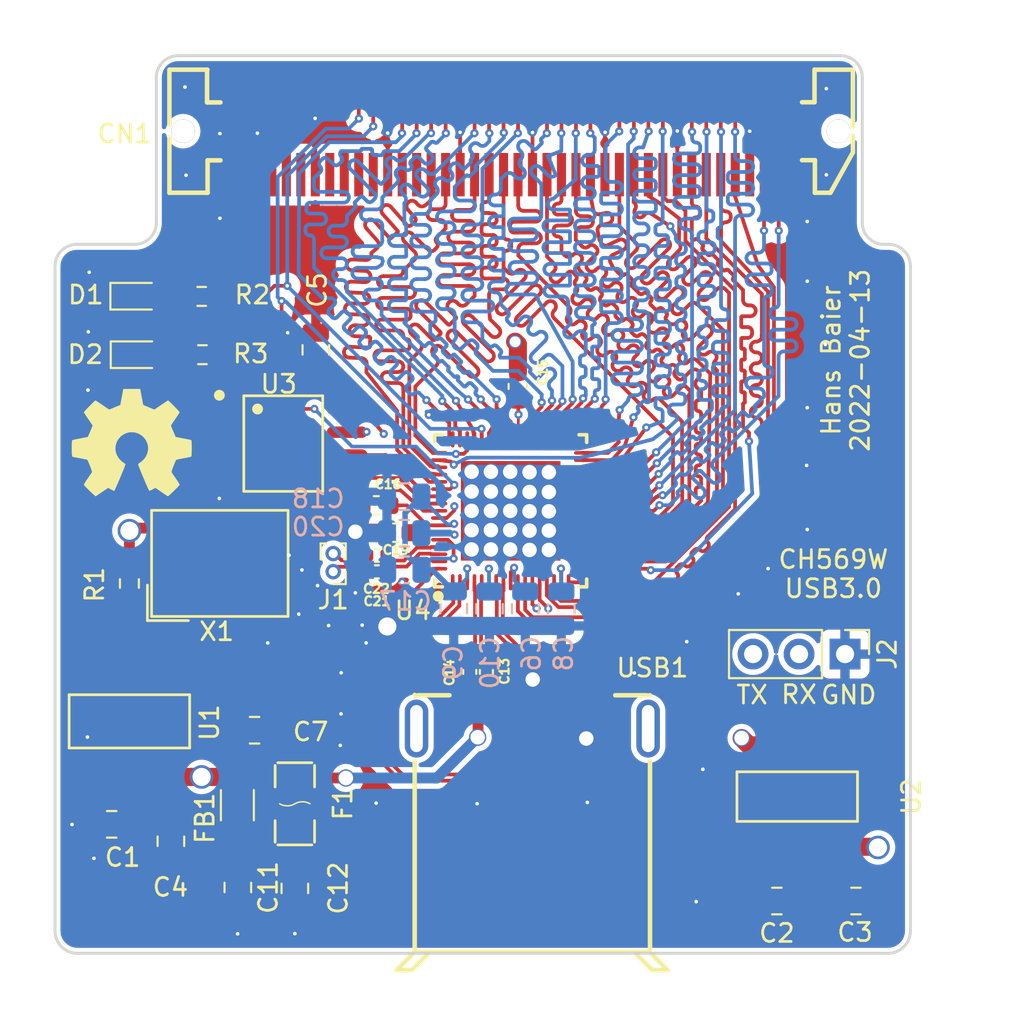
<source format=kicad_pcb>
(kicad_pcb (version 20211014) (generator pcbnew)
  (layers (0 "F.Cu" signal) (1 "In1.Cu" signal) (2 "In2.Cu" signal) (31 "B.Cu" signal) (34 "B.Paste" user) (35 "F.Paste" user) (36 "B.SilkS" user "B.Silkscreen") (37 "F.SilkS" user "F.Silkscreen") (38 "B.Mask" user) (39 "F.Mask" user) (44 "Edge.Cuts" user))
  (net 0 "")
  (net 1 "GND")
  (net 2 "+3V3")
  (net 3 "+5V")
  (net 23 "/5V_FILTER")
  (net 25 "Net-(D1-Pad2)")
  (net 26 "+1V2")
  (net 27 "/VIO")
  (net 28 "/SSTX-")
  (net 29 "/SSTX+")
  (net 30 "Net-(R1-Pad2)")
  (net 31 "/XI")
  (net 32 "/MISO")
  (net 33 "/MOSI")
  (net 34 "/SCLK")
  (net 35 "/CS")
  (net 36 "/HTCLK{slash}TIO")
  (net 37 "/HTACK{slash}TCK")
  (net 38 "/HTREQ")
  (net 39 "/HD2")
  (net 40 "/HTVLD")
  (net 41 "/HD18")
  (net 42 "/HD17")
  (net 43 "/HD16")
  (net 44 "/HD15")
  (net 45 "/HD14")
  (net 46 "/HD13")
  (net 47 "/HD12")
  (net 48 "/HD11")
  (net 49 "/HD10")
  (net 50 "/HD9")
  (net 51 "/HD8")
  (net 52 "/HD7")
  (net 53 "/HD6")
  (net 54 "/HD5")
  (net 55 "/HD4")
  (net 56 "/HD3")
  (net 57 "/HTRDY")
  (net 58 "/HD19")
  (net 59 "/HD20")
  (net 60 "/HD21")
  (net 61 "/HD23")
  (net 62 "/HD25")
  (net 63 "/HD27")
  (net 64 "/HD28")
  (net 65 "/LED1")
  (net 66 "/HD29")
  (net 67 "/LED2")
  (net 68 "/HD30")
  (net 69 "/HD31")
  (net 70 "/D+")
  (net 71 "/D-")
  (net 72 "/SSRX+")
  (net 73 "/SSRX-")
  (net 74 "/HRCLK")
  (net 75 "/HRACK")
  (net 76 "/TXD")
  (net 77 "/RXD")
  (net 78 "/HRVLD")
  (net 79 "/HD0")
  (net 80 "/HD1")
  (net 81 "/GX+")
  (net 82 "/STDA_SSTX-")
  (net 83 "/STDA_SSTX+")
  (net 84 "/VBUS")
  (net 85 "/HD22")
  (net 86 "/HD24")
  (net 87 "/HD26")
  (net 88 "/GX-")
  (net 90 "Net-(D2-Pad2)")
  (net 94 "Net-(J1-Pad1)")
  (net 95 "Net-(J1-Pad2)")
  (footprint "easyeda2kicad:CONN-SMD_BA42-80BT-1-NHB" (layer "F.Cu") (at 125.61 82.39 180)
    (fp_text reference "CN1")
    (fp_text value "BA42-80BT-1-NHB")
  )
  (footprint "Capacitor_SMD:C_0402_1005Metric" (layer "F.Cu") (at 123.3424 112.26 -90)
    (fp_text reference "C14")
    (fp_text value "100nF")
  )
  (footprint "Capacitor_SMD:C_0603_1608Metric" (layer "F.Cu") (at 119.25 104.57 180)
    (fp_text reference "C19")
    (fp_text value "3.3uF")
  )
  (footprint "Capacitor_SMD:C_0805_2012Metric" (layer "F.Cu") (at 106.8324 121.6152 90)
    (fp_text reference "C4")
    (fp_text value "10u")
  )
  (footprint "Capacitor_SMD:C_0603_1608Metric" (layer "F.Cu") (at 118.18 103.06 180)
    (fp_text reference "C16")
    (fp_text value "3.3uF")
  )
  (footprint "Capacitor_SMD:C_0805_2012Metric" (layer "F.Cu") (at 103.56 120.68)
    (fp_text reference "C1")
    (fp_text value "100n")
  )
  (footprint "Capacitor_SMD:C_0402_1005Metric" (layer "F.Cu") (at 124.2624 112.26 -90)
    (fp_text reference "C13")
    (fp_text value "100nF")
  )
  (footprint "Symbols:OSHW-Symbol_6.7x6mm_SilkScreen" (layer "F.Cu") (at 104.660749 99.603905)
    (fp_text reference "N1" hide)
    (fp_text value "OHWLOGO" hide)
  )
  (footprint "Capacitor_SMD:C_0805_2012Metric" (layer "F.Cu") (at 144.6784 124.9172 180)
    (fp_text reference "C3")
    (fp_text value "10u")
  )
  (footprint "Capacitor_SMD:C_0805_2012Metric" (layer "F.Cu") (at 114.84 94.47 90)
    (fp_text reference "C5")
    (fp_text value "100nF")
  )
  (footprint "LED_SMD:LED_0603_1608Metric" (layer "F.Cu") (at 104.9942 94.7362)
    (fp_text reference "D2")
    (fp_text value "yellow")
  )
  (footprint "LED_SMD:LED_0603_1608Metric" (layer "F.Cu") (at 104.9742 91.5062)
    (fp_text reference "D1")
    (fp_text value "blue")
  )
  (footprint "Capacitor_SMD:C_0805_2012Metric" (layer "F.Cu") (at 140.3096 124.9172)
    (fp_text reference "C2")
    (fp_text value "100n")
  )
  (footprint "Capacitor_SMD:C_0402_1005Metric" (layer "F.Cu") (at 118.2116 106.7308)
    (fp_text reference "C21")
    (fp_text value "100nF")
  )
  (footprint "Capacitor_SMD:C_0805_2012Metric" (layer "F.Cu") (at 113.68 124.22 90)
    (fp_text reference "C12")
    (fp_text value "10u")
  )
  (footprint "Resistor_SMD:R_0603_1608Metric" (layer "F.Cu") (at 104.54 107.375 -90)
    (fp_text reference "R1")
    (fp_text value "10k")
  )
  (footprint "Connector_PinHeader_2.54mm:PinHeader_1x03_P2.54mm_Vertical" (layer "F.Cu") (at 144.075 111.275 -90)
    (fp_text reference "J2")
    (fp_text value "Conn_01x03_Male")
  )
  (footprint "easyeda2kicad:OSC-SMD_4P-L7.0-W5.0-BL" (layer "F.Cu") (at 109.535 106.265)
    (fp_text reference "X1")
    (fp_text value "O705030MEEA4SC")
  )
  (footprint "Capacitor_SMD:C_0805_2012Metric" (layer "F.Cu") (at 111.455 115.4824 180)
    (fp_text reference "C7")
    (fp_text value "10n")
  )
  (footprint "easyeda2kicad:USB-A-SMD_U231-091N-4BLRA00-S-1" (layer "F.Cu") (at 126.8 114.810007)
    (fp_text reference "USB1")
    (fp_text value "U231-091N-4BLRA00-S-1")
  )
  (footprint "Resistor_SMD:R_0603_1608Metric" (layer "F.Cu") (at 108.5742 94.7362)
    (fp_text reference "R3")
    (fp_text value "1k")
  )
  (footprint "easyeda2kicad:SOT-223-4_L6.5-W3.5-P2.30-LS7.0-BR" (layer "F.Cu") (at 141.434 119.148 -90)
    (fp_text reference "U2")
    (fp_text value "AMS1117-1.2")
  )
  (footprint "Resistor_SMD:R_0603_1608Metric" (layer "F.Cu") (at 108.5342 91.5162)
    (fp_text reference "R2")
    (fp_text value "1k")
  )
  (footprint "easyeda2kicad:F1206" (layer "F.Cu") (at 113.68 119.5464 90)
    (fp_text reference "F1")
    (fp_text value "JK-NSMD050-30V")
  )
  (footprint "Capacitor_SMD:C_0603_1608Metric" (layer "F.Cu") (at 126 96.49 90)
    (fp_text reference "C15")
    (fp_text value "100nF")
  )
  (footprint "easyeda2kicad:SOIC-8_L5.3-W5.3-P1.27-LS8.0-BL" (layer "F.Cu") (at 113.04 99.6475 -90)
    (fp_text reference "U3")
    (fp_text value "W25Q32JVSSIQ")
  )
  (footprint "Capacitor_SMD:C_0402_1005Metric" (layer "F.Cu") (at 118.2116 105.8164)
    (fp_text reference "C22")
    (fp_text value "100nF")
  )
  (footprint "Connector_PinHeader_1.00mm:PinHeader_1x02_P1.00mm_Vertical" (layer "F.Cu") (at 115.7986 106.7228 180)
    (fp_text reference "J1")
    (fp_text value "Conn_01x02_Male")
  )
  (footprint "easyeda2kicad:SOT-223-3_L6.5-W3.4-P2.30-LS7.0-BR" (layer "F.Cu") (at 104.539 115.092 -90)
    (fp_text reference "U1")
    (fp_text value "AMS1117-3.3")
  )
  (footprint "easyeda2kicad:QFN-68_L8.0-W8.0-P0.40-BL-EP5.5" (layer "F.Cu") (at 125.6026 103.36)
    (fp_text reference "U4")
    (fp_text value "CH569W")
  )
  (footprint "Capacitor_SMD:C_0805_2012Metric" (layer "F.Cu") (at 110.5304 124.1692 -90)
    (fp_text reference "C11")
    (fp_text value "100nF")
  )
  (footprint "Inductor_SMD:L_1206_3216Metric" (layer "F.Cu") (at 110.505 119.6224 -90)
    (fp_text reference "FB1")
    (fp_text value "2A")
  )
  (footprint "Capacitor_SMD:C_0805_2012Metric" (layer "B.Cu") (at 126.41 108.77 -90)
    (fp_text reference "C6")
    (fp_text value "100nF")
  )
  (footprint "Capacitor_SMD:C_0805_2012Metric" (layer "B.Cu") (at 128.4 108.77 -90)
    (fp_text reference "C8")
    (fp_text value "100nF")
  )
  (footprint "Capacitor_SMD:C_0805_2012Metric" (layer "B.Cu") (at 119.72 102.58 180)
    (fp_text reference "C18")
    (fp_text value "100nF")
  )
  (footprint "Capacitor_SMD:C_0805_2012Metric" (layer "B.Cu") (at 124.43 108.77 -90)
    (fp_text reference "C10")
    (fp_text value "100nF")
  )
  (footprint "Capacitor_SMD:C_0805_2012Metric" (layer "B.Cu") (at 119.73 106.62 180)
    (fp_text reference "C17")
    (fp_text value "100nF")
  )
  (footprint "Capacitor_SMD:C_0805_2012Metric" (layer "B.Cu") (at 122.46 108.76 -90)
    (fp_text reference "C9")
    (fp_text value "100nF")
  )
  (footprint "Capacitor_SMD:C_0805_2012Metric" (layer "B.Cu") (at 119.72 104.6 180)
    (fp_text reference "C20")
    (fp_text value "100nF")
  )
  (gr_arc (start 146.228183 88.643395) (mid 145.379655 88.291923) (end 145.028183 87.443395) (layer "Edge.Cuts") (width 0.16))
  (gr_line (start 145.028183 79.417279) (end 145.028183 87.443395) (layer "Edge.Cuts") (width 0.16))
  (gr_arc (start 106.028338 79.417279) (mid 106.37981 78.568751) (end 107.228338 78.217279) (layer "Edge.Cuts") (width 0.16))
  (gr_line (start 106.028338 87.443395) (end 106.028338 79.417279) (layer "Edge.Cuts") (width 0.16))
  (gr_line (start 101.62878 88.643395) (end 104.828338 88.643395) (layer "Edge.Cuts") (width 0.16))
  (gr_line (start 147.688156 126.565943) (end 147.688156 89.843395) (layer "Edge.Cuts") (width 0.16))
  (gr_arc (start 100.42878 89.843395) (mid 100.780252 88.994867) (end 101.62878 88.643395) (layer "Edge.Cuts") (width 0.16))
  (gr_arc (start 106.028338 87.443395) (mid 105.676866 88.291923) (end 104.828338 88.643395) (layer "Edge.Cuts") (width 0.16))
  (gr_line (start 146.228183 88.643395) (end 146.488156 88.643395) (layer "Edge.Cuts") (width 0.16))
  (gr_line (start 101.667249 127.804412) (end 146.449687 127.804412) (layer "Edge.Cuts") (width 0.16))
  (gr_line (start 143.828183 78.217279) (end 107.228338 78.217279) (layer "Edge.Cuts") (width 0.16))
  (gr_arc (start 147.688156 126.565943) (mid 147.325417 127.441673) (end 146.449687 127.804412) (layer "Edge.Cuts") (width 0.16))
  (gr_arc (start 143.828183 78.217279) (mid 144.676711 78.568751) (end 145.028183 79.417279) (layer "Edge.Cuts") (width 0.16))
  (gr_arc (start 146.488156 88.643395) (mid 147.336684 88.994867) (end 147.688156 89.843395) (layer "Edge.Cuts") (width 0.16))
  (gr_arc (start 101.667249 127.804412) (mid 100.791519 127.441673) (end 100.42878 126.565943) (layer "Edge.Cuts") (width 0.16))
  (gr_line (start 100.42878 89.843395) (end 100.42878 126.565943) (layer "Edge.Cuts") (width 0.16))
  (gr_text "Hans Baier\n2022-04-13" (at 144.11 95.05 90) (layer "F.SilkS") (effects (font (size 1 1))))
  (gr_text "CH569W\nUSB3.0\n" (at 143.43 106.85) (layer "F.SilkS") (effects (font (size 1 1))))
  (gr_text "RX" (at 141.53 113.51) (layer "F.SilkS") (effects (font (size 1 1))))
  (gr_text "GND" (at 144.28 113.53) (layer "F.SilkS") (effects (font (size 1 1))))
  (gr_text "TX" (at 138.94 113.53) (layer "F.SilkS") (effects (font (size 1 1))))
  (segment (start 111.61 79.99) (end 111.61 84.79) (width 0.20574) (layer "F.Cu") (net 1))
  (segment (start 118.81 84.79) (end 118.81 82.49) (width 0.20574) (layer "F.Cu") (net 1))
  (segment (start 130.81 82.44) (end 130.81 79.99) (width 0.20574) (layer "F.Cu") (net 1))
  (segment (start 114.81 84.79) (end 114.81 79.99) (width 0.20574) (layer "F.Cu") (net 1))
  (segment (start 129.8 114.230007) (end 129.8 115.92) (width 0.6) (layer "F.Cu") (net 1))
  (segment (start 102.23 118.071) (end 102.239 118.062) (width 1) (layer "F.Cu") (net 1))
  (segment (start 118.475 104.57) (end 117.076887 104.57) (width 1) (layer "F.Cu") (net 1))
  (segment (start 118.81 79.99) (end 118.81 82.49) (width 0.20574) (layer "F.Cu") (net 1))
  (segment (start 102.61 120.2) (end 102.23 119.82) (width 1) (layer "F.Cu") (net 1))
  (segment (start 126 95.715) (end 126 94.172439) (width 1) (layer "F.Cu") (net 1))
  (segment (start 130.81 82.46) (end 130.82 82.45) (width 0.20574) (layer "F.Cu") (net 1))
  (segment (start 122.81 82.45) (end 122.81 79.99) (width 0.20574) (layer "F.Cu") (net 1))
  (segment (start 134.81 84.79) (end 134.81 79.99) (width 0.20574) (layer "F.Cu") (net 1))
  (segment (start 130.81 84.79) (end 130.81 82.46) (width 0.20574) (layer "F.Cu") (net 1))
  (segment (start 130.82 82.45) (end 130.81 82.44) (width 0.20574) (layer "F.Cu") (net 1))
  (segment (start 102.61 120.68) (end 102.61 120.2) (width 1) (layer "F.Cu") (net 1))
  (segment (start 139.12 124.98) (end 139.12 121.992) (width 1) (layer "F.Cu") (net 1))
  (segment (start 126.81 84.79) (end 126.81 79.99) (width 0.20574) (layer "F.Cu") (net 1))
  (segment (start 129.8 115.92) (end 129.78 115.94) (width 0.6) (layer "F.Cu") (net 1))
  (segment (start 122.81 84.79) (end 122.81 82.45) (width 0.20574) (layer "F.Cu") (net 1))
  (segment (start 126.8 112.7) (end 126.82 112.68) (width 0.6) (layer "F.Cu") (net 1))
  (segment (start 139.12 121.992) (end 139.134 121.978) (width 1) (layer "F.Cu") (net 1))
  (segment (start 102.23 119.82) (end 102.23 118.071) (width 1) (layer "F.Cu") (net 1))
  (segment (start 117.076887 104.57) (end 117.023147 104.51626) (width 1) (layer "F.Cu") (net 1))
  (segment (start 138.81 84.79) (end 138.81 79.99) (width 0.20574) (layer "F.Cu") (net 1))
  (segment (start 126 94.172439) (end 125.848191 94.02063) (width 1) (layer "F.Cu") (net 1))
  (segment (start 126.8 114.230007) (end 126.8 112.7) (width 0.6) (layer "F.Cu") (net 1))
  (via (at 110.52 126.73) (size 0.45) (drill 0.2) (layers "F.Cu" "B.Cu") (net 1))
  (via (at 126.81 82.46) (size 0.45) (drill 0.2) (layers "F.Cu" "B.Cu") (net 1))
  (via (at 117.023147 104.51626) (size 0.95) (drill 0.8) (layers "F.Cu" "B.Cu") (net 1))
  (via (at 127.7112 105.521) (size 0.95) (drill 0.8) (layers "F.Cu" "B.Cu") (net 1))
  (via (at 118.17 119.51) (size 0.45) (drill 0.2) (layers "F.Cu" "B.Cu") (net 1))
  (via (at 116.24 112.31) (size 0.45) (drill 0.2) (layers "F.Cu" "B.Cu") (net 1))
  (via (at 127.7112 104.4542) (size 0.95) (drill 0.8) (layers "F.Cu" "B.Cu") (net 1))
  (via (at 135.85 124.95) (size 0.45) (drill 0.2) (layers "F.Cu" "B.Cu") (net 1))
  (via (at 113.284 93.5228) (size 0.45) (drill 0.2) (layers "F.Cu" "B.Cu") (net 1))
  (via (at 123.444 103.362) (size 0.95) (drill 0.8) (layers "F.Cu" "B.Cu") (net 1))
  (via (at 130.82 82.45) (size 0.45) (drill 0.2) (layers "F.Cu" "B.Cu") (net 1))
  (via (at 113.68 126.72) (size 0.45) (drill 0.2) (layers "F.Cu" "B.Cu") (net 1))
  (via (at 109.54 82.52) (size 0.45) (drill 0.2) (layers "F.Cu" "B.Cu") (net 1))
  (via (at 102.58 122.56) (size 0.45) (drill 0.2) (layers "F.Cu" "B.Cu") (net 1))
  (via (at 139.827 106.553) (size 0.45) (drill 0.2) (layers "F.Cu" "B.Cu") (net 1))
  (via (at 118.79 109.75) (size 1.3) (drill 1) (layers "F.Cu" "B.Cu") (net 1))
  (via (at 129.78 115.94) (size 0.95) (drill 0.8) (layers "F.Cu" "B.Cu") (net 1))
  (via (at 114.0714 106.6292) (size 0.45) (drill 0.2) (layers "F.Cu" "B.Cu") (net 1))
  (via (at 124.5108 102.2952) (size 0.95) (drill 0.8) (layers "F.Cu" "B.Cu") (net 1))
  (via (at 117.62 110.66) (size 0.45) (drill 0.2) (layers "F.Cu" "B.Cu") (net 1))
  (via (at 126.6444 102.3206) (size 0.95) (drill 0.8) (layers "F.Cu" "B.Cu") (net 1))
  (via (at 109.51 102.68) (size 0.45) (drill 0.2) (layers "F.Cu" "B.Cu") (net 1))
  (via (at 102.32 90.18) (size 0.45) (drill 0.2) (layers "F.Cu" "B.Cu") (net 1))
  (via (at 141.986 90.678) (size 0.45) (drill 0.2) (layers "F.Cu" "B.Cu") (net 1))
  (via (at 123.75 119.54) (size 0.45) (drill 0.2) (layers "F.Cu" "B.Cu") (net 1))
  (via (at 135.33 110.59) (size 0.45) (drill 0.2) (layers "F.Cu" "B.Cu") (net 1))
  (via (at 124.5108 104.4288) (size 0.95) (drill 0.8) (layers "F.Cu" "B.Cu") (net 1))
  (via (at 123.444 104.4288) (size 0.95) (drill 0.8) (layers "F.Cu" "B.Cu") (net 1))
  (via (at 142.99 94.17) (size 0.45) (drill 0.2) (layers "F.Cu" "B.Cu") (net 1))
  (via (at 141.986 97.663) (size 0.45) (drill 0.2) (layers "F.Cu" "B.Cu") (net 1))
  (via (at 123.444 105.4956) (size 0.95) (drill 0.8) (layers "F.Cu" "B.Cu") (net 1))
  (via (at 114.8 81.68) (size 0.45) (drill 0.2) (layers "F.Cu" "B.Cu") (net 1))
  (via (at 125.5776 105.4956) (size 0.95) (drill 0.8) (layers "F.Cu" "B.Cu") (net 1))
  (via (at 109.54 87.2) (size 0.45) (drill 0.2) (layers "F.Cu" "B.Cu") (net 1))
  (via (at 141.953756 100.853519) (size 0.45) (drill 0.2) (layers "F.Cu" "B.Cu") (net 1))
  (via (at 113.8936 109.0676) (size 0.45) (drill 0.2) (layers "F.Cu" "B.Cu") (net 1))
  (via (at 116.23 114.58) (size 0.45) (drill 0.2) (layers "F.Cu" "B.Cu") (net 1))
  (via (at 123.444 102.2952) (size 0.95) (drill 0.8) (layers "F.Cu" "B.Cu") (net 1))
  (via (at 136.22 117.64) (size 0.45) (drill 0.2) (layers "F.Cu" "B.Cu") (net 1))
  (via (at 119.6086 107.2896) (size 0.45) (drill 0.2) (layers "F.Cu" "B.Cu") (net 1))
  (via (at 125.848191 94.02063) (size 0.75) (drill 0.6) (layers "F.Cu" "B.Cu") (net 1))
  (via (at 115.5446 109.7026) (size 0.45) (drill 0.2) (layers "F.Cu" "B.Cu") (net 1))
  (via (at 138.81 82.39) (size 0.45) (drill 0.2) (layers "F.Cu" "B.Cu") (net 1))
  (via (at 101.37 120.69) (size 0.45) (drill 0.2) (layers "F.Cu" "B.Cu") (net 1))
  (via (at 124.5108 101.203) (size 0.95) (drill 0.8) (layers "F.Cu" "B.Cu") (net 1))
  (via (at 129.84 119.47) (size 0.45) (drill 0.2) (layers "F.Cu" "B.Cu") (net 1))
  (via (at 116.19 116.32) (size 0.45) (drill 0.2) (layers "F.Cu" "B.Cu") (net 1))
  (via (at 102.22 115.86) (size 0.45) (drill 0.2) (layers "F.Cu" "B.Cu") (net 1))
  (via (at 107.67 84.82) (size 0.45) (drill 0.2) (layers "F.Cu" "B.Cu") (net 1))
  (via (at 111.61 82.5) (size 0.45) (drill 0.2) (layers "F.Cu" "B.Cu") (net 1))
  (via (at 114.935 107.4928) (size 0.45) (drill 0.2) (layers "F.Cu" "B.Cu") (net 1))
  (via (at 126.82 112.68) (size 0.95) (drill 0.8) (layers "F.Cu" "B.Cu") (net 1))
  (via (at 113.3602 105.8164) (size 0.45) (drill 0.2) (layers "F.Cu" "B.Cu") (net 1))
  (via (at 124.5108 103.362) (size 0.95) (drill 0.8) (layers "F.Cu" "B.Cu") (net 1))
  (via (at 125.5776 103.362) (size 0.95) (drill 0.8) (layers "F.Cu" "B.Cu") (net 1))
  (via (at 122.81 82.45) (size 0.45) (drill 0.2) (layers "F.Cu" "B.Cu") (net 1))
  (via (at 132.44 112.32) (size 0.45) (drill 0.2) (layers "F.Cu" "B.Cu") (net 1))
  (via (at 126.6444 103.3874) (size 0.95) (drill 0.8) (layers "F.Cu" "B.Cu") (net 1))
  (via (at 125.5776 102.2952) (size 0.95) (drill 0.8) (layers "F.Cu" "B.Cu") (net 1))
  (via (at 123.444 101.203) (size 0.95) (drill 0.8) (layers "F.Cu" "B.Cu") (net 1))
  (via (at 141.986 87.376) (size 0.45) (drill 0.2) (layers "F.Cu" "B.Cu") (net 1))
  (via (at 102.25 96.69) (size 0.45) (drill 0.2) (layers "F.Cu" "B.Cu") (net 1))
  (via (at 138.176 107.95) (size 0.45) (drill 0.2) (layers "F.Cu" "B.Cu") (net 1))
  (via (at 143.04 84.8) (size 0.45) (drill 0.2) (layers "F.Cu" "B.Cu") (net 1))
  (via (at 125.5776 104.4288) (size 0.95) (drill 0.8) (layers "F.Cu" "B.Cu") (net 1))
  (via (at 143.04 80.04) (size 0.45) (drill 0.2) (layers "F.Cu" "B.Cu") (net 1))
  (via (at 117.023147 107.893853) (size 0.45) (drill 0.2) (layers "F.Cu" "B.Cu") (net 1))
  (via (at 126.6444 105.521) (size 0.95) (drill 0.8) (layers "F.Cu" "B.Cu") (net 1))
  (via (at 102.27 93.47) (size 0.45) (drill 0.2) (layers "F.Cu" "B.Cu") (net 1))
  (via (at 127.7112 103.3874) (size 0.95) (drill 0.8) (layers "F.Cu" "B.Cu") (net 1))
  (via (at 117.3988 109.6772) (size 0.45) (drill 0.2) (layers "F.Cu" "B.Cu") (net 1))
  (via (at 121.08 98.06) (size 0.45) (drill 0.2) (layers "F.Cu" "B.Cu") (net 1))
  (via (at 134.81 82.38) (size 0.45) (drill 0.2) (layers "F.Cu" "B.Cu") (net 1))
  (via (at 141.986 104.394) (size 0.45) (drill 0.2) (layers "F.Cu" "B.Cu") (net 1))
  (via (at 124.5108 105.4956) (size 0.95) (drill 0.8) (layers "F.Cu" "B.Cu") (net 1))
  (via (at 107.61 79.95) (size 0.45) (drill 0.2) (layers "F.Cu" "B.Cu") (net 1))
  (via (at 126.6444 101.2284) (size 0.95) (drill 0.8) (layers "F.Cu" "B.Cu") (net 1))
  (via (at 126.6444 104.4542) (size 0.95) (drill 0.8) (layers "F.Cu" "B.Cu") (net 1))
  (via (at 112.18 110.66) (size 0.45) (drill 0.2) (layers "F.Cu" "B.Cu") (net 1))
  (via (at 118.81 82.49) (size 0.45) (drill 0.2) (layers "F.Cu" "B.Cu") (net 1))
  (via (at 125.5776 101.203) (size 0.95) (drill 0.8) (layers "F.Cu" "B.Cu") (net 1))
  (via (at 127.7112 102.3206) (size 0.95) (drill 0.8) (layers "F.Cu" "B.Cu") (net 1))
  (via (at 127.7112 101.2284) (size 0.95) (drill 0.8) (layers "F.Cu" "B.Cu") (net 1))
  (segment (start 118.78 106.62) (end 117.46 106.62) (width 1) (layer "B.Cu") (net 1))
  (segment (start 117.106887 104.6) (end 117.023147 104.51626) (width 1) (layer "B.Cu") (net 1))
  (segment (start 117.023147 108.193147) (end 117.023147 107.893853) (width 1) (layer "B.Cu") (net 1))
  (segment (start 128.4 109.72) (end 118.55 109.72) (width 1) (layer "B.Cu") (net 1))
  (segment (start 118.77 104.6) (end 117.106887 104.6) (width 1) (layer "B.Cu") (net 1))
  (segment (start 117.023147 107.893853) (end 117.023147 104.51626) (width 1) (layer "B.Cu") (net 1))
  (segment (start 117.25 102.58) (end 117.023147 102.806853) (width 1) (layer "B.Cu") (net 1))
  (segment (start 117.023147 102.806853) (end 117.023147 104.51626) (width 1) (layer "B.Cu") (net 1))
  (segment (start 118.55 109.72) (end 117.023147 108.193147) (width 1) (layer "B.Cu") (net 1))
  (segment (start 117.023147 106.183147) (end 117.023147 104.51626) (width 1) (layer "B.Cu") (net 1))
  (segment (start 118.77 102.58) (end 117.25 102.58) (width 1) (layer "B.Cu") (net 1))
  (segment (start 117.46 106.62) (end 117.023147 106.183147) (width 1) (layer "B.Cu") (net 1))
  (segment (start 104.685 104.315) (end 106.895 104.315) (width 0.6) (layer "F.Cu") (net 2))
  (segment (start 123.203 107.312) (end 123.203 106.553) (width 0.2) (layer "F.Cu") (net 2))
  (segment (start 108.015 100.2775) (end 109.51 100.2775) (width 1) (layer "F.Cu") (net 2))
  (segment (start 119.88 103.06) (end 118.955 103.06) (width 0.2) (layer "F.Cu") (net 2))
  (segment (start 104.51 120.68) (end 104.51 118.091) (width 1) (layer "F.Cu") (net 2))
  (segment (start 106.895 101.3975) (end 108.015 100.2775) (width 1) (layer "F.Cu") (net 2))
  (segment (start 123.203 106.553) (end 123.2 106.55) (width 0.2) (layer "F.Cu") (net 2))
  (segment (start 104.51 118.091) (end 104.539 118.062) (width 1) (layer "F.Cu") (net 2))
  (segment (start 122.134416 104.962) (end 122.45 105.277584) (width 0.20574) (layer "F.Cu") (net 2))
  (segment (start 104.54 104.46) (end 104.54 106.55) (width 0.6) (layer "F.Cu") (net 2))
  (segment (start 121.653 104.962) (end 122.134416 104.962) (width 0.20574) (layer "F.Cu") (net 2))
  (segment (start 102.39 110.54) (end 102.39 107.62) (width 1) (layer "F.Cu") (net 2))
  (segment (start 103.972 112.122) (end 102.39 110.54) (width 1) (layer "F.Cu") (net 2))
  (segment (start 116.5875 99) (end 116.57 99.0175) (width 0.2) (layer "F.Cu") (net 2))
  (segment (start 122.48 104.08) (end 122.449498 104.162) (width 0.2) (layer "F.Cu") (net 2))
  (segment (start 104.54 104.46) (end 104.685 104.315) (width 0.6) (layer "F.Cu") (net 2))
  (segment (start 122.449498 104.162) (end 120.982 104.162) (width 0.2) (layer "F.Cu") (net 2))
  (segment (start 102.39 107.62) (end 103.46 106.55) (width 1) (layer "F.Cu") (net 2))
  (segment (start 104.539 118.062) (end 104.539 112.122) (width 1) (layer "F.Cu") (net 2))
  (segment (start 117.64 99) (end 116.5875 99) (width 0.2) (layer "F.Cu") (net 2))
  (segment (start 103.46 106.55) (end 104.54 106.55) (width 1) (layer "F.Cu") (net 2))
  (segment (start 106.895 104.315) (end 106.895 101.3975) (width 1) (layer "F.Cu") (net 2))
  (segment (start 104.539 112.122) (end 103.972 112.122) (width 1) (layer "F.Cu") (net 2))
  (segment (start 122.45 105.277584) (end 122.45 106) (width 0.20574) (layer "F.Cu") (net 2))
  (segment (start 120.982 104.162) (end 119.88 103.06) (width 0.2) (layer "F.Cu") (net 2))
  (via (at 104.54 104.46) (size 1.3) (drill 1) (layers "F.Cu" "B.Cu") (net 2))
  (via (at 123.2 106.55) (size 0.45) (drill 0.2) (layers "F.Cu" "B.Cu") (net 2))
  (via (at 117.64 99) (size 0.45) (drill 0.2) (layers "F.Cu" "B.Cu") (net 2))
  (via (at 122.45 106) (size 0.45) (drill 0.2) (layers "F.Cu" "B.Cu") (net 2))
  (via (at 122.48 104.08) (size 0.45) (drill 0.2) (layers "F.Cu" "B.Cu") (net 2))
  (segment (start 122.45 106) (end 121.23 106) (width 0.20574) (layer "B.Cu") (net 2))
  (segment (start 122.11 104.11) (end 120.65 102.65) (width 0.2) (layer "B.Cu") (net 2))
  (segment (start 120.67 102.58) (end 119.77 103.48) (width 0.3) (layer "B.Cu") (net 2))
  (segment (start 121.23 106) (end 120.68 106.55) (width 0.20574) (layer "B.Cu") (net 2))
  (segment (start 121.27 106.62) (end 122.46 107.81) (width 0.3) (layer "B.Cu") (net 2))
  (segment (start 123.2 107.07) (end 122.46 107.81) (width 0.2) (layer "B.Cu") (net 2))
  (segment (start 119.77 105.71) (end 120.68 106.62) (width 0.3) (layer "B.Cu") (net 2))
  (segment (start 120.68 106.62) (end 121.27 106.62) (width 0.3) (layer "B.Cu") (net 2))
  (segment (start 123.2 106.55) (end 123.2 107.07) (width 0.2) (layer "B.Cu") (net 2))
  (segment (start 119.77 103.48) (end 119.77 105.71) (width 0.3) (layer "B.Cu") (net 2))
  (segment (start 122.48 104.08) (end 122.11 104.11) (width 0.2) (layer "B.Cu") (net 2))
  (segment (start 110.505 118.0474) (end 110.505 115.4824) (width 1) (layer "F.Cu") (net 3))
  (segment (start 106.8324 120.6652) (end 106.8324 118.0686) (width 1) (layer "F.Cu") (net 3))
  (segment (start 106.839 118.062) (end 108.528 118.062) (width 1) (layer "F.Cu") (net 3))
  (segment (start 143.8028 121.92) (end 145.8588 121.92) (width 1) (layer "F.Cu") (net 3))
  (segment (start 110.4904 118.062) (end 110.505 118.0474) (width 1) (layer "F.Cu") (net 3))
  (segment (start 106.8324 118.0686) (end 106.839 118.062) (width 1) (layer "F.Cu") (net 3))
  (segment (start 143.734 121.978) (end 143.734 124.9116) (width 1) (layer "F.Cu") (net 3))
  (segment (start 143.734 124.9116) (end 143.7284 124.9172) (width 1) (layer "F.Cu") (net 3))
  (segment (start 108.528 118.062) (end 110.4904 118.062) (width 1) (layer "F.Cu") (net 3))
  (via (at 108.528 118.062) (size 1.3) (drill 1) (layers "F.Cu" "B.Cu") (net 3))
  (via (at 145.8968 121.958) (size 1.3) (drill 1) (layers "F.Cu" "B.Cu") (net 3))
  (segment (start 110.505 121.1974) (end 110.505 123.1938) (width 1) (layer "F.Cu") (net 23))
  (segment (start 110.505 123.1938) (end 110.5304 123.2192) (width 1) (layer "F.Cu") (net 23))
  (segment (start 113.6292 123.2192) (end 113.68 123.27) (width 1) (layer "F.Cu") (net 23))
  (segment (start 110.5304 123.2192) (end 113.6292 123.2192) (width 1) (layer "F.Cu") (net 23))
  (segment (start 113.68 123.27) (end 113.68 120.9964) (width 1) (layer "F.Cu") (net 23))
  (segment (start 105.7617 91.5062) (end 107.6992 91.5062) (width 0.6) (layer "F.Cu") (net 25))
  (segment (start 122.376995 104.562) (end 120.033 104.562) (width 0.2) (layer "F.Cu") (net 26))
  (segment (start 125.603 106.757) (end 125.603 107.312) (width 0.2) (layer "F.Cu") (net 26))
  (segment (start 138.768 116.318) (end 138.36 115.91) (width 1) (layer "F.Cu") (net 26))
  (segment (start 125.79 106.51) (end 125.603 106.757) (width 0.2) (layer "F.Cu") (net 26))
  (segment (start 141.45 124.98) (end 141.45 121.994) (width 1) (layer "F.Cu") (net 26))
  (segment (start 122.5 104.68) (end 122.376995 104.562) (width 0.2) (layer "F.Cu") (net 26))
  (segment (start 124.4 106.56) (end 124.403 106.597) (width 0.2) (layer "F.Cu") (net 26))
  (segment (start 141.434 121.978) (end 141.434 116.318) (width 1) (layer "F.Cu") (net 26))
  (segment (start 120.033 104.562) (end 120.025 104.57) (width 0.2) (layer "F.Cu") (net 26))
  (segment (start 141.434 116.318) (end 138.768 116.318) (width 1) (layer "F.Cu") (net 26))
  (segment (start 124.403 106.597) (end 124.403 107.312) (width 0.2) (layer "F.Cu") (net 26))
  (segment (start 141.45 121.994) (end 141.434 121.978) (width 1) (layer "F.Cu") (net 26))
  (via (at 122.5 104.68) (size 0.45) (drill 0.2) (layers "F.Cu" "B.Cu") (net 26))
  (via (at 125.79 106.51) (size 0.45) (drill 0.2) (layers "F.Cu" "B.Cu") (net 26))
  (via (at 124.4 106.56) (size 0.45) (drill 0.2) (layers "F.Cu" "B.Cu") (net 26))
  (via (at 138.36 115.91) (size 0.95) (drill 0.8) (layers "F.Cu" "B.Cu") (net 26))
  (segment (start 122.5 104.68) (end 120.756503 104.686503) (width 0.2) (layer "B.Cu") (net 26))
  (segment (start 120.766959 104.503041) (end 120.67 104.6) (width 0.2) (layer "B.Cu") (net 26))
  (segment (start 125.79 106.51) (end 125.82 107.23) (width 0.2) (layer "B.Cu") (net 26))
  (segment (start 125.82 107.23) (end 126.41 107.82) (width 0.2) (layer "B.Cu") (net 26))
  (segment (start 124.41 107.8) (end 124.43 107.82) (width 0.2) (layer "B.Cu") (net 26))
  (segment (start 122.33 104.57) (end 122.263041 104.503041) (width 0.2) (layer "B.Cu") (net 26))
  (segment (start 124.4 106.56) (end 124.41 107.8) (width 0.2) (layer "B.Cu") (net 26))
  (segment (start 120.756503 104.686503) (end 120.67 104.6) (width 0.2) (layer "B.Cu") (net 26))
  (segment (start 122.263041 104.503041) (end 120.766959 104.503041) (width 0.2) (layer "B.Cu") (net 26))
  (segment (start 128.403 106.573) (end 128.38 106.55) (width 0.2) (layer "F.Cu") (net 27))
  (segment (start 122.49 103.336769) (end 122.064769 103.762) (width 0.2) (layer "F.Cu") (net 27))
  (segment (start 117.4575 97.7375) (end 116.57 97.7375) (width 0.20574) (layer "F.Cu") (net 27))
  (segment (start 126.003 99.412) (end 126.0348 98.044) (width 0.15) (layer "F.Cu") (net 27))
  (segment (start 122.49 103.11) (end 122.49 103.336769) (width 0.2) (layer "F.Cu") (net 27))
  (segment (start 116.57 97.7375) (end 116.57 96.48) (width 0.20574) (layer "F.Cu") (net 27))
  (segment (start 126.0348 98.044) (end 126 97.265) (width 0.20574) (layer "F.Cu") (net 27))
  (segment (start 118.59 99.11) (end 117.4575 97.7375) (width 0.20574) (layer "F.Cu") (net 27))
  (segment (start 116.57 96.48) (end 115.56 95.47) (width 0.20574) (layer "F.Cu") (net 27))
  (segment (start 128.403 107.312) (end 128.403 106.573) (width 0.2) (layer "F.Cu") (net 27))
  (segment (start 122.064769 103.762) (end 121.653 103.762) (width 0.2) (layer "F.Cu") (net 27))
  (via (at 126.0348 98.044) (size 0.45) (drill 0.2) (layers "F.Cu" "B.Cu") (net 27))
  (via (at 122.49 103.11) (size 0.45) (drill 0.2) (layers "F.Cu" "B.Cu") (net 27))
  (via (at 118.59 99.11) (size 0.45) (drill 0.2) (layers "F.Cu" "B.Cu") (net 27))
  (via (at 128.38 106.55) (size 0.45) (drill 0.2) (layers "F.Cu" "B.Cu") (net 27))
  (segment (start 128.38 107.8) (end 128.4 107.82) (width 0.2) (layer "B.Cu") (net 27))
  (segment (start 128.38 106.55) (end 128.38 107.8) (width 0.2) (layer "B.Cu") (net 27))
  (segment (start 123.96937 111.48697) (end 124.2624 111.78) (width 0.20574) (layer "F.Cu") (net 28))
  (segment (start 124.003 107.312) (end 124.003 107.762) (width 0.20574) (layer "F.Cu") (net 28))
  (segment (start 124.003 107.762) (end 123.96937 107.79563) (width 0.20574) (layer "F.Cu") (net 28))
  (segment (start 123.96937 107.79563) (end 123.96937 111.48697) (width 0.20574) (layer "F.Cu") (net 28))
  (segment (start 123.63663 107.79563) (end 123.63663 111.48577) (width 0.20574) (layer "F.Cu") (net 29))
  (segment (start 123.63663 111.48577) (end 123.3424 111.78) (width 0.20574) (layer "F.Cu") (net 29))
  (segment (start 123.603 107.312) (end 123.603 107.762) (width 0.20574) (layer "F.Cu") (net 29))
  (segment (start 123.603 107.762) (end 123.63663 107.79563) (width 0.20574) (layer "F.Cu") (net 29))
  (segment (start 106.88 108.2) (end 106.895 108.215) (width 0.6) (layer "F.Cu") (net 30))
  (segment (start 104.54 108.2) (end 106.88 108.2) (width 0.6) (layer "F.Cu") (net 30))
  (segment (start 121.508 106.562) (end 121.653 106.562) (width 0.20574) (layer "F.Cu") (net 31))
  (segment (start 112.175 106.0282) (end 114.9096 108.7628) (width 0.20574) (layer "F.Cu") (net 31))
  (segment (start 112.175 104.315) (end 112.175 106.0282) (width 0.20574) (layer "F.Cu") (net 31))
  (segment (start 114.9096 108.7628) (end 119.3072 108.7628) (width 0.20574) (layer "F.Cu") (net 31))
  (segment (start 119.3072 108.7628) (end 121.508 106.562) (width 0.20574) (layer "F.Cu") (net 31))
  (segment (start 113.72 102.24) (end 113.6 102.11) (width 0.2) (layer "F.Cu") (net 32))
  (segment (start 110.4575 99.0175) (end 109.51 99.0175) (width 0.2) (layer "F.Cu") (net 32))
  (segment (start 120.792 103.362) (end 119.51 102.22) (width 0.2) (layer "F.Cu") (net 32))
  (segment (start 119.51 102.22) (end 113.72 102.24) (width 0.2) (layer "F.Cu") (net 32))
  (segment (start 113.6 102.11) (end 110.4575 99.0175) (width 0.2) (layer "F.Cu") (net 32))
  (segment (start 121.653 103.362) (end 120.792 103.362) (width 0.2) (layer "F.Cu") (net 32))
  (segment (start 119.4425 101.5475) (end 116.57 101.5475) (width 0.2) (layer "F.Cu") (net 33))
  (segment (start 120.857 102.962) (end 119.4425 101.5475) (width 0.2) (layer "F.Cu") (net 33))
  (segment (start 121.653 102.962) (end 120.857 102.962) (width 0.2) (layer "F.Cu") (net 33))
  (segment (start 118.71276 100.2775) (end 118.6575 100.2775) (width 0.20574) (layer "F.Cu") (net 34))
  (segment (start 120.99726 102.562) (end 118.71276 100.2775) (width 0.20574) (layer "F.Cu") (net 34))
  (segment (start 118.6575 100.2775) (end 116.57 100.2775) (width 0.2) (layer "F.Cu") (net 34))
  (segment (start 121.653 102.562) (end 120.99726 102.562) (width 0.20574) (layer "F.Cu") (net 34))
  (segment (start 122.258 102.162) (end 122.49 101.93) (width 0.2) (layer "F.Cu") (net 35))
  (segment (start 111.6175 97.7375) (end 109.51 97.7375) (width 0.2) (layer "F.Cu") (net 35))
  (segment (start 121.653 102.162) (end 122.258 102.162) (width 0.2) (layer "F.Cu") (net 35))
  (segment (start 114.76 97.73) (end 111.6175 97.7375) (width 0.2) (layer "F.Cu") (net 35))
  (via (at 114.76 97.73) (size 0.45) (drill 0.2) (layers "F.Cu" "B.Cu") (net 35))
  (via (at 122.49 101.93) (size 0.45) (drill 0.2) (layers "F.Cu" "B.Cu") (net 35))
  (segment (start 116.841631 99.811631) (end 114.76 97.73) (width 0.2) (layer "B.Cu") (net 35))
  (segment (start 120.371631 99.811631) (end 116.841631 99.811631) (width 0.2) (layer "B.Cu") (net 35))
  (segment (start 122.49 101.93) (end 120.371631 99.811631) (width 0.2) (layer "B.Cu") (net 35))
  (segment (start 121.097424 101.762) (end 121.262 101.762) (width 0.20574) (layer "F.Cu") (net 36))
  (segment (start 118.532672 86.964867) (end 119.361691 87.900407) (width 0.20574) (layer "F.Cu") (net 36))
  (segment (start 117.802601 91.643822) (end 117.802603 91.643824) (width 0.20574) (layer "F.Cu") (net 36))
  (segment (start 117.854729 90.418821) (end 117.85473 90.418821) (width 0.20574) (layer "F.Cu") (net 36))
  (segment (start 119.877072 87.577322) (end 119.77759 87.465058) (width 0.20574) (layer "F.Cu") (net 36))
  (segment (start 117.751583 92.842738) (end 117.751583 92.842737) (width 0.20574) (layer "F.Cu") (net 36))
  (segment (start 117.63 95.7) (end 119.33 97.84) (width 0.20574) (layer "F.Cu") (net 36))
  (segment (start 119.35743 87.97099) (end 119.357431 87.970988) (width 0.20574) (layer "F.Cu") (net 36))
  (segment (start 119.777588 87.465056) (end 118.981731 86.566939) (width 0.20574) (layer "F.Cu") (net 36))
  (segment (start 117.843331 93.813993) (end 117.843331 93.813994) (width 0.20574) (layer "F.Cu") (net 36))
  (segment (start 117.843331 93.813994) (end 117.823474 94.280617) (width 0.20574) (layer "F.Cu") (net 36))
  (segment (start 117.490119 91.930798) (end 116.757827 91.899636) (width 0.20574) (layer "F.Cu") (net 36))
  (segment (start 117.751583 92.842737) (end 117.751586 92.842739) (width 0.20574) (layer "F.Cu") (net 36))
  (segment (start 116.680239 94.899046) (end 116.680239 94.899047) (width 0.20574) (layer "F.Cu") (net 36))
  (segment (start 119.357431 87.970988) (end 118.983215 88.302596) (width 0.20574) (layer "F.Cu") (net 36))
  (segment (start 119.33 99.994576) (end 121.097424 101.762) (width 0.20574) (layer "F.Cu") (net 36))
  (segment (start 116.680239 94.899047) (end 117.362575 94.928082) (width 0.20574) (layer "F.Cu") (net 36))
  (segment (start 117.802601 91.643823) (end 117.802601 91.643822) (width 0.20574) (layer "F.Cu") (net 36))
  (segment (start 120.47674 86.44467) (end 120.476741 86.444669) (width 0.20574) (layer "F.Cu") (net 36))
  (segment (start 116.496362 90.987696) (end 116.496362 90.987695) (width 0.20574) (layer "F.Cu") (net 36))
  (segment (start 116.732318 92.499093) (end 117.464609 92.530254) (width 0.20574) (layer "F.Cu") (net 36))
  (segment (start 116.445344 92.186611) (end 116.445344 92.18661) (width 0.20574) (layer "F.Cu") (net 36))
  (segment (start 117.649549 95.240565) (end 117.63 95.7) (width 0.20574) (layer "F.Cu") (net 36))
  (segment (start 120.313348 87.39114) (end 120.088818 87.590104) (width 0.20574) (layer "F.Cu") (net 36))
  (segment (start 118.879471 88.260913) (end 118.083614 87.362796) (width 0.20574) (layer "F.Cu") (net 36))
  (segment (start 118.912632 88.298335) (end 118.912635 88.298334) (width 0.20574) (layer "F.Cu") (net 36))
  (segment (start 116.835465 90.075175) (end 116.835465 90.075176) (width 0.20574) (layer "F.Cu") (net 36))
  (segment (start 117.541137 90.731883) (end 116.808845 90.700721) (width 0.20574) (layer "F.Cu") (net 36))
  (segment (start 116.783336 91.300177) (end 116.783336 91.300178) (width 0.20574) (layer "F.Cu") (net 36))
  (segment (start 117.64955 95.240565) (end 117.649549 95.240565) (width 0.20574) (layer "F.Cu") (net 36))
  (segment (start 117.854731 90.418822) (end 117.853621 90.444909) (width 0.20574) (layer "F.Cu") (net 36))
  (segment (start 118.912635 88.298334) (end 118.879471 88.260913) (width 0.20574) (layer "F.Cu") (net 36))
  (segment (start 121.21 86.19574) (end 120.900235 86.470235) (width 0.20574) (layer "F.Cu") (net 36))
  (segment (start 116.694057 93.39828) (end 116.694056 93.39828) (width 0.20574) (layer "F.Cu") (net 36))
  (segment (start 116.783336 91.300178) (end 117.515627 91.331339) (width 0.20574) (layer "F.Cu") (net 36))
  (segment (start 119.928199 86.730332) (end 120.32613 87.179393) (width 0.20574) (layer "F.Cu") (net 36))
  (segment (start 118.205882 88.857804) (end 117.91 89.12) (width 0.20574) (layer "F.Cu") (net 36))
  (segment (start 117.91 89.12) (end 117.90575 89.219908) (width 0.20574) (layer "F.Cu") (net 36))
  (segment (start 116.835465 90.075176) (end 117.567756 90.106338) (width 0.20574) (layer "F.Cu") (net 36))
  (segment (start 119.9282 86.730332) (end 119.928199 86.730332) (width 0.20574) (layer "F.Cu") (net 36))
  (segment (start 117.634555 87.760724) (end 118.231447 88.434311) (width 0.20574) (layer "F.Cu") (net 36))
  (segment (start 116.732318 92.499092) (end 116.732318 92.499093) (width 0.20574) (layer "F.Cu") (net 36))
  (segment (start 117.593266 89.506882) (end 116.860974 89.475719) (width 0.20574) (layer "F.Cu") (net 36))
  (segment (start 117.439102 93.129713) (end 117.006539 93.111306) (width 0.20574) (layer "F.Cu") (net 36))
  (segment (start 119.33 97.84) (end 119.33 99.994576) (width 0.20574) (layer "F.Cu") (net 36))
  (segment (start 119.77759 87.465058) (end 119.777588 87.465056) (width 0.20574) (layer "F.Cu") (net 36))
  (segment (start 116.98103 93.710762) (end 116.98103 93.710763) (width 0.20574) (layer "F.Cu") (net 36))
  (segment (start 117.687815 94.34138) (end 117.687814 94.34138) (width 0.20574) (layer "F.Cu") (net 36))
  (segment (start 117.754231 94.344206) (end 117.687815 94.34138) (width 0.20574) (layer "F.Cu") (net 36))
  (segment (start 117.687814 94.34138) (end 116.705748 94.299589) (width 0.20574) (layer "F.Cu") (net 36))
  (segment (start 118.532673 86.964867) (end 118.532672 86.964867) (width 0.20574) (layer "F.Cu") (net 36))
  (segment (start 121.21 84.79) (end 121.21 86.19574) (width 0.20574) (layer "F.Cu") (net 36))
  (segment (start 120.476741 86.444669) (end 120.377258 86.332404) (width 0.20574) (layer "F.Cu") (net 36))
  (segment (start 120.313346 87.391139) (end 120.313348 87.39114) (width 0.20574) (layer "F.Cu") (net 36))
  (segment (start 116.98103 93.710763) (end 117.779739 93.744749) (width 0.20574) (layer "F.Cu") (net 36))
  (segment (start 117.85473 90.418821) (end 117.854731 90.418822) (width 0.20574) (layer "F.Cu") (net 36))
  (segment (start 116.548491 89.762694) (end 116.548491 89.762693) (width 0.20574) (layer "F.Cu") (net 36))
  (segment (start 117.634556 87.760724) (end 117.634555 87.760724) (width 0.20574) (layer "F.Cu") (net 36))
  (arc (start 116.860974 89.475719) (mid 116.645298 89.554489) (end 116.548491 89.762694) (width 0.20574) (layer "F.Cu") (net 36))
  (arc (start 119.361691 87.900407) (mid 119.37418 87.93658) (end 119.35743 87.97099) (width 0.20574) (layer "F.Cu") (net 36))
  (arc (start 117.751586 92.842739) (mid 117.654778 93.050944) (end 117.439102 93.129713) (width 0.20574) (layer "F.Cu") (net 36))
  (arc (start 116.393265 94.586564) (mid 116.472035 94.802239) (end 116.680239 94.899046) (width 0.20574) (layer "F.Cu") (net 36))
  (arc (start 117.006539 93.111306) (mid 116.790864 93.190076) (end 116.694057 93.39828) (width 0.20574) (layer "F.Cu") (net 36))
  (arc (start 116.548491 89.762693) (mid 116.627261 89.978368) (end 116.835465 90.075175) (width 0.20574) (layer "F.Cu") (net 36))
  (arc (start 116.445344 92.18661) (mid 116.524114 92.402285) (end 116.732318 92.499092) (width 0.20574) (layer "F.Cu") (net 36))
  (arc (start 117.853621 90.444909) (mid 117.756813 90.653114) (end 117.541137 90.731883) (width 0.20574) (layer "F.Cu") (net 36))
  (arc (start 117.823474 94.280617) (mid 117.802023 94.326753) (end 117.754231 94.344206) (width 0.20574) (layer "F.Cu") (net 36))
  (arc (start 117.567756 90.106338) (mid 117.77596 90.203145) (end 117.854729 90.418821) (width 0.20574) (layer "F.Cu") (net 36))
  (arc (start 118.981731 86.566939) (mid 118.775279 86.466448) (end 118.558238 86.541374) (width 0.20574) (layer "F.Cu") (net 36))
  (arc (start 116.496362 90.987695) (mid 116.575132 91.20337) (end 116.783336 91.300177) (width 0.20574) (layer "F.Cu") (net 36))
  (arc (start 120.377258 86.332404) (mid 120.170806 86.231913) (end 119.953765 86.306839) (width 0.20574) (layer "F.Cu") (net 36))
  (arc (start 116.705748 94.299589) (mid 116.490072 94.378359) (end 116.393265 94.586564) (width 0.20574) (layer "F.Cu") (net 36))
  (arc (start 117.779739 93.744749) (mid 117.825875 93.766201) (end 117.843331 93.813993) (width 0.20574) (layer "F.Cu") (net 36))
  (arc (start 116.808845 90.700721) (mid 116.593169 90.779491) (end 116.496362 90.987696) (width 0.20574) (layer "F.Cu") (net 36))
  (arc (start 118.558238 86.541374) (mid 118.457747 86.747826) (end 118.532673 86.964867) (width 0.20574) (layer "F.Cu") (net 36))
  (arc (start 117.90575 89.219908) (mid 117.808942 89.428113) (end 117.593266 89.506882) (width 0.20574) (layer "F.Cu") (net 36))
  (arc (start 120.088818 87.590104) (mid 119.980297 87.627568) (end 119.877072 87.577322) (width 0.20574) (layer "F.Cu") (net 36))
  (arc (start 117.515627 91.331339) (mid 117.723832 91.428147) (end 117.802601 91.643823) (width 0.20574) (layer "F.Cu") (net 36))
  (arc (start 116.694056 93.39828) (mid 116.772826 93.613955) (end 116.98103 93.710762) (width 0.20574) (layer "F.Cu") (net 36))
  (arc (start 117.362575 94.928082) (mid 117.57078 95.024889) (end 117.64955 95.240565) (width 0.20574) (layer "F.Cu") (net 36))
  (arc (start 117.802603 91.643824) (mid 117.705795 91.852029) (end 117.490119 91.930798) (width 0.20574) (layer "F.Cu") (net 36))
  (arc (start 118.083614 87.362796) (mid 117.877162 87.262305) (end 117.660121 87.337231) (width 0.20574) (layer "F.Cu") (net 36))
  (arc (start 120.900235 86.470235) (mid 120.683193 86.545161) (end 120.47674 86.44467) (width 0.20574) (layer "F.Cu") (net 36))
  (arc (start 119.953765 86.306839) (mid 119.853274 86.513291) (end 119.9282 86.730332) (width 0.20574) (layer "F.Cu") (net 36))
  (arc (start 116.757827 91.899636) (mid 116.542151 91.978406) (end 116.445344 92.186611) (width 0.20574) (layer "F.Cu") (net 36))
  (arc (start 117.464609 92.530254) (mid 117.672814 92.627062) (end 117.751583 92.842738) (width 0.20574) (layer "F.Cu") (net 36))
  (arc (start 120.32613 87.179393) (mid 120.363592 87.287914) (end 120.313346 87.391139) (width 0.20574) (layer "F.Cu") (net 36))
  (arc (start 117.660121 87.337231) (mid 117.55963 87.543683) (end 117.634556 87.760724) (width 0.20574) (layer "F.Cu") (net 36))
  (arc (start 118.231447 88.434311) (mid 118.306373 88.651352) (end 118.205882 88.857804) (width 0.20574) (layer "F.Cu") (net 36))
  (arc (start 118.983215 88.302596) (mid 118.947042 88.315085) (end 118.912632 88.298335) (width 0.20574) (layer "F.Cu") (net 36))
  (segment (start 118.371402 95.097749) (end 119.372251 95.097749) (width 0.20574) (layer "F.Cu") (net 37))
  (segment (start 119.672251 96.647749) (end 119.672251 99.866952) (width 0.20574) (layer "F.Cu") (net 37))
  (segment (start 121.090767 88.96268) (end 121.090767 88.962679) (width 0.20574) (layer "F.Cu") (net 37))
  (segment (start 119.872676 92.797749) (end 119.672251 92.797749) (width 0.20574) (layer "F.Cu") (net 37))
  (segment (start 120.295267 89.474731) (end 119.672251 90.097749) (width 0.20574) (layer "F.Cu") (net 37))
  (segment (start 122.01 87.65) (end 122.01 87.76) (width 0.20574) (layer "F.Cu") (net 37))
  (segment (start 119.847676 94.473173) (end 119.847675 94.473173) (width 0.20574) (layer "F.Cu") (net 37))
  (segment (start 121.02894 101.223641) (end 121.13 101.29) (width 0.20574) (layer "F.Cu") (net 37))
  (segment (start 121.515031 88.821857) (end 121.374209 88.96268) (width 0.20574) (layer "F.Cu") (net 37))
  (segment (start 119.372251 90.397749) (end 118.571402 90.397749) (width 0.20574) (layer "F.Cu") (net 37))
  (segment (start 118.571402 90.997749) (end 120.0231 90.997749) (width 0.20574) (layer "F.Cu") (net 37))
  (segment (start 121.309151 87.3) (end 121.71 87.3) (width 0.20574) (layer "F.Cu") (net 37))
  (segment (start 118.771402 96.297749) (end 119.372251 96.297749) (width 0.20574) (layer "F.Cu") (net 37))
  (segment (start 121.515029 88.538414) (end 121.51503 88.538415) (width 0.20574) (layer "F.Cu") (net 37))
  (segment (start 122.01 84.79) (end 122.01 86.4) (width 0.20574) (layer "F.Cu") (net 37))
  (segment (start 119.372251 95.697749) (end 118.771402 95.697749) (width 0.20574) (layer "F.Cu") (net 37))
  (segment (start 120.949046 88.820958) (end 120.931664 88.838336) (width 0.20574) (layer "F.Cu") (net 37))
  (segment (start 120.0731 92.398173) (end 120.0731 92.597325) (width 0.20574) (layer "F.Cu") (net 37))
  (segment (start 121.51503 88.821857) (end 121.515031 88.821857) (width 0.20574) (layer "F.Cu") (net 37))
  (segment (start 118.471402 93.397749) (end 119.372251 93.397749) (width 0.20574) (layer "F.Cu") (net 37))
  (segment (start 120.0231 94.048597) (end 120.0231 94.297749) (width 0.20574) (layer "F.Cu") (net 37))
  (segment (start 119.672251 96.597749) (end 119.672251 96.647749) (width 0.20574) (layer "F.Cu") (net 37))
  (segment (start 121.51503 88.538414) (end 121.515029 88.538414) (width 0.20574) (layer "F.Cu") (net 37))
  (segment (start 120.931664 88.838336) (end 120.153246 88.059918) (width 0.20574) (layer "F.Cu") (net 37))
  (segment (start 119.672251 94.497749) (end 118.371402 94.497749) (width 0.20574) (layer "F.Cu") (net 37))
  (segment (start 119.847675 94.473173) (end 119.672251 94.473173) (width 0.20574) (layer "F.Cu") (net 37))
  (segment (start 119.728982 88.484182) (end 120.295267 89.050467) (width 0.20574) (layer "F.Cu") (net 37))
  (segment (start 119.672251 99.866952) (end 121.02894 101.223641) (width 0.20574) (layer "F.Cu") (net 37))
  (segment (start 121.71 86.7) (end 121.309151 86.7) (width 0.20574) (layer "F.Cu") (net 37))
  (segment (start 119.847675 93.873173) (end 119.847676 93.873173) (width 0.20574) (layer "F.Cu") (net 37))
  (segment (start 119.672251 94.473173) (end 119.672251 94.497749) (width 0.20574) (layer "F.Cu") (net 37))
  (segment (start 119.672251 92.797749) (end 118.471402 92.797749) (width 0.20574) (layer "F.Cu") (net 37))
  (segment (start 119.672251 92.197749) (end 119.872676 92.197749) (width 0.20574) (layer "F.Cu") (net 37))
  (segment (start 121.13 101.29) (end 121.653 101.362) (width 0.20574) (layer "F.Cu") (net 37))
  (segment (start 121.090767 88.962679) (end 120.949046 88.820958) (width 0.20574) (layer "F.Cu") (net 37))
  (segment (start 118.521402 91.597749) (end 120.0231 91.597749) (width 0.20574) (layer "F.Cu") (net 37))
  (segment (start 118.521402 92.197749) (end 119.672251 92.197749) (width 0.20574) (layer "F.Cu") (net 37))
  (segment (start 122.01 87.6) (end 122.01 87.65) (width 0.20574) (layer "F.Cu") (net 37))
  (segment (start 122.01 87.76) (end 121.51503 88.25497) (width 0.20574) (layer "F.Cu") (net 37))
  (arc (start 118.471402 92.797749) (mid 118.25927 92.885617) (end 118.171402 93.097749) (width 0.20574) (layer "F.Cu") (net 37))
  (arc (start 118.471402 95.997749) (mid 118.55927 96.209881) (end 118.771402 96.297749) (width 0.20574) (layer "F.Cu") (net 37))
  (arc (start 121.009151 87) (mid 121.097019 87.212132) (end 121.309151 87.3) (width 0.20574) (layer "F.Cu") (net 37))
  (arc (start 120.0231 90.997749) (mid 120.235232 91.085617) (end 120.3231 91.297749) (width 0.20574) (layer "F.Cu") (net 37))
  (arc (start 118.371402 94.497749) (mid 118.15927 94.585617) (end 118.071402 94.797749) (width 0.20574) (layer "F.Cu") (net 37))
  (arc (start 119.872676 92.197749) (mid 120.014397 92.256452) (end 120.0731 92.398173) (width 0.20574) (layer "F.Cu") (net 37))
  (arc (start 119.372251 95.097749) (mid 119.584383 95.185617) (end 119.672251 95.397749) (width 0.20574) (layer "F.Cu") (net 37))
  (arc (start 119.672251 90.097749) (mid 119.584383 90.309881) (end 119.372251 90.397749) (width 0.20574) (layer "F.Cu") (net 37))
  (arc (start 119.672251 95.397749) (mid 119.584383 95.609881) (end 119.372251 95.697749) (width 0.20574) (layer "F.Cu") (net 37))
  (arc (start 118.521402 91.597749) (mid 118.30927 91.685617) (end 118.221402 91.897749) (width 0.20574) (layer "F.Cu") (net 37))
  (arc (start 121.309151 86.7) (mid 121.097019 86.787868) (end 121.009151 87) (width 0.20574) (layer "F.Cu") (net 37))
  (arc (start 118.071402 94.797749) (mid 118.15927 95.009881) (end 118.371402 95.097749) (width 0.20574) (layer "F.Cu") (net 37))
  (arc (start 120.3231 91.297749) (mid 120.235232 91.509881) (end 120.0231 91.597749) (width 0.20574) (layer "F.Cu") (net 37))
  (arc (start 118.771402 95.697749) (mid 118.55927 95.785617) (end 118.471402 95.997749) (width 0.20574) (layer "F.Cu") (net 37))
  (arc (start 118.271402 90.697749) (mid 118.35927 90.909881) (end 118.571402 90.997749) (width 0.20574) (layer "F.Cu") (net 37))
  (arc (start 119.372251 96.297749) (mid 119.584383 96.385617) (end 119.672251 96.597749) (width 0.20574) (layer "F.Cu") (net 37))
  (arc (start 122.01 86.4) (mid 121.922132 86.612132) (end 121.71 86.7) (width 0.20574) (layer "F.Cu") (net 37))
  (arc (start 119.372251 93.397749) (mid 119.584383 93.485617) (end 119.672251 93.697749) (width 0.20574) (layer "F.Cu") (net 37))
  (arc (start 119.672251 93.697749) (mid 119.723632 93.821792) (end 119.847675 93.873173) (width 0.20574) (layer "F.Cu") (net 37))
  (arc (start 120.153246 88.059918) (mid 119.941114 87.97205) (end 119.728982 88.059918) (width 0.20574) (layer "F.Cu") (net 37))
  (arc (start 120.0231 94.297749) (mid 119.971719 94.421792) (end 119.847676 94.473173) (width 0.20574) (layer "F.Cu") (net 37))
  (arc (start 120.295267 89.050467) (mid 120.383135 89.262599) (end 120.295267 89.474731) (width 0.20574) (layer "F.Cu") (net 37))
  (arc (start 118.171402 93.097749) (mid 118.25927 93.309881) (end 118.471402 93.397749) (width 0.20574) (layer "F.Cu") (net 37))
  (arc (start 121.51503 88.538415) (mid 121.573733 88.680136) (end 121.51503 88.821857) (width 0.20574) (layer "F.Cu") (net 37))
  (arc (start 118.571402 90.397749) (mid 118.35927 90.485617) (end 118.271402 90.697749) (width 0.20574) (layer "F.Cu") (net 37))
  (arc (start 121.374209 88.96268) (mid 121.232488 89.021383) (end 121.090767 88.96268) (width 0.20574) (layer "F.Cu") (net 37))
  (arc (start 118.221402 91.897749) (mid 118.30927 92.109881) (end 118.521402 92.197749) (width 0.20574) (layer "F.Cu") (net 37))
  (arc (start 121.71 87.3) (mid 121.922132 87.387868) (end 122.01 87.6) (width 0.20574) (layer "F.Cu") (net 37))
  (arc (start 119.847676 93.873173) (mid 119.971719 93.924554) (end 120.0231 94.048597) (width 0.20574) (layer "F.Cu") (net 37))
  (arc (start 121.51503 88.25497) (mid 121.456326 88.396693) (end 121.51503 88.538414) (width 0.20574) (layer "F.Cu") (net 37))
  (arc (start 120.0731 92.597325) (mid 120.014397 92.739046) (end 119.872676 92.797749) (width 0.20574) (layer "F.Cu") (net 37))
  (arc (start 119.728982 88.059918) (mid 119.641114 88.27205) (end 119.728982 88.484182) (width 0.20574) (layer "F.Cu") (net 37))
  (segment (start 123.61 91.29) (end 123.61 91.49) (width 0.20574) (layer "F.Cu") (net 38))
  (segment (start 122.66 87.34) (end 123.31 87.34) (width 0.20574) (layer "F.Cu") (net 38))
  (segment (start 120.004502 95.095498) (end 120.004502 99.729329) (width 0.20574) (layer "F.Cu") (net 38))
  (segment (start 122.567021 92.745113) (end 122.567022 92.745112) (width 0.20574) (layer "F.Cu") (net 38))
  (segment (start 122.142757 93.063312) (end 122.089724 93.010279) (width 0.20574) (layer "F.Cu") (net 38))
  (segment (start 122.46 88.54) (end 123.31 88.54) (width 0.20574) (layer "F.Cu") (net 38))
  (segment (start 123.31 86.74) (end 122.66 86.74) (width 0.20574) (layer "F.Cu") (net 38))
  (segment (start 123.31 90.34) (end 121.91 90.34) (width 0.20574) (layer "F.Cu") (net 38))
  (segment (start 120.004502 99.729329) (end 121.166563 100.89139) (width 0.20574) (layer "F.Cu") (net 38))
  (segment (start 120.463376 92.23246) (end 121.665457 93.434541) (width 0.20574) (layer "F.Cu") (net 38))
  (segment (start 123.31 87.94) (end 122.46 87.94) (width 0.20574) (layer "F.Cu") (net 38))
  (segment (start 122.72612 91.949615) (end 122.620053 91.843548) (width 0.20574) (layer "F.Cu") (net 38))
  (segment (start 121.665457 93.434541) (end 121.718492 93.487576) (width 0.20574) (layer "F.Cu") (net 38))
  (segment (start 120.109821 93.575965) (end 120.604795 94.070939) (width 0.20574) (layer "F.Cu") (net 38))
  (segment (start 121.91 90.94) (end 123.31 90.94) (width 0.20574) (layer "F.Cu") (net 38))
  (segment (start 122.301855 92.373878) (end 122.567022 92.639046) (width 0.20574) (layer "F.Cu") (net 38))
  (segment (start 121.718491 93.593643) (end 121.718492 93.593642) (width 0.20574) (layer "F.Cu") (net 38))
  (segment (start 122.567022 92.745112) (end 122.248823 93.063312) (width 0.20574) (layer "F.Cu") (net 38))
  (segment (start 121.58239 100.89139) (end 121.653 100.962) (width 0.20574) (layer "F.Cu") (net 38))
  (segment (start 123.31 89.14) (end 121.91 89.14) (width 0.20574) (layer "F.Cu") (net 38))
  (segment (start 122.089722 93.010278) (end 120.88764 91.808196) (width 0.20574) (layer "F.Cu") (net 38))
  (segment (start 121.166563 100.89139) (end 121.58239 100.89139) (width 0.20574) (layer "F.Cu") (net 38))
  (segment (start 121.241194 93.858809) (end 121.241192 93.858808) (width 0.20574) (layer "F.Cu") (net 38))
  (segment (start 122.726119 91.949615) (end 122.72612 91.949615) (width 0.20574) (layer "F.Cu") (net 38))
  (segment (start 123.61 84.79) (end 123.61 86.44) (width 0.20574) (layer "F.Cu") (net 38))
  (segment (start 122.195788 91.843549) (end 122.195789 91.843548) (width 0.20574) (layer "F.Cu") (net 38))
  (segment (start 121.241192 93.858808) (end 120.534085 93.151701) (width 0.20574) (layer "F.Cu") (net 38))
  (segment (start 121.718492 93.593642) (end 121.400293 93.911842) (width 0.20574) (layer "F.Cu") (net 38))
  (segment (start 123.61 91.24) (end 123.61 91.29) (width 0.20574) (layer "F.Cu") (net 38))
  (segment (start 122.089724 93.010279) (end 122.089722 93.010278) (width 0.20574) (layer "F.Cu") (net 38))
  (segment (start 122.195789 92.267812) (end 122.301855 92.373878) (width 0.20574) (layer "F.Cu") (net 38))
  (segment (start 121.294227 93.911842) (end 121.241194 93.858809) (width 0.20574) (layer "F.Cu") (net 38))
  (segment (start 123.61 91.49) (end 123.150385 91.949615) (width 0.20574) (layer "F.Cu") (net 38))
  (segment (start 121.91 89.74) (end 123.31 89.74) (width 0.20574) (layer "F.Cu") (net 38))
  (segment (start 120.604795 94.495203) (end 120.004502 95.095498) (width 0.20574) (layer "F.Cu") (net 38))
  (arc (start 122.36 87.04) (mid 122.447868 87.252132) (end 122.66 87.34) (width 0.20574) (layer "F.Cu") (net 38))
  (arc (start 121.91 90.34) (mid 121.697868 90.427868) (end 121.61 90.64) (width 0.20574) (layer "F.Cu") (net 38))
  (arc (start 123.61 87.64) (mid 123.522132 87.852132) (end 123.31 87.94) (width 0.20574) (layer "F.Cu") (net 38))
  (arc (start 122.620053 91.843548) (mid 122.40792 91.75568) (end 122.195788 91.843549) (width 0.20574) (layer "F.Cu") (net 38))
  (arc (start 122.567022 92.639046) (mid 122.588988 92.692081) (end 122.567021 92.745113) (width 0.20574) (layer "F.Cu") (net 38))
  (arc (start 121.61 90.64) (mid 121.697868 90.852132) (end 121.91 90.94) (width 0.20574) (layer "F.Cu") (net 38))
  (arc (start 121.400293 93.911842) (mid 121.34726 93.933809) (end 121.294227 93.911842) (width 0.20574) (layer "F.Cu") (net 38))
  (arc (start 122.248823 93.063312) (mid 122.19579 93.085279) (end 122.142757 93.063312) (width 0.20574) (layer "F.Cu") (net 38))
  (arc (start 120.604795 94.070939) (mid 120.692663 94.283071) (end 120.604795 94.495203) (width 0.20574) (layer "F.Cu") (net 38))
  (arc (start 122.46 87.94) (mid 122.247868 88.027868) (end 122.16 88.24) (width 0.20574) (layer "F.Cu") (net 38))
  (arc (start 123.31 88.54) (mid 123.522132 88.627868) (end 123.61 88.84) (width 0.20574) (layer "F.Cu") (net 38))
  (arc (start 122.195789 91.843548) (mid 122.107921 92.05568) (end 122.195789 92.267812) (width 0.20574) (layer "F.Cu") (net 38))
  (arc (start 123.31 87.34) (mid 123.522132 87.427868) (end 123.61 87.64) (width 0.20574) (layer "F.Cu") (net 38))
  (arc (start 123.150385 91.949615) (mid 122.938252 92.037483) (end 122.726119 91.949615) (width 0.20574) (layer "F.Cu") (net 38))
  (arc (start 120.534085 93.151701) (mid 120.321953 93.063833) (end 120.109821 93.151701) (width 0.20574) (layer "F.Cu") (net 38))
  (arc (start 123.61 88.84) (mid 123.522132 89.052132) (end 123.31 89.14) (width 0.20574) (layer "F.Cu") (net 38))
  (arc (start 123.31 89.74) (mid 123.522132 89.827868) (end 123.61 90.04) (width 0.20574) (layer "F.Cu") (net 38))
  (arc (start 121.91 89.14) (mid 121.697868 89.227868) (end 121.61 89.44) (width 0.20574) (layer "F.Cu") (net 38))
  (arc (start 120.109821 93.151701) (mid 120.021953 93.363833) (end 120.109821 93.575965) (width 0.20574) (layer "F.Cu") (net 38))
  (arc (start 122.16 88.24) (mid 122.247868 88.452132) (end 122.46 88.54) (width 0.20574) (layer "F.Cu") (net 38))
  (arc (start 120.88764 91.808196) (mid 120.675508 91.720328) (end 120.463376 91.808196) (width 0.20574) (layer "F.Cu") (net 38))
  (arc (start 123.61 90.04) (mid 123.522132 90.252132) (end 123.31 90.34) (width 0.20574) (layer "F.Cu") (net 38))
  (arc (start 121.718492 93.487576) (mid 121.740458 93.540611) (end 121.718491 93.593643) (width 0.20574) (layer "F.Cu") (net 38))
  (arc (start 123.31 90.94) (mid 123.522132 91.027868) (end 123.61 91.24) (width 0.20574) (layer "F.Cu") (net 38))
  (arc (start 120.463376 91.808196) (mid 120.375508 92.020328) (end 120.463376 92.23246) (width 0.20574) (layer "F.Cu") (net 38))
  (arc (start 121.61 89.44) (mid 121.697868 89.652132) (end 121.91 89.74) (width 0.20574) (layer "F.Cu") (net 38))
  (arc (start 123.61 86.44) (mid 123.522132 86.652132) (end 123.31 86.74) (width 0.20574) (layer "F.Cu") (net 38))
  (arc (start 122.66 86.74) (mid 122.447868 86.827868) (end 122.36 87.04) (width 0.20574) (layer "F.Cu") (net 38))
  (segment (start 133.370754 86.949159) (end 133.40226 86.969904) (width 0.20574) (layer "F.Cu") (net 39))
  (segment (start 132.981336 87.029368) (end 132.981337 87.029368) (width 0.20574) (layer "F.Cu") (net 39))
  (segment (start 132.480207 86.699417) (end 132.480208 86.699417) (width 0.20574) (layer "F.Cu") (net 39))
  (segment (start 132.560416 87.088833) (end 132.560416 87.088834) (width 0.20574) (layer "F.Cu") (net 39))
  (segment (start 133.370753 86.94916) (end 133.370754 86.949159) (width 0.20574) (layer "F.Cu") (net 39))
  (segment (start 133.40226 86.969904) (end 134.42 87.64) (width 0.20574) (layer "F.Cu") (net 39))
  (segment (start 132.560416 87.088834) (end 132.59192 87.109576) (width 0.20574) (layer "F.Cu") (net 39))
  (segment (start 122.3 100.64) (end 121.653 100.562) (width 0.20574) (layer "F.Cu") (net 39))
  (segment (start 132.41 84.79) (end 132.4 86.31) (width 0.20574) (layer "F.Cu") (net 39))
  (segment (start 122.46 100.81) (end 122.3 100.64) (width 0.20574) (layer "F.Cu") (net 39))
  (via (at 122.46 100.81) (size 0.45) (drill 0.2) (layers "F.Cu" "B.Cu") (net 39))
  (via (at 134.42 87.64) (size 0.45) (drill 0.2) (layers "F.Cu" "B.Cu") (net 39))
  (arc (start 132.480208 86.699417) (mid 132.439661 86.910737) (end 132.560416 87.088833) (width 0.20574) (layer "F.Cu") (net 39))
  (arc (start 132.981337 87.029368) (mid 133.159433 86.908613) (end 133.370753 86.94916) (width 0.20574) (layer "F.Cu") (net 39))
  (arc (start 132.59192 87.109576) (mid 132.80324 87.150123) (end 132.981336 87.029368) (width 0.20574) (layer "F.Cu") (net 39))
  (arc (start 132.4 86.31) (mid 132.520754 86.488097) (end 132.480207 86.699417) (width 0.20574) (layer "F.Cu") (net 39))
  (segment (start 130.135 100.275) (end 133.45 99.41) (width 0.20574) (layer "B.Cu") (net 39))
  (segment (start 135.011961 92.208216) (end 135.01196 92.208216) (width 0.20574) (layer "B.Cu") (net 39))
  (segment (start 135.264709 92.556237) (end 135.263921 92.45624) (width 0.20574) (layer "B.Cu") (net 39))
  (segment (start 134.73126 88.310305) (end 134.731261 88.310304) (width 0.20574) (layer "B.Cu") (net 39))
  (segment (start 123.35 100.42) (end 129.42 100.43) (width 0.20574) (layer "B.Cu") (net 39))
  (segment (start 133.800063 99.150405) (end 134.34 98.75) (width 0.20574) (layer "B.Cu") (net 39))
  (segment (start 134.797007 96.660048) (end 134.797008 96.660048) (width 0.20574) (layer "B.Cu") (net 39))
  (segment (start 135.283606 94.956163) (end 135.282818 94.856166) (width 0.20574) (layer "B.Cu") (net 39))
  (segment (start 135.015503 95.833301) (end 135.015504 95.833301) (width 0.20574) (layer "B.Cu") (net 39))
  (segment (start 134.788738 95.610079) (end 134.788739 95.610079) (width 0.20574) (layer "B.Cu") (net 39))
  (segment (start 134.578512 97.486797) (end 135.028497 97.483252) (width 0.20574) (layer "B.Cu") (net 39))
  (segment (start 129.42 100.43) (end 130.135 100.275) (width 0.20574) (layer "B.Cu") (net 39))
  (segment (start 134.778895 94.360118) (end 134.778896 94.360118) (width 0.20574) (layer "B.Cu") (net 39))
  (segment (start 134.993064 89.80829) (end 134.993063 89.80829) (width 0.20574) (layer "B.Cu") (net 39))
  (segment (start 135.030858 94.608142) (end 135.030857 94.608142) (width 0.20574) (layer "B.Cu") (net 39))
  (segment (start 135.285969 88.905956) (end 135.285575 88.855957) (width 0.20574) (layer "B.Cu") (net 39))
  (segment (start 134.356471 97.863555) (end 134.356472 97.863556) (width 0.20574) (layer "B.Cu") (net 39))
  (segment (start 134.741102 89.560266) (end 134.740317 89.46027) (width 0.20574) (layer "B.Cu") (net 39))
  (segment (start 133.45 99.41) (end 133.800063 99.150405) (width 0.20574) (layer "B.Cu") (net 39))
  (segment (start 135.274157 93.7562) (end 135.273369 93.656203) (width 0.20574) (layer "B.Cu") (net 39))
  (segment (start 134.731261 88.310304) (end 134.73 88.15) (width 0.20574) (layer "B.Cu") (net 39))
  (segment (start 122.46 100.81) (end 123.18 100.44) (width 0.20574) (layer "B.Cu") (net 39))
  (segment (start 135.002512 91.008253) (end 135.002511 91.008253) (width 0.20574) (layer "B.Cu") (net 39))
  (segment (start 134.769446 93.160155) (end 134.769447 93.160155) (width 0.20574) (layer "B.Cu") (net 39))
  (segment (start 135.24345 96.206518) (end 135.242268 96.056522) (width 0.20574) (layer "B.Cu") (net 39))
  (segment (start 134.67806 88.064548) (end 134.42 87.64) (width 0.20574) (layer "B.Cu") (net 39))
  (segment (start 135.008418 88.58313) (end 135.008418 88.583131) (width 0.20574) (layer "B.Cu") (net 39))
  (segment (start 134.741101 89.560266) (end 134.741102 89.560266) (width 0.20574) (layer "B.Cu") (net 39))
  (segment (start 135.26471 92.556236) (end 135.264709 92.556237) (width 0.20574) (layer "B.Cu") (net 39))
  (segment (start 135.274158 93.756199) (end 135.274157 93.7562) (width 0.20574) (layer "B.Cu") (net 39))
  (segment (start 134.759999 91.960192) (end 134.759214 91.860196) (width 0.20574) (layer "B.Cu") (net 39))
  (segment (start 134.778896 94.360118) (end 134.778111 94.260122) (width 0.20574) (layer "B.Cu") (net 39))
  (segment (start 135.013142 89.183113) (end 135.013143 89.183113) (width 0.20574) (layer "B.Cu") (net 39))
  (segment (start 134.73 88.15) (end 134.67806 88.064548) (width 0.20574) (layer "B.Cu") (net 39))
  (segment (start 134.34 98.75) (end 134.81 98.31) (width 0.20574) (layer "B.Cu") (net 39))
  (segment (start 135.283607 94.956162) (end 135.283606 94.956163) (width 0.20574) (layer "B.Cu") (net 39))
  (segment (start 134.797006 96.660048) (end 134.797007 96.660048) (width 0.20574) (layer "B.Cu") (net 39))
  (segment (start 135.245812 90.156311) (end 135.245024 90.056314) (width 0.20574) (layer "B.Cu") (net 39))
  (segment (start 135.023771 96.88327) (end 135.023772 96.88327) (width 0.20574) (layer "B.Cu") (net 39))
  (segment (start 123.16 100.45) (end 123.35 100.42) (width 0.20574) (layer "B.Cu") (net 39))
  (segment (start 134.356472 97.863556) (end 134.355292 97.71356) (width 0.20574) (layer "B.Cu") (net 39))
  (segment (start 134.759998 91.960192) (end 134.759999 91.960192) (width 0.20574) (layer "B.Cu") (net 39))
  (segment (start 135.243451 96.206517) (end 135.24345 96.206518) (width 0.20574) (layer "B.Cu") (net 39))
  (segment (start 135.021409 93.408179) (end 135.021408 93.408179) (width 0.20574) (layer "B.Cu") (net 39))
  (segment (start 135.255261 91.356273) (end 135.25526 91.356274) (width 0.20574) (layer "B.Cu") (net 39))
  (segment (start 135.251718 97.256487) (end 135.250536 97.106491) (width 0.20574) (layer "B.Cu") (net 39))
  (segment (start 134.788739 95.610079) (end 134.78756 95.460085) (width 0.20574) (layer "B.Cu") (net 39))
  (segment (start 134.750549 90.760229) (end 134.75055 90.760229) (width 0.20574) (layer "B.Cu") (net 39))
  (segment (start 135.285969 88.905955) (end 135.285969 88.905956) (width 0.20574) (layer "B.Cu") (net 39))
  (segment (start 135.25526 91.356274) (end 135.254472 91.256277) (width 0.20574) (layer "B.Cu") (net 39))
  (segment (start 134.578513 97.486797) (end 134.578512 97.486797) (width 0.20574) (layer "B.Cu") (net 39))
  (segment (start 134.769447 93.160155) (end 134.768663 93.060159) (width 0.20574) (layer "B.Cu") (net 39))
  (segment (start 123.18 100.44) (end 123.16 100.45) (width 0.20574) (layer "B.Cu") (net 39))
  (segment (start 135.245813 90.15631) (end 135.245812 90.156311) (width 0.20574) (layer "B.Cu") (net 39))
  (segment (start 134.75055 90.760229) (end 134.749766 90.660233) (width 0.20574) (layer "B.Cu") (net 39))
  (arc (start 134.355292 97.71356) (mid 134.419938 97.553947) (end 134.578513 97.486797) (width 0.20574) (layer "B.Cu") (net 39))
  (arc (start 134.768663 93.060159) (mid 134.840492 92.882811) (end 135.016686 92.808198) (width 0.20574) (layer "B.Cu") (net 39))
  (arc (start 134.993063 89.80829) (mid 134.815715 89.736461) (end 134.741101 89.560266) (width 0.20574) (layer "B.Cu") (net 39))
  (arc (start 135.008418 88.583131) (mid 134.813335 88.504119) (end 134.73126 88.310305) (width 0.20574) (layer "B.Cu") (net 39))
  (arc (start 135.020229 96.433283) (mid 135.178805 96.366131) (end 135.243451 96.206517) (width 0.20574) (layer "B.Cu") (net 39))
  (arc (start 134.78756 95.460085) (mid 134.859389 95.282737) (end 135.035583 95.208124) (width 0.20574) (layer "B.Cu") (net 39))
  (arc (start 135.030857 94.608142) (mid 134.853509 94.536313) (end 134.778895 94.360118) (width 0.20574) (layer "B.Cu") (net 39))
  (arc (start 135.026134 94.008161) (mid 135.202329 93.933547) (end 135.274158 93.756199) (width 0.20574) (layer "B.Cu") (net 39))
  (arc (start 135.002511 91.008253) (mid 134.825163 90.936424) (end 134.750549 90.760229) (width 0.20574) (layer "B.Cu") (net 39))
  (arc (start 135.282818 94.856166) (mid 135.208205 94.679971) (end 135.030858 94.608142) (width 0.20574) (layer "B.Cu") (net 39))
  (arc (start 135.007237 91.608235) (mid 135.183432 91.533621) (end 135.255261 91.356273) (width 0.20574) (layer "B.Cu") (net 39))
  (arc (start 134.759214 91.860196) (mid 134.831043 91.682848) (end 135.007237 91.608235) (width 0.20574) (layer "B.Cu") (net 39))
  (arc (start 135.016686 92.808198) (mid 135.192881 92.733584) (end 135.26471 92.556236) (width 0.20574) (layer "B.Cu") (net 39))
  (arc (start 135.035583 95.208124) (mid 135.211778 95.13351) (end 135.283607 94.956162) (width 0.20574) (layer "B.Cu") (net 39))
  (arc (start 135.254472 91.256277) (mid 135.179859 91.080082) (end 135.002512 91.008253) (width 0.20574) (layer "B.Cu") (net 39))
  (arc (start 134.778111 94.260122) (mid 134.84994 94.082774) (end 135.026134 94.008161) (width 0.20574) (layer "B.Cu") (net 39))
  (arc (start 135.263921 92.45624) (mid 135.189308 92.280045) (end 135.011961 92.208216) (width 0.20574) (layer "B.Cu") (net 39))
  (arc (start 135.013143 89.183113) (mid 135.206957 89.101038) (end 135.285969 88.905955) (width 0.20574) (layer "B.Cu") (net 39))
  (arc (start 135.021408 93.408179) (mid 134.84406 93.33635) (end 134.769446 93.160155) (width 0.20574) (layer "B.Cu") (net 39))
  (arc (start 135.245024 90.056314) (mid 135.170411 89.880119) (end 134.993064 89.80829) (width 0.20574) (layer "B.Cu") (net 39))
  (arc (start 134.583235 98.086779) (mid 134.423623 98.022131) (end 134.356471 97.863555) (width 0.20574) (layer "B.Cu") (net 39))
  (arc (start 134.740317 89.46027) (mid 134.819328 89.265188) (end 135.013142 89.183113) (width 0.20574) (layer "B.Cu") (net 39))
  (arc (start 135.028497 97.483252) (mid 135.187072 97.4161) (end 135.251718 97.256487) (width 0.20574) (layer "B.Cu") (net 39))
  (arc (start 135.285575 88.855957) (mid 135.203501 88.662142) (end 135.008418 88.58313) (width 0.20574) (layer "B.Cu") (net 39))
  (arc (start 135.015504 95.833301) (mid 134.85589 95.768655) (end 134.788738 95.610079) (width 0.20574) (layer "B.Cu") (net 39))
  (arc (start 135.273369 93.656203) (mid 135.198756 93.480008) (end 135.021409 93.408179) (width 0.20574) (layer "B.Cu") (net 39))
  (arc (start 135.01196 92.208216) (mid 134.834612 92.136387) (end 134.759998 91.960192) (width 0.20574) (layer "B.Cu") (net 39))
  (arc (start 134.749766 90.660233) (mid 134.821595 90.482885) (end 134.997789 90.408272) (width 0.20574) (layer "B.Cu") (net 39))
  (arc (start 134.997789 90.408272) (mid 135.173984 90.333658) (end 135.245813 90.15631) (width 0.20574) (layer "B.Cu") (net 39))
  (arc (start 134.797008 96.660048) (mid 134.861654 96.500435) (end 135.020229 96.433283) (width 0.20574) (layer "B.Cu") (net 39))
  (arc (start 134.81 98.31) (mid 134.742848 98.151425) (end 134.583235 98.086779) (width 0.20574) (layer "B.Cu") (net 39))
  (arc (start 135.242268 96.056522) (mid 135.175116 95.897947) (end 135.015503 95.833301) (width 0.20574) (layer "B.Cu") (net 39))
  (arc (start 135.250536 97.106491) (mid 135.183384 96.947916) (end 135.023771 96.88327) (width 0.20574) (layer "B.Cu") (net 39))
  (arc (start 135.023772 96.88327) (mid 134.864158 96.818624) (end 134.797006 96.660048) (width 0.20574) (layer "B.Cu") (net 39))
  (segment (start 124.47 92.784266) (end 124.41 92.3) (width 0.20574) (layer "F.Cu") (net 40))
  (segment (start 124.827088 89.533544) (end 124.827088 89.716456) (width 0.20574) (layer "F.Cu") (net 40))
  (segment (start 123.992912 86.517088) (end 123.992912 86.7) (width 0.20574) (layer "F.Cu") (net 40))
  (segment (start 124.201456 89.925) (end 124.618544 89.925) (width 0.20574) (layer "F.Cu") (net 40))
  (segment (start 122.195173 93.903553) (end 123.73962 95.448) (width 0.20574) (layer "F.Cu") (net 40))
  (segment (start 121.346645 94.752081) (end 121.500149 94.905585) (width 0.20574) (layer "F.Cu") (net 40))
  (segment (start 120.336753 99.195753) (end 121.303 100.162) (width 0.20574) (layer "F.Cu") (net 40))
  (segment (start 124.41 86.925) (end 124.618544 86.925) (width 0.20574) (layer "F.Cu") (net 40))
  (segment (start 124.41 84.79) (end 124.41 86.1) (width 0.20574) (layer "F.Cu") (net 40))
  (segment (start 125.177088 91.125) (end 124.71 91.125) (width 0.20574) (layer "F.Cu") (net 40))
  (segment (start 124.827088 87.133544) (end 124.827088 87.316456) (width 0.20574) (layer "F.Cu") (net 40))
  (segment (start 120.336753 96.493247) (end 120.336753 99.195753) (width 0.20574) (layer "F.Cu") (net 40))
  (segment (start 123.992912 87.733544) (end 123.992912 87.916456) (width 0.20574) (layer "F.Cu") (net 40))
  (segment (start 124.201456 86.908544) (end 124.41 86.908544) (width 0.20574) (layer "F.Cu") (net 40))
  (segment (start 124.201456 88.125) (end 124.618544 88.125) (width 0.20574) (layer "F.Cu") (net 40))
  (segment (start 124.41 86.908544) (end 124.41 86.925) (width 0.20574) (layer "F.Cu") (net 40))
  (segment (start 123.043701 93.055025) (end 124.588148 94.599472) (width 0.20574) (layer "F.Cu") (net 40))
  (segment (start 123.992912 90.133544) (end 123.992912 90.316456) (width 0.20574) (layer "F.Cu") (net 40))
  (segment (start 123.467965 92.630761) (end 124.517438 93.680233) (width 0.20574) (layer "F.Cu") (net 40))
  (segment (start 124.41 91.425) (end 124.41 92.3) (width 0.20574) (layer "F.Cu") (net 40))
  (segment (start 124.201456 88.725) (end 124.618544 88.725) (width 0.20574) (layer "F.Cu") (net 40))
  (segment (start 121.303 100.162) (end 121.653 100.162) (width 0.20574) (layer "F.Cu") (net 40))
  (segment (start 124.201456 89.325) (end 124.618544 89.325) (width 0.20574) (layer "F.Cu") (net 40))
  (segment (start 124.201456 90.525) (end 125.177088 90.525) (width 0.20574) (layer "F.Cu") (net 40))
  (segment (start 123.992912 88.933544) (end 123.992912 89.116456) (width 0.20574) (layer "F.Cu") (net 40))
  (segment (start 122.619437 93.479289) (end 124.163884 95.023736) (width 0.20574) (layer "F.Cu") (net 40))
  (segment (start 124.201456 87.525) (end 124.618544 87.525) (width 0.20574) (layer "F.Cu") (net 40))
  (segment (start 124.469999 92.784266) (end 124.941702 93.255969) (width 0.20574) (layer "F.Cu") (net 40))
  (segment (start 120.336753 96.493247) (end 121.500149 95.329849) (width 0.20574) (layer "F.Cu") (net 40))
  (segment (start 121.770909 94.327817) (end 123.315356 95.872264) (width 0.20574) (layer "F.Cu") (net 40))
  (segment (start 124.827088 88.333544) (end 124.827088 88.516456) (width 0.20574) (layer "F.Cu") (net 40))
  (segment (start 124.47 92.784266) (end 124.469999 92.784266) (width 0.20574) (layer "F.Cu") (net 40))
  (arc (start 123.043701 92.630761) (mid 122.955833 92.842893) (end 123.043701 93.055025) (width 0.20574) (layer "F.Cu") (net 40))
  (arc (start 121.500149 94.905585) (mid 121.588017 95.117717) (end 121.500149 95.329849) (width 0.20574) (layer "F.Cu") (net 40))
  (arc (start 122.195173 93.479289) (mid 122.107305 93.691421) (end 122.195173 93.903553) (width 0.20574) (layer "F.Cu") (net 40))
  (arc (start 124.71 91.125) (mid 124.497868 91.212868) (end 124.41 91.425) (width 0.20574) (layer "F.Cu") (net 40))
  (arc (start 123.992912 86.7) (mid 124.053993 86.847463) (end 124.201456 86.908544) (width 0.20574) (layer "F.Cu") (net 40))
  (arc (start 124.827088 88.516456) (mid 124.766007 88.663919) (end 124.618544 88.725) (width 0.20574) (layer "F.Cu") (net 40))
  (arc (start 123.992912 90.316456) (mid 124.053993 90.463919) (end 124.201456 90.525) (width 0.20574) (layer "F.Cu") (net 40))
  (arc (start 123.73962 95.448) (mid 123.827488 95.660132) (end 123.73962 95.872264) (width 0.20574) (layer "F.Cu") (net 40))
  (arc (start 124.827088 87.316456) (mid 124.766007 87.463919) (end 124.618544 87.525) (width 0.20574) (layer "F.Cu") (net 40))
  (arc (start 124.201456 89.925) (mid 124.053993 89.986081) (end 123.992912 90.133544) (width 0.20574) (layer "F.Cu") (net 40))
  (arc (start 124.618544 89.325) (mid 124.766007 89.386081) (end 124.827088 89.533544) (width 0.20574) (layer "F.Cu") (net 40))
  (arc (start 124.201456 86.308544) (mid 124.053993 86.369625) (end 123.992912 86.517088) (width 0.20574) (layer "F.Cu") (net 40))
  (arc (start 124.618544 88.125) (mid 124.766007 88.186081) (end 124.827088 88.333544) (width 0.20574) (layer "F.Cu") (net 40))
  (arc (start 123.467965 92.630761) (mid 123.255833 92.542893) (end 123.043701 92.630761) (width 0.20574) (layer "F.Cu") (net 40))
  (arc (start 121.346645 94.327817) (mid 121.258777 94.539949) (end 121.346645 94.752081) (width 0.20574) (layer "F.Cu") (net 40))
  (arc (start 124.618544 86.925) (mid 124.766007 86.986081) (end 124.827088 87.133544) (width 0.20574) (layer "F.Cu") (net 40))
  (arc (start 125.477088 90.825) (mid 125.38922 91.037132) (end 125.177088 91.125) (width 0.20574) (layer "F.Cu") (net 40))
  (arc (start 124.941702 93.680233) (mid 124.72957 93.768101) (end 124.517438 93.680233) (width 0.20574) (layer "F.Cu") (net 40))
  (arc (start 125.177088 90.525) (mid 125.38922 90.612868) (end 125.477088 90.825) (width 0.20574) (layer "F.Cu") (net 40))
  (arc (start 123.992912 89.116456) (mid 124.053993 89.263919) (end 124.201456 89.325) (width 0.20574) (layer "F.Cu") (net 40))
  (arc (start 121.770909 94.327817) (mid 121.558777 94.239949) (end 121.346645 94.327817) (width 0.20574) (layer "F.Cu") (net 40))
  (arc (start 124.827088 89.716456) (mid 124.766007 89.863919) (end 124.618544 89.925) (width 0.20574) (layer "F.Cu") (net 40))
  (arc (start 122.619437 93.479289) (mid 122.407305 93.391421) (end 122.195173 93.479289) (width 0.20574) (layer "F.Cu") (net 40))
  (arc (start 124.201456 88.725) (mid 124.053993 88.786081) (end 123.992912 88.933544) (width 0.20574) (layer "F.Cu") (net 40))
  (arc (start 123.992912 87.916456) (mid 124.053993 88.063919) (end 124.201456 88.125) (width 0.20574) (layer "F.Cu") (net 40))
  (arc (start 124.201456 87.525) (mid 124.053993 87.586081) (end 123.992912 87.733544) (width 0.20574) (layer "F.Cu") (net 40))
  (arc (start 123.73962 95.872264) (mid 123.527488 95.960132) (end 123.315356 95.872264) (width 0.20574) (layer "F.Cu") (net 40))
  (arc (start 124.588148 95.023736) (mid 124.376016 95.111604) (end 124.163884 95.023736) (width 0.20574) (layer "F.Cu") (net 40))
  (arc (start 124.941702 93.255969) (mid 125.02957 93.468101) (end 124.941702 93.680233) (width 0.20574) (layer "F.Cu") (net 40))
  (arc (start 124.41 86.1) (mid 124.348919 86.247463) (end 124.201456 86.308544) (width 0.20574) (layer "F.Cu") (net 40))
  (arc (start 124.588148 94.599472) (mid 124.676016 94.811604) (end 124.588148 95.023736) (width 0.20574) (layer "F.Cu") (net 40))
  (segment (start 130.978 100.162) (end 129.553 100.162) (width 0.20574) (layer "F.Cu") (net 41))
  (segment (start 132.4 82.4) (end 132.41 82.39) (width 0.20574) (layer "F.Cu") (net 41))
  (segment (start 130.34 98.74) (end 130.14 98.69) (width 0.20574) (layer "F.Cu") (net 41))
  (segment (start 130.034663 98.698461) (end 129.958092 98.754092) (width 0.20574) (layer "F.Cu") (net 41))
  (segment (start 131.572 99.568) (end 130.978 100.162) (width 0.20574) (layer "F.Cu") (net 41))
  (segment (start 129.902461 98.830663) (end 129.873213 98.920677) (width 0.20574) (layer "F.Cu") (net 41))
  (segment (start 131.572 98.318) (end 131.572 98.368) (width 0.20574) (layer "F.Cu") (net 41))
  (segment (start 129.873213 98.920677) (end 129.872 98.968) (width 0.20574) (layer "F.Cu") (net 41))
  (segment (start 130.172 99.268) (end 131.272 99.268) (width 0.20574) (layer "F.Cu") (net 41))
  (segment (start 131.6228 97.79) (end 131.572 98.318) (width 0.20574) (layer "F.Cu") (net 41))
  (segment (start 132.41 82.39) (end 132.41 79.99) (width 0.20574) (layer "F.Cu") (net 41))
  (segment (start 131.272 98.668) (end 130.34 98.74) (width 0.20574) (layer "F.Cu") (net 41))
  (segment (start 129.958092 98.754092) (end 129.902461 98.830663) (width 0.20574) (layer "F.Cu") (net 41))
  (segment (start 130.14 98.69) (end 130.034663 98.698461) (width 0.20574) (layer "F.Cu") (net 41))
  (via (at 132.4 82.4) (size 0.45) (drill 0.2) (layers "F.Cu" "B.Cu") (net 41))
  (via (at 131.6228 97.79) (size 0.45) (drill 0.2) (layers "F.Cu" "B.Cu") (net 41))
  (arc (start 131.572 98.368) (mid 131.484132 98.580132) (end 131.272 98.668) (width 0.20574) (layer "F.Cu") (net 41))
  (arc (start 131.272 99.268) (mid 131.484132 99.355868) (end 131.572 99.568) (width 0.20574) (layer "F.Cu") (net 41))
  (arc (start 129.872 98.968) (mid 129.959868 99.180132) (end 130.172 99.268) (width 0.20574) (layer "F.Cu") (net 41))
  (segment (start 132.562964 95.172) (end 131.517036 95.172) (width 0.20574) (layer "B.Cu") (net 41))
  (segment (start 132.562964 92.772) (end 132.39 92.772) (width 0.20574) (layer "B.Cu") (net 41))
  (segment (start 132.09 83.11) (end 132.4 82.8) (width 0.20574) (layer "B.Cu") (net 41))
  (segment (start 132.4 82.8) (end 132.4 82.4) (width 0.20574) (layer "B.Cu") (net 41))
  (segment (start 131.517036 93.372) (end 132.562964 93.372) (width 0.20574) (layer "B.Cu") (net 41))
  (segment (start 132.09 92.472) (end 132.09 83.11) (width 0.20574) (layer "B.Cu") (net 41))
  (segment (start 131.517036 95.772) (end 132.562964 95.772) (width 0.20574) (layer "B.Cu") (net 41))
  (segment (start 131.6228 97.79) (end 132.09 97.272) (width 0.20574) (layer "B.Cu") (net 41))
  (segment (start 132.562964 96.372) (end 132.39 96.372) (width 0.20574) (layer "B.Cu") (net 41))
  (segment (start 132.562964 93.972) (end 131.517036 93.972) (width 0.20574) (layer "B.Cu") (net 41))
  (segment (start 132.39 96.972) (end 132.562964 96.972) (width 0.20574) (layer "B.Cu") (net 41))
  (segment (start 132.39 96.372) (end 131.517036 96.372) (width 0.20574) (layer "B.Cu") (net 41))
  (segment (start 131.517036 94.572) (end 132.562964 94.572) (width 0.20574) (layer "B.Cu") (net 41))
  (arc (start 131.217036 96.072) (mid 131.304904 95.859868) (end 131.517036 95.772) (width 0.20574) (layer "B.Cu") (net 41))
  (arc (start 132.862964 93.072) (mid 132.775096 92.859868) (end 132.562964 92.772) (width 0.20574) (layer "B.Cu") (net 41))
  (arc (start 132.562964 94.572) (mid 132.775096 94.484132) (end 132.862964 94.272) (width 0.20574) (layer "B.Cu") (net 41))
  (arc (start 131.217036 93.672) (mid 131.304904 93.459868) (end 131.517036 93.372) (width 0.20574) (layer "B.Cu") (net 41))
  (arc (start 132.862964 95.472) (mid 132.775096 95.259868) (end 132.562964 95.172) (width 0.20574) (layer "B.Cu") (net 41))
  (arc (start 131.517036 96.372) (mid 131.304904 96.284132) (end 131.217036 96.072) (width 0.20574) (layer "B.Cu") (net 41))
  (arc (start 131.517036 95.172) (mid 131.304904 95.084132) (end 131.217036 94.872) (width 0.20574) (layer "B.Cu") (net 41))
  (arc (start 132.562964 95.772) (mid 132.775096 95.684132) (end 132.862964 95.472) (width 0.20574) (layer "B.Cu") (net 41))
  (arc (start 132.562964 96.972) (mid 132.775096 96.884132) (end 132.862964 96.672) (width 0.20574) (layer "B.Cu") (net 41))
  (arc (start 131.517036 93.972) (mid 131.304904 93.884132) (end 131.217036 93.672) (width 0.20574) (layer "B.Cu") (net 41))
  (arc (start 132.39 92.772) (mid 132.177868 92.684132) (end 132.09 92.472) (width 0.20574) (layer "B.Cu") (net 41))
  (arc (start 132.562964 93.372) (mid 132.775096 93.284132) (end 132.862964 93.072) (width 0.20574) (layer "B.Cu") (net 41))
  (arc (start 132.09 97.272) (mid 132.177868 97.059868) (end 132.39 96.972) (width 0.20574) (layer "B.Cu") (net 41))
  (arc (start 132.862964 96.672) (mid 132.775096 96.459868) (end 132.562964 96.372) (width 0.20574) (layer "B.Cu") (net 41))
  (arc (start 132.862964 94.272) (mid 132.775096 94.059868) (end 132.562964 93.972) (width 0.20574) (layer "B.Cu") (net 41))
  (arc (start 131.217036 94.872) (mid 131.304904 94.659868) (end 131.517036 94.572) (width 0.20574) (layer "B.Cu") (net 41))
  (segment (start 132.073407 99.234374) (end 132.087774 99.186483) (width 0.20574) (layer "F.Cu") (net 42))
  (segment (start 131.9276 99.7204) (end 132.073407 99.234374) (width 0.20574) (layer "F.Cu") (net 42))
  (segment (start 129.553 100.562) (end 131.202845 100.562) (width 0.20574) (layer "F.Cu") (net 42))
  (segment (start 132.087774 99.186483) (end 132.3848 98.1964) (width 0.20574) (layer "F.Cu") (net 42))
  (segment (start 133.21 82.385) (end 133.21 79.99) (width 0.20574) (layer "F.Cu") (net 42))
  (segment (start 133.225 82.4) (end 133.21 82.385) (width 0.20574) (layer "F.Cu") (net 42))
  (segment (start 131.202845 100.562) (end 131.9276 99.7204) (width 0.20574) (layer "F.Cu") (net 42))
  (via (at 133.225 82.4) (size 0.45) (drill 0.2) (layers "F.Cu" "B.Cu") (net 42))
  (via (at 132.3848 98.1964) (size 0.45) (drill 0.2) (layers "F.Cu" "B.Cu") (net 42))
  (segment (start 133.2484 97.3328) (end 133.230355 92.784987) (width 0.20574) (layer "B.Cu") (net 42))
  (segment (start 133.230355 92.784987) (end 133.229761 92.63499) (width 0.20574) (layer "B.Cu") (net 42))
  (segment (start 133.229761 92.63499) (end 133.229759 92.634989) (width 0.20574) (layer "B.Cu") (net 42))
  (segment (start 132.725 89.285) (end 132.925 89.285) (width 0.20574) (layer "B.Cu") (net 42))
  (segment (start 132.725 88.085) (end 132.925 88.085) (width 0.20574) (layer "B.Cu") (net 42))
  (segment (start 132.728573 92.336975) (end 132.728574 92.336974) (width 0.20574) (layer "B.Cu") (net 42))
  (segment (start 133.625 84.285) (end 133.625 84.085) (width 0.20574) (layer "B.Cu") (net 42))
  (segment (start 132.925 91.085) (end 132.725 91.085) (width 0.20574) (layer "B.Cu") (net 42))
  (segment (start 132.925 88.685) (end 132.725 88.685) (width 0.20574) (layer "B.Cu") (net 42))
  (segment (start 132.726193 91.73698) (end 132.926192 91.736187) (width 0.20574) (layer "B.Cu") (net 42))
  (segment (start 132.649436 97.582365) (end 132.899003 97.332799) (width 0.20574) (layer "B.Cu") (net 42))
  (segment (start 133.225 91.435) (end 133.225 91.385) (width 0.20574) (layer "B.Cu") (net 42))
  (segment (start 133.425 85.085) (end 132.725 85.085) (width 0.20574) (layer "B.Cu") (net 42))
  (segment (start 132.725 83.285) (end 132.925 83.285) (width 0.20574) (layer "B.Cu") (net 42))
  (segment (start 133.625 86.685) (end 133.625 86.485) (width 0.20574) (layer "B.Cu") (net 42))
  (segment (start 132.925 87.485) (end 132.725 87.485) (width 0.20574) (layer "B.Cu") (net 42))
  (segment (start 132.725 86.885) (end 133.425 86.885) (width 0.20574) (layer "B.Cu") (net 42))
  (segment (start 132.925 83.285) (end 133.225 82.4) (width 0.20574) (layer "B.Cu") (net 42))
  (segment (start 132.725 84.485) (end 133.425 84.485) (width 0.20574) (layer "B.Cu") (net 42))
  (segment (start 132.399871 98.181328) (end 132.649436 97.931761) (width 0.20574) (layer "B.Cu") (net 42))
  (segment (start 132.926192 91.736187) (end 132.926192 91.736188) (width 0.20574) (layer "B.Cu") (net 42))
  (segment (start 132.427386 92.038168) (end 132.427385 92.038168) (width 0.20574) (layer "B.Cu") (net 42))
  (segment (start 132.725 85.685) (end 133.425 85.685) (width 0.20574) (layer "B.Cu") (net 42))
  (segment (start 133.425 86.285) (end 132.725 86.285) (width 0.20574) (layer "B.Cu") (net 42))
  (segment (start 132.3848 98.1964) (end 132.399871 98.181328) (width 0.20574) (layer "B.Cu") (net 42))
  (segment (start 132.725 90.485) (end 132.925 90.485) (width 0.20574) (layer "B.Cu") (net 42))
  (segment (start 133.425 83.885) (end 132.725 83.885) (width 0.20574) (layer "B.Cu") (net 42))
  (segment (start 132.925 89.885) (end 132.725 89.885) (width 0.20574) (layer "B.Cu") (net 42))
  (segment (start 133.073701 97.332799) (end 133.073702 97.3328) (width 0.20574) (layer "B.Cu") (net 42))
  (segment (start 133.625 85.485) (end 133.625 85.285) (width 0.20574) (layer "B.Cu") (net 42))
  (segment (start 132.928571 92.336181) (end 132.728573 92.336975) (width 0.20574) (layer "B.Cu") (net 42))
  (arc (start 132.725 87.485) (mid 132.512868 87.397132) (end 132.425 87.185) (width 0.20574) (layer "B.Cu") (net 42))
  (arc (start 132.728574 92.336974) (mid 132.516095 92.249949) (end 132.427386 92.038168) (width 0.20574) (layer "B.Cu") (net 42))
  (arc (start 132.425 85.985) (mid 132.512868 85.772868) (end 132.725 85.685) (width 0.20574) (layer "B.Cu") (net 42))
  (arc (start 132.425 90.785) (mid 132.512868 90.572868) (end 132.725 90.485) (width 0.20574) (layer "B.Cu") (net 42))
  (arc (start 132.725 85.085) (mid 132.512868 84.997132) (end 132.425 84.785) (width 0.20574) (layer "B.Cu") (net 42))
  (arc (start 133.073702 97.3328) (mid 133.161051 97.368981) (end 133.2484 97.3328) (width 0.20574) (layer "B.Cu") (net 42))
  (arc (start 132.925 88.085) (mid 133.137132 87.997132) (end 133.225 87.785) (width 0.20574) (layer "B.Cu") (net 42))
  (arc (start 132.725 86.285) (mid 132.512868 86.197132) (end 132.425 85.985) (width 0.20574) (layer "B.Cu") (net 42))
  (arc (start 133.225 88.985) (mid 133.137132 88.772868) (end 132.925 88.685) (width 0.20574) (layer "B.Cu") (net 42))
  (arc (start 133.225 91.385) (mid 133.137132 91.172868) (end 132.925 91.085) (width 0.20574) (layer "B.Cu") (net 42))
  (arc (start 132.427385 92.038168) (mid 132.514411 91.825689) (end 132.726193 91.73698) (width 0.20574) (layer "B.Cu") (net 42))
  (arc (start 132.649436 97.931761) (mid 132.685617 97.844412) (end 132.649436 97.757063) (width 0.20574) (layer "B.Cu") (net 42))
  (arc (start 132.925 89.285) (mid 133.137132 89.197132) (end 133.225 88.985) (width 0.20574) (layer "B.Cu") (net 42))
  (arc (start 132.925 90.485) (mid 133.137132 90.397132) (end 133.225 90.185) (width 0.20574) (layer "B.Cu") (net 42))
  (arc (start 132.725 89.885) (mid 132.512868 89.797132) (end 132.425 89.585) (width 0.20574) (layer "B.Cu") (net 42))
  (arc (start 133.625 84.085) (mid 133.566421 83.943579) (end 133.425 83.885) (width 0.20574) (layer "B.Cu") (net 42))
  (arc (start 132.425 87.185) (mid 132.512868 86.972868) (end 132.725 86.885) (width 0.20574) (layer "B.Cu") (net 42))
  (arc (start 133.425 86.885) (mid 133.566421 86.826421) (end 133.625 86.685) (width 0.20574) (layer "B.Cu") (net 42))
  (arc (start 133.625 86.485) (mid 133.566421 86.343579) (end 133.425 86.285) (width 0.20574) (layer "B.Cu") (net 42))
  (arc (start 133.425 84.485) (mid 133.566421 84.426421) (end 133.625 84.285) (width 0.20574) (layer "B.Cu") (net 42))
  (arc (start 132.926192 91.736188) (mid 133.137974 91.647479) (end 133.225 91.435) (width 0.20574) (layer "B.Cu") (net 42))
  (arc (start 132.725 91.085) (mid 132.512868 90.997132) (end 132.425 90.785) (width 0.20574) (layer "B.Cu") (net 42))
  (arc (start 133.625 85.285) (mid 133.566421 85.143579) (end 133.425 85.085) (width 0.20574) (layer "B.Cu") (net 42))
  (arc (start 133.225 90.185) (mid 133.137132 89.972868) (end 132.925 89.885) (width 0.20574) (layer "B.Cu") (net 42))
  (arc (start 132.725 83.885) (mid 132.512868 83.797132) (end 132.425 83.585) (width 0.20574) (layer "B.Cu") (net 42))
  (arc (start 133.425 85.685) (mid 133.566421 85.626421) (end 133.625 85.485) (width 0.20574) (layer "B.Cu") (net 42))
  (arc (start 133.225 87.785) (mid 133.137132 87.572868) (end 132.925 87.485) (width 0.20574) (layer "B.Cu") (net 42))
  (arc (start 133.229759 92.634989) (mid 133.14105 92.423207) (end 132.928571 92.336181) (width 0.20574) (layer "B.Cu") (net 42))
  (arc (start 132.425 89.585) (mid 132.512868 89.372868) (end 132.725 89.285) (width 0.20574) (layer "B.Cu") (net 42))
  (arc (start 132.899003 97.332799) (mid 132.986352 97.296618) (end 133.073701 97.332799) (width 0.20574) (layer "B.Cu") (net 42))
  (arc (start 132.425 84.785) (mid 132.512868 84.572868) (end 132.725 84.485) (width 0.20574) (layer "B.Cu") (net 42))
  (arc (start 132.649436 97.757063) (mid 132.613255 97.669714) (end 132.649436 97.582365) (width 0.20574) (layer "B.Cu") (net 42))
  (arc (start 132.425 83.585) (mid 132.512868 83.372868) (end 132.725 83.285) (width 0.20574) (layer "B.Cu") (net 42))
  (arc (start 132.425 88.385) (mid 132.512868 88.172868) (end 132.725 88.085) (width 0.20574) (layer "B.Cu") (net 42))
  (arc (start 132.725 88.685) (mid 132.512868 88.597132) (end 132.425 88.385) (width 0.20574) (layer "B.Cu") (net 42))
  (segment (start 131.445422 100.962) (end 129.553 100.962) (width 0.20574) (layer "F.Cu") (net 43))
  (segment (start 134.01 82.39) (end 134.01 79.99) (width 0.20574) (layer "F.Cu") (net 43))
  (segment (start 134 82.4) (end 134.01 82.39) (width 0.20574) (layer "F.Cu") (net 43))
  (segment (start 133.096 98.7552) (end 131.445422 100.962) (width 0.20574) (layer "F.Cu") (net 43))
  (via (at 133.096 98.7552) (size 0.45) (drill 0.2) (layers "F.Cu" "B.Cu") (net 43))
  (via (at 134 82.4) (size 0.45) (drill 0.2) (layers "F.Cu" "B.Cu") (net 43))
  (segment (start 134 95.332) (end 134.2 95.332) (width 0.20574) (layer "B.Cu") (net 43))
  (segment (start 133.6 91.332) (end 133.6 91.532) (width 0.20574) (layer "B.Cu") (net 43))
  (segment (start 134.4 95.532) (end 134.4 95.732) (width 0.20574) (layer "B.Cu") (net 43))
  (segment (start 133.6 88.932) (end 133.6 89.132) (width 0.20574) (layer "B.Cu") (net 43))
  (segment (start 134 89.332) (end 134.2 89.332) (width 0.20574) (layer "B.Cu") (net 43))
  (segment (start 133.6 93.732) (end 133.6 93.932) (width 0.20574) (layer "B.Cu") (net 43))
  (segment (start 133.8 92.932) (end 134 92.932) (width 0.20574) (layer "B.Cu") (net 43))
  (segment (start 134 98.407422) (end 133.096 98.7552) (width 0.20574) (layer "B.Cu") (net 43))
  (segment (start 134.2 91.132) (end 134 91.132) (width 0.20574) (layer "B.Cu") (net 43))
  (segment (start 133.6 97.332) (end 133.6 97.532) (width 0.20574) (layer "B.Cu") (net 43))
  (segment (start 134 93.532) (end 133.8 93.532) (width 0.20574) (layer "B.Cu") (net 43))
  (segment (start 133.8 90.532) (end 134 90.532) (width 0.20574) (layer "B.Cu") (net 43))
  (segment (start 134.4 90.732) (end 134.4 90.932) (width 0.20574) (layer "B.Cu") (net 43))
  (segment (start 134.4 91.932) (end 134.4 92.132) (width 0.20574) (layer "B.Cu") (net 43))
  (segment (start 134 90.532) (end 134.2 90.532) (width 0.20574) (layer "B.Cu") (net 43))
  (segment (start 134.15 88.732) (end 134 88.732) (width 0.20574) (layer "B.Cu") (net 43))
  (segment (start 134 82.4) (end 134 87.332) (width 0.20574) (layer "B.Cu") (net 43))
  (segment (start 134 95.932) (end 133.8 95.932) (width 0.20574) (layer "B.Cu") (net 43))
  (segment (start 133.8 95.332) (end 134 95.332) (width 0.20574) (layer "B.Cu") (net 43))
  (segment (start 133.6 96.132) (end 133.6 96.332) (width 0.20574) (layer "B.Cu") (net 43))
  (segment (start 134.4 93.132) (end 134.4 93.332) (width 0.20574) (layer "B.Cu") (net 43))
  (segment (start 134.2 92.332) (end 134 92.332) (width 0.20574) (layer "B.Cu") (net 43))
  (segment (start 133.6 94.932) (end 133.6 95.132) (width 0.20574) (layer "B.Cu") (net 43))
  (segment (start 134.3 88.282) (end 134.3 88.582) (width 0.20574) (layer "B.Cu") (net 43))
  (segment (start 134 97.132) (end 133.8 97.132) (width 0.20574) (layer "B.Cu") (net 43))
  (segment (start 134 88.132) (end 134.15 88.132) (width 0.20574) (layer "B.Cu") (net 43))
  (segment (start 133.8 88.132) (end 134 88.132) (width 0.20574) (layer "B.Cu") (net 43))
  (segment (start 134.2 97.132) (end 134 97.132) (width 0.20574) (layer "B.Cu") (net 43))
  (segment (start 134 92.332) (end 133.8 92.332) (width 0.20574) (layer "B.Cu") (net 43))
  (segment (start 134 91.732) (end 134.2 91.732) (width 0.20574) (layer "B.Cu") (net 43))
  (segment (start 134 91.132) (end 133.8 91.132) (width 0.20574) (layer "B.Cu") (net 43))
  (segment (start 134 94.132) (end 134.2 94.132) (width 0.20574) (layer "B.Cu") (net 43))
  (segment (start 134.2 94.732) (end 134 94.732) (width 0.20574) (layer "B.Cu") (net 43))
  (segment (start 133.8 89.332) (end 134 89.332) (width 0.20574) (layer "B.Cu") (net 43))
  (segment (start 134.4 96.732) (end 134.4 96.932) (width 0.20574) (layer "B.Cu") (net 43))
  (segment (start 133.8 96.532) (end 134 96.532) (width 0.20574) (layer "B.Cu") (net 43))
  (segment (start 134 97.932) (end 134 98.407422) (width 0.20574) (layer "B.Cu") (net 43))
  (segment (start 133.6 87.732) (end 133.6 87.932) (width 0.20574) (layer "B.Cu") (net 43))
  (segment (start 133.6 90.132) (end 133.6 90.332) (width 0.20574) (layer "B.Cu") (net 43))
  (segment (start 134 94.732) (end 133.8 94.732) (width 0.20574) (layer "B.Cu") (net 43))
  (segment (start 134.4 89.532) (end 134.4 89.732) (width 0.20574) (layer "B.Cu") (net 43))
  (segment (start 133.6 92.532) (end 133.6 92.732) (width 0.20574) (layer "B.Cu") (net 43))
  (segment (start 134.2 93.532) (end 134 93.532) (width 0.20574) (layer "B.Cu") (net 43))
  (segment (start 134.2 89.932) (end 134 89.932) (width 0.20574) (layer "B.Cu") (net 43))
  (segment (start 134 96.532) (end 134.2 96.532) (width 0.20574) (layer "B.Cu") (net 43))
  (segment (start 134 88.732) (end 133.8 88.732) (width 0.20574) (layer "B.Cu") (net 43))
  (segment (start 134 92.932) (end 134.2 92.932) (width 0.20574) (layer "B.Cu") (net 43))
  (segment (start 134 89.932) (end 133.8 89.932) (width 0.20574) (layer "B.Cu") (net 43))
  (segment (start 133.8 94.132) (end 134 94.132) (width 0.20574) (layer "B.Cu") (net 43))
  (segment (start 134.2 95.932) (end 134 95.932) (width 0.20574) (layer "B.Cu") (net 43))
  (segment (start 133.8 91.732) (end 134 91.732) (width 0.20574) (layer "B.Cu") (net 43))
  (segment (start 134.4 94.332) (end 134.4 94.532) (width 0.20574) (layer "B.Cu") (net 43))
  (arc (start 134.15 88.132) (mid 134.256066 88.175934) (end 134.3 88.282) (width 0.20574) (layer "B.Cu") (net 43))
  (arc (start 133.6 97.532) (mid 133.658579 97.673421) (end 133.8 97.732) (width 0.20574) (layer "B.Cu") (net 43))
  (arc (start 134.2 96.532) (mid 134.341421 96.590579) (end 134.4 96.732) (width 0.20574) (layer "B.Cu") (net 43))
  (arc (start 133.6 90.332) (mid 133.658579 90.473421) (end 133.8 90.532) (width 0.20574) (layer "B.Cu") (net 43))
  (arc (start 134.2 94.132) (mid 134.341421 94.190579) (end 134.4 94.332) (width 0.20574) (layer "B.Cu") (net 43))
  (arc (start 134.2 92.932) (mid 134.341421 92.990579) (end 134.4 93.132) (width 0.20574) (layer "B.Cu") (net 43))
  (arc (start 134.4 93.332) (mid 134.341421 93.473421) (end 134.2 93.532) (width 0.20574) (layer "B.Cu") (net 43))
  (arc (start 133.8 94.732) (mid 133.658579 94.790579) (end 133.6 94.932) (width 0.20574) (layer "B.Cu") (net 43))
  (arc (start 134.4 89.732) (mid 134.341421 89.873421) (end 134.2 89.932) (width 0.20574) (layer "B.Cu") (net 43))
  (arc (start 134.3 88.582) (mid 134.256066 88.688066) (end 134.15 88.732) (width 0.20574) (layer "B.Cu") (net 43))
  (arc (start 134.4 96.932) (mid 134.341421 97.073421) (end 134.2 97.132) (width 0.20574) (layer "B.Cu") (net 43))
  (arc (start 133.6 92.732) (mid 133.658579 92.873421) (end 133.8 92.932) (width 0.20574) (layer "B.Cu") (net 43))
  (arc (start 133.8 92.332) (mid 133.658579 92.390579) (end 133.6 92.532) (width 0.20574) (layer "B.Cu") (net 43))
  (arc (start 134.4 90.932) (mid 134.341421 91.073421) (end 134.2 91.132) (width 0.20574) (layer "B.Cu") (net 43))
  (arc (start 133.6 93.932) (mid 133.658579 94.073421) (end 133.8 94.132) (width 0.20574) (layer "B.Cu") (net 43))
  (arc (start 133.6 95.132) (mid 133.658579 95.273421) (end 133.8 95.332) (width 0.20574) (layer "B.Cu") (net 43))
  (arc (start 134.2 89.332) (mid 134.341421 89.390579) (end 134.4 89.532) (width 0.20574) (layer "B.Cu") (net 43))
  (arc (start 134.4 95.732) (mid 134.341421 95.873421) (end 134.2 95.932) (width 0.20574) (layer "B.Cu") (net 43))
  (arc (start 133.8 93.532) (mid 133.658579 93.590579) (end 133.6 93.732) (width 0.20574) (layer "B.Cu") (net 43))
  (arc (start 133.8 91.132) (mid 133.658579 91.190579) (end 133.6 91.332) (width 0.20574) (layer "B.Cu") (net 43))
  (arc (start 133.8 87.532) (mid 133.658579 87.590579) (end 133.6 87.732) (width 0.20574) (layer "B.Cu") (net 43))
  (arc (start 133.8 89.932) (mid 133.658579 89.990579) (end 133.6 90.132) (width 0.20574) (layer "B.Cu") (net 43))
  (arc (start 133.8 95.932) (mid 133.658579 95.990579) (end 133.6 96.132) (width 0.20574) (layer "B.Cu") (net 43))
  (arc (start 133.6 96.332) (mid 133.658579 96.473421) (end 133.8 96.532) (width 0.20574) (layer "B.Cu") (net 43))
  (arc (start 134.2 91.732) (mid 134.341421 91.790579) (end 134.4 91.932) (width 0.20574) (layer "B.Cu") (net 43))
  (arc (start 133.6 87.932) (mid 133.658579 88.073421) (end 133.8 88.132) (width 0.20574) (layer "B.Cu") (net 43))
  (arc (start 133.8 97.732) (mid 133.941421 97.790579) (end 134 97.932) (width 0.20574) (layer "B.Cu") (net 43))
  (arc (start 133.8 88.732) (mid 133.658579 88.790579) (end 133.6 88.932) (width 0.20574) (layer "B.Cu") (net 43))
  (arc (start 133.6 91.532) (mid 133.658579 91.673421) (end 133.8 91.732) (width 0.20574) (layer "B.Cu") (net 43))
  (arc (start 134.2 90.532) (mid 134.341421 90.590579) (end 134.4 90.732) (width 0.20574) (layer "B.Cu") (net 43))
  (arc (start 134.2 95.332) (mid 134.341421 95.390579) (end 134.4 95.532) (width 0.20574) (layer "B.Cu") (net 43))
  (arc (start 134.4 92.132) (mid 134.341421 92.273421) (end 134.2 92.332) (width 0.20574) (layer "B.Cu") (net 43))
  (arc (start 133.6 89.132) (mid 133.658579 89.273421) (end 133.8 89.332) (width 0.20574) (layer "B.Cu") (net 43))
  (arc (start 133.8 97.132) (mid 133.658579 97.190579) (end 133.6 97.332) (width 0.20574) (layer "B.Cu") (net 43))
  (arc (start 134 87.332) (mid 133.941421 87.473421) (end 133.8 87.532) (width 0.20574) (layer "B.Cu") (net 43))
  (arc (start 134.4 94.532) (mid 134.341421 94.673421) (end 134.2 94.732) (width 0.20574) (layer "B.Cu") (net 43))
  (segment (start 132.404685 101.362) (end 133.637768 100.128917) (width 0.20574) (layer "F.Cu") (net 44))
  (segment (start 135.61 82.41) (end 135.61 79.99) (width 0.20574) (layer "F.Cu") (net 44))
  (segment (start 129.553 101.362) (end 132.404685 101.362) (width 0.20574) (layer "F.Cu") (net 44))
  (segment (start 135.625 82.425) (end 135.61 82.41) (width 0.20574) (layer "F.Cu") (net 44))
  (via (at 133.637768 100.128917) (size 0.45) (drill 0.2) (layers "F.Cu" "B.Cu") (net 44))
  (via (at 135.625 82.425) (size 0.45) (drill 0.2) (layers "F.Cu" "B.Cu") (net 44))
  (segment (start 134.925 83.618) (end 135.85 83.618) (width 0.20574) (layer "B.Cu") (net 44))
  (segment (start 134.925 86.618) (end 135.85 86.618) (width 0.20574) (layer "B.Cu") (net 44))
  (segment (start 134.925 84.818) (end 135.85 84.818) (width 0.20574) (layer "B.Cu") (net 44))
  (segment (start 134.925 85.418) (end 135.85 85.418) (width 0.20574) (layer "B.Cu") (net 44))
  (segment (start 135.625 88.118) (end 135.625 98.141685) (width 0.20574) (layer "B.Cu") (net 44))
  (segment (start 136.075 86.843) (end 136.075 86.993) (width 0.20574) (layer "B.Cu") (net 44))
  (segment (start 135.275 87.218) (end 135.85 87.218) (width 0.20574) (layer "B.Cu") (net 44))
  (segment (start 135.275 87.818) (end 135.325 87.818) (width 0.20574) (layer "B.Cu") (net 44))
  (segment (start 134.925 86.018) (end 135.85 86.018) (width 0.20574) (layer "B.Cu") (net 44))
  (segment (start 136.075 85.643) (end 136.075 85.793) (width 0.20574) (layer "B.Cu") (net 44))
  (segment (start 135.625 82.425) (end 135.625 82.793) (width 0.20574) (layer "B.Cu") (net 44))
  (segment (start 136.075 83.243) (end 136.075 83.393) (width 0.20574) (layer "B.Cu") (net 44))
  (segment (start 135.625 98.141685) (end 133.637768 100.128917) (width 0.20574) (layer "B.Cu") (net 44))
  (segment (start 134.925 84.218) (end 135.85 84.218) (width 0.20574) (layer "B.Cu") (net 44))
  (segment (start 136.075 84.443) (end 136.075 84.593) (width 0.20574) (layer "B.Cu") (net 44))
  (arc (start 134.925 84.818) (mid 134.712868 84.905868) (end 134.625 85.118) (width 0.20574) (layer "B.Cu") (net 44))
  (arc (start 134.625 85.118) (mid 134.712868 85.330132) (end 134.925 85.418) (width 0.20574) (layer "B.Cu") (net 44))
  (arc (start 135.625 82.793) (mid 135.690901 82.952099) (end 135.85 83.018) (width 0.20574) (layer "B.Cu") (net 44))
  (arc (start 134.925 86.018) (mid 134.712868 86.105868) (end 134.625 86.318) (width 0.20574) (layer "B.Cu") (net 44))
  (arc (start 135.85 85.418) (mid 136.009099 85.483901) (end 136.075 85.643) (width 0.20574) (layer "B.Cu") (net 44))
  (arc (start 135.275 87.218) (mid 135.062868 87.305868) (end 134.975 87.518) (width 0.20574) (layer "B.Cu") (net 44))
  (arc (start 134.625 83.918) (mid 134.712868 84.130132) (end 134.925 84.218) (width 0.20574) (layer "B.Cu") (net 44))
  (arc (start 134.925 83.618) (mid 134.712868 83.705868) (end 134.625 83.918) (width 0.20574) (layer "B.Cu") (net 44))
  (arc (start 136.075 84.593) (mid 136.009099 84.752099) (end 135.85 84.818) (width 0.20574) (layer "B.Cu") (net 44))
  (arc (start 135.325 87.818) (mid 135.537132 87.905868) (end 135.625 88.118) (width 0.20574) (layer "B.Cu") (net 44))
  (arc (start 134.625 86.318) (mid 134.712868 86.530132) (end 134.925 86.618) (width 0.20574) (layer "B.Cu") (net 44))
  (arc (start 134.975 87.518) (mid 135.062868 87.730132) (end 135.275 87.818) (width 0.20574) (layer "B.Cu") (net 44))
  (arc (start 135.85 86.618) (mid 136.009099 86.683901) (end 136.075 86.843) (width 0.20574) (layer "B.Cu") (net 44))
  (arc (start 135.85 83.018) (mid 136.009099 83.083901) (end 136.075 83.243) (width 0.20574) (layer "B.Cu") (net 44))
  (arc (start 135.85 84.218) (mid 136.009099 84.283901) (end 136.075 84.443) (width 0.20574) (layer "B.Cu") (net 44))
  (arc (start 136.075 83.393) (mid 136.009099 83.552099) (end 135.85 83.618) (width 0.20574) (layer "B.Cu") (net 44))
  (arc (start 136.075 85.793) (mid 136.009099 85.952099) (end 135.85 86.018) (width 0.20574) (layer "B.Cu") (net 44))
  (arc (start 136.075 86.993) (mid 136.009099 87.152099) (end 135.85 87.218) (width 0.20574) (layer "B.Cu") (net 44))
  (segment (start 136.425 82.425) (end 136.41 82.41) (width 0.20574) (layer "F.Cu") (net 45))
  (segment (start 132.647263 101.762) (end 133.678099 100.731164) (width 0.20574) (layer "F.Cu") (net 45))
  (segment (start 136.41 82.41) (end 136.41 79.99) (width 0.20574) (layer "F.Cu") (net 45))
  (segment (start 129.553 101.762) (end 132.647263 101.762) (width 0.20574) (layer "F.Cu") (net 45))
  (via (at 133.678099 100.731164) (size 0.45) (drill 0.2) (layers "F.Cu" "B.Cu") (net 45))
  (via (at 136.425 82.425) (size 0.45) (drill 0.2) (layers "F.Cu" "B.Cu") (net 45))
  (segment (start 133.678099 100.731164) (end 134.730631 99.678632) (width 0.20574) (layer "B.Cu") (net 45))
  (segment (start 136.65 89.734263) (end 136.2 89.734263) (width 0.20574) (layer "B.Cu") (net 45))
  (segment (start 136.2 90.334263) (end 136.65 90.334263) (width 0.20574) (layer "B.Cu") (net 45))
  (segment (start 136.425 86.591546) (end 136.425 82.425) (width 0.20574) (layer "B.Cu") (net 45))
  (segment (start 136.425 95.359263) (end 136.425 95.209263) (width 0.20574) (layer "B.Cu") (net 45))
  (segment (start 136.425 94.159263) (end 136.425 94.009263) (width 0.20574) (layer "B.Cu") (net 45))
  (segment (start 135.975 88.309263) (end 135.975 88.159263) (width 0.20574) (layer "B.Cu") (net 45))
  (segment (start 136.875 88.909263) (end 136.875 88.759263) (width 0.20574) (layer "B.Cu") (net 45))
  (segment (start 135.975 93.559263) (end 135.975 93.409263) (width 0.20574) (layer "B.Cu") (net 45))
  (segment (start 134.730631 99.678632) (end 135.225608 99.183658) (width 0.20574) (layer "B.Cu") (net 45))
  (segment (start 136.875 91.309263) (end 136.875 91.159263) (width 0.20574) (layer "B.Cu") (net 45))
  (segment (start 136.575 97.234263) (end 136.2 97.234263) (width 0.20574) (layer "B.Cu") (net 45))
  (segment (start 136.875 90.109263) (end 136.875 89.959263) (width 0.20574) (layer "B.Cu") (net 45))
  (segment (start 136.65 90.934263) (end 136.2 90.934263) (width 0.20574) (layer "B.Cu") (net 45))
  (segment (start 136.798455 87.191546) (end 136.798455 86.965) (width 0.20574) (layer "B.Cu") (net 45))
  (segment (start 135.975 94.759263) (end 135.975 94.609263) (width 0.20574) (layer "B.Cu") (net 45))
  (segment (start 135.225608 99.183658) (end 136.425 97.984263) (width 0.20574) (layer "B.Cu") (net 45))
  (segment (start 136.425 87.709263) (end 136.425 87.565) (width 0.20574) (layer "B.Cu") (net 45))
  (segment (start 135.975 95.959263) (end 135.975 95.809263) (width 0.20574) (layer "B.Cu") (net 45))
  (segment (start 136.575 92.659263) (end 136.575 92.209263) (width 0.20574) (layer "B.Cu") (net 45))
  (segment (start 136.425 92.959263) (end 136.425 92.809263) (width 0.20574) (layer "B.Cu") (net 45))
  (segment (start 136.2 91.534263) (end 136.65 91.534263) (width 0.20574) (layer "B.Cu") (net 45))
  (segment (start 136.611727 87.378273) (end 136.611728 87.378273) (width 0.20574) (layer "B.Cu") (net 45))
  (segment (start 135.975 97.009263) (end 135.975 96.859263) (width 0.20574) (layer "B.Cu") (net 45))
  (segment (start 136.725 97.684263) (end 136.725 97.384263) (width 0.20574) (layer "B.Cu") (net 45))
  (segment (start 136.65 88.534263) (end 136.2 88.534263) (width 0.20574) (layer "B.Cu") (net 45))
  (segment (start 135.975 90.709263) (end 135.975 90.559263) (width 0.20574) (layer "B.Cu") (net 45))
  (segment (start 136.2 89.134263) (end 136.65 89.134263) (width 0.20574) (layer "B.Cu") (net 45))
  (segment (start 135.975 89.509263) (end 135.975 89.359263) (width 0.20574) (layer "B.Cu") (net 45))
  (segment (start 136.5 92.134263) (end 136.2 92.134263) (width 0.20574) (layer "B.Cu") (net 45))
  (segment (start 135.975 91.909263) (end 135.975 91.759263) (width 0.20574) (layer "B.Cu") (net 45))
  (segment (start 136.611728 86.778273) (end 136.611727 86.778273) (width 0.20574) (layer "B.Cu") (net 45))
  (arc (start 136.875 88.759263) (mid 136.809099 88.600164) (end 136.65 88.534263) (width 0.20574) (layer "B.Cu") (net 45))
  (arc (start 136.2 89.734263) (mid 136.040901 89.668362) (end 135.975 89.509263) (width 0.20574) (layer "B.Cu") (net 45))
  (arc (start 136.2 93.184263) (mid 136.359099 93.118362) (end 136.425 92.959263) (width 0.20574) (layer "B.Cu") (net 45))
  (arc (start 135.975 94.609263) (mid 136.040901 94.450164) (end 136.2 94.384263) (width 0.20574) (layer "B.Cu") (net 45))
  (arc (start 136.2 95.584263) (mid 136.359099 95.518362) (end 136.425 95.359263) (width 0.20574) (layer "B.Cu") (net 45))
  (arc (start 136.425 92.809263) (mid 136.446967 92.75623) (end 136.5 92.734263) (width 0.20574) (layer "B.Cu") (net 45))
  (arc (start 136.2 94.384263) (mid 136.359099 94.318362) (end 136.425 94.159263) (width 0.20574) (layer "B.Cu") (net 45))
  (arc (start 136.425 97.984263) (mid 136.468934 97.878197) (end 136.575 97.834263) (width 0.20574) (layer "B.Cu") (net 45))
  (arc (start 136.5 92.734263) (mid 136.553033 92.712296) (end 136.575 92.659263) (width 0.20574) (layer "B.Cu") (net 45))
  (arc (start 135.975 88.159263) (mid 136.040901 88.000164) (end 136.2 87.934263) (width 0.20574) (layer "B.Cu") (net 45))
  (arc (start 136.2 96.184263) (mid 136.040901 96.118362) (end 135.975 95.959263) (width 0.20574) (layer "B.Cu") (net 45))
  (arc (start 136.2 93.784263) (mid 136.040901 93.718362) (end 135.975 93.559263) (width 0.20574) (layer "B.Cu") (net 45))
  (arc (start 136.425 94.009263) (mid 136.359099 93.850164) (end 136.2 93.784263) (width 0.20574) (layer "B.Cu") (net 45))
  (arc (start 136.875 89.959263) (mid 136.809099 89.800164) (end 136.65 89.734263) (width 0.20574) (layer "B.Cu") (net 45))
  (arc (start 135.975 96.859263) (mid 136.040901 96.700164) (end 136.2 96.634263) (width 0.20574) (layer "B.Cu") (net 45))
  (arc (start 136.611728 87.378273) (mid 136.743764 87.323582) (end 136.798455 87.191546) (width 0.20574) (layer "B.Cu") (net 45))
  (arc (start 135.975 95.809263) (mid 136.040901 95.650164) (end 136.2 95.584263) (width 0.20574) (layer "B.Cu") (net 45))
  (arc (start 136.875 91.159263) (mid 136.809099 91.000164) (end 136.65 90.934263) (width 0.20574) (layer "B.Cu") (net 45))
  (arc (start 135.975 93.409263) (mid 136.040901 93.250164) (end 136.2 93.184263) (width 0.20574) (layer "B.Cu") (net 45))
  (arc (start 136.2 87.934263) (mid 136.359099 87.868362) (end 136.425 87.709263) (width 0.20574) (layer "B.Cu") (net 45))
  (arc (start 136.425 87.565) (mid 136.479691 87.432964) (end 136.611727 87.378273) (width 0.20574) (layer "B.Cu") (net 45))
  (arc (start 136.425 95.209263) (mid 136.359099 95.050164) (end 136.2 94.984263) (width 0.20574) (layer "B.Cu") (net 45))
  (arc (start 136.2 97.234263) (mid 136.040901 97.168362) (end 135.975 97.009263) (width 0.20574) (layer "B.Cu") (net 45))
  (arc (start 136.65 89.134263) (mid 136.809099 89.068362) (end 136.875 88.909263) (width 0.20574) (layer "B.Cu") (net 45))
  (arc (start 136.2 90.934263) (mid 136.040901 90.868362) (end 135.975 90.709263) (width 0.20574) (layer "B.Cu") (net 45))
  (arc (start 135.975 89.359263) (mid 136.040901 89.200164) (end 136.2 89.134263) (width 0.20574) (layer "B.Cu") (net 45))
  (arc (start 136.425 96.409263) (mid 136.359099 96.250164) (end 136.2 96.184263) (width 0.20574) (layer "B.Cu") (net 45))
  (arc (start 135.975 90.559263) (mid 136.040901 90.400164) (end 136.2 90.334263) (width 0.20574) (layer "B.Cu") (net 45))
  (arc (start 136.2 96.634263) (mid 136.359099 96.568362) (end 136.425 96.409263) (width 0.20574) (layer "B.Cu") (net 45))
  (arc (start 136.575 92.209263) (mid 136.553033 92.15623) (end 136.5 92.134263) (width 0.20574) (layer "B.Cu") (net 45))
  (arc (start 136.725 97.384263) (mid 136.681066 97.278197) (end 136.575 97.234263) (width 0.20574) (layer "B.Cu") (net 45))
  (arc (start 136.575 97.834263) (mid 136.681066 97.790329) (end 136.725 97.684263) (width 0.20574) (layer "B.Cu") (net 45))
  (arc (start 136.2 92.134263) (mid 136.040901 92.068362) (end 135.975 91.909263) (width 0.20574) (layer "B.Cu") (net 45))
  (arc (start 136.2 88.534263) (mid 136.040901 88.468362) (end 135.975 88.309263) (width 0.20574) (layer "B.Cu") (net 45))
  (arc (start 136.798455 86.965) (mid 136.743764 86.832964) (end 136.611728 86.778273) (width 0.20574) (layer "B.Cu") (net 45))
  (arc (start 136.65 90.334263) (mid 136.809099 90.268362) (end 136.875 90.109263) (width 0.20574) (layer "B.Cu") (net 45))
  (arc (start 136.611727 86.778273) (mid 136.479691 86.723582) (end 136.425 86.591546) (width 0.20574) (layer "B.Cu") (net 45))
  (arc (start 136.65 91.534263) (mid 136.809099 91.468362) (end 136.875 91.309263) (width 0.20574) (layer "B.Cu") (net 45))
  (arc (start 136.2 94.984263) (mid 136.040901 94.918362) (end 135.975 94.759263) (width 0.20574) (layer "B.Cu") (net 45))
  (arc (start 135.975 91.759263) (mid 136.040901 91.600164) (end 136.2 91.534263) (width 0.20574) (layer "B.Cu") (net 45))
  (segment (start 137.225 82.425) (end 137.21 82.41) (width 0.20574) (layer "F.Cu") (net 46))
  (segment (start 129.553 102.162) (end 132.938 102.162) (width 0.20574) (layer "F.Cu") (net 46))
  (segment (start 132.938 102.162) (end 133.775 101.325) (width 0.20574) (layer "F.Cu") (net 46))
  (segment (start 137.21 82.41) (end 137.21 79.99) (width 0.20574) (layer "F.Cu") (net 46))
  (via (at 137.225 82.425) (size 0.45) (drill 0.2) (layers "F.Cu" "B.Cu") (net 46))
  (via (at 133.775 101.325) (size 0.45) (drill 0.2) (layers "F.Cu" "B.Cu") (net 46))
  (segment (start 137.625 96.025) (end 137.625 96.225) (width 0.20574) (layer "B.Cu") (net 46))
  (segment (start 136.775 93.05) (end 136.775 93.2) (width 0.20574) (layer "B.Cu") (net 46))
  (segment (start 137.225 94.025) (end 137 94.025) (width 0.20574) (layer "B.Cu") (net 46))
  (segment (start 137.425 94.025) (end 137.225 94.025) (width 0.20574) (layer "B.Cu") (net 46))
  (segment (start 137 93.425) (end 137.225 93.425) (width 0.20574) (layer "B.Cu") (net 46))
  (segment (start 136.775 95.45) (end 136.775 95.6) (width 0.20574) (layer "B.Cu") (net 46))
  (segment (start 137 97.025) (end 137.225 97.025) (width 0.20574) (layer "B.Cu") (net 46))
  (segment (start 137 95.825) (end 137.225 95.825) (width 0.20574) (layer "B.Cu") (net 46))
  (segment (start 134.9183 100.181703) (end 134.865266 100.128669) (width 0.20574) (layer "B.Cu") (net 46))
  (segment (start 134.918299 100.181701) (end 134.9183 100.181703) (width 0.20574) (layer "B.Cu") (net 46))
  (segment (start 135.342562 99.757435) (end 135.395596 99.810469) (width 0.20574) (layer "B.Cu") (net 46))
  (segment (start 137.225 88.412296) (end 137.225 92.025) (width 0.20574) (layer "B.Cu") (net 46))
  (segment (start 134.441 100.446868) (end 134.441001 100.446867) (width 0.20574) (layer "B.Cu") (net 46))
  (segment (start 137.037703 87.812296) (end 137.037703 88.225) (width 0.20574) (layer "B.Cu") (net 46))
  (segment (start 137.225 96.425) (end 137 96.425) (width 0.20574) (layer "B.Cu") (net 46))
  (segment (start 135.342564 99.757436) (end 135.342562 99.757435) (width 0.20574) (layer "B.Cu") (net 46))
  (segment (start 137 94.625) (end 137.225 94.625) (width 0.20574) (layer "B.Cu") (net 46))
  (segment (start 137.625 92.425) (end 137.625 92.625) (width 0.20574) (layer "B.Cu") (net 46))
  (segment (start 135.76683 99.33317) (end 135.766831 99.333172) (width 0.20574) (layer "B.Cu") (net 46))
  (segment (start 136.244127 99.068004) (end 135.925929 99.386203) (width 0.20574) (layer "B.Cu") (net 46))
  (segment (start 134.971332 100.234734) (end 134.918299 100.181701) (width 0.20574) (layer "B.Cu") (net 46))
  (segment (start 136.456262 98.431607) (end 136.138062 98.749806) (width 0.20574) (layer "B.Cu") (net 46))
  (segment (start 136.191095 98.908905) (end 136.191093 98.908904) (width 0.20574) (layer "B.Cu") (net 46))
  (segment (start 135.289531 99.704403) (end 135.342564 99.757436) (width 0.20574) (layer "B.Cu") (net 46))
  (segment (start 137.225 97.025) (end 137.425 97.025) (width 0.20574) (layer "B.Cu") (net 46))
  (segment (start 137.131351 88.318648) (end 137.131352 88.318648) (width 0.20574) (layer "B.Cu") (net 46))
  (segment (start 137.225 97.875) (end 136.668395 98.431608) (width 0.20574) (layer "B.Cu") (net 46))
  (segment (start 137.225 82.425) (end 137.225 87.625) (width 0.20574) (layer "B.Cu") (net 46))
  (segment (start 136.775 96.65) (end 136.775 96.8) (width 0.20574) (layer "B.Cu") (net 46))
  (segment (start 137.225 94.625) (end 137.425 94.625) (width 0.20574) (layer "B.Cu") (net 46))
  (segment (start 137.225 93.425) (end 137.425 93.425) (width 0.20574) (layer "B.Cu") (net 46))
  (segment (start 137.625 94.825) (end 137.625 95.025) (width 0.20574) (layer "B.Cu") (net 46))
  (segment (start 137.425 96.425) (end 137.225 96.425) (width 0.20574) (layer "B.Cu") (net 46))
  (segment (start 137.225 97.825) (end 137.225 97.875) (width 0.20574) (layer "B.Cu") (net 46))
  (segment (start 136.775 94.25) (end 136.775 94.4) (width 0.20574) (layer "B.Cu") (net 46))
  (segment (start 137.225 95.825) (end 137.425 95.825) (width 0.20574) (layer "B.Cu") (net 46))
  (segment (start 137.625 97.225) (end 137.625 97.425) (width 0.20574) (layer "B.Cu") (net 46))
  (segment (start 137.131352 87.718648) (end 137.131351 87.718648) (width 0.20574) (layer "B.Cu") (net 46))
  (segment (start 136.191093 98.908904) (end 136.244127 98.961938) (width 0.20574) (layer "B.Cu") (net 46))
  (segment (start 137.625 93.625) (end 137.625 93.825) (width 0.20574) (layer "B.Cu") (net 46))
  (segment (start 137.225 92.825) (end 137 92.825) (width 0.20574) (layer "B.Cu") (net 46))
  (segment (start 135.766831 99.333172) (end 135.713797 99.280138) (width 0.20574) (layer "B.Cu") (net 46))
  (segment (start 134.7592 100.128669) (end 134.441 100.446868) (width 0.20574) (layer "B.Cu") (net 46))
  (segment (start 135.607731 99.280138) (end 135.289531 99.598337) (width 0.20574) (layer "B.Cu") (net 46))
  (segment (start 137.425 95.225) (end 137.225 95.225) (width 0.20574) (layer "B.Cu") (net 46))
  (segment (start 134.441 100.659) (end 133.775 101.325) (width 0.20574) (layer "B.Cu") (net 46))
  (segment (start 137.225 95.225) (end 137 95.225) (width 0.20574) (layer "B.Cu") (net 46))
  (segment (start 136.138062 98.855872) (end 136.191095 98.908905) (width 0.20574) (layer "B.Cu") (net 46))
  (segment (start 135.395596 99.916535) (end 135.077398 100.234734) (width 0.20574) (layer "B.Cu") (net 46))
  (segment (start 135.819863 99.386203) (end 135.76683 99.33317) (width 0.20574) (layer "B.Cu") (net 46))
  (segment (start 137.425 92.825) (end 137.225 92.825) (width 0.20574) (layer "B.Cu") (net 46))
  (arc (start 137.037703 88.225) (mid 137.065132 88.291219) (end 137.131351 88.318648) (width 0.20574) (layer "B.Cu") (net 46))
  (arc (start 137.425 93.425) (mid 137.566421 93.483579) (end 137.625 93.625) (width 0.20574) (layer "B.Cu") (net 46))
  (arc (start 135.077398 100.234734) (mid 135.024365 100.256701) (end 134.971332 100.234734) (width 0.20574) (layer "B.Cu") (net 46))
  (arc (start 136.775 93.2) (mid 136.840901 93.359099) (end 137 93.425) (width 0.20574) (layer "B.Cu") (net 46))
  (arc (start 135.289531 99.598337) (mid 135.267564 99.65137) (end 135.289531 99.704403) (width 0.20574) (layer "B.Cu") (net 46))
  (arc (start 137 94.025) (mid 136.840901 94.090901) (end 136.775 94.25) (width 0.20574) (layer "B.Cu") (net 46))
  (arc (start 135.395596 99.810469) (mid 135.417563 99.863502) (end 135.395596 99.916535) (width 0.20574) (layer "B.Cu") (net 46))
  (arc (start 134.865266 100.128669) (mid 134.812233 100.106702) (end 134.7592 100.128669) (width 0.20574) (layer "B.Cu") (net 46))
  (arc (start 137.625 93.825) (mid 137.566421 93.966421) (end 137.425 94.025) (width 0.20574) (layer "B.Cu") (net 46))
  (arc (start 136.668395 98.431608) (mid 136.61536 98.453576) (end 136.562328 98.431607) (width 0.20574) (layer "B.Cu") (net 46))
  (arc (start 136.775 96.8) (mid 136.840901 96.959099) (end 137 97.025) (width 0.20574) (layer "B.Cu") (net 46))
  (arc (start 137.625 96.225) (mid 137.566421 96.366421) (end 137.425 96.425) (width 0.20574) (layer "B.Cu") (net 46))
  (arc (start 137.131351 87.718648) (mid 137.065132 87.746077) (end 137.037703 87.812296) (width 0.20574) (layer "B.Cu") (net 46))
  (arc (start 135.925929 99.386203) (mid 135.872896 99.40817) (end 135.819863 99.386203) (width 0.20574) (layer "B.Cu") (net 46))
  (arc (start 136.775 94.4) (mid 136.840901 94.559099) (end 137 94.625) (width 0.20574) (layer "B.Cu") (net 46))
  (arc (start 137.225 92.025) (mid 137.283579 92.166421) (end 137.425 92.225) (width 0.20574) (layer "B.Cu") (net 46))
  (arc (start 134.441001 100.446867) (mid 134.419034 100.499899) (end 134.441 100.552934) (width 0.20574) (layer "B.Cu") (net 46))
  (arc (start 136.562328 98.431607) (mid 136.509295 98.40964) (end 136.456262 98.431607) (width 0.20574) (layer "B.Cu") (net 46))
  (arc (start 137 96.425) (mid 136.840901 96.490901) (end 136.775 96.65) (width 0.20574) (layer "B.Cu") (net 46))
  (arc (start 136.775 95.6) (mid 136.840901 95.759099) (end 137 95.825) (width 0.20574) (layer "B.Cu") (net 46))
  (arc (start 137.131352 88.318648) (mid 137.197571 88.346077) (end 137.225 88.412296) (width 0.20574) (layer "B.Cu") (net 46))
  (arc (start 136.244127 98.961938) (mid 136.266094 99.014971) (end 136.244127 99.068004) (width 0.20574) (layer "B.Cu") (net 46))
  (arc (start 137 95.225) (mid 136.840901 95.290901) (end 136.775 95.45) (width 0.20574) (layer "B.Cu") (net 46))
  (arc (start 136.138062 98.749806) (mid 136.116095 98.802839) (end 136.138062 98.855872) (width 0.20574) (layer "B.Cu") (net 46))
  (arc (start 137.425 92.225) (mid 137.566421 92.283579) (end 137.625 92.425) (width 0.20574) (layer "B.Cu") (net 46))
  (arc (start 137.625 95.025) (mid 137.566421 95.166421) (end 137.425 95.225) (width 0.20574) (layer "B.Cu") (net 46))
  (arc (start 137.425 97.025) (mid 137.566421 97.083579) (end 137.625 97.225) (width 0.20574) (layer "B.Cu") (net 46))
  (arc (start 137.425 97.625) (mid 137.283579 97.683579) (end 137.225 97.825) (width 0.20574) (layer "B.Cu") (net 46))
  (arc (start 135.713797 99.280138) (mid 135.660764 99.258171) (end 135.607731 99.280138) (width 0.20574) (layer "B.Cu") (net 46))
  (arc (start 137.625 97.425) (mid 137.566421 97.566421) (end 137.425 97.625) (width 0.20574) (layer "B.Cu") (net 46))
  (arc (start 137 92.825) (mid 136.840901 92.890901) (end 136.775 93.05) (width 0.20574) (layer "B.Cu") (net 46))
  (arc (start 137.425 95.825) (mid 137.566421 95.883579) (end 137.625 96.025) (width 0.20574) (layer "B.Cu") (net 46))
  (arc (start 137.625 92.625) (mid 137.566421 92.766421) (end 137.425 92.825) (width 0.20574) (layer "B.Cu") (net 46))
  (arc (start 134.441 100.552934) (mid 134.462967 100.605967) (end 134.441 100.659) (width 0.20574) (layer "B.Cu") (net 46))
  (arc (start 137.425 94.625) (mid 137.566421 94.683579) (end 137.625 94.825) (width 0.20574) (layer "B.Cu") (net 46))
  (arc (start 137.225 87.625) (mid 137.197571 87.691219) (end 137.131352 87.718648) (width 0.20574) (layer "B.Cu") (net 46))
  (segment (start 138.01 82.415) (end 138.01 79.99) (width 0.20574) (layer "F.Cu") (net 47))
  (segment (start 129.553 102.562) (end 133.198977 102.562) (width 0.20574) (layer "F.Cu") (net 47))
  (segment (start 133.809593 101.951384) (end 133.817712 101.951384) (width 0.20574) (layer "F.Cu") (net 47))
  (segment (start 133.198977 102.562) (end 133.809593 101.951384) (width 0.20574) (layer "F.Cu") (net 47))
  (segment (start 138 82.425) (end 138.01 82.415) (width 0.20574) (layer "F.Cu") (net 47))
  (via (at 138 82.425) (size 0.45) (drill 0.2) (layers "F.Cu" "B.Cu") (net 47))
  (via (at 133.817712 101.951384) (size 0.45) (drill 0.2) (layers "F.Cu" "B.Cu") (net 47))
  (segment (start 137.8 86.442) (end 138 86.442) (width 0.20574) (layer "B.Cu") (net 47))
  (segment (start 138 86.442) (end 138.7 86.442) (width 0.20574) (layer "B.Cu") (net 47))
  (segment (start 133.848616 101.951384) (end 133.817712 101.951384) (width 0.20574) (layer "B.Cu") (net 47))
  (segment (start 137.8 84.642) (end 138.7 84.642) (width 0.20574) (layer "B.Cu") (net 47))
  (segment (start 137.6 84.842) (end 137.6 85.042) (width 0.20574) (layer "B.Cu") (net 47))
  (segment (start 138 87.342) (end 138 97.8) (width 0.20574) (layer "B.Cu") (net 47))
  (segment (start 138 85.242) (end 138.7 85.242) (width 0.20574) (layer "B.Cu") (net 47))
  (segment (start 138 82.425) (end 138 83.742) (width 0.20574) (layer "B.Cu") (net 47))
  (segment (start 137.8 85.242) (end 138 85.242) (width 0.20574) (layer "B.Cu") (net 47))
  (segment (start 138.3 84.042) (end 138.7 84.042) (width 0.20574) (layer "B.Cu") (net 47))
  (segment (start 138.7 87.042) (end 138.3 87.042) (width 0.20574) (layer "B.Cu") (net 47))
  (segment (start 138.7 85.842) (end 138 85.842) (width 0.20574) (layer "B.Cu") (net 47))
  (segment (start 138 85.842) (end 137.8 85.842) (width 0.20574) (layer "B.Cu") (net 47))
  (segment (start 137.6 86.042) (end 137.6 86.242) (width 0.20574) (layer "B.Cu") (net 47))
  (segment (start 138 97.8) (end 133.848616 101.951384) (width 0.20574) (layer "B.Cu") (net 47))
  (arc (start 138.7 85.242) (mid 138.912132 85.329868) (end 139 85.542) (width 0.20574) (layer "B.Cu") (net 47))
  (arc (start 137.8 84.642) (mid 137.658579 84.700579) (end 137.6 84.842) (width 0.20574) (layer "B.Cu") (net 47))
  (arc (start 137.6 86.242) (mid 137.658579 86.383421) (end 137.8 86.442) (width 0.20574) (layer "B.Cu") (net 47))
  (arc (start 139 85.542) (mid 138.912132 85.754132) (end 138.7 85.842) (width 0.20574) (layer "B.Cu") (net 47))
  (arc (start 139 84.342) (mid 138.912132 84.554132) (end 138.7 84.642) (width 0.20574) (layer "B.Cu") (net 47))
  (arc (start 139 86.742) (mid 138.912132 86.954132) (end 138.7 87.042) (width 0.20574) (layer "B.Cu") (net 47))
  (arc (start 137.6 85.042) (mid 137.658579 85.183421) (end 137.8 85.242) (width 0.20574) (layer "B.Cu") (net 47))
  (arc (start 138 83.742) (mid 138.087868 83.954132) (end 138.3 84.042) (width 0.20574) (layer "B.Cu") (net 47))
  (arc (start 138.3 87.042) (mid 138.087868 87.129868) (end 138 87.342) (width 0.20574) (layer "B.Cu") (net 47))
  (arc (start 138.7 86.442) (mid 138.912132 86.529868) (end 139 86.742) (width 0.20574) (layer "B.Cu") (net 47))
  (arc (start 138.7 84.042) (mid 138.912132 84.129868) (end 139 84.342) (width 0.20574) (layer "B.Cu") (net 47))
  (arc (start 137.8 85.842) (mid 137.658579 85.900579) (end 137.6 86.042) (width 0.20574) (layer "B.Cu") (net 47))
  (segment (start 139.5984 87.884) (end 139.61 84.79) (width 0.20574) (layer "F.Cu") (net 48))
  (segment (start 133.693892 102.596581) (end 133.790057 102.500416) (width 0.20574) (layer "F.Cu") (net 48))
  (segment (start 129.553 102.962) (end 133.268851 102.962) (width 0.20574) (layer "F.Cu") (net 48))
  (segment (start 133.63427 102.596581) (end 133.693892 102.596581) (width 0.20574) (layer "F.Cu") (net 48))
  (segment (start 133.790057 102.500416) (end 133.993549 102.500416) (width 0.20574) (layer "F.Cu") (net 48))
  (segment (start 133.268851 102.962) (end 133.63427 102.596581) (width 0.20574) (layer "F.Cu") (net 48))
  (via (at 139.5984 87.884) (size 0.45) (drill 0.2) (layers "F.Cu" "B.Cu") (net 48))
  (via (at 133.993549 102.500416) (size 0.45) (drill 0.2) (layers "F.Cu" "B.Cu") (net 48))
  (segment (start 139.6 95.062958) (end 139.6 95.175) (width 0.20574) (layer "B.Cu") (net 48))
  (segment (start 138.102121 98.371103) (end 138.261218 98.530201) (width 0.20574) (layer "B.Cu") (net 48))
  (segment (start 140.05 95.625) (end 140.05 95.775) (width 0.20574) (layer "B.Cu") (net 48))
  (segment (start 139.825 96) (end 138.9 96) (width 0.20574) (layer "B.Cu") (net 48))
  (segment (start 136.139892 100.651528) (end 135.980795 100.492431) (width 0.20574) (layer "B.Cu") (net 48))
  (segment (start 136.564156 100.227263) (end 136.564157 100.227264) (width 0.20574) (layer "B.Cu") (net 48))
  (segment (start 137.129845 99.802997) (end 137.129844 99.802998) (width 0.20574) (layer "B.Cu") (net 48))
  (segment (start 136.829325 99.6439) (end 136.829323 99.643901) (width 0.20574) (layer "B.Cu") (net 48))
  (segment (start 136.564156 100.368685) (end 136.281314 100.651528) (width 0.20574) (layer "B.Cu") (net 48))
  (segment (start 137.412687 99.520154) (end 137.129845 99.802997) (width 0.20574) (layer "B.Cu") (net 48))
  (segment (start 134.708 101.942) (end 134.149584 102.500416) (width 0.20574) (layer "B.Cu") (net 48))
  (segment (start 135.132265 101.340961) (end 135.132265 101.34096) (width 0.20574) (layer "B.Cu") (net 48))
  (segment (start 138.261218 98.671623) (end 137.978376 98.954466) (width 0.20574) (layer "B.Cu") (net 48))
  (segment (start 135.309043 101.34096) (end 135.309042 101.340962) (width 0.20574) (layer "B.Cu") (net 48))
  (segment (start 139.109749 97.68167) (end 139.10975 97.681671) (width 0.20574) (layer "B.Cu") (net 48))
  (segment (start 138.826907 98.105935) (end 138.826906 98.105936) (width 0.20574) (layer "B.Cu") (net 48))
  (segment (start 138.93123 89.698751) (end 139.80759 89.698556) (width 0.20574) (layer "B.Cu") (net 48))
  (segment (start 138.9 96.6) (end 139.3 96.6) (width 0.20574) (layer "B.Cu") (net 48))
  (segment (start 137.253591 99.042856) (end 137.25359 99.042858) (width 0.20574) (layer "B.Cu") (net 48))
  (segment (start 139.5984 87.884) (end 139.598604 88.798604) (width 0.20574) (layer "B.Cu") (net 48))
  (segment (start 140.01669 91.107291) (end 140.016732 91.289718) (width 0.20574) (layer "B.Cu") (net 48))
  (segment (start 139.6 96.9) (end 139.6 97.05) (width 0.20574) (layer "B.Cu") (net 48))
  (segment (start 134.708 101.588448) (end 134.708001 101.588447) (width 0.20574) (layer "B.Cu") (net 48))
  (segment (start 139.599253 91.707383) (end 139.6 95.062958) (width 0.20574) (layer "B.Cu") (net 48))
  (segment (start 138.631432 90.598814) (end 138.631432 90.598815) (width 0.20574) (layer "B.Cu") (net 48))
  (segment (start 138.931498 90.898747) (end 138.931498 90.898748) (width 0.20574) (layer "B.Cu") (net 48))
  (segment (start 134.955489 101.34096) (end 134.708 101.588448) (width 0.20574) (layer "B.Cu") (net 48))
  (segment (start 137.25359 99.219634) (end 137.412687 99.378732) (width 0.20574) (layer "B.Cu") (net 48))
  (segment (start 138.631164 89.398817) (end 138.631164 89.398818) (width 0.20574) (layer "B.Cu") (net 48))
  (segment (start 135.980795 100.492431) (end 135.980795 100.49243) (width 0.20574) (layer "B.Cu") (net 48))
  (segment (start 138.261218 98.530201) (end 138.261219 98.530202) (width 0.20574) (layer "B.Cu") (net 48))
  (segment (start 135.804019 100.49243) (end 135.55653 100.739918) (width 0.20574) (layer "B.Cu") (net 48))
  (segment (start 138.349609 97.946839) (end 138.102122 98.194325) (width 0.20574) (layer "B.Cu") (net 48))
  (segment (start 138.93123 89.69875) (end 138.93123 89.698751) (width 0.20574) (layer "B.Cu") (net 48))
  (segment (start 139.599254 91.707383) (end 139.599253 91.707383) (width 0.20574) (layer "B.Cu") (net 48))
  (segment (start 138.102122 98.194325) (end 138.102121 98.194327) (width 0.20574) (layer "B.Cu") (net 48))
  (segment (start 138.685485 98.105935) (end 138.526387 97.946838) (width 0.20574) (layer "B.Cu") (net 48))
  (segment (start 139.29867 89.09867) (end 138.931098 89.098751) (width 0.20574) (layer "B.Cu") (net 48))
  (segment (start 138.526387 97.946838) (end 138.526385 97.946839) (width 0.20574) (layer "B.Cu") (net 48))
  (segment (start 136.652547 99.643901) (end 136.40506 99.891387) (width 0.20574) (layer "B.Cu") (net 48))
  (segment (start 134.149584 102.500416) (end 133.993549 102.500416) (width 0.20574) (layer "B.Cu") (net 48))
  (segment (start 137.677856 98.795369) (end 137.677854 98.79537) (width 0.20574) (layer "B.Cu") (net 48))
  (segment (start 138.931498 90.898748) (end 139.807858 90.898553) (width 0.20574) (layer "B.Cu") (net 48))
  (segment (start 136.281314 100.651528) (end 136.281313 100.651529) (width 0.20574) (layer "B.Cu") (net 48))
  (segment (start 138.931366 90.298748) (end 139.807725 90.298555) (width 0.20574) (layer "B.Cu") (net 48))
  (segment (start 136.405059 100.068165) (end 136.564156 100.227263) (width 0.20574) (layer "B.Cu") (net 48))
  (segment (start 137.978376 98.954466) (end 137.978375 98.954467) (width 0.20574) (layer "B.Cu") (net 48))
  (segment (start 136.40506 99.891387) (end 136.405059 99.891389) (width 0.20574) (layer "B.Cu") (net 48))
  (segment (start 139.109749 97.823092) (end 138.826907 98.105935) (width 0.20574) (layer "B.Cu") (net 48))
  (segment (start 140.016422 89.907294) (end 140.016464 90.089721) (width 0.20574) (layer "B.Cu") (net 48))
  (segment (start 137.412687 99.378732) (end 137.412688 99.378733) (width 0.20574) (layer "B.Cu") (net 48))
  (segment (start 139.6 97.05) (end 139.109748 97.540249) (width 0.20574) (layer "B.Cu") (net 48))
  (segment (start 135.55653 101.09347) (end 135.309043 101.34096) (width 0.20574) (layer "B.Cu") (net 48))
  (segment (start 139.807994 91.498552) (end 139.807993 91.498552) (width 0.20574) (layer "B.Cu") (net 48))
  (segment (start 139.807726 90.298555) (end 139.807725 90.298555) (width 0.20574) (layer "B.Cu") (net 48))
  (segment (start 137.836954 98.954466) (end 137.677856 98.795369) (width 0.20574) (layer "B.Cu") (net 48))
  (segment (start 137.501078 98.79537) (end 137.253591 99.042856) (width 0.20574) (layer "B.Cu") (net 48))
  (segment (start 136.988423 99.802997) (end 136.829325 99.6439) (width 0.20574) (layer "B.Cu") (net 48))
  (segment (start 135.55653 100.739918) (end 135.556531 100.739917) (width 0.20574) (layer "B.Cu") (net 48))
  (arc (start 136.281313 100.651529) (mid 136.210602 100.680818) (end 136.139892 100.651528) (width 0.20574) (layer "B.Cu") (net 48))
  (arc (start 140.016464 90.089721) (mid 139.955345 90.23737) (end 139.807726 90.298555) (width 0.20574) (layer "B.Cu") (net 48))
  (arc (start 138.261219 98.530202) (mid 138.290508 98.600913) (end 138.261218 98.671623) (width 0.20574) (layer "B.Cu") (net 48))
  (arc (start 137.978375 98.954467) (mid 137.907664 98.983756) (end 137.836954 98.954466) (width 0.20574) (layer "B.Cu") (net 48))
  (arc (start 134.708 101.765224) (mid 134.744612 101.853612) (end 134.708 101.942) (width 0.20574) (layer "B.Cu") (net 48))
  (arc (start 139.825 95.4) (mid 139.984099 95.465901) (end 140.05 95.625) (width 0.20574) (layer "B.Cu") (net 48))
  (arc (start 139.598604 88.798604) (mid 139.510783 89.010755) (end 139.29867 89.09867) (width 0.20574) (layer "B.Cu") (net 48))
  (arc (start 139.80759 89.698556) (mid 139.955239 89.759675) (end 140.016422 89.907294) (width 0.20574) (layer "B.Cu") (net 48))
  (arc (start 139.10975 97.681671) (mid 139.139039 97.752382) (end 139.109749 97.823092) (width 0.20574) (layer "B.Cu") (net 48))
  (arc (start 138.931366 90.298748) (mid 138.719253 90.386663) (end 138.631432 90.598814) (width 0.20574) (layer "B.Cu") (net 48))
  (arc (start 138.631164 89.398818) (mid 138.719079 89.61093) (end 138.93123 89.69875) (width 0.20574) (layer "B.Cu") (net 48))
  (arc (start 137.25359 99.042858) (mid 137.216978 99.131246) (end 137.25359 99.219634) (width 0.20574) (layer "B.Cu") (net 48))
  (arc (start 136.564157 100.227264) (mid 136.593446 100.297975) (end 136.564156 100.368685) (width 0.20574) (layer "B.Cu") (net 48))
  (arc (start 138.931098 89.098751) (mid 138.718985 89.186666) (end 138.631164 89.398817) (width 0.20574) (layer "B.Cu") (net 48))
  (arc (start 140.05 95.775) (mid 139.984099 95.934099) (end 139.825 96) (width 0.20574) (layer "B.Cu") (net 48))
  (arc (start 137.129844 99.802998) (mid 137.059133 99.832287) (end 136.988423 99.802997) (width 0.20574) (layer "B.Cu") (net 48))
  (arc (start 136.405059 99.891389) (mid 136.368447 99.979777) (end 136.405059 100.068165) (width 0.20574) (layer "B.Cu") (net 48))
  (arc (start 138.526385 97.946839) (mid 138.437997 97.910227) (end 138.349609 97.946839) (width 0.20574) (layer "B.Cu") (net 48))
  (arc (start 135.55653 100.916694) (mid 135.593142 101.005082) (end 135.55653 101.09347) (width 0.20574) (layer "B.Cu") (net 48))
  (arc (start 134.708001 101.588447) (mid 134.671389 101.676835) (end 134.708 101.765224) (width 0.20574) (layer "B.Cu") (net 48))
  (arc (start 138.826906 98.105936) (mid 138.756195 98.135225) (end 138.685485 98.105935) (width 0.20574) (layer "B.Cu") (net 48))
  (arc (start 138.102121 98.194327) (mid 138.065509 98.282715) (end 138.102121 98.371103) (width 0.20574) (layer "B.Cu") (net 48))
  (arc (start 137.412688 99.378733) (mid 137.441977 99.449444) (end 137.412687 99.520154) (width 0.20574) (layer "B.Cu") (net 48))
  (arc (start 138.9 96) (mid 138.687868 96.087868) (end 138.6 96.3) (width 0.20574) (layer "B.Cu") (net 48))
  (arc (start 139.109748 97.540249) (mid 139.080459 97.61096) (end 139.109749 97.68167) (width 0.20574) (layer "B.Cu") (net 48))
  (arc (start 139.807993 91.498552) (mid 139.660372 91.559735) (end 139.599254 91.707383) (width 0.20574) (layer "B.Cu") (net 48))
  (arc (start 135.309042 101.340962) (mid 135.220653 101.377573) (end 135.132265 101.340961) (width 0.20574) (layer "B.Cu") (net 48))
  (arc (start 139.6 95.175) (mid 139.665901 95.334099) (end 139.825 95.4) (width 0.20574) (layer "B.Cu") (net 48))
  (arc (start 135.556531 100.739917) (mid 135.519919 100.828305) (end 135.55653 100.916694) (width 0.20574) (layer "B.Cu") (net 48))
  (arc (start 138.6 96.3) (mid 138.687868 96.512132) (end 138.9 96.6) (width 0.20574) (layer "B.Cu") (net 48))
  (arc (start 136.829323 99.643901) (mid 136.740935 99.607289) (end 136.652547 99.643901) (width 0.20574) (layer "B.Cu") (net 48))
  (arc (start 138.631432 90.598815) (mid 138.719347 90.810927) (end 138.931498 90.898747) (width 0.20574) (layer "B.Cu") (net 48))
  (arc (start 135.132265 101.34096) (mid 135.043877 101.304348) (end 134.955489 101.34096) (width 0.20574) (layer "B.Cu") (net 48))
  (arc (start 140.016732 91.289718) (mid 139.955613 91.437367) (end 139.807994 91.498552) (width 0.20574) (layer "B.Cu") (net 48))
  (arc (start 135.980795 100.49243) (mid 135.892407 100.455818) (end 135.804019 100.49243) (width 0.20574) (layer "B.Cu") (net 48))
  (arc (start 139.807858 90.898553) (mid 139.955507 90.959672) (end 140.01669 91.107291) (width 0.20574) (layer "B.Cu") (net 48))
  (arc (start 139.3 96.6) (mid 139.512132 96.687868) (end 139.6 96.9) (width 0.20574) (layer "B.Cu") (net 48))
  (arc (start 137.677854 98.79537) (mid 137.589466 98.758758) (end 137.501078 98.79537) (width 0.20574) (layer "B.Cu") (net 48))
  (segment (start 140.4112 87.884) (end 140.41 84.79) (width 0.20574) (layer "F.Cu") (net 49))
  (segment (start 133.51143 103.362) (end 133.822478 103.050952) (width 0.20574) (layer "F.Cu") (net 49))
  (segment (start 129.553 103.362) (end 133.51143 103.362) (width 0.20574) (layer "F.Cu") (net 49))
  (via (at 140.4112 87.884) (size 0.45) (drill 0.2) (layers "F.Cu" "B.Cu") (net 49))
  (via (at 133.822478 103.050952) (size 0.45) (drill 0.2) (layers "F.Cu" "B.Cu") (net 49))
  (segment (start 135.690031 101.452127) (end 135.972875 101.169284) (width 0.20574) (layer "B.Cu") (net 49))
  (segment (start 134.8415 102.44208) (end 134.841501 102.442078) (width 0.20574) (layer "B.Cu") (net 49))
  (segment (start 135.265766 102.017815) (end 135.83145 102.583498) (width 0.20574) (layer "B.Cu") (net 49))
  (segment (start 141.403396 94.253363) (end 141.403396 94.253362) (width 0.20574) (layer "B.Cu") (net 49))
  (segment (start 136.821402 100.603595) (end 137.148624 100.276376) (width 0.20574) (layer "B.Cu") (net 49))
  (segment (start 140.4 97.025) (end 140.402662 94.852138) (width 0.20574) (layer "B.Cu") (net 49))
  (segment (start 137.104245 101.310702) (end 136.821402 101.027859) (width 0.20574) (layer "B.Cu") (net 49))
  (segment (start 141.103763 93.952994) (end 140.178766 93.951859) (width 0.20574) (layer "B.Cu") (net 49))
  (segment (start 134.374048 103.050952) (end 134.8415 102.5835) (width 0.20574) (layer "B.Cu") (net 49))
  (segment (start 134.841502 102.300657) (end 134.8415 102.300658) (width 0.20574) (layer "B.Cu") (net 49))
  (segment (start 140.179501 93.351859) (end 140.404501 93.352135) (width 0.20574) (layer "B.Cu") (net 49))
  (segment (start 135.69003 101.452128) (end 135.690031 101.452127) (width 0.20574) (layer "B.Cu") (net 49))
  (segment (start 140.406248 91.927133) (end 140.4112 87.884) (width 0.20574) (layer "B.Cu") (net 49))
  (segment (start 136.255714 102.159233) (end 135.690031 101.593549) (width 0.20574) (layer "B.Cu") (net 49))
  (segment (start 140.703029 94.552505) (end 141.103028 94.552995) (width 0.20574) (layer "B.Cu") (net 49))
  (segment (start 141.404867 93.05336) (end 141.404866 93.05336) (width 0.20574) (layer "B.Cu") (net 49))
  (segment (start 141.105234 92.752992) (end 141.105233 92.752992) (width 0.20574) (layer "B.Cu") (net 49))
  (segment (start 137.104245 101.310701) (end 137.104245 101.310702) (width 0.20574) (layer "B.Cu") (net 49))
  (segment (start 140.406248 91.927134) (end 140.406248 91.927133) (width 0.20574) (layer "B.Cu") (net 49))
  (segment (start 136.114297 101.169284) (end 136.679981 101.734967) (width 0.20574) (layer "B.Cu") (net 49))
  (segment (start 133.822478 103.050952) (end 134.374048 103.050952) (width 0.20574) (layer "B.Cu") (net 49))
  (segment (start 135.265765 102.017814) (end 135.265766 102.017815) (width 0.20574) (layer "B.Cu") (net 49))
  (segment (start 140.404501 93.352135) (end 140.4045 93.352135) (width 0.20574) (layer "B.Cu") (net 49))
  (segment (start 140.4045 93.352135) (end 141.104499 93.352992) (width 0.20574) (layer "B.Cu") (net 49))
  (segment (start 134.8415 102.300658) (end 135.124344 102.017815) (width 0.20574) (layer "B.Cu") (net 49))
  (segment (start 141.105233 92.752992) (end 140.180236 92.751857) (width 0.20574) (layer "B.Cu") (net 49))
  (segment (start 139.954042 93.726585) (end 139.954227 93.576585) (width 0.20574) (layer "B.Cu") (net 49))
  (segment (start 136.114296 101.169283) (end 136.114297 101.169284) (width 0.20574) (layer "B.Cu") (net 49))
  (segment (start 136.255714 102.159232) (end 136.255714 102.159233) (width 0.20574) (layer "B.Cu") (net 49))
  (segment (start 140.703028 94.552506) (end 140.703029 94.552505) (width 0.20574) (layer "B.Cu") (net 49))
  (segment (start 139.955512 92.526583) (end 139.955697 92.376583) (width 0.20574) (layer "B.Cu") (net 49))
  (segment (start 141.103764 93.952994) (end 141.103763 93.952994) (width 0.20574) (layer "B.Cu") (net 49))
  (segment (start 137.148624 100.276376) (end 140.4 97.025) (width 0.20574) (layer "B.Cu") (net 49))
  (arc (start 136.821402 101.027859) (mid 136.733534 100.815727) (end 136.821402 100.603595) (width 0.20574) (layer "B.Cu") (net 49))
  (arc (start 134.8415 102.5835) (mid 134.87079 102.512789) (end 134.8415 102.44208) (width 0.20574) (layer "B.Cu") (net 49))
  (arc (start 140.178766 93.951859) (mid 140.019748 93.885763) (end 139.954042 93.726585) (width 0.20574) (layer "B.Cu") (net 49))
  (arc (start 135.690031 101.593549) (mid 135.660741 101.522839) (end 135.69003 101.452128) (width 0.20574) (layer "B.Cu") (net 49))
  (arc (start 135.972875 101.169284) (mid 136.043585 101.139994) (end 136.114296 101.169283) (width 0.20574) (layer "B.Cu") (net 49))
  (arc (start 134.841501 102.442078) (mid 134.812212 102.371367) (end 134.841502 102.300657) (width 0.20574) (layer "B.Cu") (net 49))
  (arc (start 135.124344 102.017815) (mid 135.195054 101.988525) (end 135.265765 102.017814) (width 0.20574) (layer "B.Cu") (net 49))
  (arc (start 139.955697 92.376583) (mid 140.021791 92.217563) (end 140.180971 92.151857) (width 0.20574) (layer "B.Cu") (net 49))
  (arc (start 140.180971 92.151857) (mid 140.340151 92.086152) (end 140.406248 91.927134) (width 0.20574) (layer "B.Cu") (net 49))
  (arc (start 141.103028 94.552995) (mid 141.315268 94.465387) (end 141.403396 94.253363) (width 0.20574) (layer "B.Cu") (net 49))
  (arc (start 140.180236 92.751857) (mid 140.021218 92.685761) (end 139.955512 92.526583) (width 0.20574) (layer "B.Cu") (net 49))
  (arc (start 135.83145 102.583498) (mid 136.043582 102.671366) (end 136.255714 102.583498) (width 0.20574) (layer "B.Cu") (net 49))
  (arc (start 140.402662 94.852138) (mid 140.490789 94.640114) (end 140.703028 94.552506) (width 0.20574) (layer "B.Cu") (net 49))
  (arc (start 136.255714 102.583498) (mid 136.343582 102.371365) (end 136.255714 102.159232) (width 0.20574) (layer "B.Cu") (net 49))
  (arc (start 136.679981 101.734967) (mid 136.892113 101.822835) (end 137.104245 101.734967) (width 0.20574) (layer "B.Cu") (net 49))
  (arc (start 141.404866 93.05336) (mid 141.317258 92.84112) (end 141.105234 92.752992) (width 0.20574) (layer "B.Cu") (net 49))
  (arc (start 141.104499 93.352992) (mid 141.316739 93.265384) (end 141.404867 93.05336) (width 0.20574) (layer "B.Cu") (net 49))
  (arc (start 139.954227 93.576585) (mid 140.020321 93.417565) (end 140.179501 93.351859) (width 0.20574) (layer "B.Cu") (net 49))
  (arc (start 137.104245 101.734967) (mid 137.192113 101.522834) (end 137.104245 101.310701) (width 0.20574) (layer "B.Cu") (net 49))
  (arc (start 141.403396 94.253362) (mid 141.315788 94.041122) (end 141.103764 93.952994) (width 0.20574) (layer "B.Cu") (net 49))
  (segment (start 126.355715 90.552048) (end 126.306012 90.601748) (width 0.20574) (layer "F.Cu") (net 50))
  (segment (start 127.20424 91.400575) (end 127.204241 91.400574) (width 0.20574) (layer "F.Cu") (net 50))
  (segment (start 125.881749 90.177485) (end 125.931451 90.127784) (width 0.20574) (layer "F.Cu") (net 50))
  (segment (start 125.973466 93.055609) (end 125.973466 93.05561) (width 0.20574) (layer "F.Cu") (net 50))
  (segment (start 133.754008 103.762) (end 129.553 103.762) (width 0.20574) (layer "F.Cu") (net 50))
  (segment (start 124.912807 92.419216) (end 124.912808 92.419216) (width 0.20574) (layer "F.Cu") (net 50))
  (segment (start 125.21 89.93) (end 125.457485 90.177485) (width 0.20574) (layer "F.Cu") (net 50))
  (segment (start 126.355714 90.552049) (end 126.355715 90.552048) (width 0.20574) (layer "F.Cu") (net 50))
  (segment (start 134.51 103.006008) (end 133.754008 103.762) (width 0.20574) (layer "F.Cu") (net 50))
  (segment (start 134.57 102.9) (end 134.51 102.96) (width 0.20574) (layer "F.Cu") (net 50))
  (segment (start 125.337072 92.419216) (end 126.779975 90.976308) (width 0.20574) (layer "F.Cu") (net 50))
  (segment (start 125.88175 90.177484) (end 125.881749 90.177485) (width 0.20574) (layer "F.Cu") (net 50))
  (segment (start 126.397731 93.055609) (end 126.39773 93.05561) (width 0.20574) (layer "F.Cu") (net 50))
  (segment (start 128.003064 92.723064) (end 134.57 99.29) (width 0.20574) (layer "F.Cu") (net 50))
  (segment (start 134.57 99.29) (end 134.57 102.9) (width 0.20574) (layer "F.Cu") (net 50))
  (segment (start 134.51 102.96) (end 134.51 103.006008) (width 0.20574) (layer "F.Cu") (net 50))
  (segment (start 125.337073 92.419215) (end 125.337072 92.419216) (width 0.20574) (layer "F.Cu") (net 50))
  (segment (start 125.21 84.79) (end 125.21 88.17) (width 0.20574) (layer "F.Cu") (net 50))
  (segment (start 128.01741 92.284457) (end 128.017411 92.284456) (width 0.20574) (layer "F.Cu") (net 50))
  (segment (start 126.39773 93.05561) (end 127.593145 91.86019) (width 0.20574) (layer "F.Cu") (net 50))
  (segment (start 125.21 89.190288) (end 125.21 89.37) (width 0.20574) (layer "F.Cu") (net 50))
  (segment (start 128.017411 92.284456) (end 128.003064 92.2988) (width 0.20574) (layer "F.Cu") (net 50))
  (segment (start 125.630288 88.590288) (end 125.630288 88.77) (width 0.20574) (layer "F.Cu") (net 50))
  (segment (start 125.973466 92.631345) (end 127.204241 91.400574) (width 0.20574) (layer "F.Cu") (net 50))
  (segment (start 126.306012 90.601748) (end 124.912808 91.994951) (width 0.20574) (layer "F.Cu") (net 50))
  (segment (start 125.21 89.37) (end 125.21 89.93) (width 0.20574) (layer "F.Cu") (net 50))
  (arc (start 127.204241 90.97631) (mid 127.292108 91.188442) (end 127.20424 91.400575) (width 0.20574) (layer "F.Cu") (net 50))
  (arc (start 125.630288 88.77) (mid 125.568738 88.918594) (end 125.420144 88.980144) (width 0.20574) (layer "F.Cu") (net 50))
  (arc (start 128.003064 92.2988) (mid 127.915196 92.510932) (end 128.003064 92.723064) (width 0.20574) (layer "F.Cu") (net 50))
  (arc (start 125.420144 88.380144) (mid 125.568738 88.441694) (end 125.630288 88.590288) (width 0.20574) (layer "F.Cu") (net 50))
  (arc (start 124.912808 92.419216) (mid 125.124941 92.507084) (end 125.337073 92.419215) (width 0.20574) (layer "F.Cu") (net 50))
  (arc (start 126.355715 90.127784) (mid 126.443582 90.339916) (end 126.355714 90.552049) (width 0.20574) (layer "F.Cu") (net 50))
  (arc (start 124.912808 91.994951) (mid 124.824939 92.207083) (end 124.912807 92.419216) (width 0.20574) (layer "F.Cu") (net 50))
  (arc (start 125.931451 90.127784) (mid 126.143583 90.039916) (end 126.355715 90.127784) (width 0.20574) (layer "F.Cu") (net 50))
  (arc (start 126.779975 90.976308) (mid 126.992109 90.888442) (end 127.204241 90.97631) (width 0.20574) (layer "F.Cu") (net 50))
  (arc (start 125.21 88.17) (mid 125.27155 88.318594) (end 125.420144 88.380144) (width 0.20574) (layer "F.Cu") (net 50))
  (arc (start 125.420144 88.980144) (mid 125.27155 89.041694) (end 125.21 89.190288) (width 0.20574) (layer "F.Cu") (net 50))
  (arc (start 125.973466 93.05561) (mid 126.185599 93.143478) (end 126.397731 93.055609) (width 0.20574) (layer "F.Cu") (net 50))
  (arc (start 127.593145 91.86019) (mid 127.805279 91.772324) (end 128.017411 91.860192) (width 0.20574) (layer "F.Cu") (net 50))
  (arc (start 125.973466 92.631345) (mid 125.885598 92.843477) (end 125.973466 93.055609) (width 0.20574) (layer "F.Cu") (net 50))
  (arc (start 128.017411 91.860192) (mid 128.105278 92.072324) (end 128.01741 92.284457) (width 0.20574) (layer "F.Cu") (net 50))
  (arc (start 125.457485 90.177485) (mid 125.669619 90.265354) (end 125.88175 90.177484) (width 0.20574) (layer "F.Cu") (net 50))
  (segment (start 125.796646 87.393378) (end 126.971636 87.388123) (width 0.20574) (layer "F.Cu") (net 51))
  (segment (start 129.632646 93.413001) (end 129.632646 93.413) (width 0.20574) (layer "F.Cu") (net 51))
  (segment (start 128.723528 91.992264) (end 128.32116 91.584107) (width 0.20574) (layer "F.Cu") (net 51))
  (segment (start 125.79933 87.993371) (end 126.974319 87.988115) (width 0.20574) (layer "F.Cu") (net 51))
  (segment (start 135.082941 102.902941) (end 135.07 98.43) (width 0.20574) (layer "F.Cu") (net 51))
  (segment (start 126.971636 87.388123) (end 126.971636 87.388122) (width 0.20574) (layer "F.Cu") (net 51))
  (segment (start 129.632646 93.413) (end 129.668253 93.377898) (width 0.20574) (layer "F.Cu") (net 51))
  (segment (start 130.931929 94.659745) (end 130.896321 94.694846) (width 0.20574) (layer "F.Cu") (net 51))
  (segment (start 130.475096 94.267564) (end 130.510703 94.232462) (width 0.20574) (layer "F.Cu") (net 51))
  (segment (start 132.159995 95.976693) (end 132.195602 95.941591) (width 0.20574) (layer "F.Cu") (net 51))
  (segment (start 130.089479 93.805181) (end 130.053871 93.840282) (width 0.20574) (layer "F.Cu") (net 51))
  (segment (start 133.823882 104.162) (end 135.082941 102.902941) (width 0.20574) (layer "F.Cu") (net 51))
  (segment (start 129.671283 92.953643) (end 129.671284 92.953646) (width 0.20574) (layer "F.Cu") (net 51))
  (segment (start 131.356182 94.662773) (end 131.356182 94.662772) (width 0.20574) (layer "F.Cu") (net 51))
  (segment (start 126.03 89.26) (end 126.028357 88.892354) (width 0.20574) (layer "F.Cu") (net 51))
  (segment (start 133.038051 96.796155) (end 133.038051 96.796156) (width 0.20574) (layer "F.Cu") (net 51))
  (segment (start 129.553 104.162) (end 133.823882 104.162) (width 0.20574) (layer "F.Cu") (net 51))
  (segment (start 131.774378 95.51431) (end 131.73877 95.549411) (width 0.20574) (layer "F.Cu") (net 51))
  (segment (start 131.317545 95.122129) (end 131.353152 95.087027) (width 0.20574) (layer "F.Cu") (net 51))
  (segment (start 126.977005 88.588108) (end 126.977005 88.588107) (width 0.20574) (layer "F.Cu") (net 51))
  (segment (start 131.317545 95.12213) (end 131.317545 95.122129) (width 0.20574) (layer "F.Cu") (net 51))
  (segment (start 126.03 89.26) (end 128.32116 91.584107) (width 0.20574) (layer "F.Cu") (net 51))
  (segment (start 128.828834 92.099079) (end 128.828834 92.099078) (width 0.20574) (layer "F.Cu") (net 51))
  (segment (start 130.475096 94.267565) (end 130.475096 94.267564) (width 0.20574) (layer "F.Cu") (net 51))
  (segment (start 132.159995 95.976694) (end 132.159995 95.976693) (width 0.20574) (layer "F.Cu") (net 51))
  (segment (start 130.513733 93.808207) (end 130.513733 93.808211) (width 0.20574) (layer "F.Cu") (net 51))
  (segment (start 133.035022 97.22041) (end 133.035023 97.220409) (width 0.20574) (layer "F.Cu") (net 51))
  (segment (start 130.513733 93.808208) (end 130.513733 93.808207) (width 0.20574) (layer "F.Cu") (net 51))
  (segment (start 125.573326 87.769381) (end 125.572655 87.619383) (width 0.20574) (layer "F.Cu") (net 51))
  (segment (start 133.04108 96.371901) (end 133.041081 96.371901) (width 0.20574) (layer "F.Cu") (net 51))
  (segment (start 128.75863 92.02787) (end 128.723528 91.992264) (width 0.20574) (layer "F.Cu") (net 51))
  (segment (start 128.790197 92.558435) (end 128.825804 92.523333) (width 0.20574) (layer "F.Cu") (net 51))
  (segment (start 133.041081 96.371901) (end 133.041082 96.371904) (width 0.20574) (layer "F.Cu") (net 51))
  (segment (start 129.24703 92.950616) (end 129.211422 92.985717) (width 0.20574) (layer "F.Cu") (net 51))
  (segment (start 131.356182 94.662772) (end 131.356183 94.662775) (width 0.20574) (layer "F.Cu") (net 51))
  (segment (start 126.017617 86.492383) (end 126.01 84.79) (width 0.20574) (layer "F.Cu") (net 51))
  (segment (start 132.198632 95.517336) (end 132.198632 95.51734) (width 0.20574) (layer "F.Cu") (net 51))
  (segment (start 125.572655 87.619383) (end 125.572654 87.619382) (width 0.20574) (layer "F.Cu") (net 51))
  (segment (start 132.198632 95.517337) (end 132.198632 95.517336) (width 0.20574) (layer "F.Cu") (net 51))
  (segment (start 129.671283 92.953644) (end 129.671283 92.953643) (width 0.20574) (layer "F.Cu") (net 51))
  (segment (start 135.07 98.43) (end 133.883531 97.226469) (width 0.20574) (layer "F.Cu") (net 51))
  (segment (start 128.790197 92.558436) (end 128.790197 92.558435) (width 0.20574) (layer "F.Cu") (net 51))
  (segment (start 126.327012 88.591015) (end 126.977005 88.588108) (width 0.20574) (layer "F.Cu") (net 51))
  (segment (start 128.828835 92.099081) (end 128.75863 92.02787) (width 0.20574) (layer "F.Cu") (net 51))
  (segment (start 132.616828 96.368874) (end 132.58122 96.403975) (width 0.20574) (layer "F.Cu") (net 51))
  (segment (start 128.828834 92.099078) (end 128.828835 92.099081) (width 0.20574) (layer "F.Cu") (net 51))
  (segment (start 126.96895 86.78813) (end 126.318956 86.791038) (width 0.20574) (layer "F.Cu") (net 51))
  (arc (start 130.472068 94.691819) (mid 130.385715 94.479064) (end 130.475096 94.267565) (width 0.20574) (layer "F.Cu") (net 51))
  (arc (start 132.198632 95.51734) (mid 131.987132 95.42796) (end 131.774378 95.51431) (width 0.20574) (layer "F.Cu") (net 51))
  (arc (start 125.572654 87.619382) (mid 125.637843 87.45999) (end 125.796646 87.393378) (width 0.20574) (layer "F.Cu") (net 51))
  (arc (start 131.73877 95.549411) (mid 131.526016 95.635762) (end 131.314517 95.546384) (width 0.20574) (layer "F.Cu") (net 51))
  (arc (start 129.671284 92.953646) (mid 129.459784 92.864266) (end 129.24703 92.950616) (width 0.20574) (layer "F.Cu") (net 51))
  (arc (start 130.510703 94.232462) (mid 130.600085 94.020962) (end 130.513733 93.808208) (width 0.20574) (layer "F.Cu") (net 51))
  (arc (start 126.977005 88.588107) (mid 127.18874 88.49929) (end 127.275658 88.286768) (width 0.20574) (layer "F.Cu") (net 51))
  (arc (start 129.629618 93.837255) (mid 129.543265 93.6245) (end 129.632646 93.413001) (width 0.20574) (layer "F.Cu") (net 51))
  (arc (start 132.58122 96.403975) (mid 132.368466 96.490326) (end 132.156967 96.400948) (width 0.20574) (layer "F.Cu") (net 51))
  (arc (start 133.035023 97.220409) (mid 132.94867 97.007656) (end 133.038051 96.796155) (width 0.20574) (layer "F.Cu") (net 51))
  (arc (start 132.195602 95.941591) (mid 132.284984 95.730091) (end 132.198632 95.517337) (width 0.20574) (layer "F.Cu") (net 51))
  (arc (start 133.459277 97.223439) (mid 133.246522 97.309791) (end 133.035022 97.22041) (width 0.20574) (layer "F.Cu") (net 51))
  (arc (start 128.825804 92.523333) (mid 128.915186 92.311833) (end 128.828834 92.099079) (width 0.20574) (layer "F.Cu") (net 51))
  (arc (start 133.038051 96.796156) (mid 133.127432 96.584656) (end 133.04108 96.371901) (width 0.20574) (layer "F.Cu") (net 51))
  (arc (start 129.668253 93.377898) (mid 129.757635 93.166398) (end 129.671283 92.953644) (width 0.20574) (layer "F.Cu") (net 51))
  (arc (start 127.275658 88.286768) (mid 127.186842 88.075031) (end 126.974319 87.988115) (width 0.20574) (layer "F.Cu") (net 51))
  (arc (start 130.896321 94.694846) (mid 130.683567 94.781197) (end 130.472068 94.691819) (width 0.20574) (layer "F.Cu") (net 51))
  (arc (start 129.211422 92.985717) (mid 128.998668 93.072068) (end 128.787169 92.98269) (width 0.20574) (layer "F.Cu") (net 51))
  (arc (start 128.787169 92.98269) (mid 128.700816 92.769935) (end 128.790197 92.558436) (width 0.20574) (layer "F.Cu") (net 51))
  (arc (start 127.270291 87.086783) (mid 127.181473 86.875046) (end 126.96895 86.78813) (width 0.20574) (layer "F.Cu") (net 51))
  (arc (start 132.156967 96.400948) (mid 132.070614 96.188193) (end 132.159995 95.976694) (width 0.20574) (layer "F.Cu") (net 51))
  (arc (start 131.353152 95.087027) (mid 131.442534 94.875527) (end 131.356182 94.662773) (width 0.20574) (layer "F.Cu") (net 51))
  (arc (start 130.513733 93.808211) (mid 130.302233 93.718831) (end 130.089479 93.805181) (width 0.20574) (layer "F.Cu") (net 51))
  (arc (start 126.971636 87.388122) (mid 127.183373 87.299305) (end 127.270291 87.086783) (width 0.20574) (layer "F.Cu") (net 51))
  (arc (start 125.79933 87.993371) (mid 125.639938 87.928183) (end 125.573326 87.769381) (width 0.20574) (layer "F.Cu") (net 51))
  (arc (start 130.053871 93.840282) (mid 129.841117 93.926633) (end 129.629618 93.837255) (width 0.20574) (layer "F.Cu") (net 51))
  (arc (start 131.356183 94.662775) (mid 131.144683 94.573395) (end 130.931929 94.659745) (width 0.20574) (layer "F.Cu") (net 51))
  (arc (start 133.883531 97.226469) (mid 133.672031 97.137089) (end 133.459277 97.223439) (width 0.20574) (layer "F.Cu") (net 51))
  (arc (start 131.314517 95.546384) (mid 131.228164 95.333629) (end 131.317545 95.12213) (width 0.20574) (layer "F.Cu") (net 51))
  (arc (start 126.028357 88.892354) (mid 126.115275 88.679831) (end 126.327012 88.591015) (width 0.20574) (layer "F.Cu") (net 51))
  (arc (start 126.318956 86.791038) (mid 126.106433 86.70412) (end 126.017617 86.492383) (width 0.20574) (layer "F.Cu") (net 51))
  (arc (start 133.041082 96.371904) (mid 132.829582 96.282524) (end 132.616828 96.368874) (width 0.20574) (layer "F.Cu") (net 51))
  (segment (start 132.449988 94.867095) (end 132.59141 94.725674) (width 0.20574) (layer "F.Cu") (net 52))
  (segment (start 131.742881 93.452881) (end 131.742882 93.452882) (width 0.20574) (layer "F.Cu") (net 52))
  (segment (start 129.939756 92.286153) (end 130.045823 92.180087) (width 0.20574) (layer "F.Cu") (net 52))
  (segment (start 127.99521 89.705209) (end 127.61 89.32) (width 0.20574) (layer "F.Cu") (net 52))
  (segment (start 133.298517 95.715625) (end 133.298517 95.715624) (width 0.20574) (layer "F.Cu") (net 52))
  (segment (start 130.788285 93.134683) (end 130.788285 93.134682) (width 0.20574) (layer "F.Cu") (net 52))
  (segment (start 135.048613 96.511125) (end 134.924868 96.634868) (width 0.20574) (layer "F.Cu") (net 52))
  (segment (start 133.864204 95.998468) (end 133.864203 95.998468) (width 0.20574) (layer "F.Cu") (net 52))
  (segment (start 135.472877 96.935391) (end 135.472878 96.93539) (width 0.20574) (layer "F.Cu") (net 52))
  (segment (start 127.889145 90.235541) (end 127.99521 90.129473) (width 0.20574) (layer "F.Cu") (net 52))
  (segment (start 129.091227 91.437624) (end 129.197294 91.331558) (width 0.20574) (layer "F.Cu") (net 52))
  (segment (start 129.939756 92.286154) (end 129.939756 92.286153) (width 0.20574) (layer "F.Cu") (net 52))
  (segment (start 134.147048 96.564155) (end 134.14705 96.564156) (width 0.20574) (layer "F.Cu") (net 52))
  (segment (start 132.59141 94.30141) (end 132.591411 94.301411) (width 0.20574) (layer "F.Cu") (net 52))
  (segment (start 130.788285 93.134682) (end 130.894352 93.028616) (width 0.20574) (layer "F.Cu") (net 52))
  (segment (start 134.28847 95.998469) (end 134.288469 95.998469) (width 0.20574) (layer "F.Cu") (net 52))
  (segment (start 131.636814 93.983212) (end 131.636814 93.983211) (width 0.20574) (layer "F.Cu") (net 52))
  (segment (start 133.893756 104.562) (end 135.472878 102.982878) (width 0.20574) (layer "F.Cu") (net 52))
  (segment (start 128.77303 90.200188) (end 128.77303 90.200187) (width 0.20574) (layer "F.Cu") (net 52))
  (segment (start 131.318617 93.452881) (end 131.318616 93.452881) (width 0.20574) (layer "F.Cu") (net 52))
  (segment (start 130.470088 92.604352) (end 130.470087 92.604352) (width 0.20574) (layer "F.Cu") (net 52))
  (segment (start 133.439939 95.149939) (end 133.43994 95.14994) (width 0.20574) (layer "F.Cu") (net 52))
  (segment (start 127.889143 90.23554) (end 127.889145 90.235541) (width 0.20574) (layer "F.Cu") (net 52))
  (segment (start 130.788285 93.558947) (end 130.788286 93.558948) (width 0.20574) (layer "F.Cu") (net 52))
  (segment (start 129.621558 91.755823) (end 129.515492 91.86189) (width 0.20574) (layer "F.Cu") (net 52))
  (segment (start 135.472878 96.687902) (end 135.296101 96.511125) (width 0.20574) (layer "F.Cu") (net 52))
  (segment (start 135.048614 96.511124) (end 135.048613 96.511125) (width 0.20574) (layer "F.Cu") (net 52))
  (segment (start 131.74288 93.45288) (end 131.742881 93.452881) (width 0.20574) (layer "F.Cu") (net 52))
  (segment (start 131.636814 93.983211) (end 131.742881 93.877145) (width 0.20574) (layer "F.Cu") (net 52))
  (segment (start 130.045822 91.755822) (end 130.045823 91.755823) (width 0.20574) (layer "F.Cu") (net 52))
  (segment (start 129.091227 91.861889) (end 129.091228 91.86189) (width 0.20574) (layer "F.Cu") (net 52))
  (segment (start 133.015674 95.149939) (end 132.874253 95.291361) (width 0.20574) (layer "F.Cu") (net 52))
  (segment (start 134.924868 96.634868) (end 134.571313 96.98842) (width 0.20574) (layer "F.Cu") (net 52))
  (segment (start 129.939756 92.710418) (end 129.939757 92.710419) (width 0.20574) (layer "F.Cu") (net 52))
  (segment (start 129.197295 90.341609) (end 129.055873 90.200187) (width 0.20574) (layer "F.Cu") (net 52))
  (segment (start 132.167145 94.30141) (end 132.061079 94.407477) (width 0.20574) (layer "F.Cu") (net 52))
  (segment (start 129.091227 91.437625) (end 129.091227 91.437624) (width 0.20574) (layer "F.Cu") (net 52))
  (segment (start 129.197294 90.907294) (end 129.197295 90.907295) (width 0.20574) (layer "F.Cu") (net 52))
  (segment (start 133.298517 95.715624) (end 133.439939 95.574203) (width 0.20574) (layer "F.Cu") (net 52))
  (segment (start 135.472878 102.982878) (end 135.472878 97.182878) (width 0.20574) (layer "F.Cu") (net 52))
  (segment (start 133.864203 95.998468) (end 133.722782 96.13989) (width 0.20574) (layer "F.Cu") (net 52))
  (segment (start 131.318616 93.452881) (end 131.21255 93.558948) (width 0.20574) (layer "F.Cu") (net 52))
  (segment (start 129.197293 90.907293) (end 129.197294 90.907294) (width 0.20574) (layer "F.Cu") (net 52))
  (segment (start 129.197295 90.341608) (end 129.197295 90.341609) (width 0.20574) (layer "F.Cu") (net 52))
  (segment (start 129.621559 91.755823) (end 129.621558 91.755823) (width 0.20574) (layer "F.Cu") (net 52))
  (segment (start 133.015675 95.149939) (end 133.015674 95.149939) (width 0.20574) (layer "F.Cu") (net 52))
  (segment (start 132.167146 94.30141) (end 132.167145 94.30141) (width 0.20574) (layer "F.Cu") (net 52))
  (segment (start 130.894352 92.604352) (end 130.894353 92.604353) (width 0.20574) (layer "F.Cu") (net 52))
  (segment (start 128.77303 90.200187) (end 128.313408 90.659805) (width 0.20574) (layer "F.Cu") (net 52))
  (segment (start 130.045823 91.755823) (end 130.045824 91.755824) (width 0.20574) (layer "F.Cu") (net 52))
  (segment (start 130.470087 92.604352) (end 130.364021 92.710419) (width 0.20574) (layer "F.Cu") (net 52))
  (segment (start 130.894351 92.604351) (end 130.894352 92.604352) (width 0.20574) (layer "F.Cu") (net 52))
  (segment (start 132.449988 94.867096) (end 132.449988 94.867095) (width 0.20574) (layer "F.Cu") (net 52))
  (segment (start 129.553 104.562) (end 133.893756 104.562) (width 0.20574) (layer "F.Cu") (net 52))
  (segment (start 134.14705 96.564156) (end 134.28847 96.422733) (width 0.20574) (layer "F.Cu") (net 52))
  (segment (start 127.61 89.32) (end 127.61 84.79) (width 0.20574) (layer "F.Cu") (net 52))
  (segment (start 131.636814 94.407476) (end 131.636815 94.407477) (width 0.20574) (layer "F.Cu") (net 52))
  (segment (start 127.995209 89.705208) (end 127.99521 89.705209) (width 0.20574) (layer "F.Cu") (net 52))
  (segment (start 129.197294 90.624452) (end 129.197295 90.624452) (width 0.20574) (layer "F.Cu") (net 52))
  (arc (start 134.288469 95.998469) (mid 134.076336 95.910599) (end 133.864204 95.998468) (width 0.20574) (layer "F.Cu") (net 52))
  (arc (start 132.061079 94.407477) (mid 131.848945 94.495344) (end 131.636814 94.407476) (width 0.20574) (layer "F.Cu") (net 52))
  (arc (start 127.889144 90.659805) (mid 127.801276 90.447674) (end 127.889143 90.23554) (width 0.20574) (layer "F.Cu") (net 52))
  (arc (start 131.742882 93.452882) (mid 131.530749 93.365012) (end 131.318617 93.452881) (width 0.20574) (layer "F.Cu") (net 52))
  (arc (start 131.21255 93.558948) (mid 131.000416 93.646815) (end 130.788285 93.558947) (width 0.20574) (layer "F.Cu") (net 52))
  (arc (start 135.472878 97.182878) (mid 135.421621 97.059135) (end 135.472877 96.935391) (width 0.20574) (layer "F.Cu") (net 52))
  (arc (start 129.197295 90.624452) (mid 129.255874 90.48303) (end 129.197295 90.341608) (width 0.20574) (layer "F.Cu") (net 52))
  (arc (start 133.439939 95.574203) (mid 133.527807 95.362071) (end 133.439939 95.149939) (width 0.20574) (layer "F.Cu") (net 52))
  (arc (start 129.055873 90.200187) (mid 128.914451 90.141609) (end 128.77303 90.200188) (width 0.20574) (layer "F.Cu") (net 52))
  (arc (start 133.722782 96.13989) (mid 133.51065 96.227758) (end 133.298518 96.13989) (width 0.20574) (layer "F.Cu") (net 52))
  (arc (start 132.874253 95.291361) (mid 132.662121 95.379229) (end 132.449989 95.291361) (width 0.20574) (layer "F.Cu") (net 52))
  (arc (start 130.045823 92.180087) (mid 130.13369 91.967953) (end 130.045822 91.755822) (width 0.20574) (layer "F.Cu") (net 52))
  (arc (start 134.28847 96.422733) (mid 134.376338 96.210601) (end 134.28847 95.998469) (width 0.20574) (layer "F.Cu") (net 52))
  (arc (start 130.045824 91.755824) (mid 129.833691 91.667954) (end 129.621559 91.755823) (width 0.20574) (layer "F.Cu") (net 52))
  (arc (start 130.894352 93.028616) (mid 130.982219 92.816482) (end 130.894351 92.604351) (width 0.20574) (layer "F.Cu") (net 52))
  (arc (start 132.449989 95.291361) (mid 132.362119 95.079228) (end 132.449988 94.867096) (width 0.20574) (layer "F.Cu") (net 52))
  (arc (start 128.313408 90.659805) (mid 128.101276 90.747673) (end 127.889144 90.659805) (width 0.20574) (layer "F.Cu") (net 52))
  (arc (start 134.147049 96.98842) (mid 134.059181 96.776289) (end 134.147048 96.564155) (width 0.20574) (layer "F.Cu") (net 52))
  (arc (start 129.515492 91.86189) (mid 129.303358 91.949757) (end 129.091227 91.861889) (width 0.20574) (layer "F.Cu") (net 52))
  (arc (start 130.788286 93.558948) (mid 130.700416 93.346815) (end 130.788285 93.134683) (width 0.20574) (layer "F.Cu") (net 52))
  (arc (start 135.296101 96.511125) (mid 135.172358 96.459868) (end 135.048614 96.511124) (width 0.20574) (layer "F.Cu") (net 52))
  (arc (start 133.298518 96.13989) (mid 133.210648 95.927757) (end 133.298517 95.715625) (width 0.20574) (layer "F.Cu") (net 52))
  (arc (start 130.894353 92.604353) (mid 130.68222 92.516483) (end 130.470088 92.604352) (width 0.20574) (layer "F.Cu") (net 52))
  (arc (start 133.43994 95.14994) (mid 133.227807 95.06207) (end 133.015675 95.149939) (width 0.20574) (layer "F.Cu") (net 52))
  (arc (start 127.99521 90.129473) (mid 128.083079 89.917341) (end 127.995209 89.705208) (width 0.20574) (layer "F.Cu") (net 52))
  (arc (start 129.197295 90.907295) (mid 129.138716 90.765874) (end 129.197294 90.624452) (width 0.20574) (layer "F.Cu") (net 52))
  (arc (start 132.591411 94.301411) (mid 132.379278 94.213541) (end 132.167146 94.30141) (width 0.20574) (layer "F.Cu") (net 52))
  (arc (start 129.091228 91.86189) (mid 129.003358 91.649757) (end 129.091227 91.437625) (width 0.20574) (layer "F.Cu") (net 52))
  (arc (start 135.472878 96.93539) (mid 135.524134 96.811646) (end 135.472878 96.687902) (width 0.20574) (layer "F.Cu") (net 52))
  (arc (start 131.636815 94.407477) (mid 131.548945 94.195344) (end 131.636814 93.983212) (width 0.20574) (layer "F.Cu") (net 52))
  (arc (start 129.197294 91.331558) (mid 129.285161 91.119424) (end 129.197293 90.907293) (width 0.20574) (layer "F.Cu") (net 52))
  (arc (start 129.939757 92.710419) (mid 129.851887 92.498286) (end 129.939756 92.286154) (width 0.20574) (layer "F.Cu") (net 52))
  (arc (start 132.59141 94.725674) (mid 132.679278 94.513542) (end 132.59141 94.30141) (width 0.20574) (layer "F.Cu") (net 52))
  (arc (start 131.742881 93.877145) (mid 131.830748 93.665011) (end 131.74288 93.45288) (width 0.20574) (layer "F.Cu") (net 52))
  (arc (start 130.364021 92.710419) (mid 130.151887 92.798286) (end 129.939756 92.710418) (width 0.20574) (layer "F.Cu") (net 52))
  (arc (start 134.571313 96.98842) (mid 134.359181 97.076288) (end 134.147049 96.98842) (width 0.20574) (layer "F.Cu") (net 52))
  (segment (start 135.825 98.90063) (end 135.825 98.60063) (width 0.20574) (layer "F.Cu") (net 53))
  (segment (start 133.2787 94.504386) (end 133.137278 94.362964) (width 0.20574) (layer "F.Cu") (net 53))
  (segment (start 129.034549 89.222656) (end 129.010734 89.24647) (width 0.20574) (layer "F.Cu") (net 53))
  (segment (start 134.410072 95.352914) (end 134.410071 95.352914) (width 0.20574) (layer "F.Cu") (net 53))
  (segment (start 134.127229 95.352915) (end 133.985807 95.211493) (width 0.20574) (layer "F.Cu") (net 53))
  (segment (start 135.895 96.130735) (end 135.96571 96.060024) (width 0.20574) (layer "F.Cu") (net 53))
  (segment (start 128.586471 89.246471) (end 128.41 89.07) (width 0.20574) (layer "F.Cu") (net 53))
  (segment (start 134.692916 95.635758) (end 134.692914 95.635757) (width 0.20574) (layer "F.Cu") (net 53))
  (segment (start 136.125 96.785) (end 135.895 96.555) (width 0.20574) (layer "F.Cu") (net 53))
  (segment (start 133.278698 94.504385) (end 133.2787 94.504386) (width 0.20574) (layer "F.Cu") (net 53))
  (segment (start 128.19316 86.395) (end 128.193161 86.395) (width 0.20574) (layer "F.Cu") (net 53))
  (segment (start 130.591692 91.534534) (end 130.59169 91.534533) (width 0.20574) (layer "F.Cu") (net 53))
  (segment (start 130.167427 91.110269) (end 130.167426 91.110269) (width 0.20574) (layer "F.Cu") (net 53))
  (segment (start 134.834337 96.060022) (end 134.834337 96.060023) (width 0.20574) (layer "F.Cu") (net 53))
  (segment (start 132.430169 93.655856) (end 132.430171 93.655857) (width 0.20574) (layer "F.Cu") (net 53))
  (segment (start 127.976321 86.778161) (end 127.976321 86.611839) (width 0.20574) (layer "F.Cu") (net 53))
  (segment (start 130.59169 91.251689) (end 130.591691 91.251691) (width 0.20574) (layer "F.Cu") (net 53))
  (segment (start 128.19316 86.995) (end 128.70184 86.995) (width 0.20574) (layer "F.Cu") (net 53))
  (segment (start 129.743162 90.403162) (end 129.435 90.095) (width 0.20574) (layer "F.Cu") (net 53))
  (segment (start 135.825 102.50063) (end 135.825 102.20063) (width 0.20574) (layer "F.Cu") (net 53))
  (segment (start 135.541445 95.635759) (end 135.541445 95.63576) (width 0.20574) (layer "F.Cu") (net 53))
  (segment (start 133.137278 93.797278) (end 132.995857 93.655857) (width 0.20574) (layer "F.Cu") (net 53))
  (segment (start 131.581642 92.807328) (end 131.44022 92.665906) (width 0.20574) (layer "F.Cu") (net 53))
  (segment (start 135.825 100.10063) (end 135.825 99.80063) (width 0.20574) (layer "F.Cu") (net 53))
  (segment (start 132.288748 92.948747) (end 132.288749 92.948749) (width 0.20574) (layer "F.Cu") (net 53))
  (segment (start 133.985808 94.92865) (end 133.985806 94.928649) (width 0.20574) (layer "F.Cu") (net 53))
  (segment (start 136.125 100.70063) (end 136.125 100.40063) (width 0.20574) (layer "F.Cu") (net 53))
  (segment (start 131.440221 92.383063) (end 131.440219 92.383062) (width 0.20574) (layer "F.Cu") (net 53))
  (segment (start 135.825 97.70063) (end 135.825 97.40063) (width 0.20574) (layer "F.Cu") (net 53))
  (segment (start 136.125 101.90063) (end 136.125 101.60063) (width 0.20574) (layer "F.Cu") (net 53))
  (segment (start 133.96363 104.962) (end 136.125 102.80063) (width 0.20574) (layer "F.Cu") (net 53))
  (segment (start 130.733111 91.958798) (end 130.733113 91.958799) (width 0.20574) (layer "F.Cu") (net 53))
  (segment (start 133.137279 94.080121) (end 133.137277 94.08012) (width 0.20574) (layer "F.Cu") (net 53))
  (segment (start 134.834337 96.060023) (end 134.692915 95.918601) (width 0.20574) (layer "F.Cu") (net 53))
  (segment (start 136.125 96.80063) (end 136.125 96.785) (width 0.20574) (layer "F.Cu") (net 53))
  (segment (start 132.28875 93.231592) (end 132.288748 93.231591) (width 0.20574) (layer "F.Cu") (net 53))
  (segment (start 131.015956 91.958798) (end 131.015955 91.958798) (width 0.20574) (layer "F.Cu") (net 53))
  (segment (start 133.985807 94.645807) (end 133.844386 94.504386) (width 0.20574) (layer "F.Cu") (net 53))
  (segment (start 135.894999 96.130735) (end 135.895 96.130735) (width 0.20574) (layer "F.Cu") (net 53))
  (segment (start 133.561543 94.504385) (end 133.561542 94.504385) (width 0.20574) (layer "F.Cu") (net 53))
  (segment (start 128.193161 87.603161) (end 128.41 87.603161) (width 0.20574) (layer "F.Cu") (net 53))
  (segment (start 128.41 87.603161) (end 128.41 87.595) (width 0.20574) (layer "F.Cu") (net 53))
  (segment (start 128.41 85.592793) (end 128.41 84.79) (width 0.20574) (layer "F.Cu") (net 53))
  (segment (start 129.884582 91.110269) (end 129.884584 91.11027) (width 0.20574) (layer "F.Cu") (net 53))
  (segment (start 131.864485 92.807327) (end 131.864484 92.807327) (width 0.20574) (layer "F.Cu") (net 53))
  (segment (start 128.41 86.178161) (end 128.41 85.592793) (width 0.20574) (layer "F.Cu") (net 53))
  (segment (start 131.58164 92.807327) (end 131.581642 92.807328) (width 0.20574) (layer "F.Cu") (net 53))
  (segment (start 129.034549 89.222655) (end 129.034549 89.222656) (width 0.20574) (layer "F.Cu") (net 53))
  (segment (start 136.125 99.50063) (end 136.125 99.20063) (width 0.20574) (layer "F.Cu") (net 53))
  (segment (start 132.430171 93.655857) (end 132.288749 93.514435) (width 0.20574) (layer "F.Cu") (net 53))
  (segment (start 133.137277 93.797276) (end 133.137278 93.797278) (width 0.20574) (layer "F.Cu") (net 53))
  (segment (start 129.743163 90.686005) (end 129.743161 90.686004) (width 0.20574) (layer "F.Cu") (net 53))
  (segment (start 135.470734 95.70647) (end 135.258602 95.918602) (width 0.20574) (layer "F.Cu") (net 53))
  (segment (start 130.591691 91.251691) (end 130.45027 91.11027) (width 0.20574) (layer "F.Cu") (net 53))
  (segment (start 132.288749 92.948749) (end 132.147328 92.807328) (width 0.20574) (layer "F.Cu") (net 53))
  (segment (start 129.435 89.670735) (end 129.458814 89.64692) (width 0.20574) (layer "F.Cu") (net 53))
  (segment (start 128.41 87.595) (end 128.70184 87.595) (width 0.20574) (layer "F.Cu") (net 53))
  (segment (start 133.985806 94.645805) (end 133.985807 94.645807) (width 0.20574) (layer "F.Cu") (net 53))
  (segment (start 135.825 101.30063) (end 135.825 101.00063) (width 0.20574) (layer "F.Cu") (net 53))
  (segment (start 130.733113 91.958799) (end 130.591691 91.817377) (width 0.20574) (layer "F.Cu") (net 53))
  (segment (start 136.125 98.30063) (end 136.125 98.00063) (width 0.20574) (layer "F.Cu") (net 53))
  (segment (start 128.993679 87.303161) (end 128.993679 87.286839) (width 0.20574) (layer "F.Cu") (net 53))
  (segment (start 132.713014 93.655856) (end 132.713013 93.655856) (width 0.20574) (layer "F.Cu") (net 53))
  (segment (start 129.553 104.962) (end 133.96363 104.962) (width 0.20574) (layer "F.Cu") (net 53))
  (segment (start 135.541445 95.63576) (end 135.470734 95.70647) (width 0.20574) (layer "F.Cu") (net 53))
  (segment (start 128.193161 88.203161) (end 128.19316 88.203161) (width 0.20574) (layer "F.Cu") (net 53))
  (segment (start 129.884584 91.11027) (end 129.743162 90.968848) (width 0.20574) (layer "F.Cu") (net 53))
  (segment (start 134.127227 95.352914) (end 134.127229 95.352915) (width 0.20574) (layer "F.Cu") (net 53))
  (segment (start 128.58647 89.24647) (end 128.586471 89.246471) (width 0.20574) (layer "F.Cu") (net 53))
  (segment (start 127.976321 87.986322) (end 127.976321 87.82) (width 0.20574) (layer "F.Cu") (net 53))
  (segment (start 128.41 89.07) (end 128.41 88.42) (width 0.20574) (layer "F.Cu") (net 53))
  (segment (start 134.692914 95.352913) (end 134.692915 95.352915) (width 0.20574) (layer "F.Cu") (net 53))
  (segment (start 129.743161 90.40316) (end 129.743162 90.403162) (width 0.20574) (layer "F.Cu") (net 53))
  (segment (start 135.258602 95.918602) (end 135.117179 96.060022) (width 0.20574) (layer "F.Cu") (net 53))
  (segment (start 136.125 97.10063) (end 136.125 96.80063) (width 0.20574) (layer "F.Cu") (net 53))
  (segment (start 129.434999 89.670735) (end 129.435 89.670735) (width 0.20574) (layer "F.Cu") (net 53))
  (segment (start 131.440219 92.100218) (end 131.44022 92.10022) (width 0.20574) (layer "F.Cu") (net 53))
  (segment (start 131.44022 92.10022) (end 131.298799 91.958799) (width 0.20574) (layer "F.Cu") (net 53))
  (segment (start 128.19316 87.603161) (end 128.193161 87.603161) (width 0.20574) (layer "F.Cu") (net 53))
  (arc (start 135.96571 96.060024) (mid 136.053578 95.847892) (end 135.96571 95.63576) (width 0.20574) (layer "F.Cu") (net 53))
  (arc (start 132.288748 93.231591) (mid 132.347328 93.09017) (end 132.288748 92.948747) (width 0.20574) (layer "F.Cu") (net 53))
  (arc (start 132.147328 92.807328) (mid 132.005907 92.748749) (end 131.864485 92.807327) (width 0.20574) (layer "F.Cu") (net 53))
  (arc (start 135.895 96.555) (mid 135.807131 96.342868) (end 135.894999 96.130735) (width 0.20574) (layer "F.Cu") (net 53))
  (arc (start 135.825 102.20063) (mid 135.868934 102.094564) (end 135.975 102.05063) (width 0.20574) (layer "F.Cu") (net 53))
  (arc (start 135.975 97.25063) (mid 136.081066 97.206696) (end 136.125 97.10063) (width 0.20574) (layer "F.Cu") (net 53))
  (arc (start 131.298799 91.958799) (mid 131.157378 91.90022) (end 131.015956 91.958798) (width 0.20574) (layer "F.Cu") (net 53))
  (arc (start 128.19316 88.203161) (mid 128.039832 88.13965) (end 127.976321 87.986322) (width 0.20574) (layer "F.Cu") (net 53))
  (arc (start 131.864484 92.807327) (mid 131.723063 92.865907) (end 131.58164 92.807327) (width 0.20574) (layer "F.Cu") (net 53))
  (arc (start 135.825 99.80063) (mid 135.868934 99.694564) (end 135.975 99.65063) (width 0.20574) (layer "F.Cu") (net 53))
  (arc (start 129.010734 89.24647) (mid 128.798602 89.334338) (end 128.58647 89.24647) (width 0.20574) (layer "F.Cu") (net 53))
  (arc (start 129.458814 89.222656) (mid 129.246682 89.134787) (end 129.034549 89.222655) (width 0.20574) (layer "F.Cu") (net 53))
  (arc (start 129.743162 90.968848) (mid 129.684584 90.827426) (end 129.743163 90.686005) (width 0.20574) (layer "F.Cu") (net 53))
  (arc (start 135.825 101.00063) (mid 135.868934 100.894564) (end 135.975 100.85063) (width 0.20574) (layer "F.Cu") (net 53))
  (arc (start 129.458814 89.64692) (mid 129.546682 89.434788) (end 129.458814 89.222656) (width 0.20574) (layer "F.Cu") (net 53))
  (arc (start 135.975 98.45063) (mid 136.081066 98.406696) (end 136.125 98.30063) (width 0.20574) (layer "F.Cu") (net 53))
  (arc (start 135.975 102.65063) (mid 135.868934 102.606696) (end 135.825 102.50063) (width 0.20574) (layer "F.Cu") (net 53))
  (arc (start 136.125 101.60063) (mid 136.081066 101.494564) (end 135.975 101.45063) (width 0.20574) (layer "F.Cu") (net 53))
  (arc (start 132.713013 93.655856) (mid 132.571592 93.714436) (end 132.430169 93.655856) (width 0.20574) (layer "F.Cu") (net 53))
  (arc (start 135.975 102.05063) (mid 136.081066 102.006696) (end 136.125 101.90063) (width 0.20574) (layer "F.Cu") (net 53))
  (arc (start 128.41 88.42) (mid 128.346489 88.266672) (end 128.193161 88.203161) (width 0.20574) (layer "F.Cu") (net 53))
  (arc (start 134.692914 95.635757) (mid 134.751494 95.494336) (end 134.692914 95.352913) (width 0.20574) (layer "F.Cu") (net 53))
  (arc (start 130.45027 91.11027) (mid 130.308849 91.051691) (end 130.167427 91.110269) (width 0.20574) (layer "F.Cu") (net 53))
  (arc (start 135.975 100.85063) (mid 136.081066 100.806696) (end 136.125 100.70063) (width 0.20574) (layer "F.Cu") (net 53))
  (arc (start 132.995857 93.655857) (mid 132.854436 93.597278) (end 132.713014 93.655856) (width 0.20574) (layer "F.Cu") (net 53))
  (arc (start 131.44022 92.665906) (mid 131.381642 92.524484) (end 131.440221 92.383063) (width 0.20574) (layer "F.Cu") (net 53))
  (arc (start 133.137278 94.362964) (mid 133.0787 94.221542) (end 133.137279 94.080121) (width 0.20574) (layer "F.Cu") (net 53))
  (arc (start 130.59169 91.534533) (mid 130.65027 91.393112) (end 130.59169 91.251689) (width 0.20574) (layer "F.Cu") (net 53))
  (arc (start 135.975 101.45063) (mid 135.868934 101.406696) (end 135.825 101.30063) (width 0.20574) (layer "F.Cu") (net 53))
  (arc (start 132.288749 93.514435) (mid 132.230171 93.373013) (end 132.28875 93.231592) (width 0.20574) (layer "F.Cu") (net 53))
  (arc (start 129.743161 90.686004) (mid 129.801741 90.544583) (end 129.743161 90.40316) (width 0.20574) (layer "F.Cu") (net 53))
  (arc (start 136.125 99.20063) (mid 136.081066 99.094564) (end 135.975 99.05063) (width 0.20574) (layer "F.Cu") (net 53))
  (arc (start 133.137277 94.08012) (mid 133.195857 93.938699) (end 133.137277 93.797276) (width 0.20574) (layer "F.Cu") (net 53))
  (arc (start 134.692915 95.918601) (mid 134.634337 95.777179) (end 134.692916 95.635758) (width 0.20574) (layer "F.Cu") (net 53))
  (arc (start 130.167426 91.110269) (mid 130.026005 91.168849) (end 129.884582 91.110269) (width 0.20574) (layer "F.Cu") (net 53))
  (arc (start 133.985806 94.928649) (mid 134.044386 94.787228) (end 133.985806 94.645805) (width 0.20574) (layer "F.Cu") (net 53))
  (arc (start 127.976321 87.82) (mid 128.039832 87.666672) (end 128.19316 87.603161) (width 0.20574) (layer "F.Cu") (net 53))
  (arc (start 133.844386 94.504386) (mid 133.702965 94.445807) (end 133.561543 94.504385) (width 0.20574) (layer "F.Cu") (net 53))
  (arc (start 134.410071 95.352914) (mid 134.26865 95.411494) (end 134.127227 95.352914) (width 0.20574) (layer "F.Cu") (net 53))
  (arc (start 135.825 98.60063) (mid 135.868934 98.494564) (end 135.975 98.45063) (width 0.20574) (layer "F.Cu") (net 53))
  (arc (start 135.825 97.40063) (mid 135.868934 97.294564) (end 135.975 97.25063) (width 0.20574) (layer "F.Cu") (net 53))
  (arc (start 128.19316 86.995) (mid 128.039832 86.931489) (end 127.976321 86.778161) (width 0.20574) (layer "F.Cu") (net 53))
  (arc (start 135.96571 95.63576) (mid 135.753578 95.547891) (end 135.541445 95.635759) (width 0.20574) (layer "F.Cu") (net 53))
  (arc (start 136.125 98.00063) (mid 136.081066 97.894564) (end 135.975 97.85063) (width 0.20574) (layer "F.Cu") (net 53))
  (arc (start 128.70184 87.595) (mid 128.908201 87.509522) (end 128.993679 87.303161) (width 0.20574) (layer "F.Cu") (net 53))
  (arc (start 134.692915 95.352915) (mid 134.551494 95.294336) (end 134.410072 95.352914) (width 0.20574) (layer "F.Cu") (net 53))
  (arc (start 135.975 99.05063) (mid 135.868934 99.006696) (end 135.825 98.90063) (width 0.20574) (layer "F.Cu") (net 53))
  (arc (start 135.975 97.85063) (mid 135.868934 97.806696) (end 135.825 97.70063) (width 0.20574) (layer "F.Cu") (net 53))
  (arc (start 131.440219 92.383062) (mid 131.498799 92.241641) (end 131.440219 92.100218) (width 0.20574) (layer "F.Cu") (net 53))
  (arc (start 136.125 102.80063) (mid 136.081066 102.694564) (end 135.975 102.65063) (width 0.20574) (layer "F.Cu") (net 53))
  (arc (start 135.117179 96.060022) (mid 134.975759 96.118601) (end 134.834337 96.060022) (width 0.20574) (layer "F.Cu") (net 53))
  (arc (start 127.976321 86.611839) (mid 128.039832 86.458511) (end 128.19316 86.395) (width 0.20574) (layer "F.Cu") (net 53))
  (arc (start 136.125 100.40063) (mid 136.081066 100.294564) (end 135.975 100.25063) (width 0.20574) (layer "F.Cu") (net 53))
  (arc (start 131.015955 91.958798) (mid 130.874534 92.017378) (end 130.733111 91.958798) (width 0.20574) (layer "F.Cu") (net 53))
  (arc (start 133.985807 95.211493) (mid 133.927229 95.070071) (end 133.985808 94.92865) (width 0.20574) (layer "F.Cu") (net 53))
  (arc (start 128.193161 86.395) (mid 128.346489 86.331489) (end 128.41 86.178161) (width 0.20574) (layer "F.Cu") (net 53))
  (arc (start 128.993679 87.286839) (mid 128.908201 87.080478) (end 128.70184 86.995) (width 0.20574) (layer "F.Cu") (net 53))
  (arc (start 130.591691 91.817377) (mid 130.533113 91.675955) (end 130.591692 91.534534) (width 0.20574) (layer "F.Cu") (net 53))
  (arc (start 133.561542 94.504385) (mid 133.420121 94.562965) (end 133.278698 94.504385) (width 0.20574) (layer "F.Cu") (net 53))
  (arc (start 129.435 90.095) (mid 129.347131 89.882868) (end 129.434999 89.670735) (width 0.20574) (layer "F.Cu") (net 53))
  (arc (start 135.975 100.25063) (mid 135.868934 100.206696) (end 135.825 100.10063) (width 0.20574) (layer "F.Cu") (net 53))
  (arc (start 135.975 99.65063) (mid 136.081066 99.606696) (end 136.125 99.50063) (width 0.20574) (layer "F.Cu") (net 53))
  (segment (start 131.649161 91.255519) (end 131.580808 91.324334) (width 0.20574) (layer "F.Cu") (net 54))
  (segment (start 132.499116 91.676916) (end 132.499117 91.676915) (width 0.20574) (layer "F.Cu") (net 54))
  (segment (start 135.05471 94.63815) (end 134.986357 94.706965) (width 0.20574) (layer "F.Cu") (net 54))
  (segment (start 130.156737 89.350296) (end 130.157803 89.351357) (width 0.20574) (layer "F.Cu") (net 54))
  (segment (start 135.41205 95.129794) (end 135.480402 95.060978) (width 0.20574) (layer "F.Cu") (net 54))
  (segment (start 129.503643 87.085305) (end 129.503643 87.085304) (width 0.20574) (layer "F.Cu") (net 54))
  (segment (start 129.906164 88.751164) (end 129.906163 88.751162) (width 0.20574) (layer "F.Cu") (net 54))
  (segment (start 136.291074 95.443355) (end 136.63 95.78) (width 0.20574) (layer "F.Cu") (net 54))
  (segment (start 130.331858 89.173991) (end 130.331856 89.17399) (width 0.20574) (layer "F.Cu") (net 54))
  (segment (start 130.797774 90.409861) (end 130.729421 90.478676) (width 0.20574) (layer "F.Cu") (net 54))
  (segment (start 133.351936 92.946834) (end 133.283583 93.015649) (width 0.20574) (layer "F.Cu") (net 54))
  (segment (start 134.20189 93.36823) (end 134.201891 93.368231) (width 0.20574) (layer "F.Cu") (net 54))
  (segment (start 131.155114 90.901505) (end 131.223466 90.832689) (width 0.20574) (layer "F.Cu") (net 54))
  (segment (start 134.560663 94.284136) (end 134.629015 94.21532) (width 0.20574) (layer "F.Cu") (net 54))
  (segment (start 134.203323 93.792492) (end 134.13497 93.861307) (width 0.20574) (layer "F.Cu") (net 54))
  (segment (start 136.63 95.78) (end 136.5 102.895504) (width 0.20574) (layer "F.Cu") (net 54))
  (segment (start 130.157803 89.351357) (end 129.878035 89.633019) (width 0.20574) (layer "F.Cu") (net 54))
  (segment (start 135.054709 94.63815) (end 135.05471 94.63815) (width 0.20574) (layer "F.Cu") (net 54))
  (segment (start 130.331856 89.17399) (end 130.156737 89.350296) (width 0.20574) (layer "F.Cu") (net 54))
  (segment (start 130.257589 88.749975) (end 130.330672 88.822566) (width 0.20574) (layer "F.Cu") (net 54))
  (segment (start 132.857889 92.59282) (end 132.926241 92.524004) (width 0.20574) (layer "F.Cu") (net 54))
  (segment (start 129.848973 87.68626) (end 129.848974 87.686261) (width 0.20574) (layer "F.Cu") (net 54))
  (segment (start 129.503643 87.085304) (end 129.850635 87.086264) (width 0.20574) (layer "F.Cu") (net 54))
  (segment (start 132.006501 91.747163) (end 132.074853 91.678347) (width 0.20574) (layer "F.Cu") (net 54))
  (segment (start 133.350503 92.522572) (end 133.350504 92.522573) (width 0.20574) (layer "F.Cu") (net 54))
  (segment (start 131.64916 91.255519) (end 131.649161 91.255519) (width 0.20574) (layer "F.Cu") (net 54))
  (segment (start 133.351935 92.946834) (end 133.351936 92.946834) (width 0.20574) (layer "F.Cu") (net 54))
  (segment (start 129.200737 88.134467) (end 129.2 88.4) (width 0.20574) (layer "F.Cu") (net 54))
  (segment (start 135.053277 94.213888) (end 135.053278 94.213889) (width 0.20574) (layer "F.Cu") (net 54))
  (segment (start 132.500549 92.101176) (end 132.432196 92.169991) (width 0.20574) (layer "F.Cu") (net 54))
  (segment (start 130.331857 89.173991) (end 130.331858 89.173991) (width 0.20574) (layer "F.Cu") (net 54))
  (segment (start 132.499115 91.676915) (end 132.499116 91.676916) (width 0.20574) (layer "F.Cu") (net 54))
  (segment (start 130.797773 90.409861) (end 130.797774 90.409861) (width 0.20574) (layer "F.Cu") (net 54))
  (segment (start 129.21 84.79) (end 129.204475 86.784475) (width 0.20574) (layer "F.Cu") (net 54))
  (segment (start 135.904665 95.059547) (end 136.259405 95.411897) (width 0.20574) (layer "F.Cu") (net 54))
  (segment (start 136.5 102.895504) (end 134.033504 105.362) (width 0.20574) (layer "F.Cu") (net 54))
  (segment (start 131.647728 90.831257) (end 131.647729 90.831258) (width 0.20574) (layer "F.Cu") (net 54))
  (segment (start 130.796343 89.9856) (end 130.796342 89.9856) (width 0.20574) (layer "F.Cu") (net 54))
  (segment (start 135.904664 95.059546) (end 135.904665 95.059547) (width 0.20574) (layer "F.Cu") (net 54))
  (segment (start 130.303729 90.055848) (end 130.372081 89.987032) (width 0.20574) (layer "F.Cu") (net 54))
  (segment (start 134.203322 93.792492) (end 134.203323 93.792492) (width 0.20574) (layer "F.Cu") (net 54))
  (segment (start 134.033504 105.362) (end 129.553 105.362) (width 0.20574) (layer "F.Cu") (net 54))
  (segment (start 129.879467 90.057281) (end 129.879468 90.057281) (width 0.20574) (layer "F.Cu") (net 54))
  (segment (start 130.257587 88.749976) (end 130.257589 88.749975) (width 0.20574) (layer "F.Cu") (net 54))
  (segment (start 133.709276 93.438478) (end 133.777628 93.369662) (width 0.20574) (layer "F.Cu") (net 54))
  (segment (start 129.2 88.4) (end 129.55474 88.75235) (width 0.20574) (layer "F.Cu") (net 54))
  (segment (start 129.201151 87.98447) (end 129.200737 88.134467) (width 0.20574) (layer "F.Cu") (net 54))
  (segment (start 136.259405 95.411897) (end 136.291074 95.443355) (width 0.20574) (layer "F.Cu") (net 54))
  (segment (start 132.500548 92.101176) (end 132.500549 92.101176) (width 0.20574) (layer "F.Cu") (net 54))
  (segment (start 129.201153 87.984468) (end 129.201151 87.98447) (width 0.20574) (layer "F.Cu") (net 54))
  (segment (start 129.848974 87.686261) (end 129.501983 87.6853) (width 0.20574) (layer "F.Cu") (net 54))
  (arc (start 134.986357 94.706965) (mid 134.899205 94.919393) (end 134.987789 95.131227) (width 0.20574) (layer "F.Cu") (net 54))
  (arc (start 130.149803 87.387094) (mid 130.061347 87.598982) (end 129.848973 87.68626) (width 0.20574) (layer "F.Cu") (net 54))
  (arc (start 131.647729 90.831258) (mid 131.736312 91.043092) (end 131.64916 91.255519) (width 0.20574) (layer "F.Cu") (net 54))
  (arc (start 132.432196 92.169991) (mid 132.345044 92.382419) (end 132.433628 92.594253) (width 0.20574) (layer "F.Cu") (net 54))
  (arc (start 129.850635 87.086264) (mid 130.062524 87.17472) (end 130.149803 87.387094) (width 0.20574) (layer "F.Cu") (net 54))
  (arc (start 134.987789 95.131227) (mid 135.200216 95.218378) (end 135.41205 95.129794) (width 0.20574) (layer "F.Cu") (net 54))
  (arc (start 133.283583 93.015649) (mid 133.196431 93.228077) (end 133.285015 93.439911) (width 0.20574) (layer "F.Cu") (net 54))
  (arc (start 130.729421 90.478676) (mid 130.642269 90.691104) (end 130.730853 90.902938) (width 0.20574) (layer "F.Cu") (net 54))
  (arc (start 130.330672 88.822566) (mid 130.404048 88.998033) (end 130.331857 89.173991) (width 0.20574) (layer "F.Cu") (net 54))
  (arc (start 133.350504 92.522573) (mid 133.439087 92.734407) (end 133.351935 92.946834) (width 0.20574) (layer "F.Cu") (net 54))
  (arc (start 134.629015 94.21532) (mid 134.840849 94.126736) (end 135.053277 94.213888) (width 0.20574) (layer "F.Cu") (net 54))
  (arc (start 133.285015 93.439911) (mid 133.497442 93.527062) (end 133.709276 93.438478) (width 0.20574) (layer "F.Cu") (net 54))
  (arc (start 133.777628 93.369662) (mid 133.989462 93.281078) (end 134.20189 93.36823) (width 0.20574) (layer "F.Cu") (net 54))
  (arc (start 131.580808 91.324334) (mid 131.493656 91.536762) (end 131.58224 91.748596) (width 0.20574) (layer "F.Cu") (net 54))
  (arc (start 130.796342 89.9856) (mid 130.884925 90.197434) (end 130.797773 90.409861) (width 0.20574) (layer "F.Cu") (net 54))
  (arc (start 132.926241 92.524004) (mid 133.138075 92.43542) (end 133.350503 92.522572) (width 0.20574) (layer "F.Cu") (net 54))
  (arc (start 134.13497 93.861307) (mid 134.047818 94.073735) (end 134.136402 94.285569) (width 0.20574) (layer "F.Cu") (net 54))
  (arc (start 129.879468 90.057281) (mid 130.091895 90.144432) (end 130.303729 90.055848) (width 0.20574) (layer "F.Cu") (net 54))
  (arc (start 129.906163 88.751162) (mid 130.08163 88.677786) (end 130.257587 88.749976) (width 0.20574) (layer "F.Cu") (net 54))
  (arc (start 132.499117 91.676915) (mid 132.5877 91.888749) (end 132.500548 92.101176) (width 0.20574) (layer "F.Cu") (net 54))
  (arc (start 130.372081 89.987032) (mid 130.583915 89.898448) (end 130.796343 89.9856) (width 0.20574) (layer "F.Cu") (net 54))
  (arc (start 132.074853 91.678347) (mid 132.286687 91.589763) (end 132.499115 91.676915) (width 0.20574) (layer "F.Cu") (net 54))
  (arc (start 135.053278 94.213889) (mid 135.141861 94.425723) (end 135.054709 94.63815) (width 0.20574) (layer "F.Cu") (net 54))
  (arc (start 130.730853 90.902938) (mid 130.94328 90.990089) (end 131.155114 90.901505) (width 0.20574) (layer "F.Cu") (net 54))
  (arc (start 131.223466 90.832689) (mid 131.4353 90.744105) (end 131.647728 90.831257) (width 0.20574) (layer "F.Cu") (net 54))
  (arc (start 134.201891 93.368231) (mid 134.290474 93.580065) (end 134.203322 93.792492) (width 0.20574) (layer "F.Cu") (net 54))
  (arc (start 129.878035 89.633019) (mid 129.790883 89.845447) (end 129.879467 90.057281) (width 0.20574) (layer "F.Cu") (net 54))
  (arc (start 129.204475 86.784475) (mid 129.291754 86.996849) (end 129.503643 87.085305) (width 0.20574) (layer "F.Cu") (net 54))
  (arc (start 134.136402 94.285569) (mid 134.348829 94.37272) (end 134.560663 94.284136) (width 0.20574) (layer "F.Cu") (net 54))
  (arc (start 132.433628 92.594253) (mid 132.646055 92.681404) (end 132.857889 92.59282) (width 0.20574) (layer "F.Cu") (net 54))
  (arc (start 129.501983 87.6853) (mid 129.289609 87.772579) (end 129.201153 87.984468) (width 0.20574) (layer "F.Cu") (net 54))
  (arc (start 135.480402 95.060978) (mid 135.692236 94.972394) (end 135.904664 95.059546) (width 0.20574) (layer "F.Cu") (net 54))
  (arc (start 131.58224 91.748596) (mid 131.794667 91.835747) (end 132.006501 91.747163) (width 0.20574) (layer "F.Cu") (net 54))
  (arc (start 129.55474 88.75235) (mid 129.730697 88.824538) (end 129.906164 88.751164) (width 0.20574) (layer "F.Cu") (net 54))
  (segment (start 131.25 89.91) (end 131.667177 90.322823) (width 0.20574) (layer "F.Cu") (net 55))
  (segment (start 136.642713 93.62856) (end 136.044833 94.232745) (width 0.20574) (layer "F.Cu") (net 55))
  (segment (start 137 95.6) (end 137 102.865378) (width 0.20574) (layer "F.Cu") (net 55))
  (segment (start 130.409407 87.916466) (end 130.5 88.36) (width 0.20574) (layer "F.Cu") (net 55))
  (segment (start 132.288572 90.937732) (end 132.709876 91.35464) (width 0.20574) (layer "F.Cu") (net 55))
  (segment (start 136.900024 95.50107) (end 136.900026 95.50107) (width 0.20574) (layer "F.Cu") (net 55))
  (segment (start 132.054968 90.320788) (end 132.286538 90.549941) (width 0.20574) (layer "F.Cu") (net 55))
  (segment (start 136.047058 94.657002) (end 136.047059 94.657002) (width 0.20574) (layer "F.Cu") (net 55))
  (segment (start 136.047059 94.657002) (end 136.04706 94.657004) (width 0.20574) (layer "F.Cu") (net 55))
  (segment (start 133.987101 92.196482) (end 134.200343 92.407499) (width 0.20574) (layer "F.Cu") (net 55))
  (segment (start 130.02 86.01) (end 130.169258 86.740742) (width 0.20574) (layer "F.Cu") (net 55))
  (segment (start 133.34849 91.775562) (end 133.34849 91.775563) (width 0.20574) (layer "F.Cu") (net 55))
  (segment (start 131.834268 88.936388) (end 131.249165 89.2195) (width 0.20574) (layer "F.Cu") (net 55))
  (segment (start 134.201456 92.619629) (end 134.201456 92.61963) (width 0.20574) (layer "F.Cu") (net 55))
  (segment (start 135.227038 93.353138) (end 135.191867 93.388679) (width 0.20574) (layer "F.Cu") (net 55))
  (segment (start 136.640491 93.204303) (end 136.640489 93.204302) (width 0.20574) (layer "F.Cu") (net 55))
  (segment (start 130.987827 88.679407) (end 131.572931 88.396292) (width 0.20574) (layer "F.Cu") (net 55))
  (segment (start 134.765385 92.966646) (end 134.800555 92.931106) (width 0.20574) (layer "F.Cu") (net 55))
  (segment (start 135.618351 93.810712) (end 136.216232 93.206528) (width 0.20574) (layer "F.Cu") (net 55))
  (segment (start 133.349602 91.987693) (end 133.562842 92.198707) (width 0.20574) (layer "F.Cu") (net 55))
  (segment (start 133.134135 91.352415) (end 133.347377 91.563432) (width 0.20574) (layer "F.Cu") (net 55))
  (segment (start 136.900026 95.50107) (end 137 95.6) (width 0.20574) (layer "F.Cu") (net 55))
  (segment (start 130.01 84.79) (end 130.02 86.01) (width 0.20574) (layer "F.Cu") (net 55))
  (segment (start 132.28857 90.937733) (end 132.288572 90.937732) (width 0.20574) (layer "F.Cu") (net 55))
  (segment (start 131.206446 89.819984) (end 131.25 89.91) (width 0.20574) (layer "F.Cu") (net 55))
  (segment (start 133.347377 91.563432) (end 133.347378 91.563432) (width 0.20574) (layer "F.Cu") (net 55))
  (segment (start 130.98622 87.492454) (end 130.986221 87.492455) (width 0.20574) (layer "F.Cu") (net 55))
  (segment (start 133.349603 91.987692) (end 133.349602 91.987693) (width 0.20574) (layer "F.Cu") (net 55))
  (segment (start 130.5 88.36) (end 130.587112 88.540028) (width 0.20574) (layer "F.Cu") (net 55))
  (segment (start 136.900025 95.501069) (end 136.900024 95.50107) (width 0.20574) (layer "F.Cu") (net 55))
  (segment (start 136.471318 94.654778) (end 136.471317 94.654778) (width 0.20574) (layer "F.Cu") (net 55))
  (segment (start 130.523227 86.974637) (end 130.523227 86.974636) (width 0.20574) (layer "F.Cu") (net 55))
  (segment (start 130.986221 87.492455) (end 130.643302 87.562497) (width 0.20574) (layer "F.Cu") (net 55))
  (segment (start 134.202569 92.831759) (end 134.341128 92.968872) (width 0.20574) (layer "F.Cu") (net 55))
  (segment (start 136.895574 94.652553) (end 136.895576 94.652554) (width 0.20574) (layer "F.Cu") (net 55))
  (segment (start 135.618352 93.810712) (end 135.618351 93.810712) (width 0.20574) (layer "F.Cu") (net 55))
  (segment (start 137 102.865378) (end 134.103378 105.762) (width 0.20574) (layer "F.Cu") (net 55))
  (segment (start 132.287554 90.743836) (end 132.287554 90.743837) (width 0.20574) (layer "F.Cu") (net 55))
  (segment (start 130.523227 86.974636) (end 130.866147 86.904593) (width 0.20574) (layer "F.Cu") (net 55))
  (segment (start 134.103378 105.762) (end 129.553 105.762) (width 0.20574) (layer "F.Cu") (net 55))
  (segment (start 132.054967 90.320786) (end 132.054968 90.320788) (width 0.20574) (layer "F.Cu") (net 55))
  (segment (start 131.861073 90.321805) (end 131.861072 90.321806) (width 0.20574) (layer "F.Cu") (net 55))
  (segment (start 131.109783 89.620216) (end 131.206446 89.819984) (width 0.20574) (layer "F.Cu") (net 55))
  (segment (start 132.287556 90.743837) (end 132.287554 90.743836) (width 0.20574) (layer "F.Cu") (net 55))
  (segment (start 135.194092 93.812938) (end 135.194093 93.812936) (width 0.20574) (layer "F.Cu") (net 55))
  (segment (start 135.194093 93.812936) (end 135.194094 93.812938) (width 0.20574) (layer "F.Cu") (net 55))
  (segment (start 135.224813 92.928882) (end 135.224814 92.92888) (width 0.20574) (layer "F.Cu") (net 55))
  (segment (start 134.200343 92.407499) (end 134.200344 92.407499) (width 0.20574) (layer "F.Cu") (net 55))
  (segment (start 131.861072 90.321806) (end 131.861071 90.321804) (width 0.20574) (layer "F.Cu") (net 55))
  (segment (start 131.834266 88.936387) (end 131.834268 88.936388) (width 0.20574) (layer "F.Cu") (net 55))
  (segment (start 134.765386 92.966646) (end 134.765385 92.966646) (width 0.20574) (layer "F.Cu") (net 55))
  (arc (start 135.224814 92.92888) (mid 135.313792 93.14055) (end 135.227038 93.353138) (width 0.20574) (layer "F.Cu") (net 55))
  (arc (start 133.34849 91.775563) (mid 133.305113 91.881858) (end 133.349603 91.987692) (width 0.20574) (layer "F.Cu") (net 55))
  (arc (start 131.220115 87.138487) (mid 131.176475 87.363911) (end 130.98622 87.492454) (width 0.20574) (layer "F.Cu") (net 55))
  (arc (start 133.774972 92.197595) (mid 133.880806 92.153105) (end 133.987101 92.196482) (width 0.20574) (layer "F.Cu") (net 55))
  (arc (start 130.866147 86.904593) (mid 131.091571 86.94823) (end 131.220115 87.138487) (width 0.20574) (layer "F.Cu") (net 55))
  (arc (start 136.471317 94.654778) (mid 136.682985 94.565799) (end 136.895574 94.652553) (width 0.20574) (layer "F.Cu") (net 55))
  (arc (start 134.201456 92.61963) (mid 134.158079 92.725925) (end 134.202569 92.831759) (width 0.20574) (layer "F.Cu") (net 55))
  (arc (start 136.895576 94.652554) (mid 136.984556 94.864222) (end 136.8978 95.076812) (width 0.20574) (layer "F.Cu") (net 55))
  (arc (start 136.044833 94.232745) (mid 135.958079 94.445334) (end 136.047058 94.657002) (width 0.20574) (layer "F.Cu") (net 55))
  (arc (start 134.800555 92.931106) (mid 135.012223 92.842126) (end 135.224813 92.928882) (width 0.20574) (layer "F.Cu") (net 55))
  (arc (start 131.572931 88.396292) (mid 131.802156 88.382991) (end 131.973647 88.535672) (width 0.20574) (layer "F.Cu") (net 55))
  (arc (start 132.287554 90.743837) (mid 132.247905 90.840995) (end 132.28857 90.937733) (width 0.20574) (layer "F.Cu") (net 55))
  (arc (start 130.587112 88.540028) (mid 130.758604 88.692708) (end 130.987827 88.679407) (width 0.20574) (layer "F.Cu") (net 55))
  (arc (start 130.643302 87.562497) (mid 130.453044 87.691039) (end 130.409407 87.916466) (width 0.20574) (layer "F.Cu") (net 55))
  (arc (start 132.922006 91.353528) (mid 133.02784 91.309038) (end 133.134135 91.352415) (width 0.20574) (layer "F.Cu") (net 55))
  (arc (start 131.667177 90.322823) (mid 131.764336 90.362471) (end 131.861073 90.321805) (width 0.20574) (layer "F.Cu") (net 55))
  (arc (start 131.861071 90.321804) (mid 131.957808 90.281138) (end 132.054967 90.320786) (width 0.20574) (layer "F.Cu") (net 55))
  (arc (start 131.249165 89.2195) (mid 131.096482 89.390993) (end 131.109783 89.620216) (width 0.20574) (layer "F.Cu") (net 55))
  (arc (start 132.709876 91.35464) (mid 132.816171 91.398018) (end 132.922006 91.353528) (width 0.20574) (layer "F.Cu") (net 55))
  (arc (start 136.216232 93.206528) (mid 136.4279 93.117548) (end 136.640491 93.204303) (width 0.20574) (layer "F.Cu") (net 55))
  (arc (start 136.04706 94.657004) (mid 136.259649 94.743758) (end 136.471318 94.654778) (width 0.20574) (layer "F.Cu") (net 55))
  (arc (start 134.341128 92.968872) (mid 134.553717 93.055626) (end 134.765386 92.966646) (width 0.20574) (layer "F.Cu") (net 55))
  (arc (start 130.169258 86.740742) (mid 130.297802 86.931) (end 130.523227 86.974637) (width 0.20574) (layer "F.Cu") (net 55))
  (arc (start 131.973647 88.535672) (mid 131.986948 88.764896) (end 131.834266 88.936387) (width 0.20574) (layer "F.Cu") (net 55))
  (arc (start 133.562842 92.198707) (mid 133.669137 92.242085) (end 133.774972 92.197595) (width 0.20574) (layer "F.Cu") (net 55))
  (arc (start 133.347378 91.563432) (mid 133.391868 91.669267) (end 133.34849 91.775562) (width 0.20574) (layer "F.Cu") (net 55))
  (arc (start 136.640489 93.204302) (mid 136.729469 93.41597) (end 136.642713 93.62856) (width 0.20574) (layer "F.Cu") (net 55))
  (arc (start 136.8978 95.076812) (mid 136.811046 95.289401) (end 136.900025 95.501069) (width 0.20574) (layer "F.Cu") (net 55))
  (arc (start 135.191867 93.388679) (mid 135.105114 93.60127) (end 135.194092 93.812938) (width 0.20574) (layer "F.Cu") (net 55))
  (arc (start 134.200344 92.407499) (mid 134.244834 92.513334) (end 134.201456 92.619629) (width 0.20574) (layer "F.Cu") (net 55))
  (arc (start 135.194094 93.812938) (mid 135.406683 93.899692) (end 135.618352 93.810712) (width 0.20574) (layer "F.Cu") (net 55))
  (arc (start 132.286538 90.549941) (mid 132.327204 90.646678) (end 132.287556 90.743837) (width 0.20574) (layer "F.Cu") (net 55))
  (segment (start 135.027738 92.416215) (end 135.027737 92.416216) (width 0.20574) (layer "F.Cu") (net 56))
  (segment (start 132.519999 88.984265) (end 132.52 88.984264) (width 0.20574) (layer "F.Cu") (net 56))
  (segment (start 133.330683 90.71916) (end 133.330682 90.719161) (width 0.20574) (layer "F.Cu") (net 56))
  (segment (start 134.325609 88.87571) (end 132.906418 90.294897) (width 0.20574) (layer "F.Cu") (net 56))
  (segment (start 132.482156 89.870635) (end 133.901343 88.451444) (width 0.20574) (layer "F.Cu") (net 56))
  (segment (start 135.06558 91.529846) (end 135.065581 91.529845) (width 0.20574) (layer "F.Cu") (net 56))
  (segment (start 134.217053 90.681317) (end 133.754945 91.143424) (width 0.20574) (layer "F.Cu") (net 56))
  (segment (start 133.754946 91.567689) (end 133.754945 91.567688) (width 0.20574) (layer "F.Cu") (net 56))
  (segment (start 134.217054 90.257054) (end 134.217053 90.257053) (width 0.20574) (layer "F.Cu") (net 56))
  (segment (start 134.179209 91.567688) (end 134.641316 91.10558) (width 0.20574) (layer "F.Cu") (net 56))
  (segment (start 135.914109 91.954109) (end 135.914108 91.954108) (width 0.20574) (layer "F.Cu") (net 56))
  (segment (start 134.603474 92.416217) (end 134.603473 92.416216) (width 0.20574) (layer "F.Cu") (net 56))
  (segment (start 134.173252 106.162) (end 129.553 106.162) (width 0.20574) (layer "F.Cu") (net 56))
  (segment (start 133.330682 90.719161) (end 133.792789 90.257053) (width 0.20574) (layer "F.Cu") (net 56))
  (segment (start 134.325608 88.875711) (end 134.325609 88.87571) (width 0.20574) (layer "F.Cu") (net 56))
  (segment (start 135.027737 92.416216) (end 135.489844 91.954108) (width 0.20574) (layer "F.Cu") (net 56))
  (segment (start 132.057893 89.870636) (end 132.057892 89.870635) (width 0.20574) (layer "F.Cu") (net 56))
  (segment (start 132.482157 89.870634) (end 132.482156 89.870635) (width 0.20574) (layer "F.Cu") (net 56))
  (segment (start 131.6 87.64) (end 132.52 88.56) (width 0.20574) (layer "F.Cu") (net 56))
  (segment (start 134.17921 91.567687) (end 134.179209 91.567688) (width 0.20574) (layer "F.Cu") (net 56))
  (segment (start 131.61 87.63) (end 131.61 84.79) (width 0.20574) (layer "F.Cu") (net 56))
  (segment (start 132.52 88.984264) (end 132.057892 89.446371) (width 0.20574) (layer "F.Cu") (net 56))
  (segment (start 137.332251 93.372251) (end 137.332251 103.003) (width 0.20574) (layer "F.Cu") (net 56))
  (segment (start 137.332251 103.003) (end 134.173252 106.162) (width 0.20574) (layer "F.Cu") (net 56))
  (segment (start 135.065581 91.529845) (end 134.603473 91.991952) (width 0.20574) (layer "F.Cu") (net 56))
  (segment (start 134.217052 90.681318) (end 134.217053 90.681317) (width 0.20574) (layer "F.Cu") (net 56))
  (segment (start 135.914108 91.954108) (end 137.332251 93.372251) (width 0.20574) (layer "F.Cu") (net 56))
  (arc (start 132.52 88.56) (mid 132.607868 88.772133) (end 132.519999 88.984265) (width 0.20574) (layer "F.Cu") (net 56))
  (arc (start 135.065581 91.105581) (mid 135.153449 91.317714) (end 135.06558 91.529846) (width 0.20574) (layer "F.Cu") (net 56))
  (arc (start 132.906418 90.719161) (mid 133.118551 90.807029) (end 133.330683 90.71916) (width 0.20574) (layer "F.Cu") (net 56))
  (arc (start 132.906418 90.294897) (mid 132.81855 90.507029) (end 132.906418 90.719161) (width 0.20574) (layer "F.Cu") (net 56))
  (arc (start 134.641316 91.10558) (mid 134.853449 91.017712) (end 135.065581 91.105581) (width 0.20574) (layer "F.Cu") (net 56))
  (arc (start 134.603473 91.991952) (mid 134.515605 92.204085) (end 134.603474 92.416217) (width 0.20574) (layer "F.Cu") (net 56))
  (arc (start 134.603473 92.416216) (mid 134.815606 92.504084) (end 135.027738 92.416215) (width 0.20574) (layer "F.Cu") (net 56))
  (arc (start 135.489844 91.954108) (mid 135.701977 91.86624) (end 135.914109 91.954109) (width 0.20574) (layer "F.Cu") (net 56))
  (arc (start 132.057892 89.870635) (mid 132.270025 89.958503) (end 132.482157 89.870634) (width 0.20574) (layer "F.Cu") (net 56))
  (arc (start 133.754945 91.567688) (mid 133.967078 91.655556) (end 134.17921 91.567687) (width 0.20574) (layer "F.Cu") (net 56))
  (arc (start 133.901343 88.451444) (mid 134.113477 88.363578) (end 134.325609 88.451446) (width 0.20574) (layer "F.Cu") (net 56))
  (arc (start 134.325609 88.451446) (mid 134.413476 88.663578) (end 134.325608 88.875711) (width 0.20574) (layer "F.Cu") (net 56))
  (arc (start 132.057892 89.446371) (mid 131.970024 89.658504) (end 132.057893 89.870636) (width 0.20574) (layer "F.Cu") (net 56))
  (arc (start 133.754945 91.143424) (mid 133.667077 91.355557) (end 133.754946 91.567689) (width 0.20574) (layer "F.Cu") (net 56))
  (arc (start 133.792789 90.257053) (mid 134.004922 90.169185) (end 134.217054 90.257054) (width 0.20574) (layer "F.Cu") (net 56))
  (arc (start 134.217053 90.257053) (mid 134.304921 90.469186) (end 134.217052 90.681318) (width 0.20574) (layer "F.Cu") (net 56))
  (segment (start 138.44 94.41024) (end 138.49 94.41024) (width 0.20574) (layer "F.Cu") (net 57))
  (segment (start 137.908096 90.628337) (end 138.44 91.16024) (width 0.20574) (layer "F.Cu") (net 57))
  (segment (start 138.34 95.06024) (end 138.34 95.56024) (width 0.20574) (layer "F.Cu") (net 57))
  (segment (start 136.21104 88.789858) (end 136.211039 88.789859) (width 0.20574) (layer "F.Cu") (net 57))
  (segment (start 135.928197 88.365596) (end 135.928197 88.365595) (width 0.20574) (layer "F.Cu") (net 57))
  (segment (start 138.74 92.01024) (end 138.84 92.01024) (width 0.20574) (layer "F.Cu") (net 57))
  (segment (start 138.44 95.01024) (end 138.39 95.01024) (width 0.20574) (layer "F.Cu") (net 57))
  (segment (start 136.211039 88.931279) (end 136.21104 88.931281) (width 0.20574) (layer "F.Cu") (net 57))
  (segment (start 135.61 87.38) (end 135.61 87.53) (width 0.20574) (layer "F.Cu") (net 57))
  (segment (start 136.21104 88.931281) (end 136.493883 89.214123) (width 0.20574) (layer "F.Cu") (net 57))
  (segment (start 133.262 106.562) (end 133.34 106.64) (width 0.20574) (layer "F.Cu") (net 57))
  (segment (start 138.54 94.46024) (end 138.54 94.96024) (width 0.20574) (layer "F.Cu") (net 57))
  (segment (start 138.44 93.21024) (end 138.69 93.21024) (width 0.20574) (layer "F.Cu") (net 57))
  (segment (start 135.61 87.53) (end 135.61 88.33024) (width 0.20574) (layer "F.Cu") (net 57))
  (segment (start 138.39 95.61024) (end 138.44 95.61024) (width 0.20574) (layer "F.Cu") (net 57))
  (segment (start 138.34 93.86024) (end 138.34 94.36024) (width 0.20574) (layer "F.Cu") (net 57))
  (segment (start 138.44 95.61024) (end 138.49 95.61024) (width 0.20574) (layer "F.Cu") (net 57))
  (segment (start 138.77 99.05) (end 138.44 98.72) (width 0.20574) (layer "F.Cu") (net 57))
  (segment (start 138.34 96.26024) (end 138.34 96.76024) (width 0.20574) (layer "F.Cu") (net 57))
  (segment (start 138.84 92.61024) (end 138.74 92.61024) (width 0.20574) (layer "F.Cu") (net 57))
  (segment (start 138.49 95.01024) (end 138.44 95.01024) (width 0.20574) (layer "F.Cu") (net 57))
  (segment (start 129.553 106.562) (end 133.262 106.562) (width 0.20574) (layer "F.Cu") (net 57))
  (segment (start 138.69 93.81024) (end 138.44 93.81024) (width 0.20574) (layer "F.Cu") (net 57))
  (segment (start 138.54 96.86024) (end 138.54 97.36024) (width 0.20574) (layer "F.Cu") (net 57))
  (segment (start 138.44 91.16024) (end 138.44 91.71024) (width 0.20574) (layer "F.Cu") (net 57))
  (segment (start 136.776725 89.214124) (end 136.776725 89.214123) (width 0.20574) (layer "F.Cu") (net 57))
  (segment (start 135.61 84.79) (end 135.61 86.33) (width 0.20574) (layer "F.Cu") (net 57))
  (segment (start 138.44 96.81024) (end 138.49 96.81024) (width 0.20574) (layer "F.Cu") (net 57))
  (segment (start 136.776725 89.214123) (end 137.059567 89.496965) (width 0.20574) (layer "F.Cu") (net 57))
  (segment (start 135.61 88.33024) (end 135.645355 88.365595) (width 0.20574) (layer "F.Cu") (net 57))
  (segment (start 137.908095 90.628335) (end 137.908096 90.628337) (width 0.20574) (layer "F.Cu") (net 57))
  (segment (start 138.74 92.61024) (end 138.39 92.61024) (width 0.20574) (layer "F.Cu") (net 57))
  (segment (start 137.059568 89.638386) (end 137.059567 89.638387) (width 0.20574) (layer "F.Cu") (net 57))
  (segment (start 137.059567 89.779807) (end 137.059568 89.779809) (width 0.20574) (layer "F.Cu") (net 57))
  (segment (start 138.44 93.81024) (end 138.39 93.81024) (width 0.20574) (layer "F.Cu") (net 57))
  (segment (start 136.635304 89.214122) (end 136.635305 89.214124) (width 0.20574) (layer "F.Cu") (net 57))
  (segment (start 138.54 95.66024) (end 138.54 96.16024) (width 0.20574) (layer "F.Cu") (net 57))
  (segment (start 138.49 96.21024) (end 138.44 96.21024) (width 0.20574) (layer "F.Cu") (net 57))
  (segment (start 137.625253 90.062651) (end 137.908095 90.345493) (width 0.20574) (layer "F.Cu") (net 57))
  (segment (start 138.44 97.46024) (end 138.44 98.72) (width 0.20574) (layer "F.Cu") (net 57))
  (segment (start 138.34 92.66024) (end 138.34 93.16024) (width 0.20574) (layer "F.Cu") (net 57))
  (segment (start 138.39 94.41024) (end 138.44 94.41024) (width 0.20574) (layer "F.Cu") (net 57))
  (segment (start 137.908096 90.486914) (end 137.908095 90.486915) (width 0.20574) (layer "F.Cu") (net 57))
  (segment (start 138.94 93.46024) (end 138.94 93.56024) (width 0.20574) (layer "F.Cu") (net 57))
  (segment (start 138.39 93.21024) (end 138.44 93.21024) (width 0.20574) (layer "F.Cu") (net 57))
  (segment (start 137.059568 89.779809) (end 137.342411 90.062651) (width 0.20574) (layer "F.Cu") (net 57))
  (segment (start 137.483832 90.06265) (end 137.483833 90.062652) (width 0.20574) (layer "F.Cu") (net 57))
  (segment (start 138.44 96.21024) (end 138.39 96.21024) (width 0.20574) (layer "F.Cu") (net 57))
  (segment (start 136.06 86.78) (end 136.06 86.93) (width 0.20574) (layer "F.Cu") (net 57))
  (segment (start 135.928197 88.365595) (end 136.211039 88.648437) (width 0.20574) (layer "F.Cu") (net 57))
  (segment (start 135.786776 88.365594) (end 135.786777 88.365596) (width 0.20574) (layer "F.Cu") (net 57))
  (segment (start 138.77 99.52) (end 138.77 99.05) (width 0.20574) (layer "F.Cu") (net 57))
  (segment (start 137.625253 90.062652) (end 137.625253 90.062651) (width 0.20574) (layer "F.Cu") (net 57))
  (segment (start 138.39 96.81024) (end 138.44 96.81024) (width 0.20574) (layer "F.Cu") (net 57))
  (via (at 133.34 106.64) (size 0.45) (drill 0.2) (layers "F.Cu" "B.Cu") (net 57))
  (via (at 138.77 99.52) (size 0.45) (drill 0.2) (layers "F.Cu" "B.Cu") (net 57))
  (arc (start 138.39 96.21024) (mid 138.354645 96.224885) (end 138.34 96.26024) (width 0.20574) (layer "F.Cu") (net 57))
  (arc (start 136.211039 88.789859) (mid 136.181751 88.86057) (end 136.211039 88.931279) (width 0.20574) (layer "F.Cu") (net 57))
  (arc (start 137.908095 90.345493) (mid 137.937385 90.416203) (end 137.908096 90.486914) (width 0.20574) (layer "F.Cu") (net 57))
  (arc (start 136.635305 89.214124) (mid 136.706014 89.184834) (end 136.776725 89.214124) (width 0.20574) (layer "F.Cu") (net 57))
  (arc (start 138.49 95.61024) (mid 138.525355 95.624885) (end 138.54 95.66024) (width 0.20574) (layer "F.Cu") (net 57))
  (arc (start 135.786777 88.365596) (mid 135.857486 88.336306) (end 135.928197 88.365596) (width 0.20574) (layer "F.Cu") (net 57))
  (arc (start 135.835 87.155) (mid 135.675901 87.220901) (end 135.61 87.38) (width 0.20574) (layer "F.Cu") (net 57))
  (arc (start 137.908095 90.486915) (mid 137.878807 90.557626) (end 137.908095 90.628335) (width 0.20574) (layer "F.Cu") (net 57))
  (arc (start 136.211039 88.648437) (mid 136.240329 88.719147) (end 136.21104 88.789858) (width 0.20574) (layer "F.Cu") (net 57))
  (arc (start 138.54 97.36024) (mid 138.525355 97.395595) (end 138.49 97.41024) (width 0.20574) (layer "F.Cu") (net 57))
  (arc (start 135.61 86.33) (mid 135.675901 86.489099) (end 135.835 86.555) (width 0.20574) (layer "F.Cu") (net 57))
  (arc (start 138.34 95.56024) (mid 138.354645 95.595595) (end 138.39 95.61024) (width 0.20574) (layer "F.Cu") (net 57))
  (arc (start 136.06 86.93) (mid 135.994099 87.089099) (end 135.835 87.155) (width 0.20574) (layer "F.Cu") (net 57))
  (arc (start 138.84 92.01024) (mid 139.052132 92.098108) (end 139.14 92.31024) (width 0.20574) (layer "F.Cu") (net 57))
  (arc (start 137.342411 90.062651) (mid 137.413122 90.09194) (end 137.483832 90.06265) (width 0.20574) (layer "F.Cu") (net 57))
  (arc (start 135.835 86.555) (mid 135.994099 86.620901) (end 136.06 86.78) (width 0.20574) (layer "F.Cu") (net 57))
  (arc (start 137.059567 89.638387) (mid 137.030279 89.709098) (end 137.059567 89.779807) (width 0.20574) (layer "F.Cu") (net 57))
  (arc (start 135.645355 88.365595) (mid 135.716066 88.394884) (end 135.786776 88.365594) (width 0.20574) (layer "F.Cu") (net 57))
  (arc (start 138.34 96.76024) (mid 138.354645 96.795595) (end 138.39 96.81024) (width 0.20574) (layer "F.Cu") (net 57))
  (arc (start 137.059567 89.496965) (mid 137.088857 89.567675) (end 137.059568 89.638386) (width 0.20574) (layer "F.Cu") (net 57))
  (arc (start 138.34 94.36024) (mid 138.354645 94.395595) (end 138.39 94.41024) (width 0.20574) (layer "F.Cu") (net 57))
  (arc (start 138.69 93.21024) (mid 138.866777 93.283463) (end 138.94 93.46024) (width 0.20574) (layer "F.Cu") (net 57))
  (arc (start 138.49 94.41024) (mid 138.525355 94.424885) (end 138.54 94.46024) (width 0.20574) (layer "F.Cu") (net 57))
  (arc (start 138.39 93.81024) (mid 138.354645 93.824885) (end 138.34 93.86024) (width 0.20574) (layer "F.Cu") (net 57))
  (arc (start 138.39 95.01024) (mid 138.354645 95.024885) (end 138.34 95.06024) (width 0.20574) (layer "F.Cu") (net 57))
  (arc (start 138.44 91.71024) (mid 138.527868 91.922372) (end 138.74 92.01024) (width 0.20574) (layer "F.Cu") (net 57))
  (arc (start 138.54 94.96024) (mid 138.525355 94.995595) (end 138.49 95.01024) (width 0.20574) (layer "F.Cu") (net 57))
  (arc (start 138.54 96.16024) (mid 138.525355 96.195595) (end 138.49 96.21024) (width 0.20574) (layer "F.Cu") (net 57))
  (arc (start 138.39 92.61024) (mid 138.354645 92.624885) (end 138.34 92.66024) (width 0.20574) (layer "F.Cu") (net 57))
  (arc (start 138.49 96.81024) (mid 138.525355 96.824885) (end 138.54 96.86024) (width 0.20574) (layer "F.Cu") (net 57))
  (arc (start 139.14 92.31024) (mid 139.052132 92.522372) (end 138.84 92.61024) (width 0.20574) (layer "F.Cu") (net 57))
  (arc (start 138.94 93.56024) (mid 138.866777 93.737017) (end 138.69 93.81024) (width 0.20574) (layer "F.Cu") (net 57))
  (arc (start 138.34 93.16024) (mid 138.354645 93.195595) (end 138.39 93.21024) (width 0.20574) (layer "F.Cu") (net 57))
  (arc (start 136.493883 89.214123) (mid 136.564594 89.243412) (end 136.635304 89.214122) (width 0.20574) (layer "F.Cu") (net 57))
  (arc (start 138.49 97.41024) (mid 138.454645 97.424885) (end 138.44 97.46024) (width 0.20574) (layer "F.Cu") (net 57))
  (arc (start 137.483833 90.062652) (mid 137.554542 90.033362) (end 137.625253 90.062652) (width 0.20574) (layer "F.Cu") (net 57))
  (segment (start 138.95 102.41) (end 134.82 106.64) (width 0.20574) (layer "B.Cu") (net 57))
  (segment (start 134.82 106.64) (end 133.34 106.64) (width 0.20574) (layer "B.Cu") (net 57))
  (segment (start 138.77 99.52) (end 138.95 102.41) (width 0.20574) (layer "B.Cu") (net 57))
  (segment (start 128.803 99.412) (end 128.975 99.24) (width 0.20574) (layer "F.Cu") (net 58))
  (segment (start 129.892001 98.040155) (end 129.609158 98.322997) (width 0.20574) (layer "F.Cu") (net 58))
  (segment (start 128.975 99.24) (end 128.975 99.075) (width 0.20574) (layer "F.Cu") (net 58))
  (segment (start 130.6875 98.163898) (end 130.581433 98.269966) (width 0.20574) (layer "F.Cu") (net 58))
  (segment (start 130.263234 98.269965) (end 130.263235 98.269966) (width 0.20574) (layer "F.Cu") (net 58))
  (segment (start 130.85 97.2) (end 130.85 97.365) (width 0.20574) (layer "F.Cu") (net 58))
  (segment (start 130.263235 98.269966) (end 130.033423 98.040155) (width 0.20574) (layer "F.Cu") (net 58))
  (segment (start 129.609158 98.60584) (end 128.803 99.412) (width 0.20574) (layer "F.Cu") (net 58))
  (segment (start 130.85 97.365) (end 130.6875 97.5275) (width 0.20574) (layer "F.Cu") (net 58))
  (segment (start 128.85 99.365) (end 128.85 99.075) (width 0.20574) (layer "F.Cu") (net 58))
  (segment (start 129.609157 98.464418) (end 129.609158 98.464419) (width 0.20574) (layer "F.Cu") (net 58))
  (segment (start 131.6 82.4) (end 131.61 82.39) (width 0.20574) (layer "F.Cu") (net 58))
  (segment (start 130.6875 98.163899) (end 130.6875 98.163898) (width 0.20574) (layer "F.Cu") (net 58))
  (segment (start 131.61 82.39) (end 131.61 79.99) (width 0.20574) (layer "F.Cu") (net 58))
  (segment (start 129.609157 98.60584) (end 129.609158 98.60584) (width 0.20574) (layer "F.Cu") (net 58))
  (segment (start 128.803 99.412) (end 128.85 99.365) (width 0.20574) (layer "F.Cu") (net 58))
  (segment (start 130.6875 97.8457) (end 130.687499 97.8457) (width 0.20574) (layer "F.Cu") (net 58))
  (via (at 131.6 82.4) (size 0.45) (drill 0.2) (layers "F.Cu" "B.Cu") (net 58))
  (via (at 130.85 97.2) (size 0.45) (drill 0.2) (layers "F.Cu" "B.Cu") (net 58))
  (arc (start 130.033423 98.040155) (mid 129.962712 98.010866) (end 129.892001 98.040155) (width 0.20574) (layer "F.Cu") (net 58))
  (arc (start 129.609158 98.464419) (mid 129.638447 98.53513) (end 129.609157 98.60584) (width 0.20574) (layer "F.Cu") (net 58))
  (arc (start 130.6875 97.5275) (mid 130.621598 97.686601) (end 130.6875 97.8457) (width 0.20574) (layer "F.Cu") (net 58))
  (arc (start 130.687499 97.8457) (mid 130.753402 98.004798) (end 130.6875 98.163899) (width 0.20574) (layer "F.Cu") (net 58))
  (arc (start 129.609158 98.322997) (mid 129.579868 98.393707) (end 129.609157 98.464418) (width 0.20574) (layer "F.Cu") (net 58))
  (arc (start 130.581433 98.269966) (mid 130.422334 98.335866) (end 130.263234 98.269965) (width 0.20574) (layer "F.Cu") (net 58))
  (segment (start 130.85 84.89) (end 130.85 83.15) (width 0.20574) (layer "B.Cu") (net 58))
  (segment (start 130.85 88.79) (end 130.725 88.79) (width 0.20574) (layer "B.Cu") (net 58))
  (segment (start 130.6 86.265) (end 130.6 85.915) (width 0.20574) (layer "B.Cu") (net 58))
  (segment (start 130.725 86.99) (end 130.85 86.99) (width 0.20574) (layer "B.Cu") (net 58))
  (segment (start 130.725 91.79) (end 130.85 91.79) (width 0.20574) (layer "B.Cu") (net 58))
  (segment (start 130.85 87.59) (end 130.725 87.59) (width 0.20574) (layer "B.Cu") (net 58))
  (segment (start 130.6 91.065) (end 130.6 90.715) (width 0.20574) (layer "B.Cu") (net 58))
  (segment (start 130.85 91.79) (end 131.45 91.79) (width 0.20574) (layer "B.Cu") (net 58))
  (segment (start 131.45 91.19) (end 130.85 91.19) (width 0.20574) (layer "B.Cu") (net 58))
  (segment (start 130.725 85.79) (end 130.85 85.79) (width 0.20574) (layer "B.Cu") (net 58))
  (segment (start 130.725 89.39) (end 130.85 89.39) (width 0.20574) (layer "B.Cu") (net 58))
  (segment (start 130.85 90.59) (end 131.45 90.59) (width 0.20574) (layer "B.Cu") (net 58))
  (segment (start 130.725 92.39) (end 131.45 92.39) (width 0.20574) (layer "B.Cu") (net 58))
  (segment (start 131.45 89.99) (end 130.85 89.99) (width 0.20574) (layer "B.Cu") (net 58))
  (segment (start 130.6 92.265) (end 130.6 91.915) (width 0.20574) (layer "B.Cu") (net 58))
  (segment (start 130.85 91.19) (end 130.725 91.19) (width 0.20574) (layer "B.Cu") (net 58))
  (segment (start 131.15 92.99) (end 131.45 92.99) (width 0.20574) (layer "B.Cu") (net 58))
  (segment (start 130.6 89.865) (end 130.6 89.515) (width 0.20574) (layer "B.Cu") (net 58))
  (segment (start 130.85 89.99) (end 130.725 89.99) (width 0.20574) (layer "B.Cu") (net 58))
  (segment (start 130.85 86.39) (end 130.725 86.39) (width 0.20574) (layer "B.Cu") (net 58))
  (segment (start 130.6 87.465) (end 130.6 87.115) (width 0.20574) (layer "B.Cu") (net 58))
  (segment (start 130.85 97.2) (end 130.85 93.29) (width 0.20574) (layer "B.Cu") (net 58))
  (segment (start 131.45 85.19) (end 131.15 85.19) (width 0.20574) (layer "B.Cu") (net 58))
  (segment (start 130.85 86.99) (end 131.45 86.99) (width 0.20574) (layer "B.Cu") (net 58))
  (segment (start 130.725 90.59) (end 130.85 90.59) (width 0.20574) (layer "B.Cu") (net 58))
  (segment (start 131.45 87.59) (end 130.85 87.59) (width 0.20574) (layer "B.Cu") (net 58))
  (segment (start 130.85 83.15) (end 131.6 82.4) (width 0.20574) (layer "B.Cu") (net 58))
  (segment (start 130.85 85.79) (end 131.45 85.79) (width 0.20574) (layer "B.Cu") (net 58))
  (segment (start 130.725 88.19) (end 130.85 88.19) (width 0.20574) (layer "B.Cu") (net 58))
  (segment (start 130.6 88.665) (end 130.6 88.315) (width 0.20574) (layer "B.Cu") (net 58))
  (segment (start 130.85 88.19) (end 131.45 88.19) (width 0.20574) (layer "B.Cu") (net 58))
  (segment (start 131.45 88.79) (end 130.85 88.79) (width 0.20574) (layer "B.Cu") (net 58))
  (segment (start 130.85 89.39) (end 131.45 89.39) (width 0.20574) (layer "B.Cu") (net 58))
  (segment (start 131.45 86.39) (end 130.85 86.39) (width 0.20574) (layer "B.Cu") (net 58))
  (arc (start 131.45 91.79) (mid 131.662132 91.702132) (end 131.75 91.49) (width 0.20574) (layer "B.Cu") (net 58))
  (arc (start 130.6 88.315) (mid 130.636612 88.226612) (end 130.725 88.19) (width 0.20574) (layer "B.Cu") (net 58))
  (arc (start 130.725 86.39) (mid 130.636612 86.353388) (end 130.6 86.265) (width 0.20574) (layer "B.Cu") (net 58))
  (arc (start 130.725 92.39) (mid 130.636612 92.353388) (end 130.6 92.265) (width 0.20574) (layer "B.Cu") (net 58))
  (arc (start 130.725 87.59) (mid 130.636612 87.553388) (end 130.6 87.465) (width 0.20574) (layer "B.Cu") (net 58))
  (arc (start 131.75 91.49) (mid 131.662132 91.277868) (end 131.45 91.19) (width 0.20574) (layer "B.Cu") (net 58))
  (arc (start 130.725 89.99) (mid 130.636612 89.953388) (end 130.6 89.865) (width 0.20574) (layer "B.Cu") (net 58))
  (arc (start 130.725 88.79) (mid 130.636612 88.753388) (end 130.6 88.665) (width 0.20574) (layer "B.Cu") (net 58))
  (arc (start 131.45 86.99) (mid 131.662132 86.902132) (end 131.75 86.69) (width 0.20574) (layer "B.Cu") (net 58))
  (arc (start 130.6 91.915) (mid 130.636612 91.826612) (end 130.725 91.79) (width 0.20574) (layer "B.Cu") (net 58))
  (arc (start 131.45 90.59) (mid 131.662132 90.502132) (end 131.75 90.29) (width 0.20574) (layer "B.Cu") (net 58))
  (arc (start 131.75 85.49) (mid 131.662132 85.277868) (end 131.45 85.19) (width 0.20574) (layer "B.Cu") (net 58))
  (arc (start 131.75 90.29) (mid 131.662132 90.077868) (end 131.45 89.99) (width 0.20574) (layer "B.Cu") (net 58))
  (arc (start 131.45 88.19) (mid 131.662132 88.102132) (end 131.75 87.89) (width 0.20574) (layer "B.Cu") (net 58))
  (arc (start 131.75 92.69) (mid 131.662132 92.477868) (end 131.45 92.39) (width 0.20574) (layer "B.Cu") (net 58))
  (arc (start 131.45 92.99) (mid 131.662132 92.902132) (end 131.75 92.69) (width 0.20574) (layer "B.Cu") (net 58))
  (arc (start 131.15 85.19) (mid 130.937868 85.102132) (end 130.85 84.89) (width 0.20574) (layer "B.Cu") (net 58))
  (arc (start 131.75 89.09) (mid 131.662132 88.877868) (end 131.45 88.79) (width 0.20574) (layer "B.Cu") (net 58))
  (arc (start 130.85 93.29) (mid 130.937868 93.077868) (end 131.15 92.99) (width 0.20574) (layer "B.Cu") (net 58))
  (arc (start 130.6 85.915) (mid 130.636612 85.826612) (end 130.725 85.79) (width 0.20574) (layer "B.Cu") (net 58))
  (arc (start 130.6 90.715) (mid 130.636612 90.626612) (end 130.725 90.59) (width 0.20574) (layer "B.Cu") (net 58))
  (arc (start 131.45 89.39) (mid 131.662132 89.302132) (end 131.75 89.09) (width 0.20574) (layer "B.Cu") (net 58))
  (arc (start 131.75 86.69) (mid 131.662132 86.477868) (end 131.45 86.39) (width 0.20574) (layer "B.Cu") (net 58))
  (arc (start 130.6 87.115) (mid 130.636612 87.026612) (end 130.725 86.99) (width 0.20574) (layer "B.Cu") (net 58))
  (arc (start 130.725 91.19) (mid 130.636612 91.153388) (end 130.6 91.065) (width 0.20574) (layer "B.Cu") (net 58))
  (arc (start 131.75 87.89) (mid 131.662132 87.677868) (end 131.45 87.59) (width 0.20574) (layer "B.Cu") (net 58))
  (arc (start 130.6 89.515) (mid 130.636612 89.426612) (end 130.725 89.39) (width 0.20574) (layer "B.Cu") (net 58))
  (arc (start 131.45 85.79) (mid 131.662132 85.702132) (end 131.75 85.49) (width 0.20574) (layer "B.Cu") (net 58))
  (segment (start 128.77 98.65) (end 129.95 97.48) (width 0.20574) (layer "F.Cu") (net 59))
  (segment (start 128.5 98.88) (end 128.77 98.65) (width 0.20574) (layer "F.Cu") (net 59))
  (segment (start 130.01 82.49) (end 130.01 79.99) (width 0.20574) (layer "F.Cu") (net 59))
  (segment (start 129.95 97.48) (end 130.25 97.175) (width 0.20574) (layer "F.Cu") (net 59))
  (segment (start 128.403 99.412) (end 128.403 98.996173) (width 0.20574) (layer "F.Cu") (net 59))
  (segment (start 128.4026 99.41) (end 128.5 98.88) (width 0.20574) (layer "F.Cu") (net 59))
  (segment (start 128.4026 99.41) (end 128.403 98.996173) (width 0.20574) (layer "F.Cu") (net 59))
  (segment (start 130 82.5) (end 130.01 82.49) (width 0.20574) (layer "F.Cu") (net 59))
  (via (at 130.25 97.175) (size 0.45) (drill 0.2) (layers "F.Cu" "B.Cu") (net 59))
  (via (at 130 82.5) (size 0.45) (drill 0.2) (layers "F.Cu" "B.Cu") (net 59))
  (segment (start 129.95 86.71) (end 129.45393 86.71) (width 0.20574) (layer "B.Cu") (net 59))
  (segment (start 130.25 93.685) (end 130.176965 93.685) (width 0.20574) (layer "B.Cu") (net 59))
  (segment (start 130.373035 94.885) (end 130.25 94.885) (width 0.20574) (layer "B.Cu") (net 59))
  (segment (start 130.49607 95.361965) (end 130.49607 95.008035) (width 0.20574) (layer "B.Cu") (net 59))
  (segment (start 129.95 87.91) (end 129.45393 87.91) (width 0.20574) (layer "B.Cu") (net 59))
  (segment (start 130.10393 96.011965) (end 130.10393 95.558035) (width 0.20574) (layer "B.Cu") (net 59))
  (segment (start 129.95 91.51) (end 129.45393 91.51) (width 0.20574) (layer "B.Cu") (net 59))
  (segment (start 130.25 94.285) (end 130.373035 94.285) (width 0.20574) (layer "B.Cu") (net 59))
  (segment (start 130.373035 93.685) (end 130.25 93.685) (width 0.20574) (layer "B.Cu") (net 59))
  (segment (start 129.45393 87.31) (end 129.95 87.31) (width 0.20574) (layer "B.Cu") (net 59))
  (segment (start 130.25 96.085) (end 130.176965 96.085) (width 0.20574) (layer "B.Cu") (net 59))
  (segment (start 129.85393 83.71) (end 129.95 83.71) (width 0.20574) (layer "B.Cu") (net 59))
  (segment (start 130.373035 96.086965) (end 130.25 96.086965) (width 0.20574) (layer "B.Cu") (net 59))
  (segment (start 129.45393 90.91) (end 129.95 90.91) (width 0.20574) (layer "B.Cu") (net 59))
  (segment (start 130.25 93.011965) (end 130.25 93.01) (width 0.20574) (layer "B.Cu") (net 59))
  (segment (start 130.25 96.086965) (end 130.25 96.085) (width 0.20574) (layer "B.Cu") (net 59))
  (segment (start 130.373035 84.31) (end 130.25 84.31) (width 0.20574) (layer "B.Cu") (net 59))
  (segment (start 130.176965 95.485) (end 130.25 95.485) (width 0.20574) (layer "B.Cu") (net 59))
  (segment (start 130.25 84.31) (end 129.85393 84.31) (width 0.20574) (layer "B.Cu") (net 59))
  (segment (start 129.45393 86.11) (end 129.95 86.11) (width 0.20574) (layer "B.Cu") (net 59))
  (segment (start 130.25 94.885) (end 130.176965 94.885) (width 0.20574) (layer "B.Cu") (net 59))
  (segment (start 129.95 85.51) (end 129.85393 85.51) (width 0.20574) (layer "B.Cu") (net 59))
  (segment (start 130.25 95.485) (end 130.373035 95.485) (width 0.20574) (layer "B.Cu") (net 59))
  (segment (start 129.50393 92.11) (end 129.95 92.11) (width 0.20574) (layer "B.Cu") (net 59))
  (segment (start 129.95 90.31) (end 129.45393 90.31) (width 0.20574) (layer "B.Cu") (net 59))
  (segment (start 129.45393 89.71) (end 129.95 89.71) (width 0.20574) (layer "B.Cu") (net 59))
  (segment (start 130.10393 93.611965) (end 130.10393 93.158035) (width 0.20574) (layer "B.Cu") (net 59))
  (segment (start 130.10393 94.811965) (end 130.10393 94.358035) (width 0.20574) (layer "B.Cu") (net 59))
  (segment (start 130.49607 96.56393) (end 130.49607 96.21) (width 0.20574) (layer "B.Cu") (net 59))
  (segment (start 130.25 83.41) (end 130.25 82.75) (width 0.20574) (layer "B.Cu") (net 59))
  (segment (start 129.95 84.91) (end 130.373035 84.91) (width 0.20574) (layer "B.Cu") (net 59))
  (segment (start 130.49607 94.161965) (end 130.49607 93.808035) (width 0.20574) (layer "B.Cu") (net 59))
  (segment (start 129.85393 84.91) (end 129.95 84.91) (width 0.20574) (layer "B.Cu") (net 59))
  (segment (start 130.25 82.75) (end 130 82.5) (width 0.20574) (layer "B.Cu") (net 59))
  (segment (start 130.176965 94.285) (end 130.25 94.285) (width 0.20574) (layer "B.Cu") (net 59))
  (segment (start 129.45393 88.51) (end 129.95 88.51) (width 0.20574) (layer "B.Cu") (net 59))
  (segment (start 129.95 89.11) (end 129.45393 89.11) (width 0.20574) (layer "B.Cu") (net 59))
  (segment (start 130.25 97.175) (end 130.25 96.81) (width 0.20574) (layer "B.Cu") (net 59))
  (segment (start 129.95 92.71) (end 129.50393 92.71) (width 0.20574) (layer "B.Cu") (net 59))
  (segment (start 130.49607 84.786965) (end 130.49607 84.433035) (width 0.20574) (layer "B.Cu") (net 59))
  (arc (start 130.25 85.81) (mid 130.162132 85.597868) (end 129.95 85.51) (width 0.20574) (layer "B.Cu") (net 59))
  (arc (start 130.10393 95.558035) (mid 130.125321 95.506391) (end 130.176965 95.485) (width 0.20574) (layer "B.Cu") (net 59))
  (arc (start 130.49607 96.21) (mid 130.460034 96.123001) (end 130.373035 96.086965) (width 0.20574) (layer "B.Cu") (net 59))
  (arc (start 130.25 88.21) (mid 130.162132 87.997868) (end 129.95 87.91) (width 0.20574) (layer "B.Cu") (net 59))
  (arc (start 129.15393 86.41) (mid 129.241798 86.197868) (end 129.45393 86.11) (width 0.20574) (layer "B.Cu") (net 59))
  (arc (start 129.95 88.51) (mid 130.162132 88.422132) (end 130.25 88.21) (width 0.20574) (layer "B.Cu") (net 59))
  (arc (start 130.25 89.41) (mid 130.162132 89.197868) (end 129.95 89.11) (width 0.20574) (layer "B.Cu") (net 59))
  (arc (start 130.25 93.01) (mid 130.162132 92.797868) (end 129.95 92.71) (width 0.20574) (layer "B.Cu") (net 59))
  (arc (start 129.15393 88.81) (mid 129.241798 88.597868) (end 129.45393 88.51) (width 0.20574) (layer "B.Cu") (net 59))
  (arc (start 129.55393 85.21) (mid 129.641798 84.997868) (end 129.85393 84.91) (width 0.20574) (layer "B.Cu") (net 59))
  (arc (start 130.373035 95.485) (mid 130.460034 95.448964) (end 130.49607 95.361965) (width 0.20574) (layer "B.Cu") (net 59))
  (arc (start 130.25 91.81) (mid 130.162132 91.597868) (end 129.95 91.51) (width 0.20574) (layer "B.Cu") (net 59))
  (arc (start 129.85393 85.51) (mid 129.641798 85.422132) (end 129.55393 85.21) (width 0.20574) (layer "B.Cu") (net 59))
  (arc (start 130.176965 94.885) (mid 130.125321 94.863609) (end 130.10393 94.811965) (width 0.20574) (layer "B.Cu") (net 59))
  (arc (start 130.373035 84.91) (mid 130.460034 84.873964) (end 130.49607 84.786965) (width 0.20574) (layer "B.Cu") (net 59))
  (arc (start 129.95 86.11) (mid 130.162132 86.022132) (end 130.25 85.81) (width 0.20574) (layer "B.Cu") (net 59))
  (arc (start 130.176965 96.085) (mid 130.125321 96.063609) (end 130.10393 96.011965) (width 0.20574) (layer "B.Cu") (net 59))
  (arc (start 129.85393 84.31) (mid 129.641798 84.222132) (end 129.55393 84.01) (width 0.20574) (layer "B.Cu") (net 59))
  (arc (start 129.45393 91.51) (mid 129.241798 91.422132) (end 129.15393 91.21) (width 0.20574) (layer "B.Cu") (net 59))
  (arc (start 130.373035 94.285) (mid 130.460034 94.248964) (end 130.49607 94.161965) (width 0.20574) (layer "B.Cu") (net 59))
  (arc (start 129.95 90.91) (mid 130.162132 90.822132) (end 130.25 90.61) (width 0.20574) (layer "B.Cu") (net 59))
  (arc (start 130.25 90.61) (mid 130.162132 90.397868) (end 129.95 90.31) (width 0.20574) (layer "B.Cu") (net 59))
  (arc (start 129.95 83.71) (mid 130.162132 83.622132) (end 130.25 83.41) (width 0.20574) (layer "B.Cu") (net 59))
  (arc (start 129.15393 87.61) (mid 129.241798 87.397868) (end 129.45393 87.31) (width 0.20574) (layer "B.Cu") (net 59))
  (arc (start 129.45393 87.91) (mid 129.241798 87.822132) (end 129.15393 87.61) (width 0.20574) (layer "B.Cu") (net 59))
  (arc (start 129.50393 92.71) (mid 129.291798 92.622132) (end 129.20393 92.41) (width 0.20574) (layer "B.Cu") (net 59))
  (arc (start 129.15393 90.01) (mid 129.241798 89.797868) (end 129.45393 89.71) (width 0.20574) (layer "B.Cu") (net 59))
  (arc (start 130.49607 95.008035) (mid 130.460034 94.921036) (end 130.373035 94.885) (width 0.20574) (layer "B.Cu") (net 59))
  (arc (start 129.45393 86.71) (mid 129.241798 86.622132) (end 129.15393 86.41) (width 0.20574) (layer "B.Cu") (net 59))
  (arc (start 129.95 87.31) (mid 130.162132 87.222132) (end 130.25 87.01) (width 0.20574) (layer "B.Cu") (net 59))
  (arc (start 130.10393 93.158035) (mid 130.125321 93.106391) (end 130.176965 93.085) (width 0.20574) (layer "B.Cu") (net 59))
  (arc (start 129.45393 89.11) (mid 129.241798 89.022132) (end 129.15393 88.81) (width 0.20574) (layer "B.Cu") (net 59))
  (arc (start 129.15393 91.21) (mid 129.241798 90.997868) (end 129.45393 90.91) (width 0.20574) (layer "B.Cu") (net 59))
  (arc (start 129.45393 90.31) (mid 129.241798 90.222132) (end 129.15393 90.01) (width 0.20574) (layer "B.Cu") (net 59))
  (arc (start 130.49607 93.808035) (mid 130.460034 93.721036) (end 130.373035 93.685) (width 0.20574) (layer "B.Cu") (net 59))
  (arc (start 129.95 89.71) (mid 130.162132 89.622132) (end 130.25 89.41) (width 0.20574) (layer "B.Cu") (net 59))
  (arc (start 129.20393 92.41) (mid 129.291798 92.197868) (end 129.50393 92.11) (width 0.20574) (layer "B.Cu") (net 59))
  (arc (start 130.373035 96.686965) (mid 130.460034 96.650929) (end 130.49607 96.56393) (width 0.20574) (layer "B.Cu") (net 59))
  (arc (start 129.55393 84.01) (mid 129.641798 83.797868) (end 129.85393 83.71) (width 0.20574) (layer "B.Cu") (net 59))
  (arc (start 130.176965 93.085) (mid 130.228609 93.063609) (end 130.25 93.011965) (width 0.20574) (layer "B.Cu") (net 59))
  (arc (start 130.10393 94.358035) (mid 130.125321 94.306391) (end 130.176965 94.285) (width 0.20574) (layer "B.Cu") (net 59))
  (arc (start 130.49607 84.433035) (mid 130.460034 84.346036) (end 130.373035 84.31) (width 0.20574) (layer "B.Cu") (net 59))
  (arc (start 130.176965 93.685) (mid 130.125321 93.663609) (end 130.10393 93.611965) (width 0.20574) (layer "B.Cu") (net 59))
  (arc (start 130.25 87.01) (mid 130.162132 86.797868) (end 129.95 86.71) (width 0.20574) (layer "B.Cu") (net 59))
  (arc (start 129.95 92.11) (mid 130.162132 92.022132) (end 130.25 91.81) (width 0.20574) (layer "B.Cu") (net 59))
  (arc (start 130.25 96.81) (mid 130.286036 96.723001) (end 130.373035 96.686965) (width 0.20574) (layer "B.Cu") (net 59))
  (segment (start 128.003 99.412) (end 128.003 98.895829) (width 0.20574) (layer "F.Cu") (net 60))
  (segment (start 129.2 82.5) (end 129.21 82.49) (width 0.20574) (layer "F.Cu") (net 60))
  (segment (start 129.21 82.49) (end 129.21 79.99) (width 0.20574) (layer "F.Cu") (net 60))
  (segment (start 129.512635 97.386194) (end 129.512635 97.243961) (width 0.20574) (layer "F.Cu") (net 60))
  (segment (start 129.512635 97.243961) (end 129.604047 97.152549) (width 0.20574) (layer "F.Cu") (net 60))
  (segment (start 128.003 98.895829) (end 129.512635 97.386194) (width 0.20574) (layer "F.Cu") (net 60))
  (via (at 129.604047 97.152549) (size 0.45) (drill 0.2) (layers "F.Cu" "B.Cu") (net 60))
  (via locked (at 129.2 82.5) (size 0.45) (drill 0.2) (layers "F.Cu" "B.Cu") (net 60))
  (segment (start 129.065952 93.708362) (end 129.255024 93.519289) (width 0.20574) (layer "B.Cu") (net 60))
  (segment (start 128.88 86.77) (end 128.88 87.27) (width 0.20574) (layer "B.Cu") (net 60))
  (segment (start 128.88 87.97) (end 128.88 88.47) (width 0.20574) (layer "B.Cu") (net 60))
  (segment (start 129.75 97.006596) (end 129.604047 97.152549) (width 0.20574) (layer "B.Cu") (net 60))
  (segment (start 129.432611 96.13) (end 129.432611 96.412612) (width 0.20574) (layer "B.Cu") (net 60))
  (segment (start 129.591306 94.771306) (end 129.591305 94.771306) (width 0.20574) (layer "B.Cu") (net 60))
  (segment (start 129.2 82.5) (end 129.2 85.05) (width 0.20574) (layer "B.Cu") (net 60))
  (segment (start 128.88 90.37) (end 128.88 90.87) (width 0.20574) (layer "B.Cu") (net 60))
  (segment (start 128.83 90.92) (end 127.762611 90.92) (width 0.20574) (layer "B.Cu") (net 60))
  (segment (start 127.762611 90.32) (end 128.83 90.32) (width 0.20574) (layer "B.Cu") (net 60))
  (segment (start 128.78 91.82) (end 128.78 92.62) (width 0.20574) (layer "B.Cu") (net 60))
  (segment (start 129.591305 96.571306) (end 129.591306 96.571306) (width 0.20574) (layer "B.Cu") (net 60))
  (segment (start 128.88 89.17) (end 128.88 89.67) (width 0.20574) (layer "B.Cu") (net 60))
  (segment (start 128.78 92.62) (end 128.83076 92.67076) (width 0.20574) (layer "B.Cu") (net 60))
  (segment (start 129.255024 93.519289) (end 129.255025 93.519289) (width 0.20574) (layer "B.Cu") (net 60))
  (segment (start 129.2 85.05) (end 127.962611 86.12) (width 0.20574) (layer "B.Cu") (net 60))
  (segment (start 127.762611 91.52) (end 128.48 91.52) (width 0.20574) (layer "B.Cu") (net 60))
  (segment (start 129.432611 94.93) (end 129.432611 95.212612) (width 0.20574) (layer "B.Cu") (net 60))
  (segment (start 129.75 96.73) (end 129.75 97.006596) (width 0.20574) (layer "B.Cu") (net 60))
  (segment (start 128.83 88.52) (end 127.712611 88.52) (width 0.20574) (layer "B.Cu") (net 60))
  (segment (start 129.591306 95.971306) (end 129.591305 95.971306) (width 0.20574) (layer "B.Cu") (net 60))
  (segment (start 129.591305 95.371306) (end 129.591306 95.371306) (width 0.20574) (layer "B.Cu") (net 60))
  (segment (start 127.962611 86.72) (end 128.83 86.72) (width 0.20574) (layer "B.Cu") (net 60))
  (segment (start 129.75 93.59) (end 129.75 94.612612) (width 0.20574) (layer "B.Cu") (net 60))
  (segment (start 129.75 95.53) (end 129.75 95.812612) (width 0.20574) (layer "B.Cu") (net 60))
  (segment (start 127.712611 89.12) (end 128.83 89.12) (width 0.20574) (layer "B.Cu") (net 60))
  (segment (start 128.83 87.32) (end 127.712611 87.32) (width 0.20574) (layer "B.Cu") (net 60))
  (segment (start 129.67929 93.51929) (end 129.75 93.59) (width 0.20574) (layer "B.Cu") (net 60))
  (segment (start 128.83076 93.095024) (end 128.641687 93.284096) (width 0.20574) (layer "B.Cu") (net 60))
  (segment (start 128.641687 93.284096) (end 128.641687 93.284097) (width 0.20574) (layer "B.Cu") (net 60))
  (segment (start 128.83 89.72) (end 127.762611 89.72) (width 0.20574) (layer "B.Cu") (net 60))
  (segment (start 127.712611 87.92) (end 128.83 87.92) (width 0.20574) (layer "B.Cu") (net 60))
  (arc (start 127.712611 88.52) (mid 127.500479 88.607868) (end 127.412611 88.82) (width 0.20574) (layer "B.Cu") (net 60))
  (arc (start 129.75 95.812612) (mid 129.70352 95.924826) (end 129.591306 95.971306) (width 0.20574) (layer "B.Cu") (net 60))
  (arc (start 127.762611 89.72) (mid 127.550479 89.807868) (end 127.462611 90.02) (width 0.20574) (layer "B.Cu") (net 60))
  (arc (start 129.591305 95.971306) (mid 129.479091 96.017786) (end 129.432611 96.13) (width 0.20574) (layer "B.Cu") (net 60))
  (arc (start 127.462611 91.22) (mid 127.550479 91.432132) (end 127.762611 91.52) (width 0.20574) (layer "B.Cu") (net 60))
  (arc (start 128.83 89.12) (mid 128.865355 89.134645) (end 128.88 89.17) (width 0.20574) (layer "B.Cu") (net 60))
  (arc (start 128.83 86.72) (mid 128.865355 86.734645) (end 128.88 86.77) (width 0.20574) (layer "B.Cu") (net 60))
  (arc (start 127.662611 86.42) (mid 127.750479 86.632132) (end 127.962611 86.72) (width 0.20574) (layer "B.Cu") (net 60))
  (arc (start 127.462611 90.02) (mid 127.550479 90.232132) (end 127.762611 90.32) (width 0.20574) (layer "B.Cu") (net 60))
  (arc (start 128.641688 93.708362) (mid 128.85382 93.79623) (end 129.065952 93.708362) (width 0.20574) (layer "B.Cu") (net 60))
  (arc (start 129.591306 96.571306) (mid 129.70352 96.617786) (end 129.75 96.73) (width 0.20574) (layer "B.Cu") (net 60))
  (arc (start 128.641687 93.284097) (mid 128.553818 93.496229) (end 128.641688 93.708362) (width 0.20574) (layer "B.Cu") (net 60))
  (arc (start 128.83076 92.67076) (mid 128.918628 92.882892) (end 128.83076 93.095024) (width 0.20574) (layer "B.Cu") (net 60))
  (arc (start 127.762611 90.92) (mid 127.550479 91.007868) (end 127.462611 91.22) (width 0.20574) (layer "B.Cu") (net 60))
  (arc (start 127.712611 87.32) (mid 127.500479 87.407868) (end 127.412611 87.62) (width 0.20574) (layer "B.Cu") (net 60))
  (arc (start 129.432611 96.412612) (mid 129.479091 96.524826) (end 129.591305 96.571306) (width 0.20574) (layer "B.Cu") (net 60))
  (arc (start 127.962611 86.12) (mid 127.750479 86.207868) (end 127.662611 86.42) (width 0.20574) (layer "B.Cu") (net 60))
  (arc (start 128.88 90.87) (mid 128.865355 90.905355) (end 128.83 90.92) (width 0.20574) (layer "B.Cu") (net 60))
  (arc (start 128.88 89.67) (mid 128.865355 89.705355) (end 128.83 89.72) (width 0.20574) (layer "B.Cu") (net 60))
  (arc (start 129.591305 94.771306) (mid 129.479091 94.817786) (end 129.432611 94.93) (width 0.20574) (layer "B.Cu") (net 60))
  (arc (start 128.88 87.27) (mid 128.865355 87.305355) (end 128.83 87.32) (width 0.20574) (layer "B.Cu") (net 60))
  (arc (start 128.48 91.52) (mid 128.692132 91.607868) (end 128.78 91.82) (width 0.20574) (layer "B.Cu") (net 60))
  (arc (start 129.255025 93.519289) (mid 129.467157 93.43142) (end 129.67929 93.51929) (width 0.20574) (layer "B.Cu") (net 60))
  (arc (start 127.412611 88.82) (mid 127.500479 89.032132) (end 127.712611 89.12) (width 0.20574) (layer "B.Cu") (net 60))
  (arc (start 128.83 87.92) (mid 128.865355 87.934645) (end 128.88 87.97) (width 0.20574) (layer "B.Cu") (net 60))
  (arc (start 129.75 94.612612) (mid 129.70352 94.724826) (end 129.591306 94.771306) (width 0.20574) (layer "B.Cu") (net 60))
  (arc (start 128.83 90.32) (mid 128.865355 90.334645) (end 128.88 90.37) (width 0.20574) (layer "B.Cu") (net 60))
  (arc (start 128.88 88.47) (mid 128.865355 88.505355) (end 128.83 88.52) (width 0.20574) (layer "B.Cu") (net 60))
  (arc (start 129.591306 95.371306) (mid 129.70352 95.417786) (end 129.75 95.53) (width 0.20574) (layer "B.Cu") (net 60))
  (arc (start 127.412611 87.62) (mid 127.500479 87.832132) (end 127.712611 87.92) (width 0.20574) (layer "B.Cu") (net 60))
  (arc (start 129.432611 95.212612) (mid 129.479091 95.324826) (end 129.591305 95.371306) (width 0.20574) (layer "B.Cu") (net 60))
  (segment (start 127.203 98.671803) (end 128.462025 97.412778) (width 0.20574) (layer "F.Cu") (net 61))
  (segment (start 127.203 99.412) (end 127.203 98.671803) (width 0.20574) (layer "F.Cu") (net 61))
  (segment (start 127.6 82.5) (end 127.61 82.49) (width 0.20574) (layer "F.Cu") (net 61))
  (segment (start 128.462025 97.412778) (end 128.462025 97.301824) (width 0.20574) (layer "F.Cu") (net 61))
  (segment (start 127.61 82.49) (end 127.61 79.99) (width 0.20574) (layer "F.Cu") (net 61))
  (via (at 128.462025 97.301824) (size 0.45) (drill 0.2) (layers "F.Cu" "B.Cu") (net 61))
  (via (at 127.6 82.5) (size 0.45) (drill 0.2) (layers "F.Cu" "B.Cu") (net 61))
  (segment (start 125.06 88.29) (end 124.711558 88.29) (width 0.20574) (layer "B.Cu") (net 61))
  (segment (start 125.320099 84.779904) (end 125.320098 84.779903) (width 0.20574) (layer "B.Cu") (net 61))
  (segment (start 125.208442 86.564221) (end 125.208442 87.015779) (width 0.20574) (layer "B.Cu") (net 61))
  (segment (start 126.805576 83.294427) (end 126.805023 83.294977) (width 0.20574) (layer "B.Cu") (net 61))
  (segment (start 127.498411 93.975249) (end 127.498412 93.975251) (width 0.20574) (layer "B.Cu") (net 61))
  (segment (start 125.208442 88.964221) (end 125.208442 89.415779) (width 0.20574) (layer "B.Cu") (net 61))
  (segment (start 127.498412 93.975251) (end 127.286829 94.186831) (width 0.20574) (layer "B.Cu") (net 61))
  (segment (start 126.014589 92.914589) (end 126.226169 92.703006) (width 0.20574) (layer "B.Cu") (net 61))
  (segment (start 127.49731 93.550986) (end 127.498411 93.552087) (width 0.20574) (layer "B.Cu") (net 61))
  (segment (start 125.320098 84.779903) (end 125.214032 84.885968) (width 0.20574) (layer "B.Cu") (net 61))
  (segment (start 127.217773 95.10552) (end 127.499514 94.823778) (width 0.20574) (layer "B.Cu") (net 61))
  (segment (start 125.208442 87.764221) (end 125.208442 88.215779) (width 0.20574) (layer "B.Cu") (net 61))
  (segment (start 127.217774 95.105519) (end 127.217773 95.10552) (width 0.20574) (layer "B.Cu") (net 61))
  (segment (start 125.134221 87.09) (end 125.06 87.09) (width 0.20574) (layer "B.Cu") (net 61))
  (segment (start 128.462025 95.362025) (end 128.462025 97.301824) (width 0.20574) (layer "B.Cu") (net 61))
  (segment (start 127.286829 94.186831) (end 127.287383 94.187383) (width 0.20574) (layer "B.Cu") (net 61))
  (segment (start 124.711558 86.49) (end 124.76 86.49) (width 0.20574) (layer "B.Cu") (net 61))
  (segment (start 125.448905 92.912387) (end 125.591428 93.05491) (width 0.20574) (layer "B.Cu") (net 61))
  (segment (start 125.06 90.09) (end 125.134221 90.09) (width 0.20574) (layer "B.Cu") (net 61))
  (segment (start 126.649333 92.703008) (end 126.650434 92.704109) (width 0.20574) (layer "B.Cu") (net 61))
  (segment (start 125.06 90.69) (end 124.711558 90.69) (width 0.20574) (layer "B.Cu") (net 61))
  (segment (start 125.873169 93.054909) (end 125.873169 93.05491) (width 0.20574) (layer "B.Cu") (net 61))
  (segment (start 126.805023 83.294977) (end 126.523281 83.013235) (width 0.20574) (layer "B.Cu") (net 61))
  (segment (start 125.06 91.59) (end 125.06 91.96) (width 0.20574) (layer "B.Cu") (net 61))
  (segment (start 126.168625 83.931373) (end 126.168626 83.931372) (width 0.20574) (layer "B.Cu") (net 61))
  (segment (start 127.287383 94.187383) (end 126.793509 94.681256) (width 0.20574) (layer "B.Cu") (net 61))
  (segment (start 125.06 87.09) (end 124.711558 87.09) (width 0.20574) (layer "B.Cu") (net 61))
  (segment (start 126.649334 92.703009) (end 126.649333 92.703008) (width 0.20574) (layer "B.Cu") (net 61))
  (segment (start 125.214032 84.885968) (end 125.06 85.04) (width 0.20574) (layer "B.Cu") (net 61))
  (segment (start 126.168626 84.355639) (end 126.308946 84.495959) (width 0.20574) (layer "B.Cu") (net 61))
  (segment (start 126.168627 84.355639) (end 126.168626 84.355639) (width 0.20574) (layer "B.Cu") (net 61))
  (segment (start 125.06 91.96) (end 125.448905 92.348905) (width 0.20574) (layer "B.Cu") (net 61))
  (segment (start 126.014039 92.914039) (end 126.014589 92.914589) (width 0.20574) (layer "B.Cu") (net 61))
  (segment (start 125.134221 90.69) (end 125.06 90.69) (width 0.20574) (layer "B.Cu") (net 61))
  (segment (start 125.134221 89.49) (end 125.06 89.49) (width 0.20574) (layer "B.Cu") (net 61))
  (segment (start 126.650433 93.550433) (end 126.650986 93.550986) (width 0.20574) (layer "B.Cu") (net 61))
  (segment (start 127.6 82.5) (end 127.3 82.8) (width 0.20574) (layer "B.Cu") (net 61))
  (segment (start 124.711558 91.29) (end 124.76 91.29) (width 0.20574) (layer "B.Cu") (net 61))
  (segment (start 126.875735 83.364586) (end 126.805576 83.294427) (width 0.20574) (layer "B.Cu") (net 61))
  (segment (start 126.168626 83.931372) (end 126.168627 83.931373) (width 0.20574) (layer "B.Cu") (net 61))
  (segment (start 124.711558 88.89) (end 125.06 88.89) (width 0.20574) (layer "B.Cu") (net 61))
  (segment (start 127.074149 93.550985) (end 127.074148 93.550986) (width 0.20574) (layer "B.Cu") (net 61))
  (segment (start 127.300001 83.080639) (end 127.3 83.08064) (width 0.20574) (layer "B.Cu") (net 61))
  (segment (start 127.3 83.08064) (end 127.016055 83.364586) (width 0.20574) (layer "B.Cu") (net 61))
  (segment (start 124.76 86.49) (end 125.134221 86.49) (width 0.20574) (layer "B.Cu") (net 61))
  (segment (start 124.76 85.89) (end 124.711558 85.89) (width 0.20574) (layer "B.Cu") (net 61))
  (segment (start 125.134221 88.29) (end 125.06 88.29) (width 0.20574) (layer "B.Cu") (net 61))
  (segment (start 124.711558 90.09) (end 125.06 90.09) (width 0.20574) (layer "B.Cu") (net 61))
  (segment (start 125.06 85.04) (end 125.06 85.59) (width 0.20574) (layer "B.Cu") (net 61))
  (segment (start 125.06 87.69) (end 125.134221 87.69) (width 0.20574) (layer "B.Cu") (net 61))
  (segment (start 125.06 88.89) (end 125.134221 88.89) (width 0.20574) (layer "B.Cu") (net 61))
  (segment (start 125.448905 92.912386) (end 125.448905 92.912387) (width 0.20574) (layer "B.Cu") (net 61))
  (segment (start 125.448904 92.630646) (end 125.448905 92.630646) (width 0.20574) (layer "B.Cu") (net 61))
  (segment (start 127.923778 94.823778) (end 128.462025 95.362025) (width 0.20574) (layer "B.Cu") (net 61))
  (segment (start 124.711558 87.69) (end 125.06 87.69) (width 0.20574) (layer "B.Cu") (net 61))
  (segment (start 126.099017 83.437499) (end 126.168626 83.507108) (width 0.20574) (layer "B.Cu") (net 61))
  (segment (start 126.650434 93.127271) (end 126.650433 93.127271) (width 0.20574) (layer "B.Cu") (net 61))
  (segment (start 125.884682 84.920223) (end 125.744363 84.779904) (width 0.20574) (layer "B.Cu") (net 61))
  (segment (start 125.06 89.49) (end 124.711558 89.49) (width 0.20574) (layer "B.Cu") (net 61))
  (segment (start 125.873169 93.05491) (end 126.014039 92.914039) (width 0.20574) (layer "B.Cu") (net 61))
  (segment (start 125.208442 90.164221) (end 125.208442 90.615779) (width 0.20574) (layer "B.Cu") (net 61))
  (arc (start 126.099017 83.013235) (mid 126.011149 83.225367) (end 126.099017 83.437499) (width 0.20574) (layer "B.Cu") (net 61))
  (arc (start 124.711558 87.09) (mid 124.499426 87.177868) (end 124.411558 87.39) (width 0.20574) (layer "B.Cu") (net 61))
  (arc (start 125.134221 90.09) (mid 125.186703 90.111739) (end 125.208442 90.164221) (width 0.20574) (layer "B.Cu") (net 61))
  (arc (start 127.3 82.8) (mid 127.270938 82.870161) (end 127.3 82.94032) (width 0.20574) (layer "B.Cu") (net 61))
  (arc (start 127.499514 94.823778) (mid 127.711646 94.73591) (end 127.923778 94.823778) (width 0.20574) (layer "B.Cu") (net 61))
  (arc (start 125.134221 87.69) (mid 125.186703 87.711739) (end 125.208442 87.764221) (width 0.20574) (layer "B.Cu") (net 61))
  (arc (start 125.448905 92.348905) (mid 125.507255 92.489776) (end 125.448904 92.630646) (width 0.20574) (layer "B.Cu") (net 61))
  (arc (start 124.711558 89.49) (mid 124.499426 89.577868) (end 124.411558 89.79) (width 0.20574) (layer "B.Cu") (net 61))
  (arc (start 124.411558 89.79) (mid 124.499426 90.002132) (end 124.711558 90.09) (width 0.20574) (layer "B.Cu") (net 61))
  (arc (start 127.074148 93.550986) (mid 127.28573 93.463347) (end 127.49731 93.550986) (width 0.20574) (layer "B.Cu") (net 61))
  (arc (start 126.308946 84.920223) (mid 126.096814 85.008091) (end 125.884682 84.920223) (width 0.20574) (layer "B.Cu") (net 61))
  (arc (start 125.744363 84.779904) (mid 125.532231 84.692036) (end 125.320099 84.779904) (width 0.20574) (layer "B.Cu") (net 61))
  (arc (start 126.168626 83.507108) (mid 126.256494 83.719241) (end 126.168625 83.931373) (width 0.20574) (layer "B.Cu") (net 61))
  (arc (start 125.208442 90.615779) (mid 125.186703 90.668261) (end 125.134221 90.69) (width 0.20574) (layer "B.Cu") (net 61))
  (arc (start 124.711558 85.89) (mid 124.499426 85.977868) (end 124.411558 86.19) (width 0.20574) (layer "B.Cu") (net 61))
  (arc (start 125.134221 88.89) (mid 125.186703 88.911739) (end 125.208442 88.964221) (width 0.20574) (layer "B.Cu") (net 61))
  (arc (start 125.591428 93.05491) (mid 125.732299 93.11326) (end 125.873169 93.054909) (width 0.20574) (layer "B.Cu") (net 61))
  (arc (start 125.208442 89.415779) (mid 125.186703 89.468261) (end 125.134221 89.49) (width 0.20574) (layer "B.Cu") (net 61))
  (arc (start 124.411558 86.19) (mid 124.499426 86.402132) (end 124.711558 86.49) (width 0.20574) (layer "B.Cu") (net 61))
  (arc (start 126.523281 83.013235) (mid 126.311149 82.925367) (end 126.099017 83.013235) (width 0.20574) (layer "B.Cu") (net 61))
  (arc (start 127.016055 83.364586) (mid 126.945896 83.393646) (end 126.875735 83.364586) (width 0.20574) (layer "B.Cu") (net 61))
  (arc (start 126.650986 93.550986) (mid 126.862569 93.638626) (end 127.074149 93.550985) (width 0.20574) (layer "B.Cu") (net 61))
  (arc (start 127.3 82.94032) (mid 127.329061 83.01048) (end 127.300001 83.080639) (width 0.20574) (layer "B.Cu") (net 61))
  (arc (start 124.711558 90.69) (mid 124.499426 90.777868) (end 124.411558 90.99) (width 0.20574) (layer "B.Cu") (net 61))
  (arc (start 126.168627 83.931373) (mid 126.080758 84.143507) (end 126.168627 84.355639) (width 0.20574) (layer "B.Cu") (net 61))
  (arc (start 124.411558 90.99) (mid 124.499426 91.202132) (end 124.711558 91.29) (width 0.20574) (layer "B.Cu") (net 61))
  (arc (start 125.448905 92.630646) (mid 125.390555 92.771516) (end 125.448905 92.912386) (width 0.20574) (layer "B.Cu") (net 61))
  (arc (start 125.208442 87.015779) (mid 125.186703 87.068261) (end 125.134221 87.09) (width 0.20574) (layer "B.Cu") (net 61))
  (arc (start 125.06 85.59) (mid 124.972132 85.802132) (end 124.76 85.89) (width 0.20574) (layer "B.Cu") (net 61))
  (arc (start 126.650434 92.704109) (mid 126.738073 92.915689) (end 126.650434 93.127271) (width 0.20574) (layer "B.Cu") (net 61))
  (arc (start 126.793509 95.10552) (mid 127.005642 95.193388) (end 127.217774 95.105519) (width 0.20574) (layer "B.Cu") (net 61))
  (arc (start 126.308946 84.495959) (mid 126.396814 84.708091) (end 126.308946 84.920223) (width 0.20574) (layer "B.Cu") (net 61))
  (arc (start 124.411558 88.59) (mid 124.499426 88.802132) (end 124.711558 88.89) (width 0.20574) (layer "B.Cu") (net 61))
  (arc (start 126.793509 94.681256) (mid 126.705641 94.893388) (end 126.793509 95.10552) (width 0.20574) (layer "B.Cu") (net 61))
  (arc (start 124.411558 87.39) (mid 124.499426 87.602132) (end 124.711558 87.69) (width 0.20574) (layer "B.Cu") (net 61))
  (arc (start 124.711558 88.29) (mid 124.499426 88.377868) (end 124.411558 88.59) (width 0.20574) (layer "B.Cu") (net 61))
  (arc (start 125.134221 86.49) (mid 125.186703 86.511739) (end 125.208442 86.564221) (width 0.20574) (layer "B.Cu") (net 61))
  (arc (start 126.650433 93.127271) (mid 126.562794 93.338853) (end 126.650433 93.550433) (width 0.20574) (layer "B.Cu") (net 61))
  (arc (start 125.208442 88.215779) (mid 125.186703 88.268261) (end 125.134221 88.29) (width 0.20574) (layer "B.Cu") (net 61))
  (arc (start 124.76 91.29) (mid 124.972132 91.377868) (end 125.06 91.59) (width 0.20574) (layer "B.Cu") (net 61))
  (arc (start 127.498411 93.552087) (mid 127.586052 93.763669) (end 127.498411 93.975249) (width 0.20574) (layer "B.Cu") (net 61))
  (arc (start 126.226169 92.703006) (mid 126.437752 92.615368) (end 126.649334 92.703009) (width 0.20574) (layer "B.Cu") (net 61))
  (segment (start 126.403 99.412) (end 126.403 98.532057) (width 0.20574) (layer "F.Cu") (net 62))
  (segment (start 125.225 82.475) (end 125.21 82.46) (width 0.20574) (layer "F.Cu") (net 62))
  (segment (start 127.317823 97.617234) (end 127.317823 97.370467) (width 0.20574) (layer "F.Cu") (net 62))
  (segment (start 125.21 82.46) (end 125.21 79.99) (width 0.20574) (layer "F.Cu") (net 62))
  (segment (start 126.403 98.532057) (end 127.317823 97.617234) (width 0.20574) (layer "F.Cu") (net 62))
  (via (at 125.225 82.475) (size 0.45) (drill 0.2) (layers "F.Cu" "B.Cu") (net 62))
  (via (at 127.317823 97.370467) (size 0.45) (drill 0.2) (layers "F.Cu" "B.Cu") (net 62))
  (segment (start 124.63 95.63) (end 126.02 95.63) (width 0.20574) (layer "B.Cu") (net 62))
  (segment (start 121.834862 91.019874) (end 122.21 91.019874) (width 0.20574) (layer "B.Cu") (net 62))
  (segment (start 122.51 94.323365) (end 122.51 94.323366) (width 0.20574) (layer "B.Cu") (net 62))
  (segment (start 121.834862 92.219874) (end 122.21 92.219874) (width 0.20574) (layer "B.Cu") (net 62))
  (segment (start 122.21 91.619874) (end 121.834862 91.619874) (width 0.20574) (layer "B.Cu") (net 62))
  (segment (start 125.225 82.475) (end 125.225 82.754874) (width 0.20574) (layer "B.Cu") (net 62))
  (segment (start 121.834862 89.819874) (end 122.21 89.819874) (width 0.20574) (layer "B.Cu") (net 62))
  (segment (start 123.597323 93.996088) (end 123.720969 94.119734) (width 0.20574) (layer "B.Cu") (net 62))
  (segment (start 123.137605 94.137604) (end 123.146396 94.146396) (width 0.20574) (layer "B.Cu") (net 62))
  (segment (start 127.317823 96.927823) (end 127.317823 97.370467) (width 0.20574) (layer "B.Cu") (net 62))
  (segment (start 122.51 92.569874) (end 122.51 93.51) (width 0.20574) (layer "B.Cu") (net 62))
  (segment (start 125.225 82.754874) (end 123.680382 84.299492) (width 0.20574) (layer "B.Cu") (net 62))
  (segment (start 123.680382 84.547176) (end 123.379959 84.8476) (width 0.20574) (layer "B.Cu") (net 62))
  (segment (start 122.21 90.419874) (end 121.834862 90.419874) (width 0.20574) (layer "B.Cu") (net 62))
  (segment (start 123.256118 84.847601) (end 123.256117 84.8476) (width 0.20574) (layer "B.Cu") (net 62))
  (segment (start 122.51 92.519874) (end 122.51 92.569874) (width 0.20574) (layer "B.Cu") (net 62))
  (segment (start 126.02 95.63) (end 127.317823 96.927823) (width 0.20574) (layer "B.Cu") (net 62))
  (segment (start 122.934264 94.340946) (end 123.137605 94.137604) (width 0.20574) (layer "B.Cu") (net 62))
  (segment (start 122.51 94.323366) (end 122.52758 94.340946) (width 0.20574) (layer "B.Cu") (net 62))
  (segment (start 123.132276 84.847601) (end 123.132277 84.847599) (width 0.20574) (layer "B.Cu") (net 62))
  (segment (start 123.132277 84.847599) (end 122.51 85.469874) (width 0.20574) (layer "B.Cu") (net 62))
  (segment (start 123.680383 84.547175) (end 123.680382 84.547176) (width 0.20574) (layer "B.Cu") (net 62))
  (segment (start 123.720968 94.720968) (end 124.63 95.63) (width 0.20574) (layer "B.Cu") (net 62))
  (segment (start 123.146396 94.146396) (end 123.296703 93.996086) (width 0.20574) (layer "B.Cu") (net 62))
  (segment (start 121.834862 87.419874) (end 122.21 87.419874) (width 0.20574) (layer "B.Cu") (net 62))
  (segment (start 123.720969 94.720968) (end 123.720968 94.720968) (width 0.20574) (layer "B.Cu") (net 62))
  (segment (start 122.81 86.219874) (end 123.335138 86.219874) (width 0.20574) (layer "B.Cu") (net 62))
  (segment (start 122.509999 93.916683) (end 122.51 93.916683) (width 0.20574) (layer "B.Cu") (net 62))
  (segment (start 121.834862 86.819874) (end 123.335138 86.819874) (width 0.20574) (layer "B.Cu") (net 62))
  (segment (start 122.51 85.469874) (end 122.51 85.919874) (width 0.20574) (layer "B.Cu") (net 62))
  (segment (start 121.834862 88.619874) (end 122.21 88.619874) (width 0.20574) (layer "B.Cu") (net 62))
  (segment (start 122.21 88.019874) (end 121.834862 88.019874) (width 0.20574) (layer "B.Cu") (net 62))
  (segment (start 122.21 89.219874) (end 121.834862 89.219874) (width 0.20574) (layer "B.Cu") (net 62))
  (arc (start 122.21 89.819874) (mid 122.422132 89.907742) (end 122.51 90.119874) (width 0.20574) (layer "B.Cu") (net 62))
  (arc (start 121.534862 89.519874) (mid 121.62273 89.732006) (end 121.834862 89.819874) (width 0.20574) (layer "B.Cu") (net 62))
  (arc (start 121.834862 90.419874) (mid 121.62273 90.507742) (end 121.534862 90.719874) (width 0.20574) (layer "B.Cu") (net 62))
  (arc (start 122.51 87.719874) (mid 122.422132 87.932006) (end 122.21 88.019874) (width 0.20574) (layer "B.Cu") (net 62))
  (arc (start 123.680382 84.423334) (mid 123.70603 84.485255) (end 123.680383 84.547175) (width 0.20574) (layer "B.Cu") (net 62))
  (arc (start 123.379959 84.8476) (mid 123.31804 84.873248) (end 123.256118 84.847601) (width 0.20574) (layer "B.Cu") (net 62))
  (arc (start 123.335138 86.219874) (mid 123.54727 86.307742) (end 123.635138 86.519874) (width 0.20574) (layer "B.Cu") (net 62))
  (arc (start 122.21 88.619874) (mid 122.422132 88.707742) (end 122.51 88.919874) (width 0.20574) (layer "B.Cu") (net 62))
  (arc (start 122.52758 94.340946) (mid 122.730922 94.425173) (end 122.934264 94.340946) (width 0.20574) (layer "B.Cu") (net 62))
  (arc (start 123.680382 84.299492) (mid 123.654733 84.361413) (end 123.680382 84.423334) (width 0.20574) (layer "B.Cu") (net 62))
  (arc (start 123.256117 84.8476) (mid 123.194197 84.821951) (end 123.132276 84.847601) (width 0.20574) (layer "B.Cu") (net 62))
  (arc (start 122.51 93.51) (mid 122.594226 93.713342) (end 122.509999 93.916683) (width 0.20574) (layer "B.Cu") (net 62))
  (arc (start 121.534862 91.919874) (mid 121.62273 92.132006) (end 121.834862 92.219874) (width 0.20574) (layer "B.Cu") (net 62))
  (arc (start 123.720969 94.420352) (mid 123.658709 94.57066) (end 123.720969 94.720968) (width 0.20574) (layer "B.Cu") (net 62))
  (arc (start 123.296703 93.996086) (mid 123.447013 93.933827) (end 123.597323 93.996088) (width 0.20574) (layer "B.Cu") (net 62))
  (arc (start 122.51 90.119874) (mid 122.422132 90.332006) (end 122.21 90.419874) (width 0.20574) (layer "B.Cu") (net 62))
  (arc (start 122.21 87.419874) (mid 122.422132 87.507742) (end 122.51 87.719874) (width 0.20574) (layer "B.Cu") (net 62))
  (arc (start 122.51 93.916683) (mid 122.425773 94.120024) (end 122.51 94.323365) (width 0.20574) (layer "B.Cu") (net 62))
  (arc (start 123.720969 94.119734) (mid 123.783228 94.270042) (end 123.720969 94.420352) (width 0.20574) (layer "B.Cu") (net 62))
  (arc (start 121.834862 86.819874) (mid 121.62273 86.907742) (end 121.534862 87.119874) (width 0.20574) (layer "B.Cu") (net 62))
  (arc (start 121.534862 88.319874) (mid 121.62273 88.532006) (end 121.834862 88.619874) (width 0.20574) (layer "B.Cu") (net 62))
  (arc (start 121.834862 89.219874) (mid 121.62273 89.307742) (end 121.534862 89.519874) (width 0.20574) (layer "B.Cu") (net 62))
  (arc (start 122.51 85.919874) (mid 122.597868 86.132006) (end 122.81 86.219874) (width 0.20574) (layer "B.Cu") (net 62))
  (arc (start 121.534862 87.119874) (mid 121.62273 87.332006) (end 121.834862 87.419874) (width 0.20574) (layer "B.Cu") (net 62))
  (arc (start 121.834862 91.619874) (mid 121.62273 91.707742) (end 121.534862 91.919874) (width 0.20574) (layer "B.Cu") (net 62))
  (arc (start 121.534862 90.719874) (mid 121.62273 90.932006) (end 121.834862 91.019874) (width 0.20574) (layer "B.Cu") (net 62))
  (arc (start 122.21 91.019874) (mid 122.422132 91.107742) (end 122.51 91.319874) (width 0.20574) (layer "B.Cu") (net 62))
  (arc (start 123.635138 86.519874) (mid 123.54727 86.732006) (end 123.335138 86.819874) (width 0.20574) (layer "B.Cu") (net 62))
  (arc (start 121.834862 88.019874) (mid 121.62273 88.107742) (end 121.534862 88.319874) (width 0.20574) (layer "B.Cu") (net 62))
  (arc (start 122.51 91.319874) (mid 122.422132 91.532006) (end 122.21 91.619874) (width 0.20574) (layer "B.Cu") (net 62))
  (arc (start 122.21 92.219874) (mid 122.422132 92.307742) (end 122.51 92.519874) (width 0.20574) (layer "B.Cu") (net 62))
  (arc (start 122.51 88.919874) (mid 122.422132 89.132006) (end 122.21 89.219874) (width 0.20574) (layer "B.Cu") (net 62))
  (segment (start 125.264371 99.350629) (end 125.264371 98.571792) (width 0.20574) (layer "F.Cu") (net 63))
  (segment (start 123.6 82.5) (end 123.61 82.49) (width 0.20574) (layer "F.Cu") (net 63))
  (segment (start 123.61 82.49) (end 123.61 79.99) (width 0.20574) (layer "F.Cu") (net 63))
  (segment (start 123.95 97.257421) (end 123.95 97.2) (width 0.20574) (layer "F.Cu") (net 63))
  (segment (start 125.264371 98.571792) (end 123.95 97.257421) (width 0.20574) (layer "F.Cu") (net 63))
  (segment (start 125.203 99.412) (end 125.264371 99.350629) (width 0.20574) (layer "F.Cu") (net 63))
  (via (at 123.95 97.2) (size 0.45) (drill 0.2) (layers "F.Cu" "B.Cu") (net 63))
  (via (at 123.6 82.5) (size 0.45) (drill 0.2) (layers "F.Cu" "B.Cu") (net 63))
  (segment (start 119.73 91.73) (end 119.78 91.73) (width 0.20574) (layer "B.Cu") (net 63))
  (segment (start 122.589045 95.945046) (end 122.589045 95.945047) (width 0.20574) (layer "B.Cu") (net 63))
  (segment (start 123.260734 96.334022) (end 123.172378 96.422378) (width 0.20574) (layer "B.Cu") (net 63))
  (segment (start 122.16478 95.41478) (end 121.846518 95.096518) (width 0.20574) (layer "B.Cu") (net 63))
  (segment (start 121.316251 94.672253) (end 121.31625 94.672251) (width 0.20574) (layer "B.Cu") (net 63))
  (segment (start 121.369251 94.61925) (end 121.369217 94.619217) (width 0.20574) (layer "B.Cu") (net 63))
  (segment (start 119.180091 88.13) (end 119.73 88.13) (width 0.20574) (layer "B.Cu") (net 63))
  (segment (start 119.83 88.08) (end 119.83 87.58) (width 0.20574) (layer "B.Cu") (net 63))
  (segment (start 119.78 92.33) (end 119.73 92.33) (width 0.20574) (layer "B.Cu") (net 63))
  (segment (start 121.457573 94.354148) (end 121.21002 94.106595) (width 0.20574) (layer "B.Cu") (net 63))
  (segment (start 122.310946 83.789054) (end 123.6 82.5) (width 0.20574) (layer "B.Cu") (net 63))
  (segment (start 119.73 87.48) (end 119.73 86.37) (width 0.20574) (layer "B.Cu") (net 63))
  (segment (start 123.95 97.2) (end 123.685 96.935) (width 0.20574) (layer "B.Cu") (net 63))
  (segment (start 120.467683 93.717684) (end 119.73 92.98) (width 0.20574) (layer "B.Cu") (net 63))
  (segment (start 122.16478 95.520781) (end 122.16478 95.520782) (width 0.20574) (layer "B.Cu") (net 63))
  (segment (start 123.260735 96.334022) (end 123.260734 96.334022) (width 0.20574) (layer "B.Cu") (net 63))
  (segment (start 123.172346 96.422346) (end 123.119343 96.475346) (width 0.20574) (layer "B.Cu") (net 63))
  (segment (start 120.896796 84.566939) (end 121.002798 84.672941) (width 0.20574) (layer "B.Cu") (net 63))
  (segment (start 123.172378 96.422378) (end 123.172346 96.422346) (width 0.20574) (layer "B.Cu") (net 63))
  (segment (start 119.83 89.28) (end 119.83 88.78) (width 0.20574) (layer "B.Cu") (net 63))
  (segment (start 121.316251 94.672252) (end 121.316251 94.672253) (width 0.20574) (layer "B.Cu") (net 63))
  (segment (start 119.78 89.93) (end 119.73 89.93) (width 0.20574) (layer "B.Cu") (net 63))
  (segment (start 119.83 91.68) (end 119.83 91.18) (width 0.20574) (layer "B.Cu") (net 63))
  (segment (start 120.944951 94.194951) (end 120.891948 94.247951) (width 0.20574) (layer "B.Cu") (net 63))
  (segment (start 119.73 89.33) (end 119.78 89.33) (width 0.20574) (layer "B.Cu") (net 63))
  (segment (start 119.83 92.88) (end 119.83 92.38) (width 0.20574) (layer "B.Cu") (net 63))
  (segment (start 121.740516 95.096517) (end 121.740516 95.096518) (width 0.20574) (layer "B.Cu") (net 63))
  (segment (start 119.180091 90.53) (end 119.73 90.53) (width 0.20574) (layer "B.Cu") (net 63))
  (segment (start 120.896796 84.56694) (end 120.896796 84.566939) (width 0.20574) (layer "B.Cu") (net 63))
  (segment (start 122.69508 95.94508) (end 122.695078 95.945079) (width 0.20574) (layer "B.Cu") (net 63))
  (segment (start 120.790661 85.309336) (end 120.790663 85.309337) (width 0.20574) (layer "B.Cu") (net 63))
  (segment (start 123.685 96.758288) (end 123.685 96.758287) (width 0.20574) (layer "B.Cu") (net 63))
  (segment (start 122.69508 96.051082) (end 122.695078 96.051081) (width 0.20574) (layer "B.Cu") (net 63))
  (segment (start 119.73 88.73) (end 119.180091 88.73) (width 0.20574) (layer "B.Cu") (net 63))
  (segment (start 121.634515 95.096519) (end 121.634514 95.096517) (width 0.20574) (layer "B.Cu") (net 63))
  (segment (start 119.78 88.73) (end 119.73 88.73) (width 0.20574) (layer "B.Cu") (net 63))
  (segment (start 119.73 88.13) (end 119.78 88.13) (width 0.20574) (layer "B.Cu") (net 63))
  (segment (start 120.949664 85.928024) (end 120.985084 85.892603) (width 0.20574) (layer "B.Cu") (net 63))
  (segment (start 119.78 91.13) (end 119.73 91.13) (width 0.20574) (layer "B.Cu") (net 63))
  (segment (start 121.427062 84.672941) (end 122.310946 83.789054) (width 0.20574) (layer "B.Cu") (net 63))
  (segment (start 120.048265 85.415471) (end 120.048265 85.41547) (width 0.20574) (layer "B.Cu") (net 63))
  (segment (start 121.634514 95.096517) (end 121.31625 94.778253) (width 0.20574) (layer "B.Cu") (net 63))
  (segment (start 119.73 92.33) (end 119.180091 92.33) (width 0.20574) (layer "B.Cu") (net 63))
  (segment (start 120.467683 93.823686) (end 120.467684 93.823686) (width 0.20574) (layer "B.Cu") (net 63))
  (segment (start 120.048265 85.41547) (end 120.56082 85.928024) (width 0.20574) (layer "B.Cu") (net 63))
  (segment (start 120.467685 93.717685) (end 120.467683 93.717684) (width 0.20574) (layer "B.Cu") (net 63))
  (segment (start 119.83 90.48) (end 119.83 89.98) (width 0.20574) (layer "B.Cu") (net 63))
  (segment (start 120.785948 94.247952) (end 120.467684 93.929688) (width 0.20574) (layer "B.Cu") (net 63))
  (segment (start 122.695078 95.945079) (end 122.695047 95.945047) (width 0.20574) (layer "B.Cu") (net 63))
  (segment (start 122.483043 95.945046) (end 122.164779 95.626782) (width 0.20574) (layer "B.Cu") (net 63))
  (segment (start 122.589046 95.945046) (end 122.589045 95.945046) (width 0.20574) (layer "B.Cu") (net 63))
  (segment (start 119.73 91.13) (end 119.180091 91.13) (width 0.20574) (layer "B.Cu") (net 63))
  (segment (start 123.685 96.581575) (end 123.437447 96.334022) (width 0.20574) (layer "B.Cu") (net 63))
  (segment (start 121.740517 95.096517) (end 121.740516 95.096517) (width 0.20574) (layer "B.Cu") (net 63))
  (segment (start 120.985084 85.503759) (end 120.790661 85.309336) (width 0.20574) (layer "B.Cu") (net 63))
  (segment (start 122.483044 95.945048) (end 122.483043 95.945046) (width 0.20574) (layer "B.Cu") (net 63))
  (segment (start 120.785947 94.24795) (end 120.785948 94.247952) (width 0.20574) (layer "B.Cu") (net 63))
  (segment (start 121.033308 94.106595) (end 120.944951 94.194951) (width 0.20574) (layer "B.Cu") (net 63))
  (segment (start 123.013343 96.475347) (end 122.695079 96.157083) (width 0.20574) (layer "B.Cu") (net 63))
  (segment (start 119.73 90.53) (end 119.78 90.53) (width 0.20574) (layer "B.Cu") (net 63))
  (segment (start 121.369217 94.619217) (end 121.457573 94.53086) (width 0.20574) (layer "B.Cu") (net 63))
  (segment (start 123.013342 96.475345) (end 123.013343 96.475347) (width 0.20574) (layer "B.Cu") (net 63))
  (segment (start 120.467685 93.823687) (end 120.467683 93.823686) (width 0.20574) (layer "B.Cu") (net 63))
  (segment (start 122.16478 95.520782) (end 122.164779 95.52078) (width 0.20574) (layer "B.Cu") (net 63))
  (segment (start 119.73 85.945736) (end 119.623999 85.839735) (width 0.20574) (layer "B.Cu") (net 63))
  (segment (start 122.695078 96.051081) (end 122.695079 96.051081) (width 0.20574) (layer "B.Cu") (net 63))
  (segment (start 119.180091 89.33) (end 119.73 89.33) (width 0.20574) (layer "B.Cu") (net 63))
  (segment (start 119.180091 91.73) (end 119.73 91.73) (width 0.20574) (layer "B.Cu") (net 63))
  (segment (start 120.790663 85.309337) (end 120.47253 84.991204) (width 0.20574) (layer "B.Cu") (net 63))
  (segment (start 121.31625 94.672251) (end 121.369251 94.61925) (width 0.20574) (layer "B.Cu") (net 63))
  (segment (start 122.16478 95.414779) (end 122.16478 95.41478) (width 0.20574) (layer "B.Cu") (net 63))
  (segment (start 119.73 89.93) (end 119.180091 89.93) (width 0.20574) (layer "B.Cu") (net 63))
  (segment (start 123.684999 96.758289) (end 123.685 96.758288) (width 0.20574) (layer "B.Cu") (net 63))
  (arc (start 119.78 89.33) (mid 119.815355 89.315355) (end 119.83 89.28) (width 0.20574) (layer "B.Cu") (net 63))
  (arc (start 120.891948 94.247951) (mid 120.838947 94.269904) (end 120.785947 94.24795) (width 0.20574) (layer "B.Cu") (net 63))
  (arc (start 118.880091 90.83) (mid 118.967959 90.617868) (end 119.180091 90.53) (width 0.20574) (layer "B.Cu") (net 63))
  (arc (start 123.685 96.935) (mid 123.648401 96.846645) (end 123.684999 96.758289) (width 0.20574) (layer "B.Cu") (net 63))
  (arc (start 120.985084 85.892603) (mid 121.065616 85.698181) (end 120.985084 85.503759) (width 0.20574) (layer "B.Cu") (net 63))
  (arc (start 122.164779 95.626782) (mid 122.142826 95.573781) (end 122.16478 95.520781) (width 0.20574) (layer "B.Cu") (net 63))
  (arc (start 121.740516 95.096518) (mid 121.687516 95.118472) (end 121.634515 95.096519) (width 0.20574) (layer "B.Cu") (net 63))
  (arc (start 119.83 89.98) (mid 119.815355 89.944645) (end 119.78 89.93) (width 0.20574) (layer "B.Cu") (net 63))
  (arc (start 119.78 91.73) (mid 119.815355 91.715355) (end 119.83 91.68) (width 0.20574) (layer "B.Cu") (net 63))
  (arc (start 119.78 92.93) (mid 119.815355 92.915355) (end 119.83 92.88) (width 0.20574) (layer "B.Cu") (net 63))
  (arc (start 122.695079 96.051081) (mid 122.717033 95.998081) (end 122.69508 95.94508) (width 0.20574) (layer "B.Cu") (net 63))
  (arc (start 122.164779 95.52078) (mid 122.186733 95.46778) (end 122.16478 95.414779) (width 0.20574) (layer "B.Cu") (net 63))
  (arc (start 122.695079 96.157083) (mid 122.673126 96.104082) (end 122.69508 96.051082) (width 0.20574) (layer "B.Cu") (net 63))
  (arc (start 121.846518 95.096518) (mid 121.793518 95.074564) (end 121.740517 95.096517) (width 0.20574) (layer "B.Cu") (net 63))
  (arc (start 118.880091 88.43) (mid 118.967959 88.217868) (end 119.180091 88.13) (width 0.20574) (layer "B.Cu") (net 63))
  (arc (start 120.47253 84.991204) (mid 120.384662 84.779072) (end 120.47253 84.56694) (width 0.20574) (layer "B.Cu") (net 63))
  (arc (start 119.78 88.13) (mid 119.815355 88.115355) (end 119.83 88.08) (width 0.20574) (layer "B.Cu") (net 63))
  (arc (start 119.73 86.37) (mid 119.817868 86.157868) (end 119.73 85.945736) (width 0.20574) (layer "B.Cu") (net 63))
  (arc (start 120.47253 84.56694) (mid 120.684664 84.479071) (end 120.896796 84.56694) (width 0.20574) (layer "B.Cu") (net 63))
  (arc (start 119.73 92.98) (mid 119.744645 92.944645) (end 119.78 92.93) (width 0.20574) (layer "B.Cu") (net 63))
  (arc (start 121.21002 94.106595) (mid 121.121664 94.069997) (end 121.033308 94.106595) (width 0.20574) (layer "B.Cu") (net 63))
  (arc (start 119.180091 92.33) (mid 118.967959 92.242132) (end 118.880091 92.03) (width 0.20574) (layer "B.Cu") (net 63))
  (arc (start 120.467684 93.823686) (mid 120.489638 93.770686) (end 120.467685 93.717685) (width 0.20574) (layer "B.Cu") (net 63))
  (arc (start 119.78 90.53) (mid 119.815355 90.515355) (end 119.83 90.48) (width 0.20574) (layer "B.Cu") (net 63))
  (arc (start 121.002798 84.672941) (mid 121.21493 84.760809) (end 121.427062 84.672941) (width 0.20574) (layer "B.Cu") (net 63))
  (arc (start 123.685 96.758287) (mid 123.721598 96.669931) (end 123.685 96.581575) (width 0.20574) (layer "B.Cu") (net 63))
  (arc (start 119.180091 88.73) (mid 118.967959 88.642132) (end 118.880091 88.43) (width 0.20574) (layer "B.Cu") (net 63))
  (arc (start 121.31625 94.778253) (mid 121.294297 94.725252) (end 121.316251 94.672252) (width 0.20574) (layer "B.Cu") (net 63))
  (arc (start 120.467684 93.929688) (mid 120.445731 93.876687) (end 120.467685 93.823687) (width 0.20574) (layer "B.Cu") (net 63))
  (arc (start 120.56082 85.928024) (mid 120.755242 86.008556) (end 120.949664 85.928024) (width 0.20574) (layer "B.Cu") (net 63))
  (arc (start 119.623999 85.839735) (mid 119.536131 85.627603) (end 119.623999 85.415471) (width 0.20574) (layer "B.Cu") (net 63))
  (arc (start 122.695047 95.945047) (mid 122.642047 95.923093) (end 122.589046 95.945046) (width 0.20574) (layer "B.Cu") (net 63))
  (arc (start 118.880091 89.63) (mid 118.967959 89.417868) (end 119.180091 89.33) (width 0.20574) (layer "B.Cu") (net 63))
  (arc (start 119.83 88.78) (mid 119.815355 88.744645) (end 119.78 88.73) (width 0.20574) (layer "B.Cu") (net 63))
  (arc (start 121.457573 94.53086) (mid 121.494171 94.442504) (end 121.457573 94.354148) (width 0.20574) (layer "B.Cu") (net 63))
  (arc (start 123.437447 96.334022) (mid 123.349091 96.297424) (end 123.260735 96.334022) (width 0.20574) (layer "B.Cu") (net 63))
  (arc (start 119.83 91.18) (mid 119.815355 91.144645) (end 119.78 91.13) (width 0.20574) (layer "B.Cu") (net 63))
  (arc (start 123.119343 96.475346) (mid 123.066342 96.497299) (end 123.013342 96.475345) (width 0.20574) (layer "B.Cu") (net 63))
  (arc (start 119.78 87.53) (mid 119.744645 87.515355) (end 119.73 87.48) (width 0.20574) (layer "B.Cu") (net 63))
  (arc (start 119.83 87.58) (mid 119.815355 87.544645) (end 119.78 87.53) (width 0.20574) (layer "B.Cu") (net 63))
  (arc (start 119.180091 91.13) (mid 118.967959 91.042132) (end 118.880091 90.83) (width 0.20574) (layer "B.Cu") (net 63))
  (arc (start 119.83 92.38) (mid 119.815355 92.344645) (end 119.78 92.33) (width 0.20574) (layer "B.Cu") (net 63))
  (arc (start 122.589045 95.945047) (mid 122.536045 95.967001) (end 122.483044 95.945048) (width 0.20574) (layer "B.Cu") (net 63))
  (arc (start 118.880091 92.03) (mid 118.967959 91.817868) (end 119.180091 91.73) (width 0.20574) (layer "B.Cu") (net 63))
  (arc (start 119.180091 89.93) (mid 118.967959 89.842132) (end 118.880091 89.63) (width 0.20574) (layer "B.Cu") (net 63))
  (arc (start 119.623999 85.415471) (mid 119.836133 85.327602) (end 120.048265 85.415471) (width 0.20574) (layer "B.Cu") (net 63))
  (segment (start 122.01 82.485) (end 122.01 79.99) (width 0.20574) (layer "F.Cu") (net 64))
  (segment (start 124.53 98.46) (end 124.24 98.21) (width 0.20574) (layer "F.Cu") (net 64))
  (segment (start 124.62 98.72) (end 124.53 98.46) (width 0.20574) (layer "F.Cu") (net 64))
  (segment (start 124.24 98.21) (end 123.25 97.21) (width 0.20574) (layer "F.Cu") (net 64))
  (segment (start 124.4026 99.41) (end 124.4026 99.061452) (width 0.20574) (layer "F.Cu") (net 64))
  (segment (start 124.4026 99.061452) (end 124.445626 99.018426) (width 0.20574) (layer "F.Cu") (net 64))
  (segment (start 124.445626 99.018426) (end 124.53 98.86) (width 0.20574) (layer "F.Cu") (net 64))
  (segment (start 124.53 98.86) (end 124.62 98.72) (width 0.20574) (layer "F.Cu") (net 64))
  (segment (start 122.025 82.5) (end 122.01 82.485) (width 0.20574) (layer "F.Cu") (net 64))
  (via (at 123.25 97.21) (size 0.45) (drill 0.2) (layers "F.Cu" "B.Cu") (net 64))
  (via (at 122.025 82.5) (size 0.45) (drill 0.2) (layers "F.Cu" "B.Cu") (net 64))
  (segment (start 121.226576 84.044558) (end 121.155865 84.11527) (width 0.20574) (layer "B.Cu") (net 64))
  (segment (start 118.51 87.91) (end 118.505382 88.445784) (width 0.20574) (layer "B.Cu") (net 64))
  (segment (start 118.48 89.77) (end 118.192463 89.943142) (width 0.20574) (layer "B.Cu") (net 64))
  (segment (start 121.385674 83.001574) (end 121.385675 83.001574) (width 0.20574) (layer "B.Cu") (net 64))
  (segment (start 117.15418 90.534215) (end 118.18729 90.543121) (width 0.20574) (layer "B.Cu") (net 64))
  (segment (start 120.625535 83.938494) (end 120.625533 83.938493) (width 0.20574) (layer "B.Cu") (net 64))
  (segment (start 120.96141 83.425837) (end 120.96141 83.425838) (width 0.20574) (layer "B.Cu") (net 64))
  (segment (start 117.626851 87.31) (end 118.21 87.31) (width 0.20574) (layer "B.Cu") (net 64))
  (segment (start 122.65 96.71) (end 123.25 97.21) (width 0.20574) (layer "B.Cu") (net 64))
  (segment (start 118.197635 89.343166) (end 118.49 89.41) (width 0.20574) (layer "B.Cu") (net 64))
  (segment (start 119.317382 85.246641) (end 118.51 86.054026) (width 0.20574) (layer "B.Cu") (net 64))
  (segment (start 118.202808 88.743186) (end 117.169697 88.734281) (width 0.20574) (layer "B.Cu") (net 64))
  (segment (start 118.49 89.41) (end 118.54 89.57) (width 0.20574) (layer "B.Cu") (net 64))
  (segment (start 117.169697 88.734281) (end 117.169696 88.73428) (width 0.20574) (layer "B.Cu") (net 64))
  (segment (start 120.802311 84.11527) (end 120.625535 83.938494) (width 0.20574) (layer "B.Cu") (net 64))
  (segment (start 118.18729 90.543121) (end 118.18729 90.543122) (width 0.20574) (layer "B.Cu") (net 64))
  (segment (start 120.307333 83.832427) (end 120.095201 84.044558) (width 0.20574) (layer "B.Cu") (net 64))
  (segment (start 118.51 87.61) (end 118.51 87.91) (width 0.20574) (layer "B.Cu") (net 64))
  (segment (start 118.21 86.71) (end 117.626851 86.71) (width 0.20574) (layer "B.Cu") (net 64))
  (segment (start 118.197635 89.343165) (end 118.197635 89.343166) (width 0.20574) (layer "B.Cu") (net 64))
  (segment (start 122.025 82.5) (end 122.025 82.535) (width 0.20574) (layer "B.Cu") (net 64))
  (segment (start 117.793812 91.739773) (end 118.176946 91.743077) (width 0.20574) (layer "B.Cu") (net 64))
  (segment (start 118.192463 89.943142) (end 117.159351 89.934236) (width 0.20574) (layer "B.Cu") (net 64))
  (segment (start 118.51 86.054026) (end 118.51 86.41) (width 0.20574) (layer "B.Cu") (net 64))
  (segment (start 121.208898 83.001574) (end 120.96141 83.249061) (width 0.20574) (layer "B.Cu") (net 64))
  (segment (start 117.798984 91.139796) (end 117.798983 91.139795) (width 0.20574) (layer "B.Cu") (net 64))
  (segment (start 118.484692 90.845696) (end 118.484694 90.845696) (width 0.20574) (layer "B.Cu") (net 64))
  (segment (start 118.47 92.55) (end 122.65 96.71) (width 0.20574) (layer "B.Cu") (net 64))
  (segment (start 118.176946 91.743077) (end 118.176946 91.743078) (width 0.20574) (layer "B.Cu") (net 64))
  (segment (start 117.496409 91.437199) (end 117.49641 91.437199) (width 0.20574) (layer "B.Cu") (net 64))
  (segment (start 120.96141 83.425838) (end 121.226576 83.691004) (width 0.20574) (layer "B.Cu") (net 64))
  (segment (start 120.0952 84.468823) (end 120.095201 84.468822) (width 0.20574) (layer "B.Cu") (net 64))
  (segment (start 121.208898 83.001573) (end 121.208898 83.001574) (width 0.20574) (layer "B.Cu") (net 64))
  (segment (start 118.474348 92.045652) (end 118.47 92.55) (width 0.20574) (layer "B.Cu") (net 64))
  (segment (start 122.025 82.535) (end 121.562452 82.997548) (width 0.20574) (layer "B.Cu") (net 64))
  (segment (start 117.164525 89.334259) (end 118.197635 89.343165) (width 0.20574) (layer "B.Cu") (net 64))
  (segment (start 118.54 89.57) (end 118.48 89.77) (width 0.20574) (layer "B.Cu") (net 64))
  (segment (start 121.562452 82.997548) (end 121.562452 83.001574) (width 0.20574) (layer "B.Cu") (net 64))
  (segment (start 118.182119 91.143099) (end 117.798984 91.139796) (width 0.20574) (layer "B.Cu") (net 64))
  (segment (start 120.095201 84.468822) (end 120.095202 84.468824) (width 0.20574) (layer "B.Cu") (net 64))
  (segment (start 120.625533 83.938493) (end 120.519466 83.832426) (width 0.20574) (layer "B.Cu") (net 64))
  (segment (start 119.388095 84.468823) (end 119.317383 84.539534) (width 0.20574) (layer "B.Cu") (net 64))
  (arc (start 118.51 86.41) (mid 118.422132 86.622132) (end 118.21 86.71) (width 0.20574) (layer "B.Cu") (net 64))
  (arc (start 120.095202 84.468824) (mid 119.918425 84.542047) (end 119.741648 84.468824) (width 0.20574) (layer "B.Cu") (net 64))
  (arc (start 117.326851 87.01) (mid 117.414719 87.222132) (end 117.626851 87.31) (width 0.20574) (layer "B.Cu") (net 64))
  (arc (start 119.317383 84.539534) (mid 119.24416 84.716311) (end 119.317383 84.893088) (width 0.20574) (layer "B.Cu") (net 64))
  (arc (start 121.562452 83.001574) (mid 121.474063 83.038186) (end 121.385674 83.001574) (width 0.20574) (layer "B.Cu") (net 64))
  (arc (start 121.385675 83.001574) (mid 121.297287 82.964962) (end 121.208898 83.001573) (width 0.20574) (layer "B.Cu") (net 64))
  (arc (start 121.226576 83.691004) (mid 121.299799 83.867781) (end 121.226576 84.044558) (width 0.20574) (layer "B.Cu") (net 64))
  (arc (start 118.484694 90.845696) (mid 118.395002 91.057064) (end 118.182119 91.143099) (width 0.20574) (layer "B.Cu") (net 64))
  (arc (start 118.21 87.31) (mid 118.422132 87.397868) (end 118.51 87.61) (width 0.20574) (layer "B.Cu") (net 64))
  (arc (start 117.169696 88.73428) (mid 116.956815 88.820316) (end 116.867122 89.031684) (width 0.20574) (layer "B.Cu") (net 64))
  (arc (start 120.96141 83.249061) (mid 120.924798 83.337449) (end 120.96141 83.425837) (width 0.20574) (layer "B.Cu") (net 64))
  (arc (start 118.505382 88.445784) (mid 118.41569 88.657151) (end 118.202808 88.743186) (width 0.20574) (layer "B.Cu") (net 64))
  (arc (start 118.18729 90.543122) (mid 118.398657 90.632816) (end 118.484692 90.845696) (width 0.20574) (layer "B.Cu") (net 64))
  (arc (start 120.095201 84.044558) (mid 120.051267 84.150624) (end 120.095201 84.25669) (width 0.20574) (layer "B.Cu") (net 64))
  (arc (start 116.856777 90.23164) (mid 116.942814 90.444521) (end 117.15418 90.534215) (width 0.20574) (layer "B.Cu") (net 64))
  (arc (start 121.155865 84.11527) (mid 120.979088 84.188493) (end 120.802311 84.11527) (width 0.20574) (layer "B.Cu") (net 64))
  (arc (start 117.626851 86.71) (mid 117.414719 86.797868) (end 117.326851 87.01) (width 0.20574) (layer "B.Cu") (net 64))
  (arc (start 117.49641 91.437199) (mid 117.582447 91.650079) (end 117.793812 91.739773) (width 0.20574) (layer "B.Cu") (net 64))
  (arc (start 117.798983 91.139795) (mid 117.586102 91.225831) (end 117.496409 91.437199) (width 0.20574) (layer "B.Cu") (net 64))
  (arc (start 120.519466 83.832426) (mid 120.413399 83.788492) (end 120.307333 83.832427) (width 0.20574) (layer "B.Cu") (net 64))
  (arc (start 117.159351 89.934236) (mid 116.94647 90.020272) (end 116.856777 90.23164) (width 0.20574) (layer "B.Cu") (net 64))
  (arc (start 119.317383 84.893088) (mid 119.390606 85.069865) (end 119.317382 85.246641) (width 0.20574) (layer "B.Cu") (net 64))
  (arc (start 120.095201 84.25669) (mid 120.139135 84.362757) (end 120.0952 84.468823) (width 0.20574) (layer "B.Cu") (net 64))
  (arc (start 119.741648 84.468824) (mid 119.564872 84.3956) (end 119.388095 84.468823) (width 0.20574) (layer "B.Cu") (net 64))
  (arc (start 118.176946 91.743078) (mid 118.388313 91.832772) (end 118.474348 92.045652) (width 0.20574) (layer "B.Cu") (net 64))
  (arc (start 116.867122 89.031684) (mid 116.953159 89.244565) (end 117.164525 89.334259) (width 0.20574) (layer "B.Cu") (net 64))
  (segment (start 109.3592 91.5162) (end 111.9692 91.5162) (width 0.20574) (layer "F.Cu") (net 65))
  (segment (start 112.5554 90.93) (end 111.9692 91.5162) (width 0.20574) (layer "F.Cu") (net 65))
  (segment (start 124.0026 99.41) (end 124.0026 98.841563) (width 0.20574) (layer "F.Cu") (net 65))
  (segment (start 124.0026 98.841563) (end 123.991255 98.830218) (width 0.20574) (layer "F.Cu") (net 65))
  (segment (start 113.26 90.93) (end 112.5554 90.93) (width 0.20574) (layer "F.Cu") (net 65))
  (segment (start 118.01 82.12) (end 118.01 79.99) (width 0.20574) (layer "F.Cu") (net 65))
  (via (at 123.991255 98.830218) (size 0.45) (drill 0.2) (layers "F.Cu" "B.Cu") (net 65))
  (via (at 118.01 82.12) (size 0.45) (drill 0.2) (layers "F.Cu" "B.Cu") (net 65))
  (via (at 113.26 90.93) (size 0.45) (drill 0.2) (layers "F.Cu" "B.Cu") (net 65))
  (segment (start 115.452134 82.66774) (end 113.26 84.859874) (width 0.20574) (layer "B.Cu") (net 65))
  (segment (start 113.26 84.859874) (end 113.26 90.93) (width 0.20574) (layer "B.Cu") (net 65))
  (segment (start 113.400081 91.075081) (end 113.26 90.93) (width 0.20574) (layer "B.Cu") (net 65))
  (segment (start 121.155218 98.830218) (end 113.400081 91.075081) (width 0.20574) (layer "B.Cu") (net 65))
  (segment (start 123.991255 98.830218) (end 121.155218 98.830218) (width 0.20574) (layer "B.Cu") (net 65))
  (segment (start 117.48226 82.66774) (end 115.452134 82.66774) (width 0.20574) (layer "B.Cu") (net 65))
  (segment (start 118.01 82.12) (end 117.48226 82.66774) (width 0.20574) (layer "B.Cu") (net 65))
  (segment (start 121.2 82.5) (end 121.21 82.49) (width 0.20574) (layer "F.Cu") (net 66))
  (segment (start 123.6026 99.41) (end 123.53 98.96) (width 0.20574) (layer "F.Cu") (net 66))
  (segment (start 123.53 98.96) (end 123.48 98.8) (width 0.20574) (layer "F.Cu") (net 66))
  (segment (start 123.48 98.8) (end 123.38 98.64) (width 0.20574) (layer "F.Cu") (net 66))
  (segment (start 121.21 82.49) (end 121.21 79.99) (width 0.20574) (layer "F.Cu") (net 66))
  (segment (start 123.38 98.64) (end 122.58 97.28) (width 0.20574) (layer "F.Cu") (net 66))
  (segment (start 123.603 99.412) (end 123.603 99.079016) (width 0.20574) (layer "F.Cu") (net 66))
  (via (at 122.58 97.28) (size 0.45) (drill 0.2) (layers "F.Cu" "B.Cu") (net 66))
  (via (at 121.2 82.5) (size 0.45) (drill 0.2) (layers "F.Cu" "B.Cu") (net 66))
  (segment (start 116.57 91.26) (end 122.58 97.28) (width 0.20574) (layer "B.Cu") (net 66))
  (segment (start 117.286135 86.024283) (end 117.01666 86.293757) (width 0.20574) (layer "B.Cu") (net 66))
  (segment (start 118.090693 86.121731) (end 118.090693 86.121732) (width 0.20574) (layer "B.Cu") (net 66))
  (segment (start 118.402207 85.288505) (end 117.186755 84.073053) (width 0.20574) (layer "B.Cu") (net 66))
  (segment (start 116.26 90.01) (end 116.091093 90.01) (width 0.20574) (layer "B.Cu") (net 66))
  (segment (start 118.826471 84.934952) (end 118.826471 84.934951) (width 0.20574) (layer "B.Cu") (net 66))
  (segment (start 115.441093 89.41) (end 116.26 89.41) (width 0.20574) (layer "B.Cu") (net 66))
  (segment (start 118.402207 85.288506) (end 118.402207 85.288505) (width 0.20574) (layer "B.Cu") (net 66))
  (segment (start 117.66643 86.249784) (end 117.518324 86.101678) (width 0.20574) (layer "B.Cu") (net 66))
  (segment (start 118.826471 84.864241) (end 118.82647 84.864241) (width 0.20574) (layer "B.Cu") (net 66))
  (segment (start 116.26 87.61) (end 115.841093 87.61) (width 0.20574) (layer "B.Cu") (net 66))
  (segment (start 116.762491 84.497317) (end 118.090694 85.82552) (width 0.20574) (layer "B.Cu") (net 66))
  (segment (start 118.090693 86.121732) (end 117.962642 86.249784) (width 0.20574) (layer "B.Cu") (net 66))
  (segment (start 117.518321 86.101679) (end 117.440925 86.024283) (width 0.20574) (layer "B.Cu") (net 66))
  (segment (start 118.826471 84.793528) (end 118.826471 84.793529) (width 0.20574) (layer "B.Cu") (net 66))
  (segment (start 118.826471 84.934951) (end 118.472917 85.288506) (width 0.20574) (layer "B.Cu") (net 66))
  (segment (start 117.01666 86.603337) (end 116.56 87.06) (width 0.20574) (layer "B.Cu") (net 66))
  (segment (start 116.56 87.06) (end 116.56 87.31) (width 0.20574) (layer "B.Cu") (net 66))
  (segment (start 117.518324 86.101678) (end 117.518321 86.101679) (width 0.20574) (layer "B.Cu") (net 66))
  (segment (start 116.56 91.25) (end 116.57 91.26) (width 0.20574) (layer "B.Cu") (net 66))
  (segment (start 118.813101 84.355894) (end 118.82647 84.369263) (width 0.20574) (layer "B.Cu") (net 66))
  (segment (start 121.12 82.5) (end 119.675 83.945) (width 0.20574) (layer "B.Cu") (net 66))
  (segment (start 116.26 88.81) (end 115.441093 88.81) (width 0.20574) (layer "B.Cu") (net 66))
  (segment (start 116.091093 90.61) (end 116.26 90.61) (width 0.20574) (layer "B.Cu") (net 66))
  (segment (start 119.250735 83.945) (end 119.237365 83.93163) (width 0.20574) (layer "B.Cu") (net 66))
  (segment (start 116.56 90.96) (end 116.56 91.25) (width 0.20574) (layer "B.Cu") (net 66))
  (segment (start 116.56 90.91) (end 116.56 90.96) (width 0.20574) (layer "B.Cu") (net 66))
  (segment (start 115.841093 88.21) (end 116.26 88.21) (width 0.20574) (layer "B.Cu") (net 66))
  (segment (start 119.250734 83.945) (end 119.250735 83.945) (width 0.20574) (layer "B.Cu") (net 66))
  (segment (start 118.82647 84.793527) (end 118.826471 84.793528) (width 0.20574) (layer "B.Cu") (net 66))
  (segment (start 117.666431 86.249785) (end 117.66643 86.249784) (width 0.20574) (layer "B.Cu") (net 66))
  (segment (start 121.2 82.5) (end 121.12 82.5) (width 0.20574) (layer "B.Cu") (net 66))
  (arc (start 117.01666 86.293757) (mid 116.984602 86.371152) (end 117.01666 86.448547) (width 0.20574) (layer "B.Cu") (net 66))
  (arc (start 116.26 89.41) (mid 116.472132 89.497868) (end 116.56 89.71) (width 0.20574) (layer "B.Cu") (net 66))
  (arc (start 116.56 89.71) (mid 116.472132 89.922132) (end 116.26 90.01) (width 0.20574) (layer "B.Cu") (net 66))
  (arc (start 118.813101 83.93163) (mid 118.725233 84.143762) (end 118.813101 84.355894) (width 0.20574) (layer "B.Cu") (net 66))
  (arc (start 118.090694 85.82552) (mid 118.15204 85.973627) (end 118.090693 86.121731) (width 0.20574) (layer "B.Cu") (net 66))
  (arc (start 118.472917 85.288506) (mid 118.437562 85.303151) (end 118.402207 85.288506) (width 0.20574) (layer "B.Cu") (net 66))
  (arc (start 116.56 88.51) (mid 116.472132 88.722132) (end 116.26 88.81) (width 0.20574) (layer "B.Cu") (net 66))
  (arc (start 116.26 90.61) (mid 116.472132 90.697868) (end 116.56 90.91) (width 0.20574) (layer "B.Cu") (net 66))
  (arc (start 119.237365 83.93163) (mid 119.025233 83.843762) (end 118.813101 83.93163) (width 0.20574) (layer "B.Cu") (net 66))
  (arc (start 117.01666 86.448547) (mid 117.048718 86.525942) (end 117.01666 86.603337) (width 0.20574) (layer "B.Cu") (net 66))
  (arc (start 118.82647 84.864241) (mid 118.841115 84.899596) (end 118.826471 84.934952) (width 0.20574) (layer "B.Cu") (net 66))
  (arc (start 117.440925 86.024283) (mid 117.36353 85.992225) (end 117.286135 86.024283) (width 0.20574) (layer "B.Cu") (net 66))
  (arc (start 115.841093 87.61) (mid 115.628961 87.697868) (end 115.541093 87.91) (width 0.20574) (layer "B.Cu") (net 66))
  (arc (start 115.791093 90.31) (mid 115.878961 90.522132) (end 116.091093 90.61) (width 0.20574) (layer "B.Cu") (net 66))
  (arc (start 116.56 87.31) (mid 116.472132 87.522132) (end 116.26 87.61) (width 0.20574) (layer "B.Cu") (net 66))
  (arc (start 117.962642 86.249784) (mid 117.814536 86.311133) (end 117.666431 86.249785) (width 0.20574) (layer "B.Cu") (net 66))
  (arc (start 117.186755 84.073053) (mid 116.974623 83.985185) (end 116.762491 84.073053) (width 0.20574) (layer "B.Cu") (net 66))
  (arc (start 116.762491 84.073053) (mid 116.674623 84.285185) (end 116.762491 84.497317) (width 0.20574) (layer "B.Cu") (net 66))
  (arc (start 116.091093 90.01) (mid 115.878961 90.097868) (end 115.791093 90.31) (width 0.20574) (layer "B.Cu") (net 66))
  (arc (start 115.441093 88.81) (mid 115.228961 88.897868) (end 115.141093 89.11) (width 0.20574) (layer "B.Cu") (net 66))
  (arc (start 118.826471 84.793529) (mid 118.811825 84.828886) (end 118.826471 84.864241) (width 0.20574) (layer "B.Cu") (net 66))
  (arc (start 118.82647 84.369263) (mid 118.914338 84.581395) (end 118.82647 84.793527) (width 0.20574) (layer "B.Cu") (net 66))
  (arc (start 119.675 83.945) (mid 119.462867 84.032868) (end 119.250734 83.945) (width 0.20574) (layer "B.Cu") (net 66))
  (arc (start 116.26 88.21) (mid 116.472132 88.297868) (end 116.56 88.51) (width 0.20574) (layer "B.Cu") (net 66))
  (arc (start 115.141093 89.11) (mid 115.228961 89.322132) (end 115.441093 89.41) (width 0.20574) (layer "B.Cu") (net 66))
  (arc (start 115.541093 87.91) (mid 115.628961 88.122132) (end 115.841093 88.21) (width 0.20574) (layer "B.Cu") (net 66))
  (segment (start 117.21 81.68) (end 117.22 81.69) (width 0.20574) (layer "F.Cu") (net 67))
  (segment (start 110.575622 94.7362) (end 109.3992 94.7362) (width 0.20574) (layer "F.Cu") (net 67))
  (segment (start 112.945711 91.770711) (end 112.945711 92.366111) (width 0.20574) (layer "F.Cu") (net 67))
  (segment (start 122.58 100.22) (end 123.01 100.21) (width 0.20574) (layer "F.Cu") (net 67))
  (segment (start 123.2026 100.0174) (end 123.2026 99.41) (width 0.20574) (layer "F.Cu") (net 67))
  (segment (start 112.945711 92.366111) (end 110.575622 94.7362) (width 0.20574) (layer "F.Cu") (net 67))
  (segment (start 117.21 79.99) (end 117.21 81.68) (width 0.20574) (layer "F.Cu") (net 67))
  (segment (start 123.01 100.21) (end 123.2026 100.0174) (width 0.20574) (layer "F.Cu") (net 67))
  (via (at 117.22 81.69) (size 0.45) (drill 0.2) (layers "F.Cu" "B.Cu") (net 67))
  (via (at 112.945711 91.770711) (size 0.45) (drill 0.2) (layers "F.Cu" "B.Cu") (net 67))
  (via (at 122.58 100.22) (size 0.45) (drill 0.2) (layers "F.Cu" "B.Cu") (net 67))
  (segment (start 122.58 100.22) (end 121.57 100.19) (width 0.20574) (layer "B.Cu") (net 67))
  (segment (start 112.73 91.555) (end 112.73 84.92) (width 0.20574) (layer "B.Cu") (net 67))
  (segment (start 116.66 82.25) (end 117.22 81.69) (width 0.20574) (layer "B.Cu") (net 67))
  (segment (start 116.58 82.25) (end 116.66 82.25) (width 0.20574) (layer "B.Cu") (net 67))
  (segment (start 112.73 84.92) (end 115.4 82.25) (width 0.20574) (layer "B.Cu") (net 67))
  (segment (start 115.4 82.25) (end 116.58 82.25) (width 0.20574) (layer "B.Cu") (net 67))
  (segment (start 113.070711 91.770711) (end 112.945711 91.770711) (width 0.20574) (layer "B.Cu") (net 67))
  (segment (start 121.57 100.19) (end 113.19 91.81) (width 0.20574) (layer "B.Cu") (net 67))
  (segment (start 112.945711 91.770711) (end 112.73 91.555) (width 0.20574) (layer "B.Cu") (net 67))
  (segment (start 120.41 82.49) (end 120.41 79.99) (width 0.20574) (layer "F.Cu") (net 68))
  (segment (start 122.540574 98.015574) (end 121.825 97.3) (width 0.20574) (layer "F.Cu") (net 68))
  (segment (start 122.803 98.97183) (end 122.540574 98.709404) (width 0.20574) (layer "F.Cu") (net 68))
  (segment (start 120.4 82.5) (end 120.41 82.49) (width 0.20574) (layer "F.Cu") (net 68))
  (segment (start 122.803 99.412) (end 122.803 98.97183) (width 0.20574) (layer "F.Cu") (net 68))
  (segment (start 122.540574 98.709404) (end 122.540574 98.015574) (width 0.20574) (layer "F.Cu") (net 68))
  (via (at 121.825 97.3) (size 0.45) (drill 0.2) (layers "F.Cu" "B.Cu") (net 68))
  (via (at 120.4 82.5) (size 0.45) (drill 0.2) (layers "F.Cu" "B.Cu") (net 68))
  (segment (start 117.88203 83.36406) (end 117.40797 83.36406) (width 0.20574) (layer "B.Cu") (net 68))
  (segment (start 119.45 83.49) (end 118.67 83.49) (width 0.20574) (layer "B.Cu") (net 68))
  (segment (start 116.24 84.092372) (end 116.11692 84.215453) (width 0.20574) (layer "B.Cu") (net 68))
  (segment (start 121.825 97.005) (end 121.825 97.3) (width 0.20574) (layer "B.Cu") (net 68))
  (segment (start 117.28203 83.49) (end 116.24 83.49) (width 0.20574) (layer "B.Cu") (net 68))
  (segment (start 120.4 82.5) (end 120.4 82.54) (width 0.20574) (layer "B.Cu") (net 68))
  (segment (start 115.204856 83.922773) (end 115.081776 84.045852) (width 0.20574) (layer "B.Cu") (net 68))
  (segment (start 115.656634 84.073366) (end 115.506041 83.922773) (width 0.20574) (layer "B.Cu") (net 68))
  (segment (start 115.665144 84.06486) (end 115.656634 84.073366) (width 0.20574) (layer "B.Cu") (net 68))
  (segment (start 114.52703 86.34) (end 116.36594 86.34) (width 0.20574) (layer "B.Cu") (net 68))
  (segment (start 116.240001 84.092371) (end 116.24 84.092372) (width 0.20574) (layer "B.Cu") (net 68))
  (segment (start 115.815736 84.215452) (end 115.665144 84.06486) (width 0.20574) (layer "B.Cu") (net 68))
  (segment (start 114.74 88.37797) (end 114.74 89.92) (width 0.20574) (layer "B.Cu") (net 68))
  (segment (start 117.945 83.49) (end 117.945 83.42703) (width 0.20574) (layer "B.Cu") (net 68))
  (segment (start 115.081777 84.347037) (end 115.081776 84.347037) (width 0.20574) (layer "B.Cu") (net 68))
  (segment (start 115.04 85.74) (end 116.36594 85.74) (width 0.20574) (layer "B.Cu") (net 68))
  (segment (start 117.95703 83.49) (end 117.945 83.49) (width 0.20574) (layer "B.Cu") (net 68))
  (segment (start 114.50203 87.54) (end 115.11594 87.54) (width 0.20574) (layer "B.Cu") (net 68))
  (segment (start 118.44406 83.71594) (end 118.07 83.71594) (width 0.20574) (layer "B.Cu") (net 68))
  (segment (start 114.74 89.92) (end 121.825 97.005) (width 0.20574) (layer "B.Cu") (net 68))
  (segment (start 120.4 82.54) (end 119.45 83.49) (width 0.20574) (layer "B.Cu") (net 68))
  (segment (start 114.31406 86.55297) (end 114.31406 86.72703) (width 0.20574) (layer "B.Cu") (net 68))
  (segment (start 114.52703 86.94) (end 115.11594 86.94) (width 0.20574) (layer "B.Cu") (net 68))
  (segment (start 114.74 84.99) (end 114.74 85.44) (width 0.20574) (layer "B.Cu") (net 68))
  (segment (start 115.081776 84.648222) (end 114.74 84.99) (width 0.20574) (layer "B.Cu") (net 68))
  (segment (start 115.815735 84.215452) (end 115.815736 84.215452) (width 0.20574) (layer "B.Cu") (net 68))
  (segment (start 115.081775 84.648222) (end 115.081776 84.648222) (width 0.20574) (layer "B.Cu") (net 68))
  (segment (start 115.204855 83.922773) (end 115.204856 83.922773) (width 0.20574) (layer "B.Cu") (net 68))
  (segment (start 117.95703 83.60297) (end 117.95703 83.49) (width 0.20574) (layer "B.Cu") (net 68))
  (segment (start 114.26406 87.77797) (end 114.26406 87.90203) (width 0.20574) (layer "B.Cu") (net 68))
  (arc (start 116.24 83.49) (mid 116.177621 83.640594) (end 116.24 83.791186) (width 0.20574) (layer "B.Cu") (net 68))
  (arc (start 114.50203 88.14) (mid 114.6703 88.2097) (end 114.74 88.37797) (width 0.20574) (layer "B.Cu") (net 68))
  (arc (start 117.40797 83.36406) (mid 117.363443 83.382503) (end 117.345 83.42703) (width 0.20574) (layer "B.Cu") (net 68))
  (arc (start 118.67 83.49) (mid 118.590118 83.523088) (end 118.55703 83.60297) (width 0.20574) (layer "B.Cu") (net 68))
  (arc (start 118.55703 83.60297) (mid 118.523942 83.682852) (end 118.44406 83.71594) (width 0.20574) (layer "B.Cu") (net 68))
  (arc (start 116.66594 86.04) (mid 116.578072 86.252132) (end 116.36594 86.34) (width 0.20574) (layer "B.Cu") (net 68))
  (arc (start 114.52703 86.34) (mid 114.376437 86.402377) (end 114.31406 86.55297) (width 0.20574) (layer "B.Cu") (net 68))
  (arc (start 115.506041 83.922773) (mid 115.355448 83.860395) (end 115.204855 83.922773) (width 0.20574) (layer "B.Cu") (net 68))
  (arc (start 118.07 83.71594) (mid 117.990118 83.682852) (end 117.95703 83.60297) (width 0.20574) (layer "B.Cu") (net 68))
  (arc (start 115.41594 87.24) (mid 115.328072 87.452132) (end 115.11594 87.54) (width 0.20574) (layer "B.Cu") (net 68))
  (arc (start 117.945 83.42703) (mid 117.926557 83.382503) (end 117.88203 83.36406) (width 0.20574) (layer "B.Cu") (net 68))
  (arc (start 114.74 85.44) (mid 114.827868 85.652132) (end 115.04 85.74) (width 0.20574) (layer "B.Cu") (net 68))
  (arc (start 116.36594 85.74) (mid 116.578072 85.827868) (end 116.66594 86.04) (width 0.20574) (layer "B.Cu") (net 68))
  (arc (start 117.345 83.42703) (mid 117.326557 83.471557) (end 117.28203 83.49) (width 0.20574) (layer "B.Cu") (net 68))
  (arc (start 114.31406 86.72703) (mid 114.376437 86.877623) (end 114.52703 86.94) (width 0.20574) (layer "B.Cu") (net 68))
  (arc (start 116.24 83.791186) (mid 116.302378 83.941778) (end 116.240001 84.092371) (width 0.20574) (layer "B.Cu") (net 68))
  (arc (start 115.081776 84.347037) (mid 115.144153 84.49763) (end 115.081775 84.648222) (width 0.20574) (layer "B.Cu") (net 68))
  (arc (start 114.26406 87.90203) (mid 114.33376 88.0703) (end 114.50203 88.14) (width 0.20574) (layer "B.Cu") (net 68))
  (arc (start 115.081776 84.045852) (mid 115.019399 84.196445) (end 115.081777 84.347037) (width 0.20574) (layer "B.Cu") (net 68))
  (arc (start 115.11594 86.94) (mid 115.328072 87.027868) (end 115.41594 87.24) (width 0.20574) (layer "B.Cu") (net 68))
  (arc (start 114.50203 87.54) (mid 114.33376 87.6097) (end 114.26406 87.77797) (width 0.20574) (layer "B.Cu") (net 68))
  (arc (start 116.11692 84.215453) (mid 115.966327 84.27783) (end 115.815735 84.215452) (width 0.20574) (layer "B.Cu") (net 68))
  (segment (start 122.403 99.412) (end 122.208323 99.217323) (width 0.20574) (layer "F.Cu") (net 69))
  (segment (start 122.208323 99.217323) (end 122.208323 98.508323) (width 0.20574) (layer "F.Cu") (net 69))
  (segment (start 119.61 82.49) (end 119.61 79.99) (width 0.20574) (layer "F.Cu") (net 69))
  (segment (start 122.208323 98.508323) (end 120.95 97.25) (width 0.20574) (layer "F.Cu") (net 69))
  (segment (start 119.6 82.5) (end 119.61 82.49) (width 0.20574) (layer "F.Cu") (net 69))
  (via (at 120.95 97.25) (size 0.45) (drill 0.2) (layers "F.Cu" "B.Cu") (net 69))
  (via (at 119.6 82.5) (size 0.45) (drill 0.2) (layers "F.Cu" "B.Cu") (net 69))
  (segment (start 118.127325 95.007712) (end 118.097877 94.938336) (width 0.20574) (layer "B.Cu") (net 69))
  (segment (start 120.125873 96.932325) (end 120.055862 96.904024) (width 0.20574) (layer "B.Cu") (net 69))
  (segment (start 116.760541 92.714529) (end 116.759888 92.639186) (width 0.20574) (layer "B.Cu") (net 69))
  (segment (start 118.259229 94.071383) (end 118.231769 94.045582) (width 0.20574) (layer "B.Cu") (net 69))
  (segment (start 116.442067 93.352271) (end 116.415451 93.325488) (width 0.20574) (layer "B.Cu") (net 69))
  (segment (start 120.127296 95.9077) (end 119.970774 95.753838) (width 0.20574) (layer "B.Cu") (net 69))
  (segment (start 116.305404 92.364613) (end 116.278626 92.391235) (width 0.20574) (layer "B.Cu") (net 69))
  (segment (start 119.6 82.66) (end 119.6 82.5) (width 0.20574) (layer "B.Cu") (net 69))
  (segment (start 115.840144 92.718946) (end 115.770282 92.690709) (width 0.20574) (layer "B.Cu") (net 69))
  (segment (start 115.742817 92.664903) (end 115.586295 92.511043) (width 0.20574) (layer "B.Cu") (net 69))
  (segment (start 117.72342 94.345053) (end 117.696636 94.371677) (width 0.20574) (layer "B.Cu") (net 69))
  (segment (start 118.151306 94.765667) (end 118.418057 94.494302) (width 0.20574) (layer "B.Cu") (net 69))
  (segment (start 119.8698 96.454949) (end 120.003174 96.319268) (width 0.20574) (layer "B.Cu") (net 69))
  (segment (start 117.134399 93.232462) (end 116.867647 93.503826) (width 0.20574) (layer "B.Cu") (net 69))
  (segment (start 115.251131 91.606335) (end 115.181278 91.578095) (width 0.20574) (layer "B.Cu") (net 69))
  (segment (start 119.29963 95.308069) (end 119.327845 95.238212) (width 0.20574) (layer "B.Cu") (net 69))
  (segment (start 116.730455 92.569826) (end 116.704205 92.542791) (width 0.20574) (layer "B.Cu") (net 69))
  (segment (start 115.904589 91.797842) (end 115.875094 91.72831) (width 0.20574) (layer "B.Cu") (net 69))
  (segment (start 115.583988 92.241985) (end 115.850738 91.970621) (width 0.20574) (layer "B.Cu") (net 69))
  (segment (start 116.704205 92.542791) (end 116.547683 92.388929) (width 0.20574) (layer "B.Cu") (net 69))
  (segment (start 117.616337 93.555752) (end 117.615691 93.4804) (width 0.20574) (layer "B.Cu") (net 69))
  (segment (start 120.469503 96.818816) (end 120.393999 96.819472) (width 0.20574) (layer "B.Cu") (net 69))
  (segment (start 117.306213 93.175708) (end 117.230706 93.176361) (width 0.20574) (layer "B.Cu") (net 69))
  (segment (start 118.09722 94.862972) (end 118.125451 94.793092) (width 0.20574) (layer "B.Cu") (net 69))
  (segment (start 119.087543 94.886792) (end 119.017675 94.858544) (width 0.20574) (layer "B.Cu") (net 69))
  (segment (start 119.327187 95.162875) (end 119.297754 95.093523) (width 0.20574) (layer "B.Cu") (net 69))
  (segment (start 120.201386 96.931676) (end 120.125873 96.932325) (width 0.20574) (layer "B.Cu") (net 69))
  (segment (start 120.297686 96.875562) (end 120.270901 96.902178) (width 0.20574) (layer "B.Cu") (net 69))
  (segment (start 119.297754 95.093523) (end 119.271524 95.066472) (width 0.20574) (layer "B.Cu") (net 69))
  (segment (start 115.74 91.62) (end 115.848432 91.701564) (width 0.20574) (layer "B.Cu") (net 69))
  (segment (start 116.385309 93.180464) (end 116.413616 93.110457) (width 0.20574) (layer "B.Cu") (net 69))
  (segment (start 119.27383 95.335529) (end 119.29963 95.308069) (width 0.20574) (layer "B.Cu") (net 69))
  (segment (start 115.850738 91.970621) (end 115.876902 91.943385) (width 0.20574) (layer "B.Cu") (net 69))
  (segment (start 117.269366 93.951664) (end 117.295533 93.92444) (width 0.20574) (layer "B.Cu") (net 69))
  (segment (start 116.520446 92.362776) (end 116.450435 92.334473) (width 0.20574) (layer "B.Cu") (net 69))
  (segment (start 116.695929 93.560142) (end 116.626078 93.531905) (width 0.20574) (layer "B.Cu") (net 69))
  (segment (start 117.295533 93.92444) (end 117.562284 93.653075) (width 0.20574) (layer "B.Cu") (net 69))
  (segment (start 119.843964 96.482389) (end 119.8698 96.454949) (width 0.20574) (layer "B.Cu") (net 69))
  (segment (start 117.562284 93.653075) (end 117.588098 93.625616) (width 0.20574) (layer "B.Cu") (net 69))
  (segment (start 119.816384 96.62762) (end 119.815731 96.552262) (width 0.20574) (layer "B.Cu") (net 69))
  (segment (start 116.759888 92.639186) (end 116.730455 92.569826) (width 0.20574) (layer "B.Cu") (net 69))
  (segment (start 120.566743 96.873257) (end 120.539508 96.847109) (width 0.20574) (layer "B.Cu") (net 69))
  (segment (start 119.798016 95.700032) (end 119.728502 95.72953) (width 0.20574) (layer "B.Cu") (net 69))
  (segment (start 120.270901 96.902178) (end 120.201386 96.931676) (width 0.20574) (layer "B.Cu") (net 69))
  (segment (start 117.615691 93.4804) (end 117.586258 93.41103) (width 0.20574) (layer "B.Cu") (net 69))
  (segment (start 118.231769 94.045582) (end 118.161912 94.017365) (width 0.20574) (layer "B.Cu") (net 69))
  (segment (start 115.529976 92.339326) (end 115.558217 92.269476) (width 0.20574) (layer "B.Cu") (net 69))
  (segment (start 116.278626 92.391235) (end 116.011875 92.662598) (width 0.20574) (layer "B.Cu") (net 69))
  (segment (start 120.153556 95.934727) (end 120.127296 95.9077) (width 0.20574) (layer "B.Cu") (net 69))
  (segment (start 116.626078 93.531905) (end 116.598589 93.506131) (width 0.20574) (layer "B.Cu") (net 69))
  (segment (start 115.875094 91.72831) (end 115.848432 91.701564) (width 0.20574) (layer "B.Cu") (net 69))
  (segment (start 118.579193 95.18628) (end 118.552181 95.212563) (width 0.20574) (layer "B.Cu") (net 69))
  (segment (start 120.15541 96.149298) (end 120.18364 96.079436) (width 0.20574) (layer "B.Cu") (net 69))
  (segment (start 117.348252 83) (end 117.350838 83.002492) (width 0.20574) (layer "B.Cu") (net 69))
  (segment (start 118.482809 95.241999) (end 118.407453 95.242648) (width 0.20574) (layer "B.Cu") (net 69))
  (segment (start 119.872107 96.724007) (end 119.845823 96.696994) (width 0.20574) (layer "B.Cu") (net 69))
  (segment (start 117.241067 94.02168) (end 117.269366 93.951664) (width 0.20574) (layer "B.Cu") (net 69))
  (segment (start 116.547683 92.388929) (end 116.520446 92.362776) (width 0.20574) (layer "B.Cu") (net 69))
  (segment (start 115.181278 91.578095) (end 115.153796 91.552314) (width 0.20574) (layer "B.Cu") (net 69))
  (segment (start 118.444216 94.467066) (end 118.472528 94.397051) (width 0.20574) (layer "B.Cu") (net 69))
  (segment (start 118.981301 95.634379) (end 119.007079 95.606894) (width 0.20574) (layer "B.Cu") (net 69))
  (segment (start 118.017223 94.047458) (end 117.990172 94.073689) (width 0.20574) (layer "B.Cu") (net 69))
  (segment (start 117.696636 94.371677) (end 117.627115 94.401189) (width 0.20574) (layer "B.Cu") (net 69))
  (segment (start 118.472528 94.397051) (end 118.471888 94.321532) (width 0.20574) (layer "B.Cu") (net 69))
  (segment (start 114.590027 83.999721) (end 115.589748 83) (width 0.20574) (layer "B.Cu") (net 69))
  (segment (start 116.771268 93.559506) (end 116.695929 93.560142) (width 0.20574) (layer "B.Cu") (net 69))
  (segment (start 118.407453 95.242648) (end 118.337585 95.214411) (width 0.20574) (layer "B.Cu") (net 69))
  (segment (start 118.845945 94.914916) (end 118.579193 95.18628) (width 0.20574) (layer "B.Cu") (net 69))
  (segment (start 117.454362 94.347358) (end 117.29784 94.193498) (width 0.20574) (layer "B.Cu") (net 69))
  (segment (start 115.589748 83) (end 117.348252 83) (width 0.20574) (layer "B.Cu") (net 69))
  (segment (start 116.415451 93.325488) (end 116.385953 93.255974) (width 0.20574) (layer "B.Cu") (net 69))
  (segment (start 120.003174 96.319268) (end 119.996227 96.312439) (width 0.20574) (layer "B.Cu") (net 69))
  (segment (start 115.558217 92.269476) (end 115.583988 92.241985) (width 0.20574) (layer "B.Cu") (net 69))
  (segment (start 115.153796 91.552314) (end 113.89 90.31) (width 0.20574) (layer "B.Cu") (net 69))
  (segment (start 117.271222 94.166713) (end 117.241719 94.097196) (width 0.20574) (layer "B.Cu") (net 69))
  (segment (start 118.953062 95.704231) (end 118.981301 95.634379) (width 0.20574) (layer "B.Cu") (net 69))
  (segment (start 116.374922 92.335118) (end 116.305404 92.364613) (width 0.20574) (layer "B.Cu") (net 69))
  (segment (start 119.407953 96.053782) (end 119.338585 96.083204) (width 0.20574) (layer "B.Cu") (net 69))
  (segment (start 120.182989 96.00409) (end 120.153556 95.934727) (width 0.20574) (layer "B.Cu") (net 69))
  (segment (start 119.193381 96.055608) (end 119.165908 96.029812) (width 0.20574) (layer "B.Cu") (net 69))
  (segment (start 115.560025 92.48403) (end 115.53061 92.414666) (width 0.20574) (layer "B.Cu") (net 69))
  (segment (start 120.028629 96.877867) (end 119.872107 96.724007) (width 0.20574) (layer "B.Cu") (net 69))
  (segment (start 118.983116 95.848938) (end 118.9537 95.779573) (width 0.20574) (layer "B.Cu") (net 69))
  (segment (start 115.905224 91.873368) (end 115.904589 91.797842) (width 0.20574) (layer "B.Cu") (net 69))
  (segment (start 117.29784 94.193498) (end 117.271222 94.166713) (width 0.20574) (layer "B.Cu") (net 69))
  (segment (start 118.086575 94.018024) (end 118.017223 94.047458) (width 0.20574) (layer "B.Cu") (net 69))
  (segment (start 118.415751 94.225245) (end 118.259229 94.071383) (width 0.20574) (layer "B.Cu") (net 69))
  (segment (start 116.706511 92.811848) (end 116.732316 92.784388) (width 0.20574) (layer "B.Cu") (net 69))
  (segment (start 115.326474 91.605697) (end 115.251131 91.606335) (width 0.20574) (layer "B.Cu") (net 69))
  (segment (start 115.326474 91.605697) (end 115.74 91.62) (width 0.20574) (layer "B.Cu") (net 69))
  (segment (start 117.403456 93.230156) (end 117.37622 93.204005) (width 0.20574) (layer "B.Cu") (net 69))
  (segment (start 116.43976 93.083213) (end 116.706511 92.811848) (width 0.20574) (layer "B.Cu") (net 69))
  (segment (start 118.161912 94.017365) (end 118.086575 94.018024) (width 0.20574) (layer "B.Cu") (net 69))
  (segment (start 116.840632 93.530094) (end 116.771268 93.559506) (width 0.20574) (layer "B.Cu") (net 69))
  (segment (start 120.393999 96.819472) (end 120.324496 96.848977) (width 0.20574) (layer "B.Cu") (net 69))
  (segment (start 119.009386 95.875952) (end 118.983116 95.848938) (width 0.20574) (layer "B.Cu") (net 69))
  (segment (start 119.943538 95.727685) (end 119.873527 95.699384) (width 0.20574) (layer "B.Cu") (net 69))
  (segment (start 119.728502 95.72953) (end 119.701717 95.756144) (width 0.20574) (layer "B.Cu") (net 69))
  (segment (start 119.815731 96.552262) (end 119.843964 96.482389) (width 0.20574) (layer "B.Cu") (net 69))
  (segment (start 115.984862 92.688875) (end 115.915493 92.718302) (width 0.20574) (layer "B.Cu") (net 69))
  (segment (start 118.418057 94.494302) (end 118.444216 94.467066) (width 0.20574) (layer "B.Cu") (net 69))
  (segment (start 118.125451 94.793092) (end 118.151306 94.765667) (width 0.20574) (layer "B.Cu") (net 69))
  (segment (start 118.942315 94.859183) (end 118.872936 94.888611) (width 0.20574) (layer "B.Cu") (net 69))
  (segment (start 115.53061 92.414666) (end 115.529976 92.339326) (width 0.20574) (layer "B.Cu") (net 69))
  (segment (start 119.434966 96.027507) (end 119.407953 96.053782) (width 0.20574) (layer "B.Cu") (net 69))
  (segment (start 113.92 84.72) (end 114.590027 83.999721) (width 0.20574) (layer "B.Cu") (net 69))
  (segment (start 116.385953 93.255974) (end 116.385309 93.180464) (width 0.20574) (layer "B.Cu") (net 69))
  (segment (start 117.551593 94.401847) (end 117.481568 94.37355) (width 0.20574) (layer "B.Cu") (net 69))
  (segment (start 117.586258 93.41103) (end 117.559978 93.384018) (width 0.20574) (layer "B.Cu") (net 69))
  (segment (start 118.097877 94.938336) (end 118.09722 94.862972) (width 0.20574) (layer "B.Cu") (net 69))
  (segment (start 116.450435 92.334473) (end 116.374922 92.335118) (width 0.20574) (layer "B.Cu") (net 69))
  (segment (start 117.559978 93.384018) (end 117.403456 93.230156) (width 0.20574) (layer "B.Cu") (net 69))
  (segment (start 118.442393 94.252007) (end 118.415751 94.225245) (width 0.20574) (layer "B.Cu") (net 69))
  (segment (start 117.230706 93.176361) (end 117.161198 93.205864) (width 0.20574) (layer "B.Cu") (net 69))
  (segment (start 119.845823 96.696994) (end 119.816384 96.62762) (width 0.20574) (layer "B.Cu") (net 69))
  (segment (start 118.9537 95.779573) (end 118.953062 95.704231) (width 0.20574) (layer "B.Cu") (net 69))
  (segment (start 113.89 90.31) (end 113.92 84.72) (width 0.20574) (layer "B.Cu") (net 69))
  (segment (start 119.873527 95.699384) (end 119.798016 95.700032) (width 0.20574) (layer "B.Cu") (net 69))
  (segment (start 120.539508 96.847109) (end 120.469503 96.818816) (width 0.20574) (layer "B.Cu") (net 69))
  (segment (start 119.115002 94.91261) (end 119.087543 94.886792) (width 0.20574) (layer "B.Cu") (net 69))
  (segment (start 119.165908 96.029812) (end 119.009386 95.875952) (width 0.20574) (layer "B.Cu") (net 69))
  (segment (start 116.413616 93.110457) (end 116.43976 93.083213) (width 0.20574) (layer "B.Cu") (net 69))
  (segment (start 118.337585 95.214411) (end 118.310135 95.188585) (width 0.20574) (layer "B.Cu") (net 69))
  (segment (start 117.481568 94.37355) (end 117.454362 94.347358) (width 0.20574) (layer "B.Cu") (net 69))
  (segment (start 120.18364 96.079436) (end 120.182989 96.00409) (width 0.20574) (layer "B.Cu") (net 69))
  (segment (start 120.055862 96.904024) (end 120.028629 96.877867) (width 0.20574) (layer "B.Cu") (net 69))
  (segment (start 119.996227 96.312439) (end 120.129602 96.176757) (width 0.20574) (layer "B.Cu") (net 69))
  (segment (start 116.011875 92.662598) (end 115.984862 92.688875) (width 0.20574) (layer "B.Cu") (net 69))
  (segment (start 117.588098 93.625616) (end 117.616337 93.555752) (width 0.20574) (layer "B.Cu") (net 69))
  (segment (start 117.37622 93.204005) (end 117.306213 93.175708) (width 0.20574) (layer "B.Cu") (net 69))
  (segment (start 115.770282 92.690709) (end 115.742817 92.664903) (width 0.20574) (layer "B.Cu") (net 69))
  (segment (start 118.153613 95.034725) (end 118.127325 95.007712) (width 0.20574) (layer "B.Cu") (net 69))
  (segment (start 117.990172 94.073689) (end 117.72342 94.345053) (width 0.20574) (layer "B.Cu") (net 69))
  (segment (start 115.915493 92.718302) (end 115.840144 92.718946) (width 0.20574) (layer "B.Cu") (net 69))
  (segment (start 116.598589 93.506131) (end 116.442067 93.352271) (width 0.20574) (layer "B.Cu") (net 69))
  (segment (start 119.26 83) (end 119.6 82.66) (width 0.20574) (layer "B.Cu") (net 69))
  (segment (start 117.161198 93.205864) (end 117.134399 93.232462) (width 0.20574) (layer "B.Cu") (net 69))
  (segment (start 119.338585 96.083204) (end 119.263239 96.083845) (width 0.20574) (layer "B.Cu") (net 69))
  (segment (start 120.129602 96.176757) (end 120.15541 96.149298) (width 0.20574) (layer "B.Cu") (net 69))
  (segment (start 120.324496 96.848977) (end 120.297686 96.875562) (width 0.20574) (layer "B.Cu") (net 69))
  (segment (start 118.552181 95.212563) (end 118.482809 95.241999) (width 0.20574) (layer "B.Cu") (net 69))
  (segment (start 117.241719 94.097196) (end 117.241067 94.02168) (width 0.20574) (layer "B.Cu") (net 69))
  (segment (start 119.263239 96.083845) (end 119.193381 96.055608) (width 0.20574) (layer "B.Cu") (net 69))
  (segment (start 115.876902 91.943385) (end 115.905224 91.873368) (width 0.20574) (layer "B.Cu") (net 69))
  (segment (start 118.471888 94.321532) (end 118.442393 94.252007) (width 0.20574) (layer "B.Cu") (net 69))
  (segment (start 119.271524 95.066472) (end 119.115002 94.91261) (width 0.20574) (layer "B.Cu") (net 69))
  (segment (start 119.007079 95.606894) (end 119.27383 95.335529) (width 0.20574) (layer "B.Cu") (net 69))
  (segment (start 119.017675 94.858544) (end 118.942315 94.859183) (width 0.20574) (layer "B.Cu") (net 69))
  (segment (start 117.350838 83.002492) (end 117.484835 83) (width 0.20574) (layer "B.Cu") (net 69))
  (segment (start 115.586295 92.511043) (end 115.560025 92.48403) (width 0.20574) (layer "B.Cu") (net 69))
  (segment (start 119.701717 95.756144) (end 119.434966 96.027507) (width 0.20574) (layer "B.Cu") (net 69))
  (segment (start 117.484835 83) (end 119.26 83) (width 0.20574) (layer "B.Cu") (net 69))
  (segment (start 116.732316 92.784388) (end 116.760541 92.714529) (width 0.20574) (layer "B.Cu") (net 69))
  (segment (start 119.970774 95.753838) (end 119.943538 95.727685) (width 0.20574) (layer "B.Cu") (net 69))
  (segment (start 118.310135 95.188585) (end 118.153613 95.034725) (width 0.20574) (layer "B.Cu") (net 69))
  (segment (start 119.327845 95.238212) (end 119.327187 95.162875) (width 0.20574) (layer "B.Cu") (net 69))
  (segment (start 117.627115 94.401189) (end 117.551593 94.401847) (width 0.20574) (layer "B.Cu") (net 69))
  (segment (start 118.872936 94.888611) (end 118.845945 94.914916) (width 0.20574) (layer "B.Cu") (net 69))
  (segment (start 116.867647 93.503826) (end 116.840632 93.530094) (width 0.20574) (layer "B.Cu") (net 69))
  (segment (start 120.95 97.25) (end 120.566743 96.873257) (width 0.20574) (layer "B.Cu") (net 69))
  (segment (start 127.01637 115.82) (end 127.55 115.06) (width 0.20574) (layer "F.Cu") (net 70))
  (segment (start 122.43 108.46) (end 118.00363 112.901086) (width 0.20574) (layer "F.Cu") (net 70))
  (segment (start 119.491086 118.26637) (end 125.86 118.27) (width 0.20574) (layer "F.Cu") (net 70))
  (segment (start 122.403 107.762) (end 122.43663 107.79563) (width 0.20574) (layer "F.Cu") (net 70))
  (segment (start 118.00363 116.778914) (end 119.491086 118.26637) (width 0.20574) (layer "F.Cu") (net 70))
  (segment (start 122.403 107.312) (end 122.403 107.762) (width 0.20574) (layer "F.Cu") (net 70))
  (segment (start 125.86 118.27) (end 127.04 117.11) (width 0.20574) (layer "F.Cu") (net 70))
  (segment (start 118.00363 112.901086) (end 118.00363 116.778914) (width 0.20574) (layer "F.Cu") (net 70))
  (segment (start 127.04 117.11) (end 127.01637 115.82) (width 0.20574) (layer "F.Cu") (net 70))
  (segment (start 122.43663 107.79563) (end 122.43 108.46) (width 0.20574) (layer "F.Cu") (net 70))
  (segment (start 127.55 115.06) (end 127.8 114.23) (width 0.20574) (layer "F.Cu") (net 70))
  (segment (start 126.259365 116.961086) (end 126.134509 116.83623) (width 0.20574) (layer "F.Cu") (net 71))
  (segment (start 125.72 117.92) (end 119.628914 117.93363) (width 0.20574) (layer "F.Cu") (net 71))
  (segment (start 118.33637 116.641086) (end 118.33637 113.038914) (width 0.20574) (layer "F.Cu") (net 71))
  (segment (start 126.259364 116.961086) (end 126.259365 116.961086) (width 0.20574) (layer "F.Cu") (net 71))
  (segment (start 119.628914 117.93363) (end 118.33637 116.641086) (width 0.20574) (layer "F.Cu") (net 71))
  (segment (start 122.803 107.762) (end 122.803 107.312) (width 0.20574) (layer "F.Cu") (net 71))
  (segment (start 122.76937 108.605914) (end 122.76937 107.79563) (width 0.20574) (layer "F.Cu") (net 71))
  (segment (start 125.835101 117.809614) (end 125.7 117.92) (width 0.20574) (layer "F.Cu") (net 71))
  (segment (start 125.710245 117.260494) (end 125.8351 117.385349) (width 0.20574) (layer "F.Cu") (net 71))
  (segment (start 125.8351 117.809613) (end 125.835101 117.809614) (width 0.20574) (layer "F.Cu") (net 71))
  (segment (start 126.04 115.06) (end 126.68363 115.82) (width 0.20574) (layer "F.Cu") (net 71))
  (segment (start 122.76937 107.79563) (end 122.803 107.762) (width 0.20574) (layer "F.Cu") (net 71))
  (segment (start 125.8 114.23) (end 126.04 115.06) (width 0.20574) (layer "F.Cu") (net 71))
  (segment (start 126.68363 115.82) (end 126.68363 116.961086) (width 0.20574) (layer "F.Cu") (net 71))
  (segment (start 118.33637 113.038914) (end 122.76937 108.605914) (width 0.20574) (layer "F.Cu") (net 71))
  (arc (start 126.68363 116.961086) (mid 126.471497 117.048954) (end 126.259364 116.961086) (width 0.20574) (layer "F.Cu") (net 71))
  (arc (start 125.710245 116.83623) (mid 125.622377 117.048362) (end 125.710245 117.260494) (width 0.20574) (layer "F.Cu") (net 71))
  (arc (start 126.134509 116.83623) (mid 125.922377 116.748362) (end 125.710245 116.83623) (width 0.20574) (layer "F.Cu") (net 71))
  (arc (start 125.8351 117.385349) (mid 125.922968 117.597481) (end 125.8351 117.809613) (width 0.20574) (layer "F.Cu") (net 71))
  (segment (start 129.081086 111.25637) (end 129.63363 111.808914) (width 0.20574) (layer "F.Cu") (net 72))
  (segment (start 124.83663 110.141914) (end 125.951086 111.25637) (width 0.20574) (layer "F.Cu") (net 72))
  (segment (start 129.63363 112.75) (end 129.05 113.38) (width 0.20574) (layer "F.Cu") (net 72))
  (segment (start 124.803 107.762) (end 124.83663 107.79563) (width 0.20574) (layer "F.Cu") (net 72))
  (segment (start 125.951086 111.25637) (end 129.081086 111.25637) (width 0.20574) (layer "F.Cu") (net 72))
  (segment (start 129.63363 111.808914) (end 129.63363 112.75) (width 0.20574) (layer "F.Cu") (net 72))
  (segment (start 124.803 107.312) (end 124.803 107.762) (width 0.20574) (layer "F.Cu") (net 72))
  (segment (start 129.05 113.38) (end 128.8 114.23) (width 0.20574) (layer "F.Cu") (net 72))
  (segment (start 124.83663 107.79563) (end 124.83663 110.141914) (width 0.20574) (layer "F.Cu") (net 72))
  (segment (start 129.218914 110.92363) (end 129.96637 111.671086) (width 0.20574) (layer "F.Cu") (net 73))
  (segment (start 129.96637 111.671086) (end 129.96637 112.75) (width 0.20574) (layer "F.Cu") (net 73))
  (segment (start 125.203 107.312) (end 125.203 107.762) (width 0.20574) (layer "F.Cu") (net 73))
  (segment (start 126.088914 110.92363) (end 129.218914 110.92363) (width 0.20574) (layer "F.Cu") (net 73))
  (segment (start 125.203 107.762) (end 125.16937 107.79563) (width 0.20574) (layer "F.Cu") (net 73))
  (segment (start 125.16937 110.004086) (end 126.088914 110.92363) (width 0.20574) (layer "F.Cu") (net 73))
  (segment (start 129.96637 112.75) (end 130.56 113.4) (width 0.20574) (layer "F.Cu") (net 73))
  (segment (start 130.56 113.4) (end 130.8 114.23) (width 0.20574) (layer "F.Cu") (net 73))
  (segment (start 125.16937 107.79563) (end 125.16937 110.004086) (width 0.20574) (layer "F.Cu") (net 73))
  (segment (start 140.15 91.01) (end 139.27 89.81) (width 0.20574) (layer "F.Cu") (net 74))
  (segment (start 133.739874 109.6) (end 140.15 103.189874) (width 0.20574) (layer "F.Cu") (net 74))
  (segment (start 126.003 108.902886) (end 126.700114 109.6) (width 0.20574) (layer "F.Cu") (net 74))
  (segment (start 126.003 107.312) (end 126.003 108.902886) (width 0.20574) (layer "F.Cu") (net 74))
  (segment (start 140.15 103.189874) (end 140.15 91.01) (width 0.20574) (layer "F.Cu") (net 74))
  (segment (start 139.27 89.81) (end 138 85.99) (width 0.20574) (layer "F.Cu") (net 74))
  (segment (start 126.700114 109.6) (end 133.739874 109.6) (width 0.20574) (layer "F.Cu") (net 74))
  (segment (start 138 85.99) (end 138.01 84.79) (width 0.20574) (layer "F.Cu") (net 74))
  (segment (start 139.817749 103.042142) (end 133.619891 109.24) (width 0.20574) (layer "F.Cu") (net 75))
  (segment (start 138.61 89.95) (end 139.817749 91.247749) (width 0.20574) (layer "F.Cu") (net 75))
  (segment (start 126.81 109.24) (end 126.403 108.833) (width 0.20574) (layer "F.Cu") (net 75))
  (segment (start 137.808692 89.08482) (end 138.61 89.95) (width 0.20574) (layer "F.Cu") (net 75))
  (segment (start 137.760167 87.085121) (end 137.760508 87.147468) (width 0.20574) (layer "F.Cu") (net 75))
  (segment (start 137.225794 87.688042) (end 137.225794 87.688041) (width 0.20574) (layer "F.Cu") (net 75))
  (segment (start 126.403 108.833) (end 126.403 107.312) (width 0.20574) (layer "F.Cu") (net 75))
  (segment (start 137.489881 86.817765) (end 137.48988 86.817764) (width 0.20574) (layer "F.Cu") (net 75))
  (segment (start 137.23 88.46) (end 137.807575 89.083611) (width 0.20574) (layer "F.Cu") (net 75))
  (segment (start 137.226134 87.750389) (end 137.23 88.46) (width 0.20574) (layer "F.Cu") (net 75))
  (segment (start 137.21 84.79) (end 137.219593 86.550407) (width 0.20574) (layer "F.Cu") (net 75))
  (segment (start 137.807575 89.083611) (end 137.808692 89.08482) (width 0.20574) (layer "F.Cu") (net 75))
  (segment (start 137.225794 87.688041) (end 137.226134 87.750389) (width 0.20574) (layer "F.Cu") (net 75))
  (segment (start 133.619891 109.24) (end 126.81 109.24) (width 0.20574) (layer "F.Cu") (net 75))
  (segment (start 139.817749 91.247749) (end 139.817749 103.042142) (width 0.20574) (layer "F.Cu") (net 75))
  (arc (start 137.48988 86.817764) (mid 137.680395 86.895464) (end 137.760167 87.085121) (width 0.20574) (layer "F.Cu") (net 75))
  (arc (start 137.219593 86.550407) (mid 137.299366 86.740065) (end 137.489881 86.817765) (width 0.20574) (layer "F.Cu") (net 75))
  (arc (start 137.760508 87.147468) (mid 137.682808 87.337983) (end 137.493151 87.417755) (width 0.20574) (layer "F.Cu") (net 75))
  (arc (start 137.493151 87.417755) (mid 137.303494 87.497527) (end 137.225794 87.688042) (width 0.20574) (layer "F.Cu") (net 75))
  (segment (start 126.803 107.312) (end 126.803 108.523649) (width 0.20574) (layer "F.Cu") (net 76))
  (segment (start 126.803 108.523649) (end 127.029324 108.749973) (width 0.20574) (layer "F.Cu") (net 76))
  (via (at 127.029324 108.749973) (size 0.45) (drill 0.2) (layers "F.Cu" "B.Cu") (net 76))
  (segment (start 127.68 108.76) (end 127.203 108.280204) (width 0.20574) (layer "F.Cu") (net 77))
  (segment (start 127.203 108.280204) (end 127.203 107.312) (width 0.20574) (layer "F.Cu") (net 77))
  (via (at 127.68 108.76) (size 0.45) (drill 0.2) (layers "F.Cu" "B.Cu") (net 77))
  (segment (start 139.166503 95.21) (end 139.18 95.21) (width 0.20574) (layer "F.Cu") (net 78))
  (segment (start 127.603 107.312) (end 127.603 108.037626) (width 0.20574) (layer "F.Cu") (net 78))
  (segment (start 128.247633 108.682259) (end 132.187741 108.682259) (width 0.20574) (layer "F.Cu") (net 78))
  (segment (start 139.166503 97.61) (end 139.18 97.61) (width 0.20574) (layer "F.Cu") (net 78))
  (segment (start 139.18 94.61) (end 139.166503 94.61) (width 0.20574) (layer "F.Cu") (net 78))
  (segment (start 132.2 108.67) (end 133.72 108.67) (width 0.20574) (layer "F.Cu") (net 78))
  (segment (start 139.18 97.01) (end 139.166503 97.01) (width 0.20574) (layer "F.Cu") (net 78))
  (segment (start 139.18 98.21) (end 139.166503 98.21) (width 0.20574) (layer "F.Cu") (net 78))
  (segment (start 136.342665 106.047338) (end 139.48 102.910003) (width 0.20574) (layer "F.Cu") (net 78))
  (segment (start 132.187741 108.682259) (end 132.2 108.67) (width 0.20574) (layer "F.Cu") (net 78))
  (segment (start 139.48 93.71) (end 139.48 93.660001) (width 0.20574) (layer "F.Cu") (net 78))
  (segment (start 139.18 95.81) (end 139.166503 95.81) (width 0.20574) (layer "F.Cu") (net 78))
  (segment (start 139.48 93.660001) (end 139.48 91.38) (width 0.20574) (layer "F.Cu") (net 78))
  (segment (start 135.72986 106.66014) (end 136.342665 106.047338) (width 0.20574) (layer "F.Cu") (net 78))
  (segment (start 127.603 108.037626) (end 128.247633 108.682259) (width 0.20574) (layer "F.Cu") (net 78))
  (segment (start 136.41 88.31) (end 136.41 84.79) (width 0.20574) (layer "F.Cu") (net 78))
  (segment (start 133.72 108.67) (end 135.72986 106.66014) (width 0.20574) (layer "F.Cu") (net 78))
  (segment (start 139.166503 94.01) (end 139.18 94.01) (width 0.20574) (layer "F.Cu") (net 78))
  (segment (start 139.48 102.910003) (end 139.48 98.51) (width 0.20574) (layer "F.Cu") (net 78))
  (segment (start 139.48 91.38) (end 136.41 88.31) (width 0.20574) (layer "F.Cu") (net 78))
  (segment (start 139.166503 96.41) (end 139.18 96.41) (width 0.20574) (layer "F.Cu") (net 78))
  (arc (start 138.866503 97.91) (mid 138.954371 97.697868) (end 139.166503 97.61) (width 0.20574) (layer "F.Cu") (net 78))
  (arc (start 139.166503 97.01) (mid 138.954371 96.922132) (end 138.866503 96.71) (width 0.20574) (layer "F.Cu") (net 78))
  (arc (start 138.866503 95.51) (mid 138.954371 95.297868) (end 139.166503 95.21) (width 0.20574) (layer "F.Cu") (net 78))
  (arc (start 139.166503 95.81) (mid 138.954371 95.722132) (end 138.866503 95.51) (width 0.20574) (layer "F.Cu") (net 78))
  (arc (start 138.866503 96.71) (mid 138.954371 96.497868) (end 139.166503 96.41) (width 0.20574) (layer "F.Cu") (net 78))
  (arc (start 139.48 98.51) (mid 139.392132 98.297868) (end 139.18 98.21) (width 0.20574) (layer "F.Cu") (net 78))
  (arc (start 139.48 96.11) (mid 139.392132 95.897868) (end 139.18 95.81) (width 0.20574) (layer "F.Cu") (net 78))
  (arc (start 139.18 97.61) (mid 139.392132 97.522132) (end 139.48 97.31) (width 0.20574) (layer "F.Cu") (net 78))
  (arc (start 139.166503 98.21) (mid 138.954371 98.122132) (end 138.866503 97.91) (width 0.20574) (layer "F.Cu") (net 78))
  (arc (start 139.166503 94.61) (mid 138.954371 94.522132) (end 138.866503 94.31) (width 0.20574) (layer "F.Cu") (net 78))
  (arc (start 139.18 94.01) (mid 139.392132 93.922132) (end 139.48 93.71) (width 0.20574) (layer "F.Cu") (net 78))
  (arc (start 139.18 96.41) (mid 139.392132 96.322132) (end 139.48 96.11) (width 0.20574) (layer "F.Cu") (net 78))
  (arc (start 139.48 97.31) (mid 139.392132 97.097868) (end 139.18 97.01) (width 0.20574) (layer "F.Cu") (net 78))
  (arc (start 139.18 95.21) (mid 139.392132 95.122132) (end 139.48 94.91) (width 0.20574) (layer "F.Cu") (net 78))
  (arc (start 139.48 94.91) (mid 139.392132 94.697868) (end 139.18 94.61) (width 0.20574) (layer "F.Cu") (net 78))
  (arc (start 138.866503 94.31) (mid 138.954371 94.097868) (end 139.166503 94.01) (width 0.20574) (layer "F.Cu") (net 78))
  (segment (start 135.26 88.450126) (end 137.999999 91.190125) (width 0.20574) (layer "F.Cu") (net 79))
  (segment (start 131.812251 108.337749) (end 131.862251 108.337749) (width 0.20574) (layer "F.Cu") (net 79))
  (segment (start 134.01 85.990126) (end 134.01 84.79) (width 0.20574) (layer "F.Cu") (net 79))
  (segment (start 129.712251 108.037749) (end 129.712251 107.987749) (width 0.20574) (layer "F.Cu") (net 79))
  (segment (start 133.94488 107.966516) (end 134.050946 107.860449) (width 0.20574) (layer "F.Cu") (net 79))
  (segment (start 135.641938 105.63306) (end 135.748005 105.526995) (width 0.20574) (layer "F.Cu") (net 79))
  (segment (start 133.467584 107.807419) (end 133.467583 107.807417) (width 0.20574) (layer "F.Cu") (net 79))
  (segment (start 134.793409 106.481589) (end 134.899476 106.375524) (width 0.20574) (layer "F.Cu") (net 79))
  (segment (start 135.26 88.450126) (end 135.26 86.79) (width 0.20574) (layer "F.Cu") (net 79))
  (segment (start 135.26 86.79) (end 134.72 86.25) (width 0.20574) (layer "F.Cu") (net 79))
  (segment (start 132.937251 107.913485) (end 133.149385 107.701352) (width 0.20574) (layer "F.Cu") (net 79))
  (segment (start 134.687343 107.224053) (end 134.793409 107.117986) (width 0.20574) (layer "F.Cu") (net 79))
  (segment (start 138 103.275) (end 137.999999 91.190125) (width 0.20574) (layer "F.Cu") (net 79))
  (segment (start 128.003 107.96774) (end 128.373009 108.337749) (width 0.20574) (layer "F.Cu") (net 79))
  (segment (start 134.793408 106.481589) (end 134.793409 106.481589) (width 0.20574) (layer "F.Cu") (net 79))
  (segment (start 133.361517 107.701352) (end 133.467584 107.807419) (width 0.20574) (layer "F.Cu") (net 79))
  (segment (start 134.050945 107.224052) (end 134.050946 107.224052) (width 0.20574) (layer "F.Cu") (net 79))
  (segment (start 134.793408 106.799787) (end 134.793409 106.799788) (width 0.20574) (layer "F.Cu") (net 79))
  (segment (start 128.373009 108.337749) (end 129.412251 108.337749) (width 0.20574) (layer "F.Cu") (net 79))
  (segment (start 133.467583 107.807417) (end 133.626682 107.966516) (width 0.20574) (layer "F.Cu") (net 79))
  (segment (start 136.384401 105.526995) (end 136.490467 105.420928) (width 0.20574) (layer "F.Cu") (net 79))
  (segment (start 131.862251 108.337749) (end 132.937251 108.337749) (width 0.20574) (layer "F.Cu") (net 79))
  (segment (start 128.003 107.312) (end 128.003 107.96774) (width 0.20574) (layer "F.Cu") (net 79))
  (segment (start 135.641937 105.63306) (end 135.641938 105.63306) (width 0.20574) (layer "F.Cu") (net 79))
  (segment (start 136.490467 104.784531) (end 138 103.275) (width 0.20574) (layer "F.Cu") (net 79))
  (segment (start 136.490466 104.784531) (end 136.490467 104.784531) (width 0.20574) (layer "F.Cu") (net 79))
  (segment (start 134.050945 107.54225) (end 134.050946 107.542251) (width 0.20574) (layer "F.Cu") (net 79))
  (segment (start 135.535872 106.375524) (end 135.641938 106.269457) (width 0.20574) (layer "F.Cu") (net 79))
  (segment (start 131.512251 107.987749) (end 131.512251 108.037749) (width 0.20574) (layer "F.Cu") (net 79))
  (segment (start 136.490466 105.102729) (end 136.490467 105.10273) (width 0.20574) (layer "F.Cu") (net 79))
  (segment (start 130.912251 108.037749) (end 130.912251 107.987749) (width 0.20574) (layer "F.Cu") (net 79))
  (segment (start 134.687344 107.224052) (end 134.687343 107.224053) (width 0.20574) (layer "F.Cu") (net 79))
  (segment (start 136.384402 105.526994) (end 136.384401 105.526995) (width 0.20574) (layer "F.Cu") (net 79))
  (segment (start 134.050946 107.224052) (end 134.050947 107.224053) (width 0.20574) (layer "F.Cu") (net 79))
  (segment (start 135.535873 106.375523) (end 135.535872 106.375524) (width 0.20574) (layer "F.Cu") (net 79))
  (segment (start 134.72 86.25) (end 134.269874 86.25) (width 0.20574) (layer "F.Cu") (net 79))
  (segment (start 132.937252 107.913484) (end 132.937251 107.913485) (width 0.20574) (layer "F.Cu") (net 79))
  (segment (start 134.267622 86.247749) (end 134.01 85.990126) (width 0.20574) (layer "F.Cu") (net 79))
  (segment (start 130.312251 107.987749) (end 130.312251 108.037749) (width 0.20574) (layer "F.Cu") (net 79))
  (segment (start 135.641937 105.951258) (end 135.641938 105.951259) (width 0.20574) (layer "F.Cu") (net 79))
  (segment (start 134.269874 86.25) (end 134.267622 86.247749) (width 0.20574) (layer "F.Cu") (net 79))
  (arc (start 134.793409 107.117986) (mid 134.85931 106.958886) (end 134.793408 106.799787) (width 0.20574) (layer "F.Cu") (net 79))
  (arc (start 135.217674 106.375524) (mid 135.376774 106.441425) (end 135.535873 106.375523) (width 0.20574) (layer "F.Cu") (net 79))
  (arc (start 136.490467 105.10273) (mid 136.424565 104.943631) (end 136.490466 104.784531) (width 0.20574) (layer "F.Cu") (net 79))
  (arc (start 134.899476 106.375524) (mid 135.058575 106.309623) (end 135.217674 106.375524) (width 0.20574) (layer "F.Cu") (net 79))
  (arc (start 134.050946 107.542251) (mid 133.985044 107.383152) (end 134.050945 107.224052) (width 0.20574) (layer "F.Cu") (net 79))
  (arc (start 133.626682 107.966516) (mid 133.785781 108.032417) (end 133.94488 107.966516) (width 0.20574) (layer "F.Cu") (net 79))
  (arc (start 129.412251 108.337749) (mid 129.624383 108.249881) (end 129.712251 108.037749) (width 0.20574) (layer "F.Cu") (net 79))
  (arc (start 130.912251 107.987749) (mid 131.000119 107.775617) (end 131.212251 107.687749) (width 0.20574) (layer "F.Cu") (net 79))
  (arc (start 136.490467 105.420928) (mid 136.556368 105.261828) (end 136.490466 105.102729) (width 0.20574) (layer "F.Cu") (net 79))
  (arc (start 130.312251 108.037749) (mid 130.400119 108.249881) (end 130.612251 108.337749) (width 0.20574) (layer "F.Cu") (net 79))
  (arc (start 134.050946 107.860449) (mid 134.116847 107.701349) (end 134.050945 107.54225) (width 0.20574) (layer "F.Cu") (net 79))
  (arc (start 130.612251 108.337749) (mid 130.824383 108.249881) (end 130.912251 108.037749) (width 0.20574) (layer "F.Cu") (net 79))
  (arc (start 132.937251 108.125617) (mid 132.893318 108.019549) (end 132.937252 107.913484) (width 0.20574) (layer "F.Cu") (net 79))
  (arc (start 132.937251 108.337749) (mid 132.981185 108.231683) (end 132.937251 108.125617) (width 0.20574) (layer "F.Cu") (net 79))
  (arc (start 136.066203 105.526995) (mid 136.225303 105.592896) (end 136.384402 105.526994) (width 0.20574) (layer "F.Cu") (net 79))
  (arc (start 129.712251 107.987749) (mid 129.800119 107.775617) (end 130.012251 107.687749) (width 0.20574) (layer "F.Cu") (net 79))
  (arc (start 135.748005 105.526995) (mid 135.907104 105.461094) (end 136.066203 105.526995) (width 0.20574) (layer "F.Cu") (net 79))
  (arc (start 130.012251 107.687749) (mid 130.224383 107.775617) (end 130.312251 107.987749) (width 0.20574) (layer "F.Cu") (net 79))
  (arc (start 135.641938 106.269457) (mid 135.707839 106.110357) (end 135.641937 105.951258) (width 0.20574) (layer "F.Cu") (net 79))
  (arc (start 135.641938 105.951259) (mid 135.576036 105.79216) (end 135.641937 105.63306) (width 0.20574) (layer "F.Cu") (net 79))
  (arc (start 134.793409 106.799788) (mid 134.727507 106.640689) (end 134.793408 106.481589) (width 0.20574) (layer "F.Cu") (net 79))
  (arc (start 133.149385 107.701352) (mid 133.255451 107.657418) (end 133.361517 107.701352) (width 0.20574) (layer "F.Cu") (net 79))
  (arc (start 134.050947 107.224053) (mid 134.210046 107.158152) (end 134.369145 107.224053) (width 0.20574) (layer "F.Cu") (net 79))
  (arc (start 134.369145 107.224053) (mid 134.528245 107.289954) (end 134.687344 107.224052) (width 0.20574) (layer "F.Cu") (net 79))
  (arc (start 131.512251 108.037749) (mid 131.600119 108.249881) (end 131.812251 108.337749) (width 0.20574) (layer "F.Cu") (net 79))
  (arc (start 131.212251 107.687749) (mid 131.424383 107.775617) (end 131.512251 107.987749) (width 0.20574) (layer "F.Cu") (net 79))
  (segment (start 137.667749 91.327749) (end 137.445583 91.105583) (width 0.20574) (layer "F.Cu") (net 80))
  (segment (start 133.493126 107.312) (end 137.667749 103.137377) (width 0.20574) (layer "F.Cu") (net 80))
  (segment (start 133.7564 86.3092) (end 133.21 85.97) (width 0.20574) (layer "F.Cu") (net 80))
  (segment (start 134.9 88.56) (end 134.92 87.22) (width 0.20574) (layer "F.Cu") (net 80))
  (segment (start 128.803 107.312) (end 133.493126 107.312) (width 0.20574) (layer "F.Cu") (net 80))
  (segment (start 136.172791 90.257055) (end 135.644358 90.785489) (width 0.20574) (layer "F.Cu") (net 80))
  (segment (start 137.021319 91.105583) (end 136.492886 91.634017) (width 0.20574) (layer "F.Cu") (net 80))
  (segment (start 135.220093 90.361226) (end 135.748527 89.832793) (width 0.20574) (layer "F.Cu") (net 80))
  (segment (start 135.748528 89.408528) (end 135.748527 89.408527) (width 0.20574) (layer "F.Cu") (net 80))
  (segment (start 137.667749 103.137377) (end 137.667749 91.327749) (width 0.20574) (layer "F.Cu") (net 80))
  (segment (start 136.068621 91.209754) (end 136.597055 90.681321) (width 0.20574) (layer "F.Cu") (net 80))
  (segment (start 134.92 87.22) (end 133.7564 86.3092) (width 0.20574) (layer "F.Cu") (net 80))
  (segment (start 134.371565 89.512698) (end 134.899999 88.984265) (width 0.20574) (layer "F.Cu") (net 80))
  (segment (start 135.324263 89.408527) (end 134.79583 89.936961) (width 0.20574) (layer "F.Cu") (net 80))
  (segment (start 136.597056 90.257056) (end 136.597055 90.257055) (width 0.20574) (layer "F.Cu") (net 80))
  (segment (start 133.21 85.97) (end 133.21 84.79) (width 0.20574) (layer "F.Cu") (net 80))
  (arc (start 136.597055 90.257055) (mid 136.384923 90.169187) (end 136.172791 90.257055) (width 0.20574) (layer "F.Cu") (net 80))
  (arc (start 137.445583 91.105583) (mid 137.233451 91.017715) (end 137.021319 91.105583) (width 0.20574) (layer "F.Cu") (net 80))
  (arc (start 135.748527 89.832793) (mid 135.836396 89.620661) (end 135.748528 89.408528) (width 0.20574) (layer "F.Cu") (net 80))
  (arc (start 134.371565 89.936962) (mid 134.283697 89.72483) (end 134.371565 89.512698) (width 0.20574) (layer "F.Cu") (net 80))
  (arc (start 136.068621 91.634018) (mid 135.980753 91.421886) (end 136.068621 91.209754) (width 0.20574) (layer "F.Cu") (net 80))
  (arc (start 135.748527 89.408527) (mid 135.536395 89.320659) (end 135.324263 89.408527) (width 0.20574) (layer "F.Cu") (net 80))
  (arc (start 134.899999 88.984265) (mid 134.987868 88.772133) (end 134.9 88.56) (width 0.20574) (layer "F.Cu") (net 80))
  (arc (start 136.597055 90.681321) (mid 136.684924 90.469189) (end 136.597056 90.257056) (width 0.20574) (layer "F.Cu") (net 80))
  (arc (start 134.79583 89.936961) (mid 134.583698 90.02483) (end 134.371565 89.936962) (width 0.20574) (layer "F.Cu") (net 80))
  (arc (start 136.492886 91.634017) (mid 136.280754 91.721886) (end 136.068621 91.634018) (width 0.20574) (layer "F.Cu") (net 80))
  (arc (start 135.644358 90.785489) (mid 135.432226 90.873358) (end 135.220093 90.78549) (width 0.20574) (layer "F.Cu") (net 80))
  (arc (start 135.220093 90.78549) (mid 135.132225 90.573358) (end 135.220093 90.361226) (width 0.20574) (layer "F.Cu") (net 80))
  (segment (start 121.16937 105.72837) (end 120.566914 105.72837) (width 0.20574) (layer "F.Cu") (net 81))
  (segment (start 119.0498 106.43997) (end 118.6916 106.7308) (width 0.20574) (layer "F.Cu") (net 81))
  (segment (start 121.653 105.762) (end 121.203 105.762) (width 0.20574) (layer "F.Cu") (net 81))
  (segment (start 120.566914 105.72837) (end 119.855314 106.43997) (width 0.20574) (layer "F.Cu") (net 81))
  (segment (start 119.855314 106.43997) (end 119.0498 106.43997) (width 0.20574) (layer "F.Cu") (net 81))
  (segment (start 121.203 105.762) (end 121.16937 105.72837) (width 0.20574) (layer "F.Cu") (net 81))
  (segment (start 124.2624 112.74) (end 124.8 114.23) (width 0.2) (layer "F.Cu") (net 82))
  (segment (start 123.3424 112.74) (end 122.8 114.23) (width 0.2) (layer "F.Cu") (net 83))
  (segment (start 123.8 115.85) (end 123.78 115.87) (width 0.6) (layer "F.Cu") (net 84))
  (segment (start 113.7036 118.12) (end 113.68 118.0964) (width 0.6) (layer "F.Cu") (net 84))
  (segment (start 116.5 118.12) (end 113.7036 118.12) (width 0.6) (layer "F.Cu") (net 84))
  (segment (start 123.8 114.230007) (end 123.8 115.85) (width 0.6) (layer "F.Cu") (net 84))
  (via (at 116.5 118.12) (size 0.95) (drill 0.8) (layers "F.Cu" "B.Cu") (net 84))
  (via (at 123.78 115.87) (size 0.95) (drill 0.8) (layers "F.Cu" "B.Cu") (net 84))
  (segment (start 121.42 118.12) (end 116.5 118.12) (width 0.6) (layer "B.Cu") (net 84))
  (segment (start 123.78 115.87) (end 121.53 118.12) (width 0.6) (layer "B.Cu") (net 84))
  (segment (start 121.53 118.12) (end 121.42 118.12) (width 0.6) (layer "B.Cu") (net 84))
  (segment (start 128.4 82.5) (end 128.41 82.49) (width 0.20574) (layer "F.Cu") (net 85))
  (segment (start 127.603 99.412) (end 127.603 98.825261) (width 0.20574) (layer "F.Cu") (net 85))
  (segment (start 127.603 98.825261) (end 129.029532 97.398729) (width 0.20574) (layer "F.Cu") (net 85))
  (segment (start 128.41 82.49) (end 128.41 79.99) (width 0.20574) (layer "F.Cu") (net 85))
  (segment (start 129.029532 97.398729) (end 129.029532 97.200378) (width 0.20574) (layer "F.Cu") (net 85))
  (via (at 129.029532 97.200378) (size 0.45) (drill 0.2) (layers "F.Cu" "B.Cu") (net 85))
  (via (at 128.4 82.5) (size 0.45) (drill 0.2) (layers "F.Cu" "B.Cu") (net 85))
  (segment (start 127.060521 88.100339) (end 127.06052 88.100339) (width 0.20574) (layer "B.Cu") (net 85))
  (segment (start 129.029921 95.130079) (end 127.11 91.7) (width 0.20574) (layer "B.Cu") (net 85))
  (segment (start 129.029532 97.200378) (end 129.029798 95.800354) (width 0.20574) (layer "B.Cu") (net 85))
  (segment (start 125.518914 88.721586) (end 125.518913 88.721586) (width 0.20574) (layer "B.Cu") (net 85))
  (segment (start 126.77292 89.004377) (end 126.772919 89.004377) (width 0.20574) (layer "B.Cu") (net 85))
  (segment (start 128.4 82.49) (end 128.4 82.5) (width 0.20574) (layer "B.Cu") (net 85))
  (segment (start 126.756426 87.80449) (end 125.806516 87.817546) (width 0.20574) (layer "B.Cu") (net 85))
  (segment (start 127.3 85.32) (end 127.24213 85.26213) (width 0.20574) (layer "B.Cu") (net 85))
  (segment (start 127.077015 89.300226) (end 127.077013 89.300226) (width 0.20574) (layer "B.Cu") (net 85))
  (segment (start 127.81 84.11) (end 127.65 83.77) (width 0.20574) (layer "B.Cu") (net 85))
  (segment (start 129.029897 95.250358) (end 129.029921 95.130079) (width 0.20574) (layer "B.Cu") (net 85))
  (segment (start 126.789414 90.204264) (end 126.789413 90.204264) (width 0.20574) (layer "B.Cu") (net 85))
  (segment (start 127.077016 89.300224) (end 127.077015 89.300226) (width 0.20574) (layer "B.Cu") (net 85))
  (segment (start 125.535408 89.921473) (end 125.535407 89.921473) (width 0.20574) (layer "B.Cu") (net 85))
  (segment (start 126.398215 87.209354) (end 126.74818 87.204545) (width 0.20574) (layer "B.Cu") (net 85))
  (segment (start 126.756427 87.80449) (end 126.756426 87.80449) (width 0.20574) (layer "B.Cu") (net 85))
  (segment (start 128.41 82.48) (end 128.4 82.49) (width 0.20574) (layer "B.Cu") (net 85))
  (segment (start 127.242132 84.395078) (end 127.242132 84.395077) (width 0.20574) (layer "B.Cu") (net 85))
  (segment (start 127.296408 87.071997) (end 127.3 87.068405) (width 0.20574) (layer "B.Cu") (net 85))
  (segment (start 126.805906 91.404151) (end 125.656015 91.419956) (width 0.20574) (layer "B.Cu") (net 85))
  (segment (start 125.351919 91.12411) (end 125.351919 91.124109) (width 0.20574) (layer "B.Cu") (net 85))
  (segment (start 127.65 83.77) (end 128.4 83.48) (width 0.20574) (layer "B.Cu") (net 85))
  (segment (start 128.090661 84.819342) (end 127.81 84.11) (width 0.20574) (layer "B.Cu") (net 85))
  (segment (start 129.029798 95.800354) (end 129.029897 95.250358) (width 0.20574) (layer "B.Cu") (net 85))
  (segment (start 125.831256 89.617376) (end 126.781167 89.604319) (width 0.20574) (layer "B.Cu") (net 85))
  (segment (start 126.805907 91.404151) (end 126.805906 91.404151) (width 0.20574) (layer "B.Cu") (net 85))
  (segment (start 127.24213 85.243606) (end 126.817866 84.819342) (width 0.20574) (layer "B.Cu") (net 85))
  (segment (start 127.093508 90.500113) (end 127.093507 90.500113) (width 0.20574) (layer "B.Cu") (net 85))
  (segment (start 127.24213 85.26213) (end 127.24213 85.243606) (width 0.20574) (layer "B.Cu") (net 85))
  (segment (start 127.060522 88.100337) (end 127.060521 88.100339) (width 0.20574) (layer "B.Cu") (net 85))
  (segment (start 126.772919 89.004377) (end 125.823009 89.017433) (width 0.20574) (layer "B.Cu") (net 85))
  (segment (start 126.74818 87.204545) (end 127.173138 87.198703) (width 0.20574) (layer "B.Cu") (net 85))
  (segment (start 128.4 83.48) (end 128.41 82.48) (width 0.20574) (layer "B.Cu") (net 85))
  (segment (start 125.647768 90.820012) (end 126.79766 90.804206) (width 0.20574) (layer "B.Cu") (net 85))
  (segment (start 125.502421 87.521699) (end 125.50242 87.521699) (width 0.20574) (layer "B.Cu") (net 85))
  (segment (start 127.242132 84.395077) (end 127.666397 84.819342) (width 0.20574) (layer "B.Cu") (net 85))
  (segment (start 127.3 87.068405) (end 127.3 85.32) (width 0.20574) (layer "B.Cu") (net 85))
  (segment (start 126.789413 90.204264) (end 125.839503 90.21732) (width 0.20574) (layer "B.Cu") (net 85))
  (segment (start 125.814762 88.417489) (end 126.764673 88.404432) (width 0.20574) (layer "B.Cu") (net 85))
  (segment (start 127.093509 90.500111) (end 127.093508 90.500113) (width 0.20574) (layer "B.Cu") (net 85))
  (segment (start 125.798269 87.217602) (end 126.398215 87.209354) (width 0.20574) (layer "B.Cu") (net 85))
  (arc (start 125.839503 90.21732) (mid 125.626183 90.132376) (end 125.535408 89.921473) (width 0.20574) (layer "B.Cu") (net 85))
  (arc (start 126.764673 88.404432) (mid 126.975577 88.313658) (end 127.060522 88.100337) (width 0.20574) (layer "B.Cu") (net 85))
  (arc (start 127.06052 88.100339) (mid 126.969745 87.889436) (end 126.756427 87.80449) (width 0.20574) (layer "B.Cu") (net 85))
  (arc (start 125.518913 88.721586) (mid 125.603858 88.508265) (end 125.814762 88.417489) (width 0.20574) (layer "B.Cu") (net 85))
  (arc (start 127.093507 90.500113) (mid 127.002732 90.28921) (end 126.789414 90.204264) (width 0.20574) (layer "B.Cu") (net 85))
  (arc (start 125.806516 87.817546) (mid 125.593196 87.732602) (end 125.502421 87.521699) (width 0.20574) (layer "B.Cu") (net 85))
  (arc (start 125.656015 91.419956) (mid 125.442695 91.335013) (end 125.351919 91.12411) (width 0.20574) (layer "B.Cu") (net 85))
  (arc (start 125.823009 89.017433) (mid 125.609689 88.932489) (end 125.518914 88.721586) (width 0.20574) (layer "B.Cu") (net 85))
  (arc (start 125.535407 89.921473) (mid 125.620352 89.708152) (end 125.831256 89.617376) (width 0.20574) (layer "B.Cu") (net 85))
  (arc (start 125.351919 91.124109) (mid 125.436864 90.910788) (end 125.647768 90.820012) (width 0.20574) (layer "B.Cu") (net 85))
  (arc (start 126.781167 89.604319) (mid 126.992071 89.513545) (end 127.077016 89.300224) (width 0.20574) (layer "B.Cu") (net 85))
  (arc (start 125.50242 87.521699) (mid 125.587365 87.308378) (end 125.798269 87.217602) (width 0.20574) (layer "B.Cu") (net 85))
  (arc (start 127.11 91.7) (mid 127.019225 91.489097) (end 126.805907 91.404151) (width 0.20574) (layer "B.Cu") (net 85))
  (arc (start 126.817866 84.395078) (mid 127.03 84.307209) (end 127.242132 84.395078) (width 0.20574) (layer "B.Cu") (net 85))
  (arc (start 127.173138 87.198703) (mid 127.261015 87.16088) (end 127.296408 87.071997) (width 0.20574) (layer "B.Cu") (net 85))
  (arc (start 126.817866 84.819342) (mid 126.729998 84.60721) (end 126.817866 84.395078) (width 0.20574) (layer "B.Cu") (net 85))
  (arc (start 127.077013 89.300226) (mid 126.986238 89.089323) (end 126.77292 89.004377) (width 0.20574) (layer "B.Cu") (net 85))
  (arc (start 127.666397 84.819342) (mid 127.878529 84.90721) (end 128.090661 84.819342) (width 0.20574) (layer "B.Cu") (net 85))
  (arc (start 126.79766 90.804206) (mid 127.008564 90.713432) (end 127.093509 90.500111) (width 0.20574) (layer "B.Cu") (net 85))
  (segment (start 127.886195 97.518734) (end 127.886195 97.273983) (width 0.20574) (layer "F.Cu") (net 86))
  (segment (start 126 82.5) (end 126.01 82.49) (width 0.20574) (layer "F.Cu") (net 86))
  (segment (start 126.803 99.412) (end 126.803 98.601929) (width 0.20574) (layer "F.Cu") (net 86))
  (segment (start 126.01 82.49) (end 126.01 79.99) (width 0.20574) (layer "F.Cu") (net 86))
  (segment (start 126.803 98.601929) (end 127.886195 97.518734) (width 0.20574) (layer "F.Cu") (net 86))
  (via (at 126 82.5) (size 0.45) (drill 0.2) (layers "F.Cu" "B.Cu") (net 86))
  (via (at 127.886195 97.273983) (size 0.45) (drill 0.2) (layers "F.Cu" "B.Cu") (net 86))
  (segment (start 123.233784 92.35) (end 124.346216 92.35) (width 0.20574) (layer "B.Cu") (net 86))
  (segment (start 124.04 93.9) (end 124.399207 94.259207) (width 0.20574) (layer "B.Cu") (net 86))
  (segment (start 127.799999 96.195735) (end 127.8 96.195735) (width 0.20574) (layer "B.Cu") (net 86))
  (segment (start 126.997909 96.038832) (end 126.997908 96.038831) (width 0.20574) (layer "B.Cu") (net 86))
  (segment (start 124.04 84.46) (end 126 82.5) (width 0.20574) (layer "B.Cu") (net 86))
  (segment (start 123.233784 91.15) (end 123.74 91.15) (width 0.20574) (layer "B.Cu") (net 86))
  (segment (start 123.233784 91.75) (end 124.346216 91.75) (width 0.20574) (layer "B.Cu") (net 86))
  (segment (start 126.684105 95.504104) (end 126.08 94.9) (width 0.20574) (layer "B.Cu") (net 86))
  (segment (start 126.08 94.9) (end 125.04 94.9) (width 0.20574) (layer "B.Cu") (net 86))
  (segment (start 127.886195 96.706195) (end 127.8 96.62) (width 0.20574) (layer "B.Cu") (net 86))
  (segment (start 123.233784 87.55) (end 123.74 87.55) (width 0.20574) (layer "B.Cu") (net 86))
  (segment (start 123.74 89.35) (end 123.233784 89.35) (width 0.20574) (layer "B.Cu") (net 86))
  (segment (start 124.04 87.25) (end 124.04 87.2) (width 0.20574) (layer "B.Cu") (net 86))
  (segment (start 127.556907 95.590298) (end 127.10837 96.038831) (width 0.20574) (layer "B.Cu") (net 86))
  (segment (start 127.8 96.195735) (end 127.981172 96.014562) (width 0.20574) (layer "B.Cu") (net 86))
  (segment (start 123.233784 88.75) (end 123.74 88.75) (width 0.20574) (layer "B.Cu") (net 86))
  (segment (start 127.556907 95.590297) (end 127.556907 95.590298) (width 0.20574) (layer "B.Cu") (net 86))
  (segment (start 123.74 88.15) (end 123.233784 88.15) (width 0.20574) (layer "B.Cu") (net 86))
  (segment (start 126.997908 96.038831) (end 126.684105 95.725028) (width 0.20574) (layer "B.Cu") (net 86))
  (segment (start 124.04 93.9) (end 124.04 93.25) (width 0.20574) (layer "B.Cu") (net 86))
  (segment (start 125.039999 94.683473) (end 125.04 94.683472) (width 0.20574) (layer "B.Cu") (net 86))
  (segment (start 123.233784 89.95) (end 123.74 89.95) (width 0.20574) (layer "B.Cu") (net 86))
  (segment (start 125.04 94.466944) (end 124.832263 94.259207) (width 0.20574) (layer "B.Cu") (net 86))
  (segment (start 123.74 92.95) (end 123.233784 92.95) (width 0.20574) (layer "B.Cu") (net 86))
  (segment (start 124.04 87.2) (end 124.04 84.46) (width 0.20574) (layer "B.Cu") (net 86))
  (segment (start 127.886195 97.273983) (end 127.886195 96.706195) (width 0.20574) (layer "B.Cu") (net 86))
  (segment (start 123.74 90.55) (end 123.233784 90.55) (width 0.20574) (layer "B.Cu") (net 86))
  (arc (start 124.04 90.85) (mid 123.952132 90.637868) (end 123.74 90.55) (width 0.20574) (layer "B.Cu") (net 86))
  (arc (start 126.684105 95.725028) (mid 126.661228 95.669797) (end 126.684105 95.614566) (width 0.20574) (layer "B.Cu") (net 86))
  (arc (start 123.233784 92.95) (mid 123.021652 92.862132) (end 122.933784 92.65) (width 0.20574) (layer "B.Cu") (net 86))
  (arc (start 122.933784 87.85) (mid 123.021652 87.637868) (end 123.233784 87.55) (width 0.20574) (layer "B.Cu") (net 86))
  (arc (start 123.74 87.55) (mid 123.952132 87.462132) (end 124.04 87.25) (width 0.20574) (layer "B.Cu") (net 86))
  (arc (start 127.10837 96.038831) (mid 127.05314 96.061709) (end 126.997909 96.038832) (width 0.20574) (layer "B.Cu") (net 86))
  (arc (start 123.74 89.95) (mid 123.952132 89.862132) (end 124.04 89.65) (width 0.20574) (layer "B.Cu") (net 86))
  (arc (start 127.981172 96.014562) (mid 128.06904 95.80243) (end 127.981172 95.590298) (width 0.20574) (layer "B.Cu") (net 86))
  (arc (start 123.233784 88.15) (mid 123.021652 88.062132) (end 122.933784 87.85) (width 0.20574) (layer "B.Cu") (net 86))
  (arc (start 126.684105 95.614566) (mid 126.706982 95.559335) (end 126.684105 95.504104) (width 0.20574) (layer "B.Cu") (net 86))
  (arc (start 122.933784 89.05) (mid 123.021652 88.837868) (end 123.233784 88.75) (width 0.20574) (layer "B.Cu") (net 86))
  (arc (start 125.04 94.9) (mid 124.995155 94.791737) (end 125.039999 94.683473) (width 0.20574) (layer "B.Cu") (net 86))
  (arc (start 125.04 94.683472) (mid 125.084844 94.575208) (end 125.04 94.466944) (width 0.20574) (layer "B.Cu") (net 86))
  (arc (start 122.933784 90.25) (mid 123.021652 90.037868) (end 123.233784 89.95) (width 0.20574) (layer "B.Cu") (net 86))
  (arc (start 124.04 89.65) (mid 123.952132 89.437868) (end 123.74 89.35) (width 0.20574) (layer "B.Cu") (net 86))
  (arc (start 124.04 93.25) (mid 123.952132 93.037868) (end 123.74 92.95) (width 0.20574) (layer "B.Cu") (net 86))
  (arc (start 124.615735 94.259207) (mid 124.507471 94.304051) (end 124.399207 94.259207) (width 0.20574) (layer "B.Cu") (net 86))
  (arc (start 122.933784 92.65) (mid 123.021652 92.437868) (end 123.233784 92.35) (width 0.20574) (layer "B.Cu") (net 86))
  (arc (start 123.74 91.15) (mid 123.952132 91.062132) (end 124.04 90.85) (width 0.20574) (layer "B.Cu") (net 86))
  (arc (start 124.832263 94.259207) (mid 124.723999 94.214363) (end 124.615735 94.259207) (width 0.20574) (layer "B.Cu") (net 86))
  (arc (start 127.8 96.62) (mid 127.712131 96.407868) (end 127.799999 96.195735) (width 0.20574) (layer "B.Cu") (net 86))
  (arc (start 124.04 88.45) (mid 123.952132 88.237868) (end 123.74 88.15) (width 0.20574) (layer "B.Cu") (net 86))
  (arc (start 127.981172 95.590298) (mid 127.76904 95.502429) (end 127.556907 95.590297) (width 0.20574) (layer "B.Cu") (net 86))
  (arc (start 122.933784 91.45) (mid 123.021652 91.237868) (end 123.233784 91.15) (width 0.20574) (layer "B.Cu") (net 86))
  (arc (start 123.233784 91.75) (mid 123.021652 91.662132) (end 122.933784 91.45) (width 0.20574) (layer "B.Cu") (net 86))
  (arc (start 124.646216 92.05) (mid 124.558348 91.837868) (end 124.346216 91.75) (width 0.20574) (layer "B.Cu") (net 86))
  (arc (start 124.346216 92.35) (mid 124.558348 92.262132) (end 124.646216 92.05) (width 0.20574) (layer "B.Cu") (net 86))
  (arc (start 123.74 88.75) (mid 123.952132 88.662132) (end 124.04 88.45) (width 0.20574) (layer "B.Cu") (net 86))
  (arc (start 123.233784 89.35) (mid 123.021652 89.262132) (end 122.933784 89.05) (width 0.20574) (layer "B.Cu") (net 86))
  (arc (start 123.233784 90.55) (mid 123.021652 90.462132) (end 122.933784 90.25) (width 0.20574) (layer "B.Cu") (net 86))
  (segment (start 124.425 82.5) (end 124.41 82.485) (width 0.20574) (layer "F.Cu") (net 87))
  (segment (start 125.603 99.412) (end 125.603 98.440548) (width 0.20574) (layer "F.Cu") (net 87))
  (segment (start 124.825 97.662548) (end 124.825 97.2) (width 0.20574) (layer "F.Cu") (net 87))
  (segment (start 124.41 82.485) (end 124.41 79.99) (width 0.20574) (layer "F.Cu") (net 87))
  (segment (start 125.603 98.440548) (end 124.825 97.662548) (width 0.20574) (layer "F.Cu") (net 87))
  (via (at 124.425 82.5) (size 0.45) (drill 0.2) (layers "F.Cu" "B.Cu") (net 87))
  (via (at 124.825 97.2) (size 0.45) (drill 0.2) (layers "F.Cu" "B.Cu") (net 87))
  (segment (start 120.41 92.36) (end 121.31 92.36) (width 0.20574) (layer "B.Cu") (net 87))
  (segment (start 121.884781 94.613335) (end 122.132268 94.860822) (width 0.20574) (layer "B.Cu") (net 87))
  (segment (start 122.353487 84.238695) (end 122.353487 84.238694) (width 0.20574) (layer "B.Cu") (net 87))
  (segment (start 121.619616 93.853194) (end 121.619617 93.853196) (width 0.20574) (layer "B.Cu") (net 87))
  (segment (start 123.334347 95.709348) (end 124.825 97.2) (width 0.20574) (layer "B.Cu") (net 87))
  (segment (start 120.86 91.76) (end 120.41 91.76) (width 0.20574) (layer "B.Cu") (net 87))
  (segment (start 122.733307 95.461861) (end 122.980794 95.709348) (width 0.20574) (layer "B.Cu") (net 87))
  (segment (start 124.425 82.5) (end 124.425 82.945) (width 0.20574) (layer "B.Cu") (net 87))
  (segment (start 120.86 88.16) (end 120.41 88.16) (width 0.20574) (layer "B.Cu") (net 87))
  (segment (start 121.46 92.51) (end 121.46 92.81) (width 0.20574) (layer "B.Cu") (net 87))
  (segment (start 123.467182 83.125) (end 123.431826 83.160355) (width 0.20574) (layer "B.Cu") (net 87))
  (segment (start 121.929222 85.051868) (end 121.929223 85.051868) (width 0.20574) (layer "B.Cu") (net 87))
  (segment (start 123.396471 84.044241) (end 123.39647 84.044241) (width 0.20574) (layer "B.Cu") (net 87))
  (segment (start 123.396471 84.114952) (end 123.396471 84.114951) (width 0.20574) (layer "B.Cu") (net 87))
  (segment (start 120.86 89.36) (end 120.41 89.36) (width 0.20574) (layer "B.Cu") (net 87))
  (segment (start 122.857053 95.161342) (end 122.821696 95.196696) (width 0.20574) (layer "B.Cu") (net 87))
  (segment (start 121.540314 85.051867) (end 121.540314 85.051868) (width 0.20574) (layer "B.Cu") (net 87))
  (segment (start 124.425 82.945) (end 124.245 83.125) (width 0.20574) (layer "B.Cu") (net 87))
  (segment (start 122.31813 85.051867) (end 122.318131 85.051866) (width 0.20574) (layer "B.Cu") (net 87))
  (segment (start 122.309044 94.860822) (end 122.309045 94.860822) (width 0.20574) (layer "B.Cu") (net 87))
  (segment (start 122.353487 84.238694) (end 122.318131 84.274049) (width 0.20574) (layer "B.Cu") (net 87))
  (segment (start 122.043879 94.277459) (end 121.884781 94.436558) (width 0.20574) (layer "B.Cu") (net 87))
  (segment (start 121.363538 86.006462) (end 121.16 86.21) (width 0.20574) (layer "B.Cu") (net 87))
  (segment (start 120.86 86.96) (end 120.41 86.96) (width 0.20574) (layer "B.Cu") (net 87))
  (segment (start 122.318132 84.662958) (end 122.318131 84.662958) (width 0.20574) (layer "B.Cu") (net 87))
  (segment (start 121.16 86.21) (end 121.16 86.66) (width 0.20574) (layer "B.Cu") (net 87))
  (segment (start 121.761037 93.853195) (end 122.043879 94.136037) (width 0.20574) (layer "B.Cu") (net 87))
  (segment (start 122.309045 94.860822) (end 122.397433 94.772433) (width 0.20574) (layer "B.Cu") (net 87))
  (segment (start 122.972207 84.468505) (end 122.742396 84.238694) (width 0.20574) (layer "B.Cu") (net 87))
  (segment (start 121.540314 85.051868) (end 121.504958 85.087223) (width 0.20574) (layer "B.Cu") (net 87))
  (segment (start 121.504959 85.476132) (end 121.504958 85.476132) (width 0.20574) (layer "B.Cu") (net 87))
  (segment (start 122.733308 95.461861) (end 122.733307 95.461861) (width 0.20574) (layer "B.Cu") (net 87))
  (segment (start 123.396471 84.114951) (end 123.042917 84.468506) (width 0.20574) (layer "B.Cu") (net 87))
  (segment (start 120.41 88.76) (end 120.86 88.76) (width 0.20574) (layer "B.Cu") (net 87))
  (segment (start 123.467182 83.124999) (end 123.467182 83.125) (width 0.20574) (layer "B.Cu") (net 87))
  (segment (start 122.857052 95.16134) (end 122.857053 95.161342) (width 0.20574) (layer "B.Cu") (net 87))
  (segment (start 123.431827 83.549264) (end 123.431826 83.549264) (width 0.20574) (layer "B.Cu") (net 87))
  (segment (start 122.04388 94.277458) (end 122.043879 94.277459) (width 0.20574) (layer "B.Cu") (net 87))
  (segment (start 120.41 89.96) (end 120.86 89.96) (width 0.20574) (layer "B.Cu") (net 87))
  (segment (start 120.41 91.16) (end 120.86 91.16) (width 0.20574) (layer "B.Cu") (net 87))
  (segment (start 121.504957 85.865041) (end 121.504958 85.86504) (width 0.20574) (layer "B.Cu") (net 87))
  (segment (start 120.41 87.56) (end 120.86 87.56) (width 0.20574) (layer "B.Cu") (net 87))
  (segment (start 121.884782 94.613335) (end 121.884781 94.613335) (width 0.20574) (layer "B.Cu") (net 87))
  (segment (start 121.16 93.11) (end 121.16 93.535) (width 0.20574) (layer "B.Cu") (net 87))
  (segment (start 121.504958 85.86504) (end 121.363538 86.006462) (width 0.20574) (layer "B.Cu") (net 87))
  (segment (start 122.503499 94.737077) (end 122.857052 95.09063) (width 0.20574) (layer "B.Cu") (net 87))
  (segment (start 122.318131 85.051866) (end 122.318132 85.051868) (width 0.20574) (layer "B.Cu") (net 87))
  (segment (start 122.821696 95.196696) (end 122.733307 95.285084) (width 0.20574) (layer "B.Cu") (net 87))
  (segment (start 121.761037 93.853196) (end 121.761037 93.853195) (width 0.20574) (layer "B.Cu") (net 87))
  (segment (start 121.16 93.535) (end 121.478195 93.853195) (width 0.20574) (layer "B.Cu") (net 87))
  (segment (start 123.15757 95.709348) (end 123.157571 95.709348) (width 0.20574) (layer "B.Cu") (net 87))
  (segment (start 122.397433 94.772433) (end 122.432787 94.737076) (width 0.20574) (layer "B.Cu") (net 87))
  (segment (start 122.5035 94.737079) (end 122.503499 94.737077) (width 0.20574) (layer "B.Cu") (net 87))
  (segment (start 122.972207 84.468506) (end 122.972207 84.468505) (width 0.20574) (layer "B.Cu") (net 87))
  (segment (start 123.431826 83.938172) (end 123.396471 83.973529) (width 0.20574) (layer "B.Cu") (net 87))
  (segment (start 120.86 90.56) (end 120.41 90.56) (width 0.20574) (layer "B.Cu") (net 87))
  (segment (start 123.85609 83.125) (end 123.856091 83.125) (width 0.20574) (layer "B.Cu") (net 87))
  (segment (start 123.431825 83.938173) (end 123.431826 83.938172) (width 0.20574) (layer "B.Cu") (net 87))
  (arc (start 123.431826 83.549264) (mid 123.512371 83.743719) (end 123.431825 83.938173) (width 0.20574) (layer "B.Cu") (net 87))
  (arc (start 121.31 92.96) (mid 121.203934 93.003934) (end 121.16 93.11) (width 0.20574) (layer "B.Cu") (net 87))
  (arc (start 121.504958 85.476132) (mid 121.585503 85.670587) (end 121.504957 85.865041) (width 0.20574) (layer "B.Cu") (net 87))
  (arc (start 121.46 92.81) (mid 121.416066 92.916066) (end 121.31 92.96) (width 0.20574) (layer "B.Cu") (net 87))
  (arc (start 120.86 91.16) (mid 121.072132 91.247868) (end 121.16 91.46) (width 0.20574) (layer "B.Cu") (net 87))
  (arc (start 121.478195 93.853195) (mid 121.548906 93.882484) (end 121.619616 93.853194) (width 0.20574) (layer "B.Cu") (net 87))
  (arc (start 121.619617 93.853196) (mid 121.690326 93.823906) (end 121.761037 93.853196) (width 0.20574) (layer "B.Cu") (net 87))
  (arc (start 124.245 83.125) (mid 124.050545 83.205546) (end 123.85609 83.125) (width 0.20574) (layer "B.Cu") (net 87))
  (arc (start 123.157571 95.709348) (mid 123.245959 95.672736) (end 123.334347 95.709348) (width 0.20574) (layer "B.Cu") (net 87))
  (arc (start 121.16 87.86) (mid 121.072132 88.072132) (end 120.86 88.16) (width 0.20574) (layer "B.Cu") (net 87))
  (arc (start 120.11 90.86) (mid 120.197868 91.072132) (end 120.41 91.16) (width 0.20574) (layer "B.Cu") (net 87))
  (arc (start 121.16 89.06) (mid 121.072132 89.272132) (end 120.86 89.36) (width 0.20574) (layer "B.Cu") (net 87))
  (arc (start 120.86 89.96) (mid 121.072132 90.047868) (end 121.16 90.26) (width 0.20574) (layer "B.Cu") (net 87))
  (arc (start 122.318131 84.274049) (mid 122.237586 84.468504) (end 122.318132 84.662958) (width 0.20574) (layer "B.Cu") (net 87))
  (arc (start 120.11 89.66) (mid 120.197868 89.872132) (end 120.41 89.96) (width 0.20574) (layer "B.Cu") (net 87))
  (arc (start 120.86 87.56) (mid 121.072132 87.647868) (end 121.16 87.86) (width 0.20574) (layer "B.Cu") (net 87))
  (arc (start 123.39647 84.044241) (mid 123.411115 84.079596) (end 123.396471 84.114952) (width 0.20574) (layer "B.Cu") (net 87))
  (arc (start 123.042917 84.468506) (mid 123.007562 84.483151) (end 122.972207 84.468506) (width 0.20574) (layer "B.Cu") (net 87))
  (arc (start 122.742396 84.238694) (mid 122.547941 84.158149) (end 122.353487 84.238695) (width 0.20574) (layer "B.Cu") (net 87))
  (arc (start 123.396471 83.973529) (mid 123.381825 84.008886) (end 123.396471 84.044241) (width 0.20574) (layer "B.Cu") (net 87))
  (arc (start 120.11 92.06) (mid 120.197868 92.272132) (end 120.41 92.36) (width 0.20574) (layer "B.Cu") (net 87))
  (arc (start 121.16 91.46) (mid 121.072132 91.672132) (end 120.86 91.76) (width 0.20574) (layer "B.Cu") (net 87))
  (arc (start 122.318132 85.051868) (mid 122.123677 85.132414) (end 121.929222 85.051868) (width 0.20574) (layer "B.Cu") (net 87))
  (arc (start 122.857052 95.09063) (mid 122.871697 95.125985) (end 122.857052 95.16134) (width 0.20574) (layer "B.Cu") (net 87))
  (arc (start 120.86 88.76) (mid 121.072132 88.847868) (end 121.16 89.06) (width 0.20574) (layer "B.Cu") (net 87))
  (arc (start 123.856091 83.125) (mid 123.661637 83.044454) (end 123.467182 83.124999) (width 0.20574) (layer "B.Cu") (net 87))
  (arc (start 122.432787 94.737076) (mid 122.468145 94.722434) (end 122.5035 94.737079) (width 0.20574) (layer "B.Cu") (net 87))
  (arc (start 122.733307 95.285084) (mid 122.696696 95.373473) (end 122.733308 95.461861) (width 0.20574) (layer "B.Cu") (net 87))
  (arc (start 121.504958 85.087223) (mid 121.424413 85.281678) (end 121.504959 85.476132) (width 0.20574) (layer "B.Cu") (net 87))
  (arc (start 120.41 86.96) (mid 120.197868 87.047868) (end 120.11 87.26) (width 0.20574) (layer "B.Cu") (net 87))
  (arc (start 121.31 92.36) (mid 121.416066 92.403934) (end 121.46 92.51) (width 0.20574) (layer "B.Cu") (net 87))
  (arc (start 122.318131 84.662958) (mid 122.398676 84.857413) (end 122.31813 85.051867) (width 0.20574) (layer "B.Cu") (net 87))
  (arc (start 121.16 90.26) (mid 121.072132 90.472132) (end 120.86 90.56) (width 0.20574) (layer "B.Cu") (net 87))
  (arc (start 120.11 87.26) (mid 120.197868 87.472132) (end 120.41 87.56) (width 0.20574) (layer "B.Cu") (net 87))
  (arc (start 123.431826 83.160355) (mid 123.351281 83.35481) (end 123.431827 83.549264) (width 0.20574) (layer "B.Cu") (net 87))
  (arc (start 122.980794 95.709348) (mid 123.069182 95.74596) (end 123.15757 95.709348) (width 0.20574) (layer "B.Cu") (net 87))
  (arc (start 121.884781 94.436558) (mid 121.84817 94.524947) (end 121.884782 94.613335) (width 0.20574) (layer "B.Cu") (net 87))
  (arc (start 120.41 88.16) (mid 120.197868 88.247868) (end 120.11 88.46) (width 0.20574) (layer "B.Cu") (net 87))
  (arc (start 120.41 91.76) (mid 120.197868 91.847868) (end 120.11 92.06) (width 0.20574) (layer "B.Cu") (net 87))
  (arc (start 122.132268 94.860822) (mid 122.220656 94.897434) (end 122.309044 94.860822) (width 0.20574) (layer "B.Cu") (net 87))
  (arc (start 120.41 90.56) (mid 120.197868 90.647868) (end 120.11 90.86) (width 0.20574) (layer "B.Cu") (net 87))
  (arc (start 122.043879 94.136037) (mid 122.073169 94.206747) (end 122.04388 94.277458) (width 0.20574) (layer "B.Cu") (net 87))
  (arc (start 120.41 89.36) (mid 120.197868 89.447868) (end 120.11 89.66) (width 0.20574) (layer "B.Cu") (net 87))
  (arc (start 121.16 86.66) (mid 121.072132 86.872132) (end 120.86 86.96) (width 0.20574) (layer "B.Cu") (net 87))
  (arc (start 120.11 88.46) (mid 120.197868 88.672132) (end 120.41 88.76) (width 0.20574) (layer "B.Cu") (net 87))
  (arc (start 121.929223 85.051868) (mid 121.734769 84.971322) (end 121.540314 85.051867) (width 0.20574) (layer "B.Cu") (net 87))
  (segment (start 119.717486 106.10723) (end 119.0498 106.10723) (width 0.20574) (layer "F.Cu") (net 88))
  (segment (start 121.653 105.362) (end 121.203 105.362) (width 0.20574) (layer "F.Cu") (net 88))
  (segment (start 121.203 105.362) (end 121.16937 105.39563) (width 0.20574) (layer "F.Cu") (net 88))
  (segment (start 119.0498 106.10723) (end 118.6916 105.8164) (width 0.20574) (layer "F.Cu") (net 88))
  (segment (start 121.16937 105.39563) (end 120.429086 105.39563) (width 0.20574) (layer "F.Cu") (net 88))
  (segment (start 120.429086 105.39563) (end 119.717486 106.10723) (width 0.20574) (layer "F.Cu") (net 88))
  (segment (start 105.7817 94.7362) (end 107.7492 94.7362) (width 0.6) (layer "F.Cu") (net 90))
  (segment (start 117.7316 106.7308) (end 117.3988 106.4514) (width 0.20574) (layer "F.Cu") (net 94))
  (segment (start 117.3988 106.4514) (end 116.07 106.4514) (width 0.20574) (layer "F.Cu") (net 94))
  (segment (start 116.07 106.4514) (end 115.7986 106.7228) (width 0.20574) (layer "F.Cu") (net 94))
  (segment (start 117.3734 106.0958) (end 116.2558 106.0958) (width 0.20574) (layer "F.Cu") (net 95))
  (segment (start 115.8828 105.7228) (end 115.7986 105.7228) (width 0.20574) (layer "F.Cu") (net 95))
  (segment (start 116.2558 106.0958) (end 115.8828 105.7228) (width 0.20574) (layer "F.Cu") (net 95))
  (segment (start 117.7316 105.8164) (end 117.3734 106.0958) (width 0.20574) (layer "F.Cu") (net 95))
  (zone (net 0) (net_name "") (layer "F.Cu") (connect_pads (clearance 0)) (min_thickness 0.254)
    (keepout (tracks allowed) (vias allowed) (pads allowed) (copperpour not_allowed) (footprints allowed))
    (fill (thermal_gap 0.508) (thermal_bridge_width 0.508))
    (polygon (pts (xy 128.95 113.05) (xy 124.99 113.09) (xy 124.84 111.26) (xy 129.01 111.26)))
  )
  (zone (net 0) (net_name "") (layer "F.Cu") (connect_pads (clearance 0)) (min_thickness 0.254)
    (keepout (tracks allowed) (vias allowed) (pads allowed) (copperpour not_allowed) (footprints allowed))
    (fill (thermal_gap 0.508) (thermal_bridge_width 0.508))
    (polygon (pts (xy 131.9784 109.8296) (xy 131.9784 113.1316) (xy 129.6924 113.1316) (xy 129.4892 109.7788)))
  )
  (zone (net 1) (net_name "GND") (layer "F.Cu") (connect_pads (clearance 0.508)) (min_thickness 0.254) (fill yes (thermal_gap 0.508) (thermal_bridge_width 0.508))
    (polygon (pts (xy 152.57 75.47) (xy 152.74 131.72) (xy 98.26 131.72) (xy 98.58 75.47) (xy 98.53 75.42)))
  )
  (zone (net 0) (net_name "") (layer "F.Cu") (connect_pads (clearance 0)) (min_thickness 0.254)
    (keepout (tracks allowed) (vias allowed) (pads allowed) (copperpour not_allowed) (footprints allowed))
    (fill (thermal_gap 0.508) (thermal_bridge_width 0.508))
    (polygon (pts (xy 131.39 96.67) (xy 123.56 96.74) (xy 124.053579 94.979114) (xy 126.973579 92.329114)))
  )
  (zone (net 1) (net_name "GND") (layer "B.Cu") (connect_pads (clearance 0.3)) (min_thickness 0.254) (fill yes (thermal_gap 0.508) (thermal_bridge_width 0.508))
    (polygon (pts (xy 152.49 129.92) (xy 98.15 130) (xy 97.65 75.8) (xy 152.45 75.7)))
  )
  (zone (net 0) (net_name "") (layer "B.Cu") (connect_pads (clearance 0)) (min_thickness 0.254)
    (keepout (tracks allowed) (vias allowed) (pads allowed) (copperpour not_allowed) (footprints allowed))
    (fill (thermal_gap 0.508) (thermal_bridge_width 0.508))
    (polygon (pts (xy 127.03 93.09) (xy 127.05 95.25) (xy 124.04 95.01) (xy 124.44 92.26)))
  )
)
</source>
